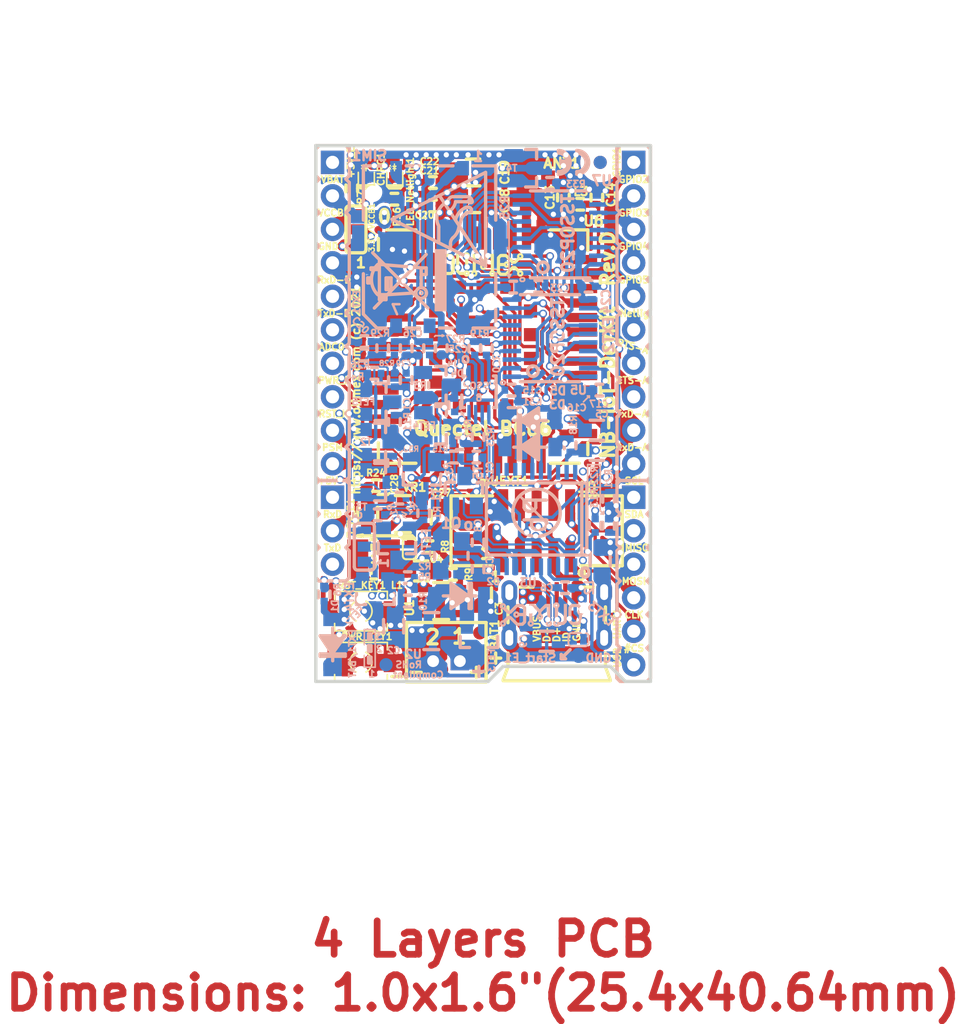
<source format=kicad_pcb>
(kicad_pcb (version 20171130) (host pcbnew 5.1.6-c6e7f7d~87~ubuntu18.04.1)
  (title_block (title NB-IoT-DevKit) (date 2021-11-02) (rev D) (company "OLIMEX Ltd.") (comment 1 https://www.olimex.com))
  (layers (0 F.Cu signal) (1 In1.Cu power) (2 In2.Cu power) (31 B.Cu signal) (34 B.Paste user hide) (35 F.Paste user hide) (36 B.SilkS user hide) (37 F.SilkS user) (38 B.Mask user hide) (39 F.Mask user hide) (44 Edge.Cuts user))
  (net 0 "")
  (net 1 +5V)
  (net 2 GND)
  (net 3 +3V3)
  (net 4 "Net-(L2-Pad1)")
  (net 5 "Net-(ANT1-Pad1)")
  (net 6 +5V_EXT)
  (net 7 "Net-(FID1-PadFid1)")
  (net 8 "Net-(FID2-PadFid1)")
  (net 9 "Net-(FID3-PadFid1)")
  (net 10 "Net-(FID4-PadFid1)")
  (net 11 "Net-(R8-Pad1)")
  (net 12 VBAT)
  (net 13 "Net-(BAT/EXT1-Pad2)")
  (net 14 /ADC0toEXT)
  (net 15 /ADC0)
  (net 16 "Net-(C3-Pad1)")
  (net 17 /PWR_KEY)
  (net 18 /RST_KEY)
  (net 19 VDD_1.8V)
  (net 20 /SIM_VDD)
  (net 21 "Net-(C29-Pad2)")
  (net 22 "Net-(C30-Pad2)")
  (net 23 "Net-(CHRG1-Pad1)")
  (net 24 /PSM_EINTn)
  (net 25 /TxD-DBG)
  (net 26 /RxD-DBG)
  (net 27 /GPIO4)
  (net 28 /GPIO3)
  (net 29 /GPIO2)
  (net 30 /GPIO1)
  (net 31 /GPIO5)
  (net 32 /Netlight)
  (net 33 /CTS-AUX)
  (net 34 /RTS-AUX)
  (net 35 /TxD-AUX)
  (net 36 /RxD-AUX)
  (net 37 /SPI-CS)
  (net 38 /SPI-SCLK)
  (net 39 "/I2C0-SCL(RI)")
  (net 40 "/I2C0-SDA(DCD)")
  (net 41 /SPI-MISO)
  (net 42 /SPI-MOSI)
  (net 43 "Net-(FET1-Pad1)")
  (net 44 "/TxD_DBG(EINT)")
  (net 45 "/RxD_DBG(EINT)")
  (net 46 "Net-(L1-Pad1)")
  (net 47 "Net-(LED_Netlight1-Pad1)")
  (net 48 /CTS_AUX\PWR-SENS)
  (net 49 "Net-(R7-Pad2)")
  (net 50 "Net-(R10-Pad1)")
  (net 51 /TxD)
  (net 52 /RxD)
  (net 53 /PSM_EINT)
  (net 54 "/I2C0_SCL(EINT)")
  (net 55 "/I2C0_SDA(EINT)")
  (net 56 /SIM_DATA)
  (net 57 /SIM_RST)
  (net 58 /SIM_CLK)
  (net 59 "Net-(SIM1-Pad6)")
  (net 60 "/Netlight(PWM0)")
  (net 61 "Net-(U3-Pad17)")
  (net 62 "Net-(U3-Pad14)")
  (net 63 "Net-(U3-Pad13)")
  (net 64 "Net-(U3-Pad12)")
  (net 65 "Net-(U3-Pad11)")
  (net 66 /USB_D-)
  (net 67 /USB_D+)
  (net 68 /RxD_MAIN)
  (net 69 /TxD_MAIN)
  (net 70 "/SPI_CS(EINT)")
  (net 71 "/SPI_SCLK(EINT)")
  (net 72 "/SPI_MOSI(EINT)")
  (net 73 "/SPI_MISO(EINT)")
  (net 74 "/RxD_AUX(EINT)")
  (net 75 "/TxD_AUX(EINT)")
  (net 76 "Net-(U6-Pad2)")
  (net 77 "Net-(U6-Pad44)")
  (net 78 "/GPIO5(EINT)")
  (net 79 "/GPIO4(EINT)")
  (net 80 "/GPIO3(PWM3)")
  (net 81 "/GPIO2(EINT)")
  (net 82 "/GPIO1(EINT)")
  (net 83 "Net-(U6-Pad25)")
  (net 84 "/RTS_AUX(PWM2)")
  (net 85 "Net-(U6-Pad8)")
  (net 86 "Net-(U6-Pad45)")
  (net 87 "Net-(U6-Pad46)")
  (net 88 "Net-(U6-Pad47)")
  (net 89 "Net-(U6-Pad48)")
  (net 90 "Net-(U6-Pad49)")
  (net 91 "Net-(U6-Pad50)")
  (net 92 "Net-(U6-Pad51)")
  (net 93 "Net-(U6-Pad52)")
  (net 94 "Net-(U6-Pad53)")
  (net 95 "Net-(U6-Pad54)")
  (net 96 "Net-(U6-Pad55)")
  (net 97 "Net-(U6-Pad56)")
  (net 98 "Net-(U6-Pad57)")
  (net 99 "Net-(U6-Pad58)")
  (net 100 "Net-(USB-UART1-Pad4)")
  (net 101 +5V_USB)
  (net 102 "Net-(C8-Pad1)")
  (net 103 "Net-(C11-Pad1)")
  (net 104 "Net-(C14-Pad2)")
  (net 105 "Net-(C26-Pad2)")
  (net 106 "Net-(R16-Pad2)")
  (net 107 "Net-(C12-Pad1)")
  (net 108 "Net-(U3-Pad20)")
  (net 109 "Net-(R30-Pad2)")
  (net 110 /RTS)
  (net 111 "Net-(C9-Pad2)")
  (net 112 "Net-(FET5-Pad3)")
  (net 113 "Net-(R14-Pad2)")
  (net 114 /DTR)
  (net 115 /VCCB)
  (net 116 "Net-(D3-Pad2)")
  (net 117 "Net-(3.3V_E1-Pad2)")
  (net 118 "Net-(C9-Pad1)")
  (net 119 "/VCCB(3.3V)")
  (net 120 "/CH340(TxD)")
  (net 121 "Net-(3.3V/VCCB1-Pad2)")
  (net 122 "Net-(R12-Pad2)")
  (net 123 +1.8V)
  (module OLIMEX_IC-FP:VSSOP-8_Pitch-0.50mm_Pad-0.25mm_Dimensions-2.30x2.00x1.00mm (layer B.Cu) (at 143.1925 79.629)
    (fp_text reference U4 (at -1.905 -2.159 180) (layer B.SilkS) (effects (font (size 0.508 0.508) (thickness 0.127)) (justify mirror)))
    (fp_text value "PCA9306DCUR(VSSOP-8)")
    (fp_text user 8 (at 0 0.454318) (layer B.SilkS) (effects (font (size 0.508 0.508) (thickness 0.127)) (justify mirror)))
    (fp_text user VSSOP (at 0 -0.434682) (layer B.SilkS) (effects (font (size 0.508 0.508) (thickness 0.127)) (justify mirror)))
    (fp_text user o (at -1.016 -2.54 180) (layer B.SilkS) (effects (font (size 0.762 0.762) (thickness 0.1905)) (justify mirror)))
    (pad 8 smd rect (at -0.75 1.5) (size 0.25 1) (layers B.Cu B.Paste B.Mask) (net 107 "Net-(C12-Pad1)"))
    (pad 7 smd rect (at -0.25 1.5) (size 0.25 1) (layers B.Cu B.Paste B.Mask) (net 107 "Net-(C12-Pad1)"))
    (pad 6 smd rect (at 0.25 1.5) (size 0.25 1) (layers B.Cu B.Paste B.Mask) (net 39 "/I2C0-SCL(RI)"))
    (pad 5 smd rect (at 0.75 1.5) (size 0.25 1) (layers B.Cu B.Paste B.Mask) (net 40 "/I2C0-SDA(DCD)"))
    (pad 4 smd rect (at 0.75 -1.5) (size 0.25 1) (layers B.Cu B.Paste B.Mask) (net 55 "/I2C0_SDA(EINT)"))
    (pad 3 smd rect (at 0.25 -1.5) (size 0.25 1) (layers B.Cu B.Paste B.Mask) (net 54 "/I2C0_SCL(EINT)"))
    (pad 2 smd rect (at -0.25 -1.5) (size 0.25 1) (layers B.Cu B.Paste B.Mask) (net 123 +1.8V))
    (pad 1 smd rect (at -0.75 -1.5) (size 0.25 1) (layers B.Cu B.Paste B.Mask) (net 2 GND))
  )
  (module OLIMEX_Connectors-FP:U.FL-R-SMT-1 (layer F.Cu) (at 146.939 63.373 90)
    (fp_text reference ANT1 (at 1.0795 2.54 180) (layer F.SilkS) (effects (font (size 0.762 0.762) (thickness 0.1905))))
    (fp_text value U.FL-R-SMT-1)
    (pad 1 smd rect (at 0 1.5 90) (size 1.05 1.05) (layers F.Cu F.Paste F.Mask) (net 5 "Net-(ANT1-Pad1)"))
    (pad 2 smd rect (at 1.5 0 90) (size 1.05 2.2) (layers F.Cu F.Paste F.Mask) (net 2 GND))
    (pad 2 smd rect (at -1.5 0 90) (size 1.05 2.2) (layers F.Cu F.Paste F.Mask) (net 2 GND))
  )
  (module OLIMEX_LOGOs-FP:CE_Sign_Small (layer B.Cu) (at 149.9235 62.23 180)
    (fp_text reference Sign_CE_Small hide)
    (fp_text value CE_Sign_Small hide)
  )
  (module OLIMEX_Connectors-FP:LIPO_BAT_VERTICAL_DW02S (layer F.Cu) (at 140.716 96.52 180)
    (fp_text reference BAT1 (at -3.683 -1.524 270) (layer F.SilkS) (effects (font (size 0.635 0.635) (thickness 0.15875))))
    (fp_text value DW02S)
    (fp_text user 1 (at -0.98298 -1.67894 180) (layer F.SilkS) (effects (font (size 1.1 1.1) (thickness 0.254))))
    (fp_text user 2 (at 1.02108 -1.72974 180) (layer F.SilkS) (effects (font (size 1.1 1.1) (thickness 0.254))))
    (pad 2 thru_hole circle (at 1.00076 -3.53822 180) (size 1.4 1.4) (drill 0.9) (layers *.Cu *.Mask) (net 2 GND))
    (pad 1 thru_hole rect (at -1.0287 -3.53568 180) (size 1.4 1.4) (drill 0.9) (layers *.Cu *.Mask) (net 12 VBAT))
  )
  (module OLIMEX_Connectors-FP:HAB-VCR-010-LF (layer F.Cu) (at 147.574 90.17)
    (fp_text reference mUEXT1 (at -2.4765 -3.7465) (layer F.SilkS) (effects (font (size 0.635 0.635) (thickness 0.15875))))
    (fp_text value HAB-VCR-010-LF)
    (fp_text user 1 (at -3.1115 3.4925) (layer F.SilkS) (effects (font (size 0.762 0.762) (thickness 0.1905))))
    (pad "" np_thru_hole circle (at -1.905 0 90) (size 0.7 0.7) (drill 0.7) (layers *.Cu *.Mask))
    (pad "" np_thru_hole circle (at 1.905 0 90) (size 0.7 0.7) (drill 0.7) (layers *.Cu *.Mask))
    (pad 4 smd rect (at -1.27 -1.9505 90) (size 2.4 0.76) (layers F.Cu F.Paste F.Mask) (net 36 /RxD-AUX))
    (pad 6 smd rect (at 0 -1.9505 90) (size 2.4 0.76) (layers F.Cu F.Paste F.Mask) (net 40 "/I2C0-SDA(DCD)"))
    (pad 10 smd rect (at 2.54 -1.9505 90) (size 2.4 0.76) (layers F.Cu F.Paste F.Mask) (net 37 /SPI-CS))
    (pad 8 smd rect (at 1.27 -1.9505 90) (size 2.4 0.76) (layers F.Cu F.Paste F.Mask) (net 42 /SPI-MOSI))
    (pad 2 smd rect (at -2.54 -1.9505 90) (size 2.4 0.76) (layers F.Cu F.Paste F.Mask) (net 2 GND))
    (pad 9 smd rect (at 2.54 1.9505 90) (size 2.4 0.76) (layers F.Cu F.Paste F.Mask) (net 38 /SPI-SCLK))
    (pad 7 smd rect (at 1.27 1.9505 90) (size 2.4 0.76) (layers F.Cu F.Paste F.Mask) (net 41 /SPI-MISO))
    (pad 5 smd rect (at 0 1.9505 90) (size 2.4 0.76) (layers F.Cu F.Paste F.Mask) (net 39 "/I2C0-SCL(RI)"))
    (pad 3 smd rect (at -1.27 1.9505 90) (size 2.4 0.76) (layers F.Cu F.Paste F.Mask) (net 35 /TxD-AUX))
    (pad 1 smd rect (at -2.54 1.9505 90) (size 2.4 0.76) (layers F.Cu F.Paste F.Mask) (net 3 +3V3))
  )
  (module OLIMEX_Connectors-FP:SIMNANO-6P-1.3H (layer B.Cu) (at 139.446 68.6435 270)
    (fp_text reference SIM1 (at -6.9215 4.572 180) (layer B.SilkS) (effects (font (size 0.762 0.762) (thickness 0.1905)) (justify mirror)))
    (fp_text value SIMNANO-6P-1.3H)
    (fp_text user 7 (at 4.7625 2.54 180) (layer B.SilkS) (effects (font (size 0.762 0.762) (thickness 0.1905)) (justify mirror)))
    (fp_text user 1 (at -6.858 -3.683 180) (layer B.SilkS) (effects (font (size 0.762 0.762) (thickness 0.1905)) (justify mirror)))
    (pad "" np_thru_hole circle (at 4.15 -4.66) (size 0.8 0.8) (drill 0.8) (layers *.Cu *.Mask))
    (pad "" np_thru_hole circle (at -4.15 4.34) (size 1 1) (drill 1) (layers *.Cu *.Mask))
    (pad 0 smd rect (at 0 5.385) (size 1 3.29) (layers B.Cu B.Paste B.Mask) (net 2 GND))
    (pad 0 smd rect (at 0 -5.358) (size 1 3.29) (layers B.Cu B.Paste B.Mask) (net 2 GND))
    (pad 6 smd rect (at 5.98 0) (size 0.9 1.1) (layers B.Cu B.Paste B.Mask) (net 59 "Net-(SIM1-Pad6)"))
    (pad 7 smd rect (at 5.98 2.54) (size 0.9 1.1) (layers B.Cu B.Paste B.Mask) (net 22 "Net-(C30-Pad2)"))
    (pad 5 smd rect (at 5.98 -2.54) (size 0.9 1.1) (layers B.Cu B.Paste B.Mask) (net 2 GND))
    (pad 3 smd rect (at -5.97 2.54) (size 0.9 1.1) (layers B.Cu B.Paste B.Mask) (net 21 "Net-(C29-Pad2)"))
    (pad 2 smd rect (at -5.97 0) (size 0.9 1.1) (layers B.Cu B.Paste B.Mask) (net 105 "Net-(C26-Pad2)"))
    (pad 1 smd rect (at -5.97 -2.54) (size 0.9 1.1) (layers B.Cu B.Paste B.Mask) (net 20 /SIM_VDD))
  )
  (module OLIMEX_Connectors-FP:USB-MICRO_MISB-SWMM-5B_LF (layer F.Cu) (at 149.098 98.044 270)
    (fp_text reference USB-UART1 (at 0.254 -4.5974 90) (layer F.SilkS) (effects (font (size 0.508 0.508) (thickness 0.127))))
    (fp_text value "MISB-SWMM-5B-LF(USB_MICRO)")
    (fp_text user VBUS (at -0.4445 1.5 270) (layer F.SilkS) (effects (font (size 0.508 0.508) (thickness 0.127))))
    (fp_text user D- (at 0 0.75 270) (layer F.SilkS) (effects (font (size 0.508 0.508) (thickness 0.127))))
    (fp_text user D+ (at 0 0 270) (layer F.SilkS) (effects (font (size 0.508 0.508) (thickness 0.127))))
    (fp_text user ID (at 0.1905 -0.75 270) (layer F.SilkS) (effects (font (size 0.508 0.508) (thickness 0.127))))
    (fp_text user GND (at -0.254 -1.524 270) (layer F.SilkS) (effects (font (size 0.508 0.508) (thickness 0.127))))
    (pad 1 smd rect (at -3.15 1.3875) (size 0.5 1.65) (layers F.Cu F.Paste F.Mask) (net 101 +5V_USB))
    (pad 2 smd rect (at -3.15 0.65) (size 0.325 1.65) (layers F.Cu F.Paste F.Mask) (net 66 /USB_D-))
    (pad 3 smd rect (at -3.15 0) (size 0.325 1.65) (layers F.Cu F.Paste F.Mask) (net 67 /USB_D+))
    (pad 4 smd rect (at -3.15 -0.65) (size 0.325 1.65) (layers F.Cu F.Paste F.Mask) (net 100 "Net-(USB-UART1-Pad4)"))
    (pad 5 smd rect (at -3.15 -1.3875) (size 0.5 1.65) (layers F.Cu F.Paste F.Mask) (net 2 GND))
    (pad "" np_thru_hole circle (at -1.9 2) (size 0.6 0.6) (drill 0.6) (layers *.Cu *.Mask))
    (pad "" np_thru_hole circle (at -1.9 -2) (size 0.6 0.6) (drill 0.6) (layers *.Cu *.Mask))
    (pad 0 smd rect (at 1.4 1.5) (size 1.1 1) (layers F.Cu F.Paste F.Mask) (net 4 "Net-(L2-Pad1)"))
    (pad 0 smd rect (at 1.4 -1.5) (size 1.1 1) (layers F.Cu F.Paste F.Mask) (net 4 "Net-(L2-Pad1)"))
    (pad 0 thru_hole oval (at 0.25 3.6) (size 1.2 1.8) (drill oval 0.6 1.2) (layers *.Cu *.Mask) (net 4 "Net-(L2-Pad1)"))
    (pad 0 thru_hole oval (at -3.22 3.6) (size 1.2 1.8) (drill oval 0.6 1.2) (layers *.Cu *.Mask) (net 4 "Net-(L2-Pad1)"))
    (pad 0 thru_hole oval (at -3.22 -3.6) (size 1.2 1.8) (drill oval 0.6 1.2) (layers *.Cu *.Mask) (net 4 "Net-(L2-Pad1)"))
    (pad 0 thru_hole oval (at 0.25 -3.6) (size 1.2 1.8) (drill oval 0.6 1.2) (layers *.Cu *.Mask) (net 4 "Net-(L2-Pad1)"))
  )
  (module OLIMEX_Buttons-FP:IT1185AU2_V2 (layer F.Cu) (at 134.239 96.266)
    (fp_text reference RST_KEY1 (at 0.0635 -1.9558 180) (layer F.SilkS) (effects (font (size 0.508 0.508) (thickness 0.127))))
    (fp_text value IT1185AU2)
    (pad 1 smd rect (at -2.177 0) (size 0.9 1.5) (layers F.Cu F.Mask) (net 122 "Net-(R12-Pad2)"))
    (pad 2 smd rect (at 2.177 0) (size 0.9 1.5) (layers F.Cu F.Mask) (net 2 GND))
    (pad "" np_thru_hole circle (at 0 -0.9) (size 0.7 0.7) (drill 0.7) (layers *.Cu *.Mask))
    (pad "" np_thru_hole circle (at 0 0.9) (size 0.7 0.7) (drill 0.7) (layers *.Cu *.Mask))
  )
  (module OLIMEX_LOGOs-FP:LOGO_OLIMEX_80 (layer F.Cu) (at 143.383 69.977)
    (fp_text reference Olimex_Logo1 hide)
    (fp_text value "" hide)
  )
  (module OLIMEX_Transistors-FP:SOT23 (layer B.Cu) (at 140.081 82.169 180)
    (fp_text reference FET4 (at 1.0414 -0.0254 180) (layer B.SilkS) (effects (font (size 0.508 0.508) (thickness 0.127)) (justify mirror)))
    (fp_text value "BSS138(SOT23-3)")
    (pad 1 smd rect (at 1.10744 -0.94996 180) (size 1.4 1) (layers B.Cu B.Paste B.Mask) (net 123 +1.8V) (clearance 0.0508))
    (pad 2 smd rect (at 1.10744 0.9525 180) (size 1.4 1) (layers B.Cu B.Paste B.Mask) (net 69 /TxD_MAIN) (clearance 0.0508))
    (pad 3 smd rect (at -1.10236 -0.00254 180) (size 1.4 1) (layers B.Cu B.Paste B.Mask) (net 52 /RxD) (clearance 0.0508))
  )
  (module OLIMEX_RLC-FP:R_0402_5MIL_DWS (layer B.Cu) (at 137.668 78.74 270)
    (fp_text reference R3 (at 0.4064 -1.0668 180) (layer B.SilkS) (effects (font (size 0.508 0.508) (thickness 0.127)) (justify mirror)))
    (fp_text value 1M/R0402)
    (pad 2 smd rect (at 0.508 0 270) (size 0.5 0.55) (layers B.Cu B.Paste B.Mask) (net 15 /ADC0))
    (pad 1 smd rect (at -0.508 0 90) (size 0.5 0.55) (layers B.Cu B.Paste B.Mask) (net 13 "Net-(BAT/EXT1-Pad2)"))
  )
  (module OLIMEX_RLC-FP:R_0402_5MIL_DWS (layer B.Cu) (at 137.795 93.726)
    (fp_text reference R2 (at 1.29032 -0.8636) (layer B.SilkS) (effects (font (size 0.508 0.508) (thickness 0.127)) (justify mirror)))
    (fp_text value 1M/R0402)
    (pad 2 smd rect (at 0.508 0) (size 0.5 0.55) (layers B.Cu B.Paste B.Mask) (net 48 /CTS_AUX\PWR-SENS))
    (pad 1 smd rect (at -0.508 0 180) (size 0.5 0.55) (layers B.Cu B.Paste B.Mask) (net 1 +5V))
  )
  (module OLIMEX_RLC-FP:R_0402_5MIL_DWS (layer B.Cu) (at 145.796 71.6915)
    (fp_text reference R25 (at -0.635 -6.0325 90 unlocked) (layer B.SilkS) (effects (font (size 0.635 0.635) (thickness 0.15875)) (justify mirror)))
    (fp_text value 1M/R0402)
    (pad 2 smd rect (at 0.508 0) (size 0.5 0.55) (layers B.Cu B.Paste B.Mask) (net 123 +1.8V))
    (pad 1 smd rect (at -0.508 0 180) (size 0.5 0.55) (layers B.Cu B.Paste B.Mask) (net 2 GND))
  )
  (module OLIMEX_RLC-FP:R_0402_5MIL_DWS (layer B.Cu) (at 135.255 78.232 180)
    (fp_text reference R4 (at 1.27 -0.254) (layer B.SilkS) (effects (font (size 0.508 0.508) (thickness 0.127)) (justify mirror)))
    (fp_text value 470k/R0402)
    (pad 2 smd rect (at 0.508 0 180) (size 0.5 0.55) (layers B.Cu B.Paste B.Mask) (net 2 GND))
    (pad 1 smd rect (at -0.508 0) (size 0.5 0.55) (layers B.Cu B.Paste B.Mask) (net 15 /ADC0))
  )
  (module OLIMEX_RLC-FP:R_0402_5MIL_DWS (layer B.Cu) (at 137.795 94.615 180)
    (fp_text reference R5 (at -1.27 0.9398) (layer B.SilkS) (effects (font (size 0.508 0.508) (thickness 0.127)) (justify mirror)))
    (fp_text value 470k/R0402)
    (pad 2 smd rect (at 0.508 0 180) (size 0.5 0.55) (layers B.Cu B.Paste B.Mask) (net 2 GND))
    (pad 1 smd rect (at -0.508 0) (size 0.5 0.55) (layers B.Cu B.Paste B.Mask) (net 48 /CTS_AUX\PWR-SENS))
  )
  (module OLIMEX_RLC-FP:R_0402_5MIL_DWS (layer B.Cu) (at 148.59 63.8175)
    (fp_text reference R33 (at 1.9685 0.0635 180) (layer B.SilkS) (effects (font (size 0.508 0.508) (thickness 0.127)) (justify mirror)))
    (fp_text value 1M/R0402)
    (pad 2 smd rect (at 0.508 0) (size 0.5 0.55) (layers B.Cu B.Paste B.Mask) (net 2 GND))
    (pad 1 smd rect (at -0.508 0 180) (size 0.5 0.55) (layers B.Cu B.Paste B.Mask) (net 60 "/Netlight(PWM0)"))
  )
  (module OLIMEX_RLC-FP:R_0402_5MIL_DWS (layer B.Cu) (at 141.2875 84.582 180)
    (fp_text reference R32 (at 0.3175 -1.0922 110 unlocked) (layer B.SilkS) (effects (font (size 0.508 0.508) (thickness 0.127)) (justify mirror)))
    (fp_text value 1M/R0402)
    (pad 2 smd rect (at 0.508 0 180) (size 0.5 0.55) (layers B.Cu B.Paste B.Mask) (net 2 GND))
    (pad 1 smd rect (at -0.508 0) (size 0.5 0.55) (layers B.Cu B.Paste B.Mask) (net 24 /PSM_EINTn))
  )
  (module OLIMEX_Jumpers-FP:SJ_2_SMALL (layer F.Cu) (at 133.858 67.31 270)
    (fp_text reference 3.3V/VCCB1 (at -0.127 -1.2065 90) (layer F.SilkS) (effects (font (size 0.4064 0.4064) (thickness 0.1016))))
    (fp_text value Soldered/Opened)
    (pad 3 smd rect (at 1.143 0 270) (size 0.762 1.016) (layers F.Cu F.Mask) (net 3 +3V3) (clearance 0.0508))
    (pad 2 smd rect (at 0 0 270) (size 0.762 1.016) (layers F.Cu F.Mask) (net 121 "Net-(3.3V/VCCB1-Pad2)") (clearance 0.0508))
    (pad 1 smd rect (at -1.143 0 270) (size 0.762 1.016) (layers F.Cu F.Mask) (net 119 "/VCCB(3.3V)") (clearance 0.0508))
  )
  (module OLIMEX_Diodes-FP:SOD-123_1C-2A_KA (layer B.Cu) (at 147.066 83.82)
    (fp_text reference D3 (at 2.0828 -3.2131) (layer B.SilkS) (effects (font (size 0.635 0.635) (thickness 0.15875)) (justify mirror)))
    (fp_text value 1N5819S4/SOD123)
    (pad 2 smd rect (at 1.9 0) (size 1 1.4) (layers B.Cu B.Paste B.Mask) (net 116 "Net-(D3-Pad2)") (clearance 0.0508))
    (pad 1 smd rect (at -1.9 0) (size 1 1.4) (layers B.Cu B.Paste B.Mask) (net 52 /RxD) (clearance 0.0508))
  )
  (module OLIMEX_Diodes-FP:SOD-123_1C-2A_KA (layer B.Cu) (at 147.066 81.788)
    (fp_text reference D5 (at 2.1209 -2.2352 180) (layer B.SilkS) (effects (font (size 0.635 0.635) (thickness 0.15875)) (justify mirror)))
    (fp_text value 1N5819S4/SOD123)
    (pad 2 smd rect (at 1.9 0) (size 1 1.4) (layers B.Cu B.Paste B.Mask) (net 2 GND) (clearance 0.0508))
    (pad 1 smd rect (at -1.9 0) (size 1 1.4) (layers B.Cu B.Paste B.Mask) (net 111 "Net-(C9-Pad2)") (clearance 0.0508))
  )
  (module OLIMEX_Diodes-FP:SOT23-3 (layer B.Cu) (at 140.038 79.121 180)
    (fp_text reference D4 (at -1.5035 0.889) (layer B.SilkS) (effects (font (size 0.508 0.508) (thickness 0.127)) (justify mirror)))
    (fp_text value "BAT54A(SOT23-3)")
    (pad 3 smd rect (at -1.1 0 90) (size 1 1.4) (layers B.Cu B.Paste B.Mask) (net 68 /RxD_MAIN))
    (pad 2 smd rect (at 1.1 0.95 90) (size 1 1.4) (layers B.Cu B.Paste B.Mask) (net 51 /TxD))
    (pad 1 smd rect (at 1.1 -0.95 90) (size 1 1.4) (layers B.Cu B.Paste B.Mask) (net 120 "/CH340(TxD)"))
  )
  (module OLIMEX_Jumpers-FP:SJ_1_SMALLER (layer F.Cu) (at 137.922 91.567 270)
    (fp_text reference 3.3V_E1 (at -2.3495 4.445 270) (layer F.SilkS) (effects (font (size 0.508 0.508) (thickness 0.127))))
    (fp_text value Soldered hide)
    (pad 2 smd rect (at 0.381 0 270) (size 0.508 0.762) (layers F.Cu F.Mask) (net 117 "Net-(3.3V_E1-Pad2)") (clearance 0.0508))
    (pad 1 smd rect (at -0.381 0 270) (size 0.508 0.762) (layers F.Cu F.Mask) (net 3 +3V3) (clearance 0.0508))
  )
  (module OLIMEX_Jumpers-FP:SJ_1_SMALLER (layer B.Cu) (at 150.749 98.425)
    (fp_text reference Start_E1 (at -3.683 1.397) (layer B.SilkS) (effects (font (size 0.635 0.635) (thickness 0.15875)) (justify mirror)))
    (fp_text value Soldered hide)
    (pad 2 smd rect (at 0.381 0) (size 0.508 0.762) (layers B.Cu B.Mask) (net 3 +3V3) (clearance 0.0508))
    (pad 1 smd rect (at -0.381 0) (size 0.508 0.762) (layers B.Cu B.Mask) (net 118 "Net-(C9-Pad1)") (clearance 0.0508))
  )
  (module OLIMEX_RLC-FP:C_0603_5MIL_DWS (layer B.Cu) (at 148.336 98.552 180)
    (fp_text reference C9 (at 1.778 0 90) (layer B.SilkS) (effects (font (size 0.508 0.508) (thickness 0.127)) (justify mirror)))
    (fp_text value 22uF/6.3V/20%/X5R/C0603)
    (pad 2 smd rect (at 0.889 0 180) (size 1.016 1.016) (layers B.Cu B.Paste B.Mask) (net 111 "Net-(C9-Pad2)") (clearance 0.0508))
    (pad 1 smd rect (at -0.889 0 180) (size 1.016 1.016) (layers B.Cu B.Paste B.Mask) (net 118 "Net-(C9-Pad1)") (clearance 0.0508))
  )
  (module OLIMEX_RLC-FP:R_0402_5MIL_DWS (layer B.Cu) (at 136.7155 85.0265 90)
    (fp_text reference R30 (at 1.05918 1.3335) (layer B.SilkS) (effects (font (size 0.4064 0.4064) (thickness 0.1016)) (justify mirror)))
    (fp_text value 1.5k/R0402)
    (pad 2 smd rect (at 0.508 0 90) (size 0.5 0.55) (layers B.Cu B.Paste B.Mask) (net 109 "Net-(R30-Pad2)"))
    (pad 1 smd rect (at -0.508 0 270) (size 0.5 0.55) (layers B.Cu B.Paste B.Mask) (net 114 /DTR))
  )
  (module OLIMEX_RLC-FP:R_0402_5MIL_DWS (layer B.Cu) (at 145.669 80.391 180)
    (fp_text reference R31 (at -1.5875 0) (layer B.SilkS) (effects (font (size 0.508 0.508) (thickness 0.127)) (justify mirror)))
    (fp_text value 100k/R0402)
    (pad 2 smd rect (at 0.508 0 180) (size 0.5 0.55) (layers B.Cu B.Paste B.Mask) (net 111 "Net-(C9-Pad2)"))
    (pad 1 smd rect (at -0.508 0) (size 0.5 0.55) (layers B.Cu B.Paste B.Mask) (net 2 GND))
  )
  (module OLIMEX_Cases-FP:Quectel_NB-IoT_BC66_Module-17.7mmx15.8mmx2.0mm (layer F.Cu) (at 143.51 76.2)
    (fp_text reference U6 (at 8.382 -9.525 180) (layer F.SilkS) (effects (font (size 0.762 0.762) (thickness 0.1905))))
    (fp_text value "Quectel_NB-IoT_BC66_Module(Pinout-OpenCPU)")
    (fp_text user 1 (at -9.271 -6.35) (layer F.SilkS) (effects (font (size 0.762 0.762) (thickness 0.1905))))
    (fp_text user 0 (at -7.493 -9.8425) (layer F.SilkS) (effects (font (size 1.016 1.016) (thickness 0.254))))
    (pad 1 smd trapezoid (at -7.535 -6.6 180) (size 2.25 0.7) (layers F.Cu F.Paste F.Mask) (net 2 GND))
    (pad 2 smd trapezoid (at -7.535 -5.5 180) (size 2.25 0.7) (layers F.Cu F.Paste F.Mask) (net 76 "Net-(U6-Pad2)"))
    (pad 3 smd trapezoid (at -7.535 -4.4 180) (size 2.25 0.7) (layers F.Cu F.Paste F.Mask) (net 73 "/SPI_MISO(EINT)"))
    (pad 4 smd trapezoid (at -7.535 -3.3 180) (size 2.25 0.7) (layers F.Cu F.Paste F.Mask) (net 72 "/SPI_MOSI(EINT)"))
    (pad 5 smd trapezoid (at -7.535 -2.2 180) (size 2.25 0.7) (layers F.Cu F.Paste F.Mask) (net 71 "/SPI_SCLK(EINT)"))
    (pad 6 smd trapezoid (at -7.535 -1.1 180) (size 2.25 0.7) (layers F.Cu F.Paste F.Mask) (net 70 "/SPI_CS(EINT)"))
    (pad 44 smd trapezoid (at -4.4 -8.475 90) (size 2.25 0.7) (layers F.Cu F.Paste F.Mask) (net 77 "Net-(U6-Pad44)"))
    (pad 43 smd trapezoid (at -3.3 -8.475 90) (size 2.25 0.7) (layers F.Cu F.Paste F.Mask) (net 3 +3V3))
    (pad 42 smd trapezoid (at -2.2 -8.475 90) (size 2.25 0.7) (layers F.Cu F.Paste F.Mask) (net 3 +3V3))
    (pad 41 smd trapezoid (at -1.1 -8.475 90) (size 2.25 0.7) (layers F.Cu F.Paste F.Mask) (net 2 GND))
    (pad 40 smd trapezoid (at 0 -8.475 90) (size 2.25 0.7) (layers F.Cu F.Paste F.Mask) (net 2 GND))
    (pad 39 smd trapezoid (at 1.1 -8.475 90) (size 2.25 0.7) (layers F.Cu F.Paste F.Mask) (net 44 "/TxD_DBG(EINT)"))
    (pad 38 smd trapezoid (at 2.2 -8.475 90) (size 2.25 0.7) (layers F.Cu F.Paste F.Mask) (net 45 "/RxD_DBG(EINT)"))
    (pad 37 smd trapezoid (at 3.3 -8.475 90) (size 2.25 0.7) (layers F.Cu F.Paste F.Mask) (net 2 GND))
    (pad 36 smd trapezoid (at 4.4 -8.475 90) (size 2.25 0.7) (layers F.Cu F.Paste F.Mask) (net 2 GND))
    (pad 35 smd trapezoid (at 7.535 -6.6) (size 2.25 0.7) (layers F.Cu F.Paste F.Mask) (net 104 "Net-(C14-Pad2)"))
    (pad 34 smd trapezoid (at 7.535 -5.5) (size 2.25 0.7) (layers F.Cu F.Paste F.Mask) (net 2 GND))
    (pad 33 smd trapezoid (at 7.535 -4.4) (size 2.25 0.7) (layers F.Cu F.Paste F.Mask) (net 78 "/GPIO5(EINT)"))
    (pad 32 smd trapezoid (at 7.535 -3.3) (size 2.25 0.7) (layers F.Cu F.Paste F.Mask) (net 79 "/GPIO4(EINT)"))
    (pad 31 smd trapezoid (at 7.535 -2.2) (size 2.25 0.7) (layers F.Cu F.Paste F.Mask) (net 80 "/GPIO3(PWM3)"))
    (pad 30 smd trapezoid (at 7.535 -1.1) (size 2.25 0.7) (layers F.Cu F.Paste F.Mask) (net 81 "/GPIO2(EINT)"))
    (pad 29 smd trapezoid (at 7.535 0) (size 2.25 0.7) (layers F.Cu F.Paste F.Mask) (net 75 "/TxD_AUX(EINT)"))
    (pad 28 smd trapezoid (at 7.535 1.1) (size 2.25 0.7) (layers F.Cu F.Paste F.Mask) (net 74 "/RxD_AUX(EINT)"))
    (pad 27 smd trapezoid (at 7.535 2.2) (size 2.25 0.7) (layers F.Cu F.Paste F.Mask) (net 2 GND))
    (pad 26 smd trapezoid (at 7.535 3.3) (size 2.25 0.7) (layers F.Cu F.Paste F.Mask) (net 82 "/GPIO1(EINT)"))
    (pad 25 smd trapezoid (at 7.535 4.4) (size 2.25 0.7) (layers F.Cu F.Paste F.Mask) (net 83 "Net-(U6-Pad25)"))
    (pad 24 smd trapezoid (at 7.535 5.5) (size 2.25 0.7) (layers F.Cu F.Paste F.Mask) (net 19 VDD_1.8V))
    (pad 23 smd trapezoid (at 7.535 6.6) (size 2.25 0.7) (layers F.Cu F.Paste F.Mask) (net 84 "/RTS_AUX(PWM2)"))
    (pad 22 smd trapezoid (at 4.4 8.475 90) (size 2.25 0.7) (layers F.Cu F.Paste F.Mask) (net 48 /CTS_AUX\PWR-SENS))
    (pad 21 smd trapezoid (at 3.3 8.475 90) (size 2.25 0.7) (layers F.Cu F.Paste F.Mask) (net 55 "/I2C0_SDA(EINT)"))
    (pad 20 smd trapezoid (at 2.2 8.475 90) (size 2.25 0.7) (layers F.Cu F.Paste F.Mask) (net 54 "/I2C0_SCL(EINT)"))
    (pad 19 smd trapezoid (at 1.1 8.475 90) (size 2.25 0.7) (layers F.Cu F.Paste F.Mask) (net 53 /PSM_EINT))
    (pad 18 smd trapezoid (at 0 8.475 90) (size 2.25 0.7) (layers F.Cu F.Paste F.Mask) (net 68 /RxD_MAIN))
    (pad 17 smd trapezoid (at -1.1 8.475 90) (size 2.25 0.7) (layers F.Cu F.Paste F.Mask) (net 69 /TxD_MAIN))
    (pad 16 smd trapezoid (at -2.2 8.475 90) (size 2.25 0.7) (layers F.Cu F.Paste F.Mask) (net 60 "/Netlight(PWM0)"))
    (pad 7 smd trapezoid (at -7.535 0) (size 2.25 0.7) (layers F.Cu F.Paste F.Mask) (net 17 /PWR_KEY))
    (pad 8 smd trapezoid (at -7.535 1.1) (size 2.25 0.7) (layers F.Cu F.Paste F.Mask) (net 85 "Net-(U6-Pad8)"))
    (pad 9 smd trapezoid (at -7.535 2.2) (size 2.25 0.7) (layers F.Cu F.Paste F.Mask) (net 15 /ADC0))
    (pad 10 smd trapezoid (at -7.535 3.3) (size 2.25 0.7) (layers F.Cu F.Paste F.Mask) (net 2 GND))
    (pad 11 smd trapezoid (at -7.535 4.4) (size 2.25 0.7) (layers F.Cu F.Paste F.Mask) (net 56 /SIM_DATA))
    (pad 12 smd trapezoid (at -7.535 5.5) (size 2.25 0.7) (layers F.Cu F.Paste F.Mask) (net 57 /SIM_RST))
    (pad 13 smd trapezoid (at -7.535 6.6) (size 2.25 0.7) (layers F.Cu F.Paste F.Mask) (net 58 /SIM_CLK))
    (pad 14 smd trapezoid (at -4.4 8.475 90) (size 2.25 0.7) (layers F.Cu F.Paste F.Mask) (net 20 /SIM_VDD))
    (pad 15 smd trapezoid (at -3.3 8.475 90) (size 2.25 0.7) (layers F.Cu F.Paste F.Mask) (net 18 /RST_KEY))
    (pad 45 smd trapezoid (at -3.6 -2.7 180) (size 1 1) (layers F.Cu F.Paste F.Mask) (net 86 "Net-(U6-Pad45)"))
    (pad 46 smd trapezoid (at -3.6 -0.9 180) (size 1 1) (layers F.Cu F.Paste F.Mask) (net 87 "Net-(U6-Pad46)"))
    (pad 47 smd trapezoid (at -3.6 0.9 180) (size 1 1) (layers F.Cu F.Paste F.Mask) (net 88 "Net-(U6-Pad47)"))
    (pad 48 smd trapezoid (at -3.6 2.7 180) (size 1 1) (layers F.Cu F.Paste F.Mask) (net 89 "Net-(U6-Pad48)"))
    (pad 49 smd trapezoid (at -1.8 4.5 180) (size 1 1) (layers F.Cu F.Paste F.Mask) (net 90 "Net-(U6-Pad49)"))
    (pad 50 smd trapezoid (at 0 4.5 180) (size 1 1) (layers F.Cu F.Paste F.Mask) (net 91 "Net-(U6-Pad50)"))
    (pad 51 smd trapezoid (at 1.8 4.5 180) (size 1 1) (layers F.Cu F.Paste F.Mask) (net 92 "Net-(U6-Pad51)"))
    (pad 52 smd trapezoid (at 3.6 2.7 180) (size 1 1) (layers F.Cu F.Paste F.Mask) (net 93 "Net-(U6-Pad52)"))
    (pad 53 smd trapezoid (at 3.6 0.9 180) (size 1 1) (layers F.Cu F.Paste F.Mask) (net 94 "Net-(U6-Pad53)"))
    (pad 54 smd trapezoid (at 3.6 -0.9 180) (size 1 1) (layers F.Cu F.Paste F.Mask) (net 95 "Net-(U6-Pad54)"))
    (pad 55 smd trapezoid (at 3.6 -2.7 180) (size 1 1) (layers F.Cu F.Paste F.Mask) (net 96 "Net-(U6-Pad55)"))
    (pad 56 smd trapezoid (at 1.8 -4.5 180) (size 1 1) (layers F.Cu F.Paste F.Mask) (net 97 "Net-(U6-Pad56)"))
    (pad 57 smd trapezoid (at 0 -4.5 180) (size 1 1) (layers F.Cu F.Paste F.Mask) (net 98 "Net-(U6-Pad57)"))
    (pad 58 smd trapezoid (at -1.8 -4.5 180) (size 1 1) (layers F.Cu F.Paste F.Mask) (net 99 "Net-(U6-Pad58)"))
    (pad fid smd circle (at -7.95 -8.85 90) (size 0.6 0.6) (layers F.Cu F.Mask))
    (pad fid smd circle (at 7.95 8.85 90) (size 0.6 0.6) (layers F.Cu F.Mask))
  )
  (module OLIMEX_Connectors-FP:HN1x10 (layer B.Cu) (at 154.94 73.66 270)
    (fp_text reference EXT2 (at 1.651 1.905 270) (layer B.SilkS) (effects (font (size 0.762 0.762) (thickness 0.1905)) (justify mirror)))
    (fp_text value HN1x10)
    (pad 4 thru_hole circle (at -3.81 0 270) (size 1.778 1.778) (drill 1) (layers *.Cu *.Mask) (net 27 /GPIO4))
    (pad 3 thru_hole circle (at -6.35 0 270) (size 1.778 1.778) (drill 1) (layers *.Cu *.Mask) (net 28 /GPIO3))
    (pad 2 thru_hole circle (at -8.89 0 270) (size 1.778 1.778) (drill 1) (layers *.Cu *.Mask) (net 29 /GPIO2))
    (pad 1 thru_hole rect (at -11.43 0 270) (size 1.778 1.778) (drill 1) (layers *.Cu *.Mask) (net 30 /GPIO1))
    (pad 5 thru_hole circle (at -1.27 0 270) (size 1.778 1.778) (drill 1) (layers *.Cu *.Mask) (net 31 /GPIO5))
    (pad 6 thru_hole circle (at 1.27 0 270) (size 1.778 1.778) (drill 1) (layers *.Cu *.Mask) (net 32 /Netlight))
    (pad 8 thru_hole circle (at 6.35 0 270) (size 1.778 1.778) (drill 1) (layers *.Cu *.Mask) (net 33 /CTS-AUX))
    (pad 7 thru_hole circle (at 3.81 0 270) (size 1.778 1.778) (drill 1) (layers *.Cu *.Mask) (net 34 /RTS-AUX))
    (pad 9 thru_hole circle (at 8.89 0 270) (size 1.778 1.778) (drill 1) (layers *.Cu *.Mask) (net 35 /TxD-AUX))
    (pad 10 thru_hole circle (at 11.43 0 270) (size 1.778 1.778) (drill 1) (layers *.Cu *.Mask) (net 36 /RxD-AUX))
  )
  (module OLIMEX_Connectors-FP:HN1x6 (layer B.Cu) (at 154.94 93.98 270)
    (fp_text reference EXT3 (at 2.4765 2.4765 140) (layer B.SilkS) (effects (font (size 0.635 0.635) (thickness 0.15875)) (justify mirror)))
    (fp_text value HN1x6)
    (pad 4 thru_hole circle (at 1.27 0 270) (size 1.778 1.778) (drill 1) (layers *.Cu *.Mask) (net 42 /SPI-MOSI))
    (pad 3 thru_hole circle (at -1.27 0 270) (size 1.778 1.778) (drill 1) (layers *.Cu *.Mask) (net 41 /SPI-MISO))
    (pad 2 thru_hole circle (at -3.81 0 270) (size 1.778 1.778) (drill 1) (layers *.Cu *.Mask) (net 40 "/I2C0-SDA(DCD)"))
    (pad 1 thru_hole rect (at -6.35 0 270) (size 1.778 1.778) (drill 1) (layers *.Cu *.Mask) (net 39 "/I2C0-SCL(RI)"))
    (pad 5 thru_hole circle (at 3.81 0 270) (size 1.778 1.778) (drill 1) (layers *.Cu *.Mask) (net 38 /SPI-SCLK))
    (pad 6 thru_hole circle (at 6.35 0 270) (size 1.778 1.778) (drill 1) (layers *.Cu *.Mask) (net 37 /SPI-CS))
  )
  (module OLIMEX_Connectors-FP:HN1x3 (layer B.Cu) (at 132.08 90.17 270)
    (fp_text reference EXT4 (at 5.0038 -1.28016 270) (layer B.SilkS) (effects (font (size 0.635 0.635) (thickness 0.15875)) (justify mirror)))
    (fp_text value HN1x3)
    (pad 3 thru_hole circle (at 2.54 0 270) (size 1.778 1.778) (drill 1) (layers *.Cu *.Mask) (net 51 /TxD))
    (pad 2 thru_hole circle (at 0 0 270) (size 1.778 1.778) (drill 1) (layers *.Cu *.Mask) (net 52 /RxD))
    (pad 1 thru_hole rect (at -2.54 0 270) (size 1.778 1.778) (drill 1) (layers *.Cu *.Mask) (net 1 +5V))
  )
  (module OLIMEX_Connectors-FP:HN1x10 (layer B.Cu) (at 132.08 73.66 270)
    (fp_text reference EXT1 (at -0.8255 -1.8415 270) (layer B.SilkS) (effects (font (size 0.508 0.508) (thickness 0.127)) (justify mirror)))
    (fp_text value HN1x10)
    (pad 4 thru_hole circle (at -3.81 0 270) (size 1.778 1.778) (drill 1) (layers *.Cu *.Mask) (net 2 GND))
    (pad 3 thru_hole circle (at -6.35 0 270) (size 1.778 1.778) (drill 1) (layers *.Cu *.Mask) (net 119 "/VCCB(3.3V)"))
    (pad 2 thru_hole circle (at -8.89 0 270) (size 1.778 1.778) (drill 1) (layers *.Cu *.Mask) (net 12 VBAT))
    (pad 1 thru_hole rect (at -11.43 0 270) (size 1.778 1.778) (drill 1) (layers *.Cu *.Mask) (net 6 +5V_EXT))
    (pad 5 thru_hole circle (at -1.27 0 270) (size 1.778 1.778) (drill 1) (layers *.Cu *.Mask) (net 26 /RxD-DBG))
    (pad 6 thru_hole circle (at 1.27 0 270) (size 1.778 1.778) (drill 1) (layers *.Cu *.Mask) (net 25 /TxD-DBG))
    (pad 8 thru_hole circle (at 6.35 0 270) (size 1.778 1.778) (drill 1) (layers *.Cu *.Mask) (net 17 /PWR_KEY))
    (pad 7 thru_hole circle (at 3.81 0 270) (size 1.778 1.778) (drill 1) (layers *.Cu *.Mask) (net 14 /ADC0toEXT))
    (pad 9 thru_hole circle (at 8.89 0 270) (size 1.778 1.778) (drill 1) (layers *.Cu *.Mask) (net 18 /RST_KEY))
    (pad 10 thru_hole circle (at 11.43 0 270) (size 1.778 1.778) (drill 1) (layers *.Cu *.Mask) (net 24 /PSM_EINTn))
  )
  (module OLIMEX_IC-FP:TSSOP20_Pitch-0.65mm_6.6x4.5x1.2mm (layer B.Cu) (at 149.352 67.691 90)
    (fp_text reference U7 (at 4.064 3.175) (layer B.SilkS) (effects (font (size 0.762 0.762) (thickness 0.1905)) (justify mirror)))
    (fp_text value "TXB0108PWR(TSSOP-20)")
    (fp_text user o (at -3.429 -2.921 90) (layer B.SilkS) (effects (font (size 0.508 0.508) (thickness 0.127)) (justify mirror)))
    (fp_text user TSSOP20 (at 0.07 0.6 270) (layer B.SilkS) (effects (font (size 0.9 0.9) (thickness 0.225)) (justify mirror)))
    (pad 11 smd rect (at 2.925 2.9 90) (size 0.35 1.4) (layers B.Cu B.Paste B.Mask) (net 2 GND))
    (pad 12 smd rect (at 2.275 2.9 90) (size 0.35 1.4) (layers B.Cu B.Paste B.Mask) (net 30 /GPIO1))
    (pad 13 smd rect (at 1.625 2.9 90) (size 0.35 1.4) (layers B.Cu B.Paste B.Mask) (net 29 /GPIO2))
    (pad 14 smd rect (at 0.975 2.9 90) (size 0.35 1.4) (layers B.Cu B.Paste B.Mask) (net 28 /GPIO3))
    (pad 15 smd rect (at 0.325 2.9 90) (size 0.35 1.4) (layers B.Cu B.Paste B.Mask) (net 27 /GPIO4))
    (pad 16 smd rect (at -0.325 2.9 90) (size 0.35 1.4) (layers B.Cu B.Paste B.Mask) (net 31 /GPIO5))
    (pad 17 smd rect (at -0.975 2.9 90) (size 0.35 1.4) (layers B.Cu B.Paste B.Mask) (net 32 /Netlight))
    (pad 18 smd rect (at -1.625 2.9 90) (size 0.35 1.4) (layers B.Cu B.Paste B.Mask) (net 34 /RTS-AUX))
    (pad 19 smd rect (at -2.275 2.9 90) (size 0.35 1.4) (layers B.Cu B.Paste B.Mask) (net 115 /VCCB))
    (pad 20 smd rect (at -2.925 2.9 90) (size 0.35 1.4) (layers B.Cu B.Paste B.Mask) (net 33 /CTS-AUX))
    (pad 1 smd rect (at -2.925 -2.9 90) (size 0.35 1.4) (layers B.Cu B.Paste B.Mask) (net 48 /CTS_AUX\PWR-SENS))
    (pad 2 smd rect (at -2.275 -2.9 90) (size 0.35 1.4) (layers B.Cu B.Paste B.Mask) (net 123 +1.8V))
    (pad 3 smd rect (at -1.625 -2.9 90) (size 0.35 1.4) (layers B.Cu B.Paste B.Mask) (net 84 "/RTS_AUX(PWM2)"))
    (pad 4 smd rect (at -0.975 -2.9 90) (size 0.35 1.4) (layers B.Cu B.Paste B.Mask) (net 60 "/Netlight(PWM0)"))
    (pad 5 smd rect (at -0.325 -2.9 90) (size 0.35 1.4) (layers B.Cu B.Paste B.Mask) (net 78 "/GPIO5(EINT)"))
    (pad 6 smd rect (at 0.325 -2.9 90) (size 0.35 1.4) (layers B.Cu B.Paste B.Mask) (net 79 "/GPIO4(EINT)"))
    (pad 7 smd rect (at 0.975 -2.9 90) (size 0.35 1.4) (layers B.Cu B.Paste B.Mask) (net 80 "/GPIO3(PWM3)"))
    (pad 8 smd rect (at 1.625 -2.9 90) (size 0.35 1.4) (layers B.Cu B.Paste B.Mask) (net 81 "/GPIO2(EINT)"))
    (pad 9 smd rect (at 2.275 -2.9 90) (size 0.35 1.4) (layers B.Cu B.Paste B.Mask) (net 82 "/GPIO1(EINT)"))
    (pad 10 smd rect (at 2.925 -2.9 90) (size 0.35 1.4) (layers B.Cu B.Paste B.Mask) (net 123 +1.8V))
  )
  (module OLIMEX_IC-FP:TSSOP20_Pitch-0.65mm_6.6x4.5x1.2mm (layer B.Cu) (at 148.59 75.565 90)
    (fp_text reference U5 (at -3.937 2.159 180) (layer B.SilkS) (effects (font (size 0.635 0.635) (thickness 0.15875)) (justify mirror)))
    (fp_text value "TXB0108PWR(TSSOP-20)")
    (fp_text user o (at -3.3782 -3.6322 90) (layer B.SilkS) (effects (font (size 0.508 0.508) (thickness 0.127)) (justify mirror)))
    (fp_text user TSSOP20 (at 0.07 0.6 270) (layer B.SilkS) (effects (font (size 0.9 0.9) (thickness 0.225)) (justify mirror)))
    (pad 11 smd rect (at 2.925 2.9 90) (size 0.35 1.4) (layers B.Cu B.Paste B.Mask) (net 2 GND))
    (pad 12 smd rect (at 2.275 2.9 90) (size 0.35 1.4) (layers B.Cu B.Paste B.Mask) (net 35 /TxD-AUX))
    (pad 13 smd rect (at 1.625 2.9 90) (size 0.35 1.4) (layers B.Cu B.Paste B.Mask) (net 36 /RxD-AUX))
    (pad 14 smd rect (at 0.975 2.9 90) (size 0.35 1.4) (layers B.Cu B.Paste B.Mask) (net 41 /SPI-MISO))
    (pad 15 smd rect (at 0.325 2.9 90) (size 0.35 1.4) (layers B.Cu B.Paste B.Mask) (net 42 /SPI-MOSI))
    (pad 16 smd rect (at -0.325 2.9 90) (size 0.35 1.4) (layers B.Cu B.Paste B.Mask) (net 38 /SPI-SCLK))
    (pad 17 smd rect (at -0.975 2.9 90) (size 0.35 1.4) (layers B.Cu B.Paste B.Mask) (net 37 /SPI-CS))
    (pad 18 smd rect (at -1.625 2.9 90) (size 0.35 1.4) (layers B.Cu B.Paste B.Mask) (net 26 /RxD-DBG))
    (pad 19 smd rect (at -2.275 2.9 90) (size 0.35 1.4) (layers B.Cu B.Paste B.Mask) (net 115 /VCCB))
    (pad 20 smd rect (at -2.925 2.9 90) (size 0.35 1.4) (layers B.Cu B.Paste B.Mask) (net 25 /TxD-DBG))
    (pad 1 smd rect (at -2.925 -2.9 90) (size 0.35 1.4) (layers B.Cu B.Paste B.Mask) (net 44 "/TxD_DBG(EINT)"))
    (pad 2 smd rect (at -2.275 -2.9 90) (size 0.35 1.4) (layers B.Cu B.Paste B.Mask) (net 123 +1.8V))
    (pad 3 smd rect (at -1.625 -2.9 90) (size 0.35 1.4) (layers B.Cu B.Paste B.Mask) (net 45 "/RxD_DBG(EINT)"))
    (pad 4 smd rect (at -0.975 -2.9 90) (size 0.35 1.4) (layers B.Cu B.Paste B.Mask) (net 70 "/SPI_CS(EINT)"))
    (pad 5 smd rect (at -0.325 -2.9 90) (size 0.35 1.4) (layers B.Cu B.Paste B.Mask) (net 71 "/SPI_SCLK(EINT)"))
    (pad 6 smd rect (at 0.325 -2.9 90) (size 0.35 1.4) (layers B.Cu B.Paste B.Mask) (net 72 "/SPI_MOSI(EINT)"))
    (pad 7 smd rect (at 0.975 -2.9 90) (size 0.35 1.4) (layers B.Cu B.Paste B.Mask) (net 73 "/SPI_MISO(EINT)"))
    (pad 8 smd rect (at 1.625 -2.9 90) (size 0.35 1.4) (layers B.Cu B.Paste B.Mask) (net 74 "/RxD_AUX(EINT)"))
    (pad 9 smd rect (at 2.275 -2.9 90) (size 0.35 1.4) (layers B.Cu B.Paste B.Mask) (net 75 "/TxD_AUX(EINT)"))
    (pad 10 smd rect (at 2.925 -2.9 90) (size 0.35 1.4) (layers B.Cu B.Paste B.Mask) (net 123 +1.8V))
  )
  (module OLIMEX_Other-FP:arc_90_0.5 (layer F.Cu) (at 148.9583 64.9097)
    (fp_text reference REF** hide)
    (fp_text value arc_90_0.5)
    (pad 1 smd custom (at -0.5 0) (size 0.254 0.254) (layers F.Cu) (net 5 "Net-(ANT1-Pad1)") (options (clearance outline) (anchor circle)) (primitives (gr_arc (start 0.5 0) (end 0 0) (angle -90) (width 0.254))))
  )
  (module OLIMEX_LOGOs-FP:LOGO_OLIMEX_80 (layer B.Cu) (at 147.955 96.52 180)
    (fp_text reference Logo_OLimeX hide)
    (fp_text value "" hide)
  )
  (module OLIMEX_LOGOs-FP:LOGO_RECYCLEBIN_1 (layer B.Cu) (at 140.716 68.834 270)
    (fp_text reference Sign_RecycleBin hide)
    (fp_text value "" hide)
  )
  (module OLIMEX_LOGOs-FP:LOGO_PBFREE (layer B.Cu) (at 147.8788 89.0016 270)
    (fp_text reference Sign_PbFree)
    (fp_text value "")
    (fp_text user Pb (at -0.08636 0.33528 270) (layer B.SilkS) (effects (font (size 1.7 1.5) (thickness 0.254)) (justify mirror)))
  )
  (module OLIMEX_LOGOs-FP:LOGO_ANTISTATIC_1 (layer B.Cu) (at 143.7005 62.992 270)
    (fp_text reference Sign_Antistatic hide)
    (fp_text value Val** hide)
  )
  (module OLIMEX_IC-FP:SSOP-20W (layer B.Cu) (at 147.574 89.281 180)
    (fp_text reference U3 (at 0.635 -4.826 180) (layer B.SilkS) (effects (font (size 0.635 0.635) (thickness 0.15875)) (justify mirror)))
    (fp_text value "CH340T(SSOP20W)")
    (fp_text user o (at -3.683 -3.937 180) (layer B.SilkS) (effects (font (size 1.016 1.016) (thickness 0.254)) (justify mirror)))
    (pad 1 smd rect (at -2.925 -3.6195 180) (size 0.325 1.27) (layers B.Cu B.Paste B.Mask))
    (pad 2 smd rect (at -2.275 -3.6195 180) (size 0.325 1.27) (layers B.Cu B.Paste B.Mask))
    (pad 3 smd rect (at -1.625 -3.6195 180) (size 0.325 1.27) (layers B.Cu B.Paste B.Mask) (net 120 "/CH340(TxD)"))
    (pad 4 smd rect (at -0.975 -3.6195 180) (size 0.325 1.27) (layers B.Cu B.Paste B.Mask) (net 116 "Net-(D3-Pad2)"))
    (pad 5 smd rect (at -0.325 -3.6195 180) (size 0.325 1.27) (layers B.Cu B.Paste B.Mask) (net 3 +3V3))
    (pad 6 smd rect (at 0.325 -3.6195 180) (size 0.325 1.27) (layers B.Cu B.Paste B.Mask) (net 67 /USB_D+))
    (pad 7 smd rect (at 0.975 -3.6195 180) (size 0.325 1.27) (layers B.Cu B.Paste B.Mask) (net 66 /USB_D-))
    (pad 8 smd rect (at 1.625 -3.6195 180) (size 0.325 1.27) (layers B.Cu B.Paste B.Mask) (net 2 GND))
    (pad 9 smd rect (at 2.275 -3.6195 180) (size 0.325 1.27) (layers B.Cu B.Paste B.Mask) (net 102 "Net-(C8-Pad1)"))
    (pad 10 smd rect (at 2.925 -3.6195 180) (size 0.325 1.27) (layers B.Cu B.Paste B.Mask) (net 103 "Net-(C11-Pad1)"))
    (pad 11 smd rect (at 2.925 3.6195 180) (size 0.325 1.27) (layers B.Cu B.Paste B.Mask) (net 65 "Net-(U3-Pad11)"))
    (pad 12 smd rect (at 2.275 3.6195 180) (size 0.325 1.27) (layers B.Cu B.Paste B.Mask) (net 64 "Net-(U3-Pad12)"))
    (pad 13 smd rect (at 1.625 3.6195 180) (size 0.325 1.27) (layers B.Cu B.Paste B.Mask) (net 63 "Net-(U3-Pad13)"))
    (pad 14 smd rect (at 0.975 3.6195 180) (size 0.325 1.27) (layers B.Cu B.Paste B.Mask) (net 62 "Net-(U3-Pad14)"))
    (pad 15 smd rect (at 0.325 3.6195 180) (size 0.325 1.27) (layers B.Cu B.Paste B.Mask) (net 114 /DTR))
    (pad 16 smd rect (at -0.325 3.6195 180) (size 0.325 1.27) (layers B.Cu B.Paste B.Mask) (net 110 /RTS))
    (pad 17 smd rect (at -0.975 3.6195 180) (size 0.325 1.27) (layers B.Cu B.Paste B.Mask) (net 61 "Net-(U3-Pad17)"))
    (pad 18 smd rect (at -1.625 3.6195 180) (size 0.325 1.27) (layers B.Cu B.Paste B.Mask))
    (pad 19 smd rect (at -2.275 3.6195 180) (size 0.325 1.27) (layers B.Cu B.Paste B.Mask) (net 3 +3V3))
    (pad 20 smd rect (at -2.925 3.6195 180) (size 0.325 1.27) (layers B.Cu B.Paste B.Mask) (net 108 "Net-(U3-Pad20)"))
  )
  (module OLIMEX_RLC-FP:CD32 (layer F.Cu) (at 135.1915 92.329)
    (fp_text reference L1 (at 1.778 1.9685) (layer F.SilkS) (effects (font (size 0.508 0.508) (thickness 0.127))))
    (fp_text value "2.2uH/1.5A/DCR=72mR/20%/3.00x3.00x1.50mm/CD32(NR3015T2R2M)")
    (pad 2 smd rect (at 1.2 0 180) (size 1.6 3) (layers F.Cu F.Paste F.Mask) (net 117 "Net-(3.3V_E1-Pad2)") (clearance 0.0508))
    (pad 1 smd rect (at -1.2 0 180) (size 1.6 3) (layers F.Cu F.Paste F.Mask) (net 46 "Net-(L1-Pad1)") (clearance 0.0508))
  )
  (module OLIMEX_Transistors-FP:SOT23 (layer B.Cu) (at 143.1925 98.38944 90)
    (fp_text reference FET3 (at -1.62306 0.9525 270) (layer B.SilkS) (effects (font (size 0.508 0.508) (thickness 0.127)) (justify mirror)))
    (fp_text value WPM2015-3/TR)
    (pad 1 smd rect (at 1.10744 -0.94996 90) (size 1.4 1) (layers B.Cu B.Paste B.Mask) (net 1 +5V) (clearance 0.0508))
    (pad 2 smd rect (at 1.10744 0.9525 90) (size 1.4 1) (layers B.Cu B.Paste B.Mask) (net 16 "Net-(C3-Pad1)") (clearance 0.0508))
    (pad 3 smd rect (at -1.10236 -0.00254 90) (size 1.4 1) (layers B.Cu B.Paste B.Mask) (net 12 VBAT) (clearance 0.0508))
  )
  (module OLIMEX_Jumpers-FP:SJ_2_SMALL (layer B.Cu) (at 134.493 91.3765 90)
    (fp_text reference BAT/EXT1 hide)
    (fp_text value BAT:Soldered/EXT:Opened)
    (pad 3 smd rect (at 1.143 0 90) (size 0.762 1.016) (layers B.Cu B.Mask) (net 14 /ADC0toEXT) (clearance 0.0508))
    (pad 2 smd rect (at 0 0 90) (size 0.762 1.016) (layers B.Cu B.Mask) (net 13 "Net-(BAT/EXT1-Pad2)") (clearance 0.0508))
    (pad 1 smd rect (at -1.143 0 90) (size 0.762 1.016) (layers B.Cu B.Mask) (net 12 VBAT) (clearance 0.0508))
  )
  (module OLIMEX_RLC-FP:C_0402_5MIL_DWS (layer B.Cu) (at 136.779 78.74 90)
    (fp_text reference C1 (at -1.8415 0.9652 90) (layer B.SilkS) (effects (font (size 0.508 0.508) (thickness 0.127)) (justify mirror)))
    (fp_text value 1nF/50V/10%/X7R/C0402)
    (pad 2 smd rect (at 0.508 0 90) (size 0.5 0.55) (layers B.Cu B.Paste B.Mask) (net 2 GND))
    (pad 1 smd rect (at -0.508 0 270) (size 0.5 0.55) (layers B.Cu B.Paste B.Mask) (net 15 /ADC0))
  )
  (module OLIMEX_RLC-FP:C_0603_5MIL_DWS (layer B.Cu) (at 136.7155 97.409 90)
    (fp_text reference C2 (at -1.8415 0) (layer B.SilkS) (effects (font (size 0.508 0.508) (thickness 0.127)) (justify mirror)))
    (fp_text value 22uF/6.3V/20%/X5R/C0603)
    (pad 2 smd rect (at 0.889 0 90) (size 1.016 1.016) (layers B.Cu B.Paste B.Mask) (net 2 GND) (clearance 0.0508))
    (pad 1 smd rect (at -0.889 0 90) (size 1.016 1.016) (layers B.Cu B.Paste B.Mask) (net 1 +5V) (clearance 0.0508))
  )
  (module OLIMEX_RLC-FP:C_0603_5MIL_DWS (layer F.Cu) (at 143.383 94.996 90)
    (fp_text reference C3 (at -1.0795 1.3335 270) (layer F.SilkS) (effects (font (size 0.508 0.508) (thickness 0.127))))
    (fp_text value 22uF/6.3V/20%/X5R/C0603)
    (pad 2 smd rect (at 0.889 0 90) (size 1.016 1.016) (layers F.Cu F.Paste F.Mask) (net 2 GND) (clearance 0.0508))
    (pad 1 smd rect (at -0.889 0 90) (size 1.016 1.016) (layers F.Cu F.Paste F.Mask) (net 16 "Net-(C3-Pad1)") (clearance 0.0508))
  )
  (module OLIMEX_RLC-FP:C_0603_5MIL_DWS (layer F.Cu) (at 138.811 93.218)
    (fp_text reference C4 (at 1.143 -0.889) (layer F.SilkS) (effects (font (size 0.508 0.508) (thickness 0.127))))
    (fp_text value 22uF/6.3V/20%/X5R/C0603)
    (pad 2 smd rect (at 0.889 0) (size 1.016 1.016) (layers F.Cu F.Paste F.Mask) (net 2 GND) (clearance 0.0508))
    (pad 1 smd rect (at -0.889 0) (size 1.016 1.016) (layers F.Cu F.Paste F.Mask) (net 117 "Net-(3.3V_E1-Pad2)") (clearance 0.0508))
  )
  (module OLIMEX_RLC-FP:C_0603_5MIL_DWS (layer B.Cu) (at 152.146 84.074)
    (fp_text reference C5 (at 0.381 -2.7686) (layer B.SilkS) (effects (font (size 0.508 0.508) (thickness 0.127)) (justify mirror)))
    (fp_text value 22uF/6.3V/20%/X5R/C0603)
    (pad 2 smd rect (at 0.889 0) (size 1.016 1.016) (layers B.Cu B.Paste B.Mask) (net 2 GND) (clearance 0.0508))
    (pad 1 smd rect (at -0.889 0) (size 1.016 1.016) (layers B.Cu B.Paste B.Mask) (net 3 +3V3) (clearance 0.0508))
  )
  (module OLIMEX_RLC-FP:C_0402_5MIL_DWS (layer B.Cu) (at 149.733 94.488)
    (fp_text reference C6 (at -1.397 0) (layer B.SilkS) (effects (font (size 0.508 0.508) (thickness 0.127)) (justify mirror)))
    (fp_text value 100nF/10V/10%/X5R/C0402)
    (pad 2 smd rect (at 0.508 0) (size 0.5 0.55) (layers B.Cu B.Paste B.Mask) (net 2 GND))
    (pad 1 smd rect (at -0.508 0 180) (size 0.5 0.55) (layers B.Cu B.Paste B.Mask) (net 3 +3V3))
  )
  (module OLIMEX_RLC-FP:C_0402_5MIL_DWS (layer B.Cu) (at 143.129 91.059 90)
    (fp_text reference C8 (at 1.2954 0 270) (layer B.SilkS) (effects (font (size 0.508 0.508) (thickness 0.127)) (justify mirror)))
    (fp_text value 27pF/50V/5%/C0G/C0402)
    (pad 2 smd rect (at 0.508 0 90) (size 0.5 0.55) (layers B.Cu B.Paste B.Mask) (net 2 GND))
    (pad 1 smd rect (at -0.508 0 270) (size 0.5 0.55) (layers B.Cu B.Paste B.Mask) (net 102 "Net-(C8-Pad1)"))
  )
  (module OLIMEX_RLC-FP:C_0402_5MIL_DWS (layer B.Cu) (at 143.129 93.091 270)
    (fp_text reference C11 (at -0.1905 -0.889 270) (layer B.SilkS) (effects (font (size 0.508 0.508) (thickness 0.127)) (justify mirror)))
    (fp_text value 27pF/50V/5%/C0G/C0402)
    (pad 2 smd rect (at 0.508 0 270) (size 0.5 0.55) (layers B.Cu B.Paste B.Mask) (net 2 GND))
    (pad 1 smd rect (at -0.508 0 90) (size 0.5 0.55) (layers B.Cu B.Paste B.Mask) (net 103 "Net-(C11-Pad1)"))
  )
  (module OLIMEX_RLC-FP:C_0402_5MIL_DWS (layer B.Cu) (at 143.002 84.582)
    (fp_text reference C12 (at 1.016 1.0668 90) (layer B.SilkS) (effects (font (size 0.508 0.508) (thickness 0.127)) (justify mirror)))
    (fp_text value 100nF/10V/10%/X5R/C0402)
    (pad 2 smd rect (at 0.508 0) (size 0.5 0.55) (layers B.Cu B.Paste B.Mask) (net 2 GND))
    (pad 1 smd rect (at -0.508 0 180) (size 0.5 0.55) (layers B.Cu B.Paste B.Mask) (net 107 "Net-(C12-Pad1)"))
  )
  (module OLIMEX_RLC-FP:C_0402_5MIL_DWS (layer F.Cu) (at 149.606 64.897 270)
    (fp_text reference C13 (at 0 1.016 270) (layer F.SilkS) (effects (font (size 0.635 0.635) (thickness 0.15875))))
    (fp_text value NA/C0402)
    (pad 2 smd rect (at 0.508 0 270) (size 0.5 0.55) (layers F.Cu F.Paste F.Mask) (net 5 "Net-(ANT1-Pad1)"))
    (pad 1 smd rect (at -0.508 0 90) (size 0.5 0.55) (layers F.Cu F.Paste F.Mask) (net 2 GND))
  )
  (module OLIMEX_RLC-FP:C_0402_5MIL_DWS (layer F.Cu) (at 152.146 64.897 270)
    (fp_text reference C14 (at -0.2032 -1.0795 270) (layer F.SilkS) (effects (font (size 0.635 0.635) (thickness 0.15875))))
    (fp_text value NA/C0402)
    (pad 2 smd rect (at 0.508 0 270) (size 0.5 0.55) (layers F.Cu F.Paste F.Mask) (net 104 "Net-(C14-Pad2)"))
    (pad 1 smd rect (at -0.508 0 90) (size 0.5 0.55) (layers F.Cu F.Paste F.Mask) (net 2 GND))
  )
  (module OLIMEX_RLC-FP:C_0402_5MIL_DWS (layer B.Cu) (at 145.669 79.502 180)
    (fp_text reference C15 (at -1.5875 0) (layer B.SilkS) (effects (font (size 0.508 0.508) (thickness 0.127)) (justify mirror)))
    (fp_text value 100nF/10V/10%/X5R/C0402)
    (pad 2 smd rect (at 0.508 0 180) (size 0.5 0.55) (layers B.Cu B.Paste B.Mask) (net 123 +1.8V))
    (pad 1 smd rect (at -0.508 0) (size 0.5 0.55) (layers B.Cu B.Paste B.Mask) (net 2 GND))
  )
  (module OLIMEX_RLC-FP:C_0402_5MIL_DWS (layer B.Cu) (at 152.3365 79.502)
    (fp_text reference C16 (at -1.7145 1.3335) (layer B.SilkS) (effects (font (size 0.508 0.508) (thickness 0.127)) (justify mirror)))
    (fp_text value 100nF/10V/10%/X5R/C0402)
    (pad 2 smd rect (at 0.508 0) (size 0.5 0.55) (layers B.Cu B.Paste B.Mask) (net 115 /VCCB))
    (pad 1 smd rect (at -0.508 0 180) (size 0.5 0.55) (layers B.Cu B.Paste B.Mask) (net 2 GND))
  )
  (module OLIMEX_RLC-FP:C_0603_5MIL_DWS (layer B.Cu) (at 152.146 82.55 180)
    (fp_text reference C17 (at -0.1651 1.9939) (layer B.SilkS) (effects (font (size 0.508 0.508) (thickness 0.127)) (justify mirror)))
    (fp_text value 4.7uF/6.3V/20%/X5R/C0603)
    (pad 2 smd rect (at 0.889 0 180) (size 1.016 1.016) (layers B.Cu B.Paste B.Mask) (net 19 VDD_1.8V) (clearance 0.0508))
    (pad 1 smd rect (at -0.889 0 180) (size 1.016 1.016) (layers B.Cu B.Paste B.Mask) (net 2 GND) (clearance 0.0508))
  )
  (module OLIMEX_RLC-FP:C_0805_5MIL_DWS (layer F.Cu) (at 142.747999 65.024)
    (fp_text reference C18 (at 2.413001 0.127 90) (layer F.SilkS) (effects (font (size 0.635 0.635) (thickness 0.15875))))
    (fp_text value 47uF/6.3V/20%/X5R/C0805)
    (pad 2 smd rect (at 1.016 0 90) (size 1.524 1.27) (layers F.Cu F.Paste F.Mask) (net 2 GND))
    (pad 1 smd rect (at -1.016 0 90) (size 1.524 1.27) (layers F.Cu F.Paste F.Mask) (net 3 +3V3))
  )
  (module OLIMEX_RLC-FP:C_0805_5MIL_DWS (layer F.Cu) (at 142.748 62.992)
    (fp_text reference C19 (at 2.413 0 90) (layer F.SilkS) (effects (font (size 0.635 0.635) (thickness 0.15875))))
    (fp_text value 47uF/6.3V/20%/X5R/C0805)
    (pad 2 smd rect (at 1.016 0 90) (size 1.524 1.27) (layers F.Cu F.Paste F.Mask) (net 2 GND))
    (pad 1 smd rect (at -1.016 0 90) (size 1.524 1.27) (layers F.Cu F.Paste F.Mask) (net 3 +3V3))
  )
  (module OLIMEX_RLC-FP:C_0402_5MIL_DWS (layer F.Cu) (at 139.700001 65.532 180)
    (fp_text reference C20 (at 0.635001 -0.6985) (layer F.SilkS) (effects (font (size 0.508 0.508) (thickness 0.127))))
    (fp_text value 100nF/10V/10%/X5R/C0402)
    (pad 2 smd rect (at 0.508 0 180) (size 0.5 0.55) (layers F.Cu F.Paste F.Mask) (net 2 GND))
    (pad 1 smd rect (at -0.508 0) (size 0.5 0.55) (layers F.Cu F.Paste F.Mask) (net 3 +3V3))
  )
  (module OLIMEX_RLC-FP:C_0402_5MIL_DWS (layer F.Cu) (at 139.7 64.643001 180)
    (fp_text reference C21 (at 0.254 1.778001 180) (layer F.SilkS) (effects (font (size 0.508 0.508) (thickness 0.127))))
    (fp_text value 33pF/50V/5%/COG/C0402)
    (pad 2 smd rect (at 0.508 0 180) (size 0.5 0.55) (layers F.Cu F.Paste F.Mask) (net 2 GND))
    (pad 1 smd rect (at -0.508 0) (size 0.5 0.55) (layers F.Cu F.Paste F.Mask) (net 3 +3V3))
  )
  (module OLIMEX_RLC-FP:C_0402_5MIL_DWS (layer F.Cu) (at 139.7 63.754 180)
    (fp_text reference C22 (at 0.254 1.5875 180) (layer F.SilkS) (effects (font (size 0.508 0.508) (thickness 0.127))))
    (fp_text value NA/C0402)
    (pad 2 smd rect (at 0.508 0 180) (size 0.5 0.55) (layers F.Cu F.Paste F.Mask) (net 2 GND))
    (pad 1 smd rect (at -0.508 0) (size 0.5 0.55) (layers F.Cu F.Paste F.Mask) (net 3 +3V3))
  )
  (module OLIMEX_RLC-FP:C_0402_5MIL_DWS (layer B.Cu) (at 147.701 71.628 180)
    (fp_text reference C23 (at -1.651 -0.127 unlocked) (layer B.SilkS) (effects (font (size 0.508 0.508) (thickness 0.127)) (justify mirror)))
    (fp_text value 100nF/10V/10%/X5R/C0402)
    (pad 2 smd rect (at 0.508 0 180) (size 0.5 0.55) (layers B.Cu B.Paste B.Mask) (net 123 +1.8V))
    (pad 1 smd rect (at -0.508 0) (size 0.5 0.55) (layers B.Cu B.Paste B.Mask) (net 2 GND))
  )
  (module OLIMEX_RLC-FP:C_0402_5MIL_DWS (layer B.Cu) (at 151.511 71.628)
    (fp_text reference C24 (at 1.3335 1.143 90 unlocked) (layer B.SilkS) (effects (font (size 0.635 0.635) (thickness 0.15875)) (justify mirror)))
    (fp_text value 100nF/10V/10%/X5R/C0402)
    (pad 2 smd rect (at 0.508 0) (size 0.5 0.55) (layers B.Cu B.Paste B.Mask) (net 115 /VCCB))
    (pad 1 smd rect (at -0.508 0 180) (size 0.5 0.55) (layers B.Cu B.Paste B.Mask) (net 2 GND))
  )
  (module OLIMEX_RLC-FP:C_0603_5MIL_DWS (layer F.Cu) (at 140.335 89.154 90)
    (fp_text reference C27 (at 1.8415 0) (layer F.SilkS) (effects (font (size 0.508 0.508) (thickness 0.127))))
    (fp_text value 22uF/6.3V/20%/X5R/C0603)
    (pad 2 smd rect (at 0.889 0 90) (size 1.016 1.016) (layers F.Cu F.Paste F.Mask) (net 2 GND) (clearance 0.0508))
    (pad 1 smd rect (at -0.889 0 90) (size 1.016 1.016) (layers F.Cu F.Paste F.Mask) (net 3 +3V3) (clearance 0.0508))
  )
  (module OLIMEX_RLC-FP:C_0603_5MIL_DWS (layer F.Cu) (at 134.747 88.9 90)
    (fp_text reference C28 (at 2.286 2.032 270) (layer F.SilkS) (effects (font (size 0.508 0.508) (thickness 0.127))))
    (fp_text value 22uF/6.3V/20%/X5R/C0603)
    (pad 2 smd rect (at 0.889 0 90) (size 1.016 1.016) (layers F.Cu F.Paste F.Mask) (net 2 GND) (clearance 0.0508))
    (pad 1 smd rect (at -0.889 0 90) (size 1.016 1.016) (layers F.Cu F.Paste F.Mask) (net 123 +1.8V) (clearance 0.0508))
  )
  (module OLIMEX_RLC-FP:C_0402_5MIL_DWS (layer B.Cu) (at 140.335 76.327 270)
    (fp_text reference C25 (at 0.0635 -1.27 180) (layer B.SilkS) (effects (font (size 0.508 0.508) (thickness 0.127)) (justify mirror)))
    (fp_text value 100nF/10V/10%/X5R/C0402)
    (pad 2 smd rect (at 0.508 0 270) (size 0.5 0.55) (layers B.Cu B.Paste B.Mask) (net 2 GND))
    (pad 1 smd rect (at -0.508 0 90) (size 0.5 0.55) (layers B.Cu B.Paste B.Mask) (net 20 /SIM_VDD))
  )
  (module OLIMEX_RLC-FP:C_0402_5MIL_DWS (layer B.Cu) (at 138.557 76.327 90)
    (fp_text reference C26 (at 1.143 -0.381) (layer B.SilkS) (effects (font (size 0.508 0.508) (thickness 0.127)) (justify mirror)))
    (fp_text value 33pF/50V/5%/COG/C0402)
    (pad 2 smd rect (at 0.508 0 90) (size 0.5 0.55) (layers B.Cu B.Paste B.Mask) (net 105 "Net-(C26-Pad2)"))
    (pad 1 smd rect (at -0.508 0 270) (size 0.5 0.55) (layers B.Cu B.Paste B.Mask) (net 2 GND))
  )
  (module OLIMEX_RLC-FP:C_0402_5MIL_DWS (layer B.Cu) (at 137.668 76.327 90)
    (fp_text reference C29 (at -1.143 -0.1905) (layer B.SilkS) (effects (font (size 0.4064 0.4064) (thickness 0.1016)) (justify mirror)))
    (fp_text value 33pF/50V/5%/COG/C0402)
    (pad 2 smd rect (at 0.508 0 90) (size 0.5 0.55) (layers B.Cu B.Paste B.Mask) (net 21 "Net-(C29-Pad2)"))
    (pad 1 smd rect (at -0.508 0 270) (size 0.5 0.55) (layers B.Cu B.Paste B.Mask) (net 2 GND))
  )
  (module OLIMEX_RLC-FP:C_0402_5MIL_DWS (layer B.Cu) (at 134.493 75.819)
    (fp_text reference C30 (at -0.254 -1.27 135 unlocked) (layer B.SilkS) (effects (font (size 0.508 0.508) (thickness 0.127)) (justify mirror)))
    (fp_text value 33pF/50V/5%/COG/C0402)
    (pad 2 smd rect (at 0.508 0) (size 0.5 0.55) (layers B.Cu B.Paste B.Mask) (net 22 "Net-(C30-Pad2)"))
    (pad 1 smd rect (at -0.508 0 180) (size 0.5 0.55) (layers B.Cu B.Paste B.Mask) (net 2 GND))
  )
  (module OLIMEX_LEDs-FP:LED_0603_KA (layer F.Cu) (at 134.62 62.611 90)
    (fp_text reference CHRG1 (at -0.127 1.143 90) (layer F.SilkS) (effects (font (size 0.508 0.508) (thickness 0.127))))
    (fp_text value LED/YELLOW/0603)
    (pad 1 smd rect (at -0.762 0 270) (size 0.8 0.8) (layers F.Cu F.Paste F.Mask) (net 23 "Net-(CHRG1-Pad1)"))
    (pad 2 smd rect (at 0.762 0 270) (size 0.8 0.8) (layers F.Cu F.Paste F.Mask) (net 1 +5V))
  )
  (module OLIMEX_Diodes-FP:SOD-123_1C-2A_KA (layer B.Cu) (at 132.08 98.801 90)
    (fp_text reference D1 (at 2.916 0.1905 90) (layer B.SilkS) (effects (font (size 0.508 0.508) (thickness 0.127)) (justify mirror)))
    (fp_text value 1N5819S4/SOD123)
    (pad 2 smd rect (at 1.9 0 90) (size 1 1.4) (layers B.Cu B.Paste B.Mask) (net 6 +5V_EXT) (clearance 0.0508))
    (pad 1 smd rect (at -1.9 0 90) (size 1 1.4) (layers B.Cu B.Paste B.Mask) (net 1 +5V) (clearance 0.0508))
  )
  (module OLIMEX_Diodes-FP:SOD-123_1C-2A_KA (layer B.Cu) (at 141.732 95.123 180)
    (fp_text reference D2 (at -2.54 1.09728 180) (layer B.SilkS) (effects (font (size 0.508 0.508) (thickness 0.127)) (justify mirror)))
    (fp_text value 1N5819S4/SOD123)
    (pad 2 smd rect (at 1.9 0 180) (size 1 1.4) (layers B.Cu B.Paste B.Mask) (net 1 +5V) (clearance 0.0508))
    (pad 1 smd rect (at -1.9 0 180) (size 1 1.4) (layers B.Cu B.Paste B.Mask) (net 16 "Net-(C3-Pad1)") (clearance 0.0508))
  )
  (module OLIMEX_Transistors-FP:SOT23 (layer B.Cu) (at 136.9695 91.27744 90)
    (fp_text reference FET1 (at 0.17272 2.23774 270) (layer B.SilkS) (effects (font (size 0.635 0.635) (thickness 0.15875)) (justify mirror)))
    (fp_text value WPM2015-3/TR)
    (pad 1 smd rect (at 1.10744 -0.94996 90) (size 1.4 1) (layers B.Cu B.Paste B.Mask) (net 43 "Net-(FET1-Pad1)") (clearance 0.0508))
    (pad 2 smd rect (at 1.10744 0.9525 90) (size 1.4 1) (layers B.Cu B.Paste B.Mask) (net 121 "Net-(3.3V/VCCB1-Pad2)") (clearance 0.0508))
    (pad 3 smd rect (at -1.10236 -0.00254 90) (size 1.4 1) (layers B.Cu B.Paste B.Mask) (net 115 /VCCB) (clearance 0.0508))
  )
  (module OLIMEX_Transistors-FP:SOT23 (layer B.Cu) (at 135.3185 95.123 90)
    (fp_text reference FET2 (at -1.524 -1.5494 45) (layer B.SilkS) (effects (font (size 0.508 0.508) (thickness 0.127)) (justify mirror)))
    (fp_text value WPM2015-3/TR)
    (pad 1 smd rect (at 1.10744 -0.94996 90) (size 1.4 1) (layers B.Cu B.Paste B.Mask) (net 6 +5V_EXT) (clearance 0.0508))
    (pad 2 smd rect (at 1.10744 0.9525 90) (size 1.4 1) (layers B.Cu B.Paste B.Mask) (net 1 +5V) (clearance 0.0508))
    (pad 3 smd rect (at -1.10236 -0.00254 90) (size 1.4 1) (layers B.Cu B.Paste B.Mask) (net 101 +5V_USB) (clearance 0.0508))
  )
  (module OLIMEX_Transistors-FP:SOT23 (layer B.Cu) (at 135.509 80.391 180)
    (fp_text reference FET5 (at 1.0795 -0.00254 180) (layer B.SilkS) (effects (font (size 0.508 0.508) (thickness 0.127)) (justify mirror)))
    (fp_text value "BSS138(SOT23-3)")
    (pad 1 smd rect (at 1.10744 -0.94996 180) (size 1.4 1) (layers B.Cu B.Paste B.Mask) (net 111 "Net-(C9-Pad2)") (clearance 0.0508))
    (pad 2 smd rect (at 1.10744 0.9525 180) (size 1.4 1) (layers B.Cu B.Paste B.Mask) (net 2 GND) (clearance 0.0508))
    (pad 3 smd rect (at -1.10236 -0.00254 180) (size 1.4 1) (layers B.Cu B.Paste B.Mask) (net 112 "Net-(FET5-Pad3)") (clearance 0.0508))
  )
  (module OLIMEX_Other-FP:Fiducial1x3 (layer F.Cu) (at 152.4 62.23)
    (fp_text reference FID1 hide)
    (fp_text value Fiducial hide)
    (pad Fid1 connect circle (at 0 0) (size 1 1) (layers F.Cu F.Mask) (net 7 "Net-(FID1-PadFid1)") (clearance 1.016))
  )
  (module OLIMEX_Other-FP:Fiducial1x3 (layer B.Cu) (at 152.4 62.23)
    (fp_text reference FID2 hide)
    (fp_text value Fiducial hide)
    (pad Fid1 connect circle (at 0 0) (size 1 1) (layers B.Cu B.Mask) (net 8 "Net-(FID2-PadFid1)") (clearance 1.016))
  )
  (module OLIMEX_Other-FP:Fiducial1x3 (layer F.Cu) (at 143.256 97.917)
    (fp_text reference FID3 hide)
    (fp_text value Fiducial hide)
    (pad Fid1 connect circle (at 0 0) (size 1 1) (layers F.Cu F.Mask) (net 9 "Net-(FID3-PadFid1)") (clearance 1.016))
  )
  (module OLIMEX_Other-FP:Fiducial1x3 (layer B.Cu) (at 136.144 100.33)
    (fp_text reference FID4 hide)
    (fp_text value Fiducial hide)
    (pad Fid1 connect circle (at 0 0) (size 1 1) (layers B.Cu B.Mask) (net 10 "Net-(FID4-PadFid1)") (clearance 1.016))
  )
  (module OLIMEX_Other-FP:TESTPAD_40-ROUND (layer B.Cu) (at 150.749 99.695)
    (fp_text reference GND_Pin1 hide)
    (fp_text value TESTPAD hide)
    (pad 1 smd circle (at 0 0) (size 1 1) (layers B.Cu B.Mask) (net 2 GND))
  )
  (module OLIMEX_RLC-FP:L_0402_5MIL_DWS (layer F.Cu) (at 150.876 65.405 180)
    (fp_text reference L3 (at -0.0508 0.9652 180) (layer F.SilkS) (effects (font (size 0.635 0.635) (thickness 0.15875))))
    (fp_text value 0R/R0402)
    (pad 2 smd rect (at 0.508 0 180) (size 0.5 0.55) (layers F.Cu F.Paste F.Mask) (net 5 "Net-(ANT1-Pad1)"))
    (pad 1 smd rect (at -0.508 0) (size 0.5 0.55) (layers F.Cu F.Paste F.Mask) (net 104 "Net-(C14-Pad2)"))
  )
  (module OLIMEX_LEDs-FP:LED_0603_KA (layer F.Cu) (at 136.779 62.611 90)
    (fp_text reference LED_Netlight1 (at -1.8415 1.2065 90) (layer F.SilkS) (effects (font (size 0.508 0.508) (thickness 0.127))))
    (fp_text value LED/Green/0603)
    (pad 1 smd rect (at -0.762 0 270) (size 0.8 0.8) (layers F.Cu F.Paste F.Mask) (net 47 "Net-(LED_Netlight1-Pad1)"))
    (pad 2 smd rect (at 0.762 0 270) (size 0.8 0.8) (layers F.Cu F.Paste F.Mask) (net 1 +5V))
  )
  (module OLIMEX_Buttons-FP:IT1185AU2_V2 (layer F.Cu) (at 134.239 100.1395)
    (fp_text reference PWR_KEY1 (at 0.4445 -1.9431 180) (layer F.SilkS) (effects (font (size 0.508 0.508) (thickness 0.127))))
    (fp_text value IT1185AU2)
    (pad 1 smd rect (at -2.177 0) (size 0.9 1.5) (layers F.Cu F.Mask) (net 112 "Net-(FET5-Pad3)"))
    (pad 2 smd rect (at 2.177 0) (size 0.9 1.5) (layers F.Cu F.Mask) (net 2 GND))
    (pad "" np_thru_hole circle (at 0 -0.9) (size 0.7 0.7) (drill 0.7) (layers *.Cu *.Mask))
    (pad "" np_thru_hole circle (at 0 0.9) (size 0.7 0.7) (drill 0.7) (layers *.Cu *.Mask))
  )
  (module "OLIMEX_Crystal-FP:TSX-3.2x2.5mm_GND(3)" (layer B.Cu) (at 141.097 92.075 270)
    (fp_text reference Q1 (at -2.46888 0) (layer B.SilkS) (effects (font (size 0.762 0.762) (thickness 0.1905)) (justify mirror)))
    (fp_text value Q12MHz/20pF/10ppm/4P/3.2x2.5mm)
    (fp_text user o (at -2.3876 -1.2954) (layer B.SilkS) (effects (font (size 0.8 0.8) (thickness 0.2)) (justify mirror)))
    (pad 3 smd rect (at -1.1 0.8 270) (size 1.4 1.2) (layers B.Cu B.Paste B.Mask) (net 2 GND))
    (pad 3 smd rect (at 1.1 -0.8 270) (size 1.4 1.2) (layers B.Cu B.Paste B.Mask) (net 2 GND))
    (pad 2 smd rect (at 1.1 0.8 270) (size 1.4 1.2) (layers B.Cu B.Paste B.Mask) (net 103 "Net-(C11-Pad1)"))
    (pad 1 smd rect (at -1.1 -0.8 270) (size 1.4 1.2) (layers B.Cu B.Paste B.Mask) (net 102 "Net-(C8-Pad1)"))
  )
  (module OLIMEX_RLC-FP:R_0402_5MIL_DWS (layer B.Cu) (at 139.0015 88.8365 90)
    (fp_text reference R1 (at 0.04826 1.0287 90) (layer B.SilkS) (effects (font (size 0.508 0.508) (thickness 0.127)) (justify mirror)))
    (fp_text value 100k/R0402)
    (pad 2 smd rect (at 0.508 0 90) (size 0.5 0.55) (layers B.Cu B.Paste B.Mask) (net 43 "Net-(FET1-Pad1)"))
    (pad 1 smd rect (at -0.508 0 270) (size 0.5 0.55) (layers B.Cu B.Paste B.Mask) (net 121 "Net-(3.3V/VCCB1-Pad2)"))
  )
  (module OLIMEX_RLC-FP:R_0402_5MIL_DWS (layer B.Cu) (at 131.445 94.996 270)
    (fp_text reference R6 (at -0.35052 -1.02108 270) (layer B.SilkS) (effects (font (size 0.508 0.508) (thickness 0.127)) (justify mirror)))
    (fp_text value 10k/R0402)
    (pad 2 smd rect (at 0.508 0 270) (size 0.5 0.55) (layers B.Cu B.Paste B.Mask) (net 6 +5V_EXT))
    (pad 1 smd rect (at -0.508 0 90) (size 0.5 0.55) (layers B.Cu B.Paste B.Mask) (net 2 GND))
  )
  (module OLIMEX_RLC-FP:R_0402_5MIL_DWS (layer F.Cu) (at 133.5405 64.1985 270)
    (fp_text reference R7 (at 0.6985 -0.6985 90) (layer F.SilkS) (effects (font (size 0.508 0.508) (thickness 0.127))))
    (fp_text value 2.2k/R0402)
    (pad 2 smd rect (at 0.508 0 270) (size 0.5 0.55) (layers F.Cu F.Paste F.Mask) (net 49 "Net-(R7-Pad2)"))
    (pad 1 smd rect (at -0.508 0 90) (size 0.5 0.55) (layers F.Cu F.Paste F.Mask) (net 23 "Net-(CHRG1-Pad1)"))
  )
  (module OLIMEX_RLC-FP:R_0402_5MIL_DWS (layer F.Cu) (at 139.446 91.3765 180)
    (fp_text reference R8 (at -1.1811 0 90) (layer F.SilkS) (effects (font (size 0.508 0.508) (thickness 0.127))))
    (fp_text value 220k/R0402)
    (pad 2 smd rect (at 0.508 0 180) (size 0.5 0.55) (layers F.Cu F.Paste F.Mask) (net 117 "Net-(3.3V_E1-Pad2)"))
    (pad 1 smd rect (at -0.508 0) (size 0.5 0.55) (layers F.Cu F.Paste F.Mask) (net 11 "Net-(R8-Pad1)"))
  )
  (module OLIMEX_RLC-FP:R_0402_5MIL_DWS (layer F.Cu) (at 141.224 93.472 180)
    (fp_text reference R9 (at -1.2065 0 270) (layer F.SilkS) (effects (font (size 0.508 0.508) (thickness 0.127))))
    (fp_text value 49.9k/1%/R0402)
    (pad 2 smd rect (at 0.508 0 180) (size 0.5 0.55) (layers F.Cu F.Paste F.Mask) (net 2 GND))
    (pad 1 smd rect (at -0.508 0) (size 0.5 0.55) (layers F.Cu F.Paste F.Mask) (net 11 "Net-(R8-Pad1)"))
  )
  (module OLIMEX_RLC-FP:R_0402_5MIL_DWS (layer B.Cu) (at 137.795 95.504 180)
    (fp_text reference R10 (at -1.1684 0 270) (layer B.SilkS) (effects (font (size 0.508 0.508) (thickness 0.127)) (justify mirror)))
    (fp_text value 2.2k/R0402)
    (pad 2 smd rect (at 0.508 0 180) (size 0.5 0.55) (layers B.Cu B.Paste B.Mask) (net 2 GND))
    (pad 1 smd rect (at -0.508 0) (size 0.5 0.55) (layers B.Cu B.Paste B.Mask) (net 50 "Net-(R10-Pad1)"))
  )
  (module OLIMEX_RLC-FP:R_0402_5MIL_DWS (layer B.Cu) (at 136.779 81.915 270)
    (fp_text reference R11 (at 0 -0.9906 90) (layer B.SilkS) (effects (font (size 0.508 0.508) (thickness 0.127)) (justify mirror)))
    (fp_text value 100R/R0402)
    (pad 2 smd rect (at 0.508 0 270) (size 0.5 0.55) (layers B.Cu B.Paste B.Mask) (net 112 "Net-(FET5-Pad3)"))
    (pad 1 smd rect (at -0.508 0 90) (size 0.5 0.55) (layers B.Cu B.Paste B.Mask) (net 17 /PWR_KEY))
  )
  (module OLIMEX_RLC-FP:R_0402_5MIL_DWS (layer B.Cu) (at 135.509 88.9635 180)
    (fp_text reference R12 (at -1.2065 0.1905 115 unlocked) (layer B.SilkS) (effects (font (size 0.508 0.508) (thickness 0.127)) (justify mirror)))
    (fp_text value 100R/R0402)
    (pad 2 smd rect (at 0.508 0 180) (size 0.5 0.55) (layers B.Cu B.Paste B.Mask) (net 122 "Net-(R12-Pad2)"))
    (pad 1 smd rect (at -0.508 0) (size 0.5 0.55) (layers B.Cu B.Paste B.Mask) (net 18 /RST_KEY))
  )
  (module OLIMEX_RLC-FP:R_0402_5MIL_DWS (layer B.Cu) (at 152.019 89.789 90)
    (fp_text reference R13 (at 2.0955 -0.0635 270) (layer B.SilkS) (effects (font (size 0.508 0.508) (thickness 0.127)) (justify mirror)))
    (fp_text value 1M/R0402)
    (pad 2 smd rect (at 0.508 0 90) (size 0.5 0.55) (layers B.Cu B.Paste B.Mask) (net 3 +3V3))
    (pad 1 smd rect (at -0.508 0 270) (size 0.5 0.55) (layers B.Cu B.Paste B.Mask) (net 37 /SPI-CS))
  )
  (module OLIMEX_RLC-FP:R_0402_5MIL_DWS (layer B.Cu) (at 137.16 87.6935 180)
    (fp_text reference R14 (at -0.7366 -0.9271 45) (layer B.SilkS) (effects (font (size 0.508 0.508) (thickness 0.127)) (justify mirror)))
    (fp_text value 1.5k/R0402)
    (pad 2 smd rect (at 0.508 0 180) (size 0.5 0.55) (layers B.Cu B.Paste B.Mask) (net 113 "Net-(R14-Pad2)"))
    (pad 1 smd rect (at -0.508 0) (size 0.5 0.55) (layers B.Cu B.Paste B.Mask) (net 110 /RTS))
  )
  (module OLIMEX_RLC-FP:R_0402_5MIL_DWS (layer B.Cu) (at 141.732 83.566)
    (fp_text reference R15 (at -1.4732 0.4064) (layer B.SilkS) (effects (font (size 0.4064 0.4064) (thickness 0.1016)) (justify mirror)))
    (fp_text value 4.7k/R0402)
    (pad 2 smd rect (at 0.508 0) (size 0.5 0.55) (layers B.Cu B.Paste B.Mask) (net 115 /VCCB))
    (pad 1 smd rect (at -0.508 0 180) (size 0.5 0.55) (layers B.Cu B.Paste B.Mask) (net 52 /RxD))
  )
  (module OLIMEX_RLC-FP:R_0402_5MIL_DWS (layer F.Cu) (at 136.779 65.024)
    (fp_text reference R16 (at 0.1905 1.3335 270) (layer F.SilkS) (effects (font (size 0.508 0.508) (thickness 0.127))))
    (fp_text value 10k/R0402)
    (pad 2 smd rect (at 0.508 0) (size 0.5 0.55) (layers F.Cu F.Paste F.Mask) (net 106 "Net-(R16-Pad2)"))
    (pad 1 smd rect (at -0.508 0 180) (size 0.5 0.55) (layers F.Cu F.Paste F.Mask) (net 47 "Net-(LED_Netlight1-Pad1)"))
  )
  (module OLIMEX_RLC-FP:R_0402_5MIL_DWS (layer B.Cu) (at 141.351 80.645 270)
    (fp_text reference R17 (at 1.778 -1.016 270) (layer B.SilkS) (effects (font (size 0.508 0.508) (thickness 0.127)) (justify mirror)))
    (fp_text value 1.5k/R0402)
    (pad 2 smd rect (at 0.508 0 270) (size 0.5 0.55) (layers B.Cu B.Paste B.Mask) (net 123 +1.8V))
    (pad 1 smd rect (at -0.508 0 90) (size 0.5 0.55) (layers B.Cu B.Paste B.Mask) (net 68 /RxD_MAIN))
  )
  (module OLIMEX_RLC-FP:R_0402_5MIL_DWS (layer B.Cu) (at 150.114 83.693 90)
    (fp_text reference R18 (at 1.5621 0.2413 90) (layer B.SilkS) (effects (font (size 0.508 0.508) (thickness 0.127)) (justify mirror)))
    (fp_text value 4.7k/R0402)
    (pad 2 smd rect (at 0.508 0 90) (size 0.5 0.55) (layers B.Cu B.Paste B.Mask) (net 116 "Net-(D3-Pad2)"))
    (pad 1 smd rect (at -0.508 0 270) (size 0.5 0.55) (layers B.Cu B.Paste B.Mask) (net 3 +3V3))
  )
  (module OLIMEX_RLC-FP:R_0402_5MIL_DWS (layer B.Cu) (at 142.875 76.327 90)
    (fp_text reference R19 (at 1.1176 0.381) (layer B.SilkS) (effects (font (size 0.508 0.508) (thickness 0.127)) (justify mirror)))
    (fp_text value 1.5k/R0402)
    (pad 2 smd rect (at 0.508 0 90) (size 0.5 0.55) (layers B.Cu B.Paste B.Mask) (net 123 +1.8V))
    (pad 1 smd rect (at -0.508 0 270) (size 0.5 0.55) (layers B.Cu B.Paste B.Mask) (net 54 "/I2C0_SCL(EINT)"))
  )
  (module OLIMEX_RLC-FP:R_0402_5MIL_DWS (layer B.Cu) (at 143.764 76.327 90)
    (fp_text reference R20 (at -1.143 0.762 270) (layer B.SilkS) (effects (font (size 0.508 0.508) (thickness 0.127)) (justify mirror)))
    (fp_text value 1.5k/R0402)
    (pad 2 smd rect (at 0.508 0 90) (size 0.5 0.55) (layers B.Cu B.Paste B.Mask) (net 123 +1.8V))
    (pad 1 smd rect (at -0.508 0 270) (size 0.5 0.55) (layers B.Cu B.Paste B.Mask) (net 55 "/I2C0_SDA(EINT)"))
  )
  (module OLIMEX_RLC-FP:R_0402_5MIL_DWS (layer B.Cu) (at 153.035 87.757 270)
    (fp_text reference R21 (at -1.524 0 270) (layer B.SilkS) (effects (font (size 0.508 0.508) (thickness 0.127)) (justify mirror)))
    (fp_text value 4.7k/R0402)
    (pad 2 smd rect (at 0.508 0 270) (size 0.5 0.55) (layers B.Cu B.Paste B.Mask) (net 115 /VCCB))
    (pad 1 smd rect (at -0.508 0 90) (size 0.5 0.55) (layers B.Cu B.Paste B.Mask) (net 39 "/I2C0-SCL(RI)"))
  )
  (module OLIMEX_RLC-FP:R_0402_5MIL_DWS (layer B.Cu) (at 153.035 89.789 90)
    (fp_text reference R22 (at 3.81 -1.0795 270) (layer B.SilkS) (effects (font (size 0.508 0.508) (thickness 0.127)) (justify mirror)))
    (fp_text value 4.7k/R0402)
    (pad 2 smd rect (at 0.508 0 90) (size 0.5 0.55) (layers B.Cu B.Paste B.Mask) (net 115 /VCCB))
    (pad 1 smd rect (at -0.508 0 270) (size 0.5 0.55) (layers B.Cu B.Paste B.Mask) (net 40 "/I2C0-SDA(DCD)"))
  )
  (module OLIMEX_RLC-FP:R_0402_5MIL_DWS (layer B.Cu) (at 143.129 83.058 270)
    (fp_text reference R23 (at 0 -0.9525 90) (layer B.SilkS) (effects (font (size 0.508 0.508) (thickness 0.127)) (justify mirror)))
    (fp_text value 220k/R0402)
    (pad 2 smd rect (at 0.508 0 270) (size 0.5 0.55) (layers B.Cu B.Paste B.Mask) (net 115 /VCCB))
    (pad 1 smd rect (at -0.508 0 90) (size 0.5 0.55) (layers B.Cu B.Paste B.Mask) (net 107 "Net-(C12-Pad1)"))
  )
  (module OLIMEX_RLC-FP:R_0402_5MIL_DWS (layer F.Cu) (at 135.382 86.741 180)
    (fp_text reference R24 (at 0 0.9525 180) (layer F.SilkS) (effects (font (size 0.508 0.508) (thickness 0.127))))
    (fp_text value NA/R0402)
    (pad 2 smd rect (at 0.508 0 180) (size 0.5 0.55) (layers F.Cu F.Paste F.Mask) (net 123 +1.8V))
    (pad 1 smd rect (at -0.508 0) (size 0.5 0.55) (layers F.Cu F.Paste F.Mask) (net 19 VDD_1.8V))
  )
  (module OLIMEX_RLC-FP:R_0402_5MIL_DWS (layer B.Cu) (at 134.493 76.835)
    (fp_text reference R26 (at -0.3175 0.762 unlocked) (layer B.SilkS) (effects (font (size 0.508 0.508) (thickness 0.127)) (justify mirror)))
    (fp_text value 10k/R0402)
    (pad 2 smd rect (at 0.508 0) (size 0.5 0.55) (layers B.Cu B.Paste B.Mask) (net 56 /SIM_DATA))
    (pad 1 smd rect (at -0.508 0 180) (size 0.5 0.55) (layers B.Cu B.Paste B.Mask) (net 20 /SIM_VDD))
  )
  (module OLIMEX_RLC-FP:R_0402_5MIL_DWS (layer B.Cu) (at 139.446 76.327 270)
    (fp_text reference R27 (at -0.6985 -1.9685 180) (layer B.SilkS) (effects (font (size 0.508 0.508) (thickness 0.127)) (justify mirror)))
    (fp_text value 22R/R0402)
    (pad 2 smd rect (at 0.508 0 270) (size 0.5 0.55) (layers B.Cu B.Paste B.Mask) (net 57 /SIM_RST))
    (pad 1 smd rect (at -0.508 0 90) (size 0.5 0.55) (layers B.Cu B.Paste B.Mask) (net 105 "Net-(C26-Pad2)"))
  )
  (module OLIMEX_RLC-FP:R_0402_5MIL_DWS (layer B.Cu) (at 136.779 76.327 270)
    (fp_text reference R28 (at 1.143 0.5715 180) (layer B.SilkS) (effects (font (size 0.4064 0.4064) (thickness 0.1016)) (justify mirror)))
    (fp_text value 22R/R0402)
    (pad 2 smd rect (at 0.508 0 270) (size 0.5 0.55) (layers B.Cu B.Paste B.Mask) (net 58 /SIM_CLK))
    (pad 1 smd rect (at -0.508 0 90) (size 0.5 0.55) (layers B.Cu B.Paste B.Mask) (net 21 "Net-(C29-Pad2)"))
  )
  (module OLIMEX_RLC-FP:R_0402_5MIL_DWS (layer B.Cu) (at 135.89 76.327 270)
    (fp_text reference R29 (at -1.143 0.1905) (layer B.SilkS) (effects (font (size 0.508 0.508) (thickness 0.127)) (justify mirror)))
    (fp_text value 22R/R0402)
    (pad 2 smd rect (at 0.508 0 270) (size 0.5 0.55) (layers B.Cu B.Paste B.Mask) (net 56 /SIM_DATA))
    (pad 1 smd rect (at -0.508 0 90) (size 0.5 0.55) (layers B.Cu B.Paste B.Mask) (net 22 "Net-(C30-Pad2)"))
  )
  (module OLIMEX_Transistors-FP:SOT23 (layer B.Cu) (at 138.8745 86.07044 90)
    (fp_text reference T1 (at -1.41732 1.08966 90) (layer B.SilkS) (effects (font (size 0.635 0.635) (thickness 0.15875)) (justify mirror)))
    (fp_text value "BSS138(SOT23-3)")
    (pad 1 smd rect (at 1.10744 -0.94996 90) (size 1.4 1) (layers B.Cu B.Paste B.Mask) (net 123 +1.8V) (clearance 0.0508))
    (pad 2 smd rect (at 1.10744 0.9525 90) (size 1.4 1) (layers B.Cu B.Paste B.Mask) (net 2 GND) (clearance 0.0508))
    (pad 3 smd rect (at -1.10236 -0.00254 90) (size 1.4 1) (layers B.Cu B.Paste B.Mask) (net 43 "Net-(FET1-Pad1)") (clearance 0.0508))
  )
  (module OLIMEX_Transistors-FP:SOT23 (layer B.Cu) (at 135.47344 83.439 180)
    (fp_text reference T2 (at 0.85344 0) (layer B.SilkS) (effects (font (size 0.508 0.508) (thickness 0.127)) (justify mirror)))
    (fp_text value "BC817(SOT23-3)")
    (pad 1 smd rect (at 1.10744 -0.94996 180) (size 1.4 1) (layers B.Cu B.Paste B.Mask) (net 109 "Net-(R30-Pad2)") (clearance 0.0508))
    (pad 2 smd rect (at 1.10744 0.9525 180) (size 1.4 1) (layers B.Cu B.Paste B.Mask) (net 110 /RTS) (clearance 0.0508))
    (pad 3 smd rect (at -1.10236 -0.00254 180) (size 1.4 1) (layers B.Cu B.Paste B.Mask) (net 112 "Net-(FET5-Pad3)") (clearance 0.0508))
  )
  (module OLIMEX_Transistors-FP:SOT23 (layer B.Cu) (at 135.47344 86.47938 180)
    (fp_text reference T3 (at 1.1938 -1.89738) (layer B.SilkS) (effects (font (size 0.508 0.508) (thickness 0.127)) (justify mirror)))
    (fp_text value "BC817(SOT23-3)")
    (pad 1 smd rect (at 1.10744 -0.94996 180) (size 1.4 1) (layers B.Cu B.Paste B.Mask) (net 113 "Net-(R14-Pad2)") (clearance 0.0508))
    (pad 2 smd rect (at 1.10744 0.9525 180) (size 1.4 1) (layers B.Cu B.Paste B.Mask) (net 114 /DTR) (clearance 0.0508))
    (pad 3 smd rect (at -1.10236 -0.00254 180) (size 1.4 1) (layers B.Cu B.Paste B.Mask) (net 122 "Net-(R12-Pad2)") (clearance 0.0508))
  )
  (module OLIMEX_Transistors-FP:SOT23 (layer B.Cu) (at 142.0495 87.122 270)
    (fp_text reference T5 (at -1.3716 -1.07442 90) (layer B.SilkS) (effects (font (size 0.635 0.635) (thickness 0.15875)) (justify mirror)))
    (fp_text value "BSS138(SOT23-3)")
    (pad 1 smd rect (at 1.10744 -0.94996 270) (size 1.4 1) (layers B.Cu B.Paste B.Mask) (net 24 /PSM_EINTn) (clearance 0.0508))
    (pad 2 smd rect (at 1.10744 0.9525 270) (size 1.4 1) (layers B.Cu B.Paste B.Mask) (net 2 GND) (clearance 0.0508))
    (pad 3 smd rect (at -1.10236 -0.00254 270) (size 1.4 1) (layers B.Cu B.Paste B.Mask) (net 53 /PSM_EINT) (clearance 0.0508))
  )
  (module OLIMEX_Transistors-FP:SOT23 (layer B.Cu) (at 146.939 62.6745 180)
    (fp_text reference T4 (at 1.27 0) (layer B.SilkS) (effects (font (size 0.508 0.508) (thickness 0.127)) (justify mirror)))
    (fp_text value "BSS138(SOT23-3)")
    (pad 1 smd rect (at 1.10744 -0.94996 180) (size 1.4 1) (layers B.Cu B.Paste B.Mask) (net 60 "/Netlight(PWM0)") (clearance 0.0508))
    (pad 2 smd rect (at 1.10744 0.9525 180) (size 1.4 1) (layers B.Cu B.Paste B.Mask) (net 2 GND) (clearance 0.0508))
    (pad 3 smd rect (at -1.10236 -0.00254 180) (size 1.4 1) (layers B.Cu B.Paste B.Mask) (net 106 "Net-(R16-Pad2)") (clearance 0.0508))
  )
  (module OLIMEX_Regulators-FP:SOT-23-5 (layer F.Cu) (at 140.335 95.504 180)
    (fp_text reference U1 (at 2.413 -0.508 270) (layer F.SilkS) (effects (font (size 0.635 0.635) (thickness 0.15875))))
    (fp_text value "SY8089AAAC(SOT23-5)")
    (pad 1 smd rect (at 1.3 0.95 180) (size 1.2 0.55) (layers F.Cu F.Paste F.Mask) (net 16 "Net-(C3-Pad1)") (clearance 0.0508))
    (pad 2 smd rect (at 1.3 0 180) (size 1.2 0.55) (layers F.Cu F.Paste F.Mask) (net 2 GND) (clearance 0.0508))
    (pad 3 smd rect (at 1.3 -0.95 180) (size 1.2 0.55) (layers F.Cu F.Paste F.Mask) (net 46 "Net-(L1-Pad1)") (clearance 0.0508))
    (pad 5 smd rect (at -1.3 0.95 180) (size 1.2 0.55) (layers F.Cu F.Paste F.Mask) (net 11 "Net-(R8-Pad1)") (clearance 0.0508))
    (pad 4 smd rect (at -1.3 -0.95 180) (size 1.2 0.55) (layers F.Cu F.Paste F.Mask) (net 16 "Net-(C3-Pad1)") (clearance 0.0508))
  )
  (module OLIMEX_IC-FP:SOT-23-5 (layer B.Cu) (at 139.573 97.7875)
    (fp_text reference U2 (at -1.35636 1.75002) (layer B.SilkS) (effects (font (size 0.635 0.635) (thickness 0.15875)) (justify mirror)))
    (fp_text value "BL4054B-42TPRN(SOT23-5)")
    (pad 1 smd rect (at 1.3 -0.95) (size 1.2 0.55) (layers B.Cu B.Paste B.Mask) (net 49 "Net-(R7-Pad2)") (clearance 0.0508))
    (pad 2 smd rect (at 1.3 0) (size 1.2 0.55) (layers B.Cu B.Paste B.Mask) (net 2 GND) (clearance 0.0508))
    (pad 3 smd rect (at 1.3 0.95) (size 1.2 0.55) (layers B.Cu B.Paste B.Mask) (net 12 VBAT) (clearance 0.0508))
    (pad 5 smd rect (at -1.3 -0.95) (size 1.2 0.55) (layers B.Cu B.Paste B.Mask) (net 50 "Net-(R10-Pad1)") (clearance 0.0508))
    (pad 4 smd rect (at -1.3 0.95) (size 1.2 0.55) (layers B.Cu B.Paste B.Mask) (net 1 +5V) (clearance 0.0508))
  )
  (module OLIMEX_Regulators-FP:SOT-23-5 (layer F.Cu) (at 137.414 88.9)
    (fp_text reference VR1 (at 0.889 -2.032 180) (layer F.SilkS) (effects (font (size 0.635 0.635) (thickness 0.15875))))
    (fp_text value "AP1231-1.8V(SOT23-5)")
    (pad 1 smd rect (at 1.3 0.95) (size 1.2 0.55) (layers F.Cu F.Paste F.Mask) (net 3 +3V3) (clearance 0.0508))
    (pad 2 smd rect (at 1.3 0) (size 1.2 0.55) (layers F.Cu F.Paste F.Mask) (net 2 GND) (clearance 0.0508))
    (pad 3 smd rect (at 1.3 -0.95) (size 1.2 0.55) (layers F.Cu F.Paste F.Mask) (net 19 VDD_1.8V) (clearance 0.0508))
    (pad 5 smd rect (at -1.3 0.95) (size 1.2 0.55) (layers F.Cu F.Paste F.Mask) (net 123 +1.8V) (clearance 0.0508))
    (pad 4 smd rect (at -1.3 -0.95) (size 1.2 0.55) (layers F.Cu F.Paste F.Mask) (clearance 0.0508))
  )
  (module OLIMEX_RLC-FP:L_0603_5MIL_DWS (layer B.Cu) (at 152.4 92.329 90)
    (fp_text reference L2 (at -2.159 -0.8255 270) (layer B.SilkS) (effects (font (size 0.635 0.635) (thickness 0.15875)) (justify mirror)))
    (fp_text value "FB0603/600R/200mA(160808-601)")
    (pad 2 smd rect (at 0.889 0 90) (size 1.016 1.016) (layers B.Cu B.Paste B.Mask) (net 2 GND) (clearance 0.0508))
    (pad 1 smd rect (at -0.889 0 90) (size 1.016 1.016) (layers B.Cu B.Paste B.Mask) (net 4 "Net-(L2-Pad1)") (clearance 0.0508))
  )
  (gr_line (start 141.859 81.153) (end 142.0495 81.28) (layer B.SilkS) (width 0.12))
  (gr_line (start 141.859 81.153) (end 141.859 81.3435) (layer B.SilkS) (width 0.12))
  (gr_line (start 141.859 81.153) (end 142.113 81.5975) (layer B.SilkS) (width 0.12))
  (gr_line (start 145.6055 70.739) (end 145.4785 70.993) (layer B.SilkS) (width 0.12))
  (gr_line (start 145.4785 70.993) (end 145.3515 70.739) (layer B.SilkS) (width 0.12))
  (gr_line (start 145.4785 66.675) (end 145.4785 70.993) (layer B.SilkS) (width 0.12))
  (gr_line (start 151.4221 79.9465) (end 151.5745 79.9465) (layer B.SilkS) (width 0.127))
  (gr_line (start 151.5745 79.9465) (end 151.5745 80.0735) (layer B.SilkS) (width 0.127))
  (gr_line (start 140.533204 75.3745) (end 140.3985 75.438) (layer B.SilkS) (width 0.127))
  (gr_line (start 140.5255 75.3745) (end 140.3985 75.311) (layer B.SilkS) (width 0.127))
  (gr_line (start 139.8905 75.3745) (end 140.5255 75.3745) (layer B.SilkS) (width 0.127))
  (gr_line (start 139.827 75.438) (end 139.8905 75.3745) (layer B.SilkS) (width 0.127))
  (gr_line (start 136.271 87.4395) (end 136.398 87.3125) (layer F.SilkS) (width 0.2032))
  (gr_line (start 135.509 87.4395) (end 136.271 87.4395) (layer F.SilkS) (width 0.2032))
  (gr_text EXT1/BAT (at 133.58876 99.48672 90) (layer B.SilkS) (effects (font (size 0.508 0.508) (thickness 0.127)) (justify mirror)))
  (gr_line (start 149.76856 99.88296) (end 149.43836 99.55276) (layer B.SilkS) (width 0.254))
  (gr_line (start 149.43836 99.88296) (end 149.76856 99.88296) (layer B.SilkS) (width 0.254))
  (gr_line (start 149.43836 99.86264) (end 149.43836 99.55276) (layer B.SilkS) (width 0.254))
  (gr_line (start 150.114 99.187) (end 149.43836 99.86264) (layer B.SilkS) (width 0.254))
  (gr_text GND (at 152.273 99.83216) (layer B.SilkS) (effects (font (size 0.635 0.635) (thickness 0.15875)) (justify mirror)))
  (gr_line (start 137.38352 84.074) (end 137.16 84.3026) (layer B.SilkS) (width 0.127))
  (gr_line (start 151.5745 79.9465) (end 151.13 80.391) (layer B.SilkS) (width 0.127))
  (gr_line (start 133.985 90.551) (end 134.366 90.6145) (layer F.SilkS) (width 0.254))
  (gr_line (start 133.985 90.551) (end 134.366 90.4875) (layer F.SilkS) (width 0.254))
  (gr_line (start 138.1125 90.551) (end 137.287 90.551) (layer F.SilkS) (width 0.254))
  (gr_line (start 138.303 90.7415) (end 138.1125 90.551) (layer F.SilkS) (width 0.254))
  (gr_line (start 137.414 90.7415) (end 138.303 90.7415) (layer F.SilkS) (width 0.254))
  (gr_line (start 137.2235 90.551) (end 137.414 90.7415) (layer F.SilkS) (width 0.254))
  (gr_line (start 133.985 90.551) (end 137.287 90.551) (layer F.SilkS) (width 0.254))
  (gr_text 1 (at 143.764 91.821) (layer F.SilkS) (effects (font (size 1.016 1.016) (thickness 0.254))))
  (gr_text "Quectel BC66" (at 143.51 82.423) (layer F.SilkS) (effects (font (size 1.016 1.016) (thickness 0.254))))
  (gr_text RoHS (at 138.938 100.33) (layer B.SilkS) (effects (font (size 0.508 0.508) (thickness 0.127)) (justify left mirror)))
  (gr_line (start 151.4475 86.868) (end 152.4 86.868) (layer B.SilkS) (width 0.127))
  (gr_line (start 151.4475 86.868) (end 151.4475 85.1535) (layer B.SilkS) (width 0.127))
  (gr_line (start 151.4475 85.1535) (end 152.4 85.1535) (layer B.SilkS) (width 0.127))
  (gr_line (start 152.4635 88.9) (end 152.654 88.9) (layer B.SilkS) (width 0.127))
  (gr_line (start 152.654 88.7095) (end 152.654 88.9) (layer B.SilkS) (width 0.127))
  (gr_line (start 152.4 88.646) (end 152.4 85.1535) (layer B.SilkS) (width 0.127))
  (gr_line (start 152.654 88.9) (end 152.4 88.646) (layer B.SilkS) (width 0.127))
  (gr_text 3 (at 133.97992 89.02192 90) (layer B.SilkS) (effects (font (size 0.635 0.635) (thickness 0.15875)) (justify mirror)))
  (gr_text 1 (at 135.93572 92.62364 90) (layer B.SilkS) (effects (font (size 0.762 0.762) (thickness 0.1905)) (justify mirror)))
  (gr_text 3 (at 135.636 98.171) (layer B.SilkS) (effects (font (size 0.508 0.508) (thickness 0.127)) (justify mirror)))
  (gr_text 2 (at 135.636 99.1235) (layer B.SilkS) (effects (font (size 0.508 0.508) (thickness 0.127)) (justify mirror)))
  (gr_text 1 (at 135.0645 101.0285) (layer B.SilkS) (effects (font (size 0.508 0.508) (thickness 0.127)) (justify mirror)))
  (gr_line (start 134.493 97.663) (end 134.493 98.806) (layer B.SilkS) (width 0.127))
  (gr_line (start 135.001 99.314) (end 134.8105 99.314) (layer B.SilkS) (width 0.254))
  (gr_line (start 135.001 98.8695) (end 135.001 99.314) (layer B.SilkS) (width 0.254))
  (gr_line (start 134.8105 99.314) (end 134.8105 98.8695) (layer B.SilkS) (width 0.254))
  (gr_line (start 134.8105 98.8695) (end 135.001 98.8695) (layer B.SilkS) (width 0.254))
  (gr_line (start 135.001 99.7585) (end 135.001 100.203) (layer B.SilkS) (width 0.254))
  (gr_line (start 135.001 100.203) (end 134.8105 100.203) (layer B.SilkS) (width 0.254))
  (gr_line (start 134.8105 99.7585) (end 135.001 99.7585) (layer B.SilkS) (width 0.254))
  (gr_line (start 134.8105 100.203) (end 134.8105 99.7585) (layer B.SilkS) (width 0.254))
  (gr_line (start 134.8105 98.425) (end 134.8105 97.9805) (layer B.SilkS) (width 0.254))
  (gr_line (start 135.001 98.425) (end 134.8105 98.425) (layer B.SilkS) (width 0.254))
  (gr_line (start 135.001 97.9805) (end 135.001 98.425) (layer B.SilkS) (width 0.254))
  (gr_line (start 134.8105 97.9805) (end 135.001 97.9805) (layer B.SilkS) (width 0.254))
  (gr_line (start 135.3185 97.663) (end 135.3185 100.5205) (layer B.SilkS) (width 0.127))
  (gr_line (start 134.493 97.663) (end 135.3185 97.663) (layer B.SilkS) (width 0.127))
  (gr_line (start 134.493 100.5205) (end 135.3185 100.5205) (layer B.SilkS) (width 0.127))
  (gr_line (start 134.493 99.6315) (end 134.493 100.5205) (layer B.SilkS) (width 0.127))
  (gr_text 10 (at 151.384 86.868) (layer F.SilkS) (effects (font (size 0.762 0.762) (thickness 0.1905))))
  (gr_text + (at 144.4625 99.7585) (layer F.SilkS) (effects (font (size 1.016 1.016) (thickness 0.254))))
  (gr_text - (at 136.9695 101.1555) (layer F.SilkS) (effects (font (size 1.016 1.016) (thickness 0.254))))
  (gr_text TxD (at 132.08 91.4654) (layer F.SilkS) (effects (font (size 0.508 0.508) (thickness 0.127))))
  (gr_text RxD (at 132.08 88.9254) (layer F.SilkS) (effects (font (size 0.508 0.508) (thickness 0.127))))
  (gr_text +5V (at 131.699 86.3854) (layer F.SilkS) (effects (font (size 0.508 0.508) (thickness 0.127))))
  (gr_text PSM (at 132.08 83.8454) (layer F.SilkS) (effects (font (size 0.508 0.508) (thickness 0.127))))
  (gr_text RST_K (at 132.1562 81.3054) (layer F.SilkS) (effects (font (size 0.508 0.508) (thickness 0.127))))
  (gr_text PWR_K (at 132.2324 78.7654) (layer F.SilkS) (effects (font (size 0.508 0.508) (thickness 0.127))))
  (gr_text ADC0 (at 132.0165 76.2254) (layer F.SilkS) (effects (font (size 0.508 0.508) (thickness 0.127))))
  (gr_text TxD-D (at 132.207 73.6854) (layer F.SilkS) (effects (font (size 0.508 0.508) (thickness 0.127))))
  (gr_text RxD-D (at 132.207 71.1454) (layer F.SilkS) (effects (font (size 0.508 0.508) (thickness 0.127))))
  (gr_text GND (at 131.7625 68.6054) (layer F.SilkS) (effects (font (size 0.508 0.508) (thickness 0.127))))
  (gr_text VCCB (at 131.953 66.0654) (layer F.SilkS) (effects (font (size 0.508 0.508) (thickness 0.127))))
  (gr_text VBAT (at 132.08 63.5254) (layer F.SilkS) (effects (font (size 0.508 0.508) (thickness 0.127))))
  (gr_text +5V_E (at 133.477 62.23 90) (layer F.SilkS) (effects (font (size 0.508 0.508) (thickness 0.127))))
  (gr_text "#CS" (at 154.9654 99.0854) (layer F.SilkS) (effects (font (size 0.508 0.508) (thickness 0.127))))
  (gr_text CLK (at 154.9654 96.5454) (layer F.SilkS) (effects (font (size 0.508 0.508) (thickness 0.127))))
  (gr_text MOSI (at 154.9654 94.0054) (layer F.SilkS) (effects (font (size 0.508 0.508) (thickness 0.127))))
  (gr_text MISO (at 155.194 91.4654) (layer F.SilkS) (effects (font (size 0.508 0.508) (thickness 0.127))))
  (gr_text SDA (at 154.9654 88.9254) (layer F.SilkS) (effects (font (size 0.508 0.508) (thickness 0.127))))
  (gr_text SCL (at 154.9654 86.3854) (layer F.SilkS) (effects (font (size 0.508 0.508) (thickness 0.127))))
  (gr_text RxD-A (at 154.7876 83.8454) (layer F.SilkS) (effects (font (size 0.508 0.508) (thickness 0.127))))
  (gr_text TxD-A (at 154.813 81.3054) (layer F.SilkS) (effects (font (size 0.508 0.508) (thickness 0.127))))
  (gr_text CTS-A (at 154.813 78.7654) (layer F.SilkS) (effects (font (size 0.508 0.508) (thickness 0.127))))
  (gr_text RTS-A (at 154.8765 76.2 345) (layer F.SilkS) (effects (font (size 0.508 0.508) (thickness 0.127))))
  (gr_text Netlig. (at 155.1178 73.6854) (layer F.SilkS) (effects (font (size 0.508 0.508) (thickness 0.127))))
  (gr_text GPIO1 (at 153.67 62.23 90) (layer F.SilkS) (effects (font (size 0.508 0.508) (thickness 0.127))))
  (gr_text GPIO5 (at 154.94 71.1454) (layer F.SilkS) (effects (font (size 0.508 0.508) (thickness 0.127))))
  (gr_text GPIO4 (at 154.94 68.6054) (layer F.SilkS) (effects (font (size 0.508 0.508) (thickness 0.127))))
  (gr_text GPIO3 (at 154.94 66.0654) (layer F.SilkS) (effects (font (size 0.508 0.508) (thickness 0.127))))
  (gr_text - (at 138.43 100.838) (layer F.SilkS) (effects (font (size 1.016 1.016) (thickness 0.254))))
  (gr_text + (at 143.002 100.838) (layer F.SilkS) (effects (font (size 1.016 1.016) (thickness 0.254))))
  (gr_line (start 154.305 101.6) (end 156.21 101.6) (layer Edge.Cuts) (width 0.254))
  (gr_line (start 145.034 100.457) (end 143.891 101.6) (layer Edge.Cuts) (width 0.254))
  (gr_line (start 153.162 100.457) (end 145.034 100.457) (layer Edge.Cuts) (width 0.254))
  (gr_line (start 154.305 101.6) (end 153.162 100.457) (layer Edge.Cuts) (width 0.254))
  (gr_text "4 Layers PCB\nDimensions: 1.0x1.6\"(25.4x40.64mm)" (at 143.51 123.19) (layer F.Cu) (effects (font (size 2.54 2.54) (thickness 0.508))))
  (gr_line (start 130.81 101.6) (end 143.891 101.6) (angle 90) (layer Edge.Cuts) (width 0.254))
  (gr_text GPIO2 (at 154.94 63.5254) (layer F.SilkS) (effects (font (size 0.508 0.508) (thickness 0.127))))
  (gr_text "https://www.olimex.com (c) 2021" (at 133.858 79.502 90) (layer F.SilkS) (effects (font (size 0.6096 0.6096) (thickness 0.1524))))
  (gr_text "NB-IoT-DevKit  Rev.D" (at 152.9715 76.073 90) (layer F.SilkS) (effects (font (size 1.016 1.016) (thickness 0.254))))
  (gr_text 9 (at 151.003 93.5355) (layer F.SilkS) (effects (font (size 0.762 0.762) (thickness 0.1905))))
  (gr_text Compliant (at 140.589 101.092) (layer B.SilkS) (effects (font (size 0.508 0.508) (thickness 0.127)) (justify left mirror)))
  (gr_text + (at 143.1925 100.7745) (layer B.SilkS) (effects (font (size 1.016 1.016) (thickness 0.254)) (justify mirror)))
  (gr_line (start 130.81 60.96) (end 156.21 60.96) (angle 90) (layer Edge.Cuts) (width 0.254))
  (gr_line (start 130.81 101.6) (end 130.81 60.96) (angle 90) (layer Edge.Cuts) (width 0.254))
  (gr_line (start 156.21 101.6) (end 156.21 60.96) (angle 90) (layer Edge.Cuts) (width 0.254))
  (segment (start 134.62 61.849) (end 135.3185 61.849) (width 0.762) (layer F.Cu) (net 1))
  (segment (start 136.779 61.849) (end 136.0805 61.849) (width 0.762) (layer F.Cu) (net 1))
  (segment (start 136.0805 61.849) (end 135.3185 61.849) (width 0.762) (layer F.Cu) (net 1))
  (via (at 135.255 62.484) (size 0.6) (drill 0.4) (layers F.Cu B.Cu) (net 1))
  (segment (start 136.4274 93.726) (end 136.271 93.8824) (width 0.6096) (layer B.Cu) (net 1))
  (segment (start 136.271 93.8824) (end 136.271 94.0435) (width 0.6096) (layer B.Cu) (net 1))
  (segment (start 139.028388 97.826612) (end 138.684 98.171) (width 0.762) (layer B.Cu) (net 1))
  (segment (start 137.287 98.171) (end 136.525 98.171) (width 0.762) (layer B.Cu) (net 1))
  (segment (start 136.906 93.726) (end 136.4274 93.726) (width 0.6096) (layer B.Cu) (net 1))
  (segment (start 136.271 94.01556) (end 136.271 95.0595) (width 0.6096) (layer B.Cu) (net 1))
  (via (at 138.1125 97.7265) (size 0.6) (drill 0.4) (layers F.Cu B.Cu) (net 1))
  (segment (start 137.668 98.171) (end 137.3505 98.171) (width 0.6096) (layer B.Cu) (net 1))
  (segment (start 138.1125 97.7265) (end 137.668 98.171) (width 0.6096) (layer B.Cu) (net 1))
  (segment (start 138.684 98.171) (end 137.3505 98.171) (width 0.762) (layer B.Cu) (net 1))
  (segment (start 137.3505 98.171) (end 137.287 98.171) (width 0.762) (layer B.Cu) (net 1))
  (segment (start 136.271 98.171) (end 137.287 98.171) (width 0.762) (layer B.Cu) (net 1))
  (segment (start 135.5725 98.425) (end 136.017 98.425) (width 0.762) (layer B.Cu) (net 1))
  (segment (start 136.017 98.425) (end 136.271 98.171) (width 0.762) (layer B.Cu) (net 1))
  (via (at 138.848348 97.752652) (size 0.6) (drill 0.4) (layers F.Cu B.Cu) (net 1))
  (segment (start 139.1285 97.7265) (end 138.8745 97.7265) (width 0.6096) (layer B.Cu) (net 1))
  (segment (start 138.8745 97.7265) (end 138.848348 97.752652) (width 0.6096) (layer B.Cu) (net 1))
  (segment (start 138.822196 97.7265) (end 138.848348 97.752652) (width 0.6096) (layer B.Cu) (net 1))
  (segment (start 138.1125 97.7265) (end 138.822196 97.7265) (width 0.6096) (layer B.Cu) (net 1))
  (segment (start 139.382511 95.572489) (end 139.382511 97.472489) (width 0.762) (layer B.Cu) (net 1))
  (segment (start 139.382511 97.472489) (end 139.028388 97.826612) (width 0.762) (layer B.Cu) (net 1))
  (segment (start 139.832 95.123) (end 139.382511 95.572489) (width 0.762) (layer B.Cu) (net 1))
  (segment (start 136.525 98.425) (end 135.5725 98.425) (width 0.762) (layer B.Cu) (net 1))
  (segment (start 138.811 98.044) (end 138.811 98.679) (width 0.762) (layer B.Cu) (net 1))
  (segment (start 139.028388 97.826612) (end 138.811 98.044) (width 0.762) (layer B.Cu) (net 1))
  (segment (start 138.811 98.679) (end 137.16 98.679) (width 0.762) (layer B.Cu) (net 1))
  (segment (start 137.16 98.679) (end 136.779 98.298) (width 0.762) (layer B.Cu) (net 1))
  (segment (start 136.779 98.298) (end 136.652 98.298) (width 0.762) (layer B.Cu) (net 1))
  (segment (start 136.652 98.298) (end 136.525 98.425) (width 0.762) (layer B.Cu) (net 1))
  (segment (start 132.3975 100.3835) (end 132.08 100.701) (width 0.762) (layer B.Cu) (net 1))
  (segment (start 132.3975 99.6315) (end 132.3975 100.3835) (width 0.762) (layer B.Cu) (net 1))
  (segment (start 133.858 98.171) (end 132.3975 99.6315) (width 0.762) (layer B.Cu) (net 1))
  (segment (start 135.5725 98.425) (end 134.8105 98.425) (width 0.762) (layer B.Cu) (net 1))
  (segment (start 134.5565 98.171) (end 133.858 98.171) (width 0.762) (layer B.Cu) (net 1))
  (segment (start 134.8105 98.425) (end 134.5565 98.171) (width 0.762) (layer B.Cu) (net 1))
  (segment (start 132.3975 99.6315) (end 131.7625 100.2665) (width 0.762) (layer B.Cu) (net 1))
  (segment (start 131.7625 100.2665) (end 131.7625 100.711) (width 0.762) (layer B.Cu) (net 1))
  (segment (start 132.461 87.793) (end 132.497 87.793) (width 0.508) (layer F.Cu) (net 1))
  (segment (start 132.334 88.138) (end 132.334 87.884) (width 0.508) (layer F.Cu) (net 1))
  (segment (start 132.461 87.793) (end 132.0525 87.793) (width 0.508) (layer F.Cu) (net 1))
  (segment (start 132.0525 87.793) (end 132.0165 87.757) (width 0.508) (layer F.Cu) (net 1))
  (segment (start 136.906 93.726) (end 137.287 93.726) (width 0.508) (layer B.Cu) (net 1))
  (segment (start 142.32099 95.832571) (end 142.32099 95.408307) (width 1.016) (layer B.Cu) (net 1))
  (via (at 142.32099 95.408307) (size 0.6) (drill 0.4) (layers F.Cu B.Cu) (net 1))
  (segment (start 142.32099 97.20101) (end 142.32099 95.832571) (width 1.016) (layer B.Cu) (net 1))
  (segment (start 142.24 97.282) (end 142.32099 97.20101) (width 1.016) (layer B.Cu) (net 1))
  (segment (start 141.591183 94.6785) (end 142.32099 95.408307) (width 1.016) (layer B.Cu) (net 1))
  (segment (start 139.832 95.123) (end 140.2765 94.6785) (width 1.016) (layer B.Cu) (net 1))
  (segment (start 140.2765 94.6785) (end 141.591183 94.6785) (width 1.016) (layer B.Cu) (net 1))
  (segment (start 139.3825 96.139) (end 140.716 94.8055) (width 0.762) (layer B.Cu) (net 1))
  (segment (start 139.3825 96.774) (end 139.3825 96.139) (width 0.762) (layer B.Cu) (net 1))
  (segment (start 142.24254 95.486757) (end 142.32099 95.408307) (width 1.016) (layer B.Cu) (net 1))
  (segment (start 142.24254 97.282) (end 142.24254 95.486757) (width 1.016) (layer B.Cu) (net 1))
  (segment (start 136.271 95.0595) (end 135.89048 95.0595) (width 0.6096) (layer B.Cu) (net 1))
  (segment (start 136.5885 94.0435) (end 136.5885 94.648236) (width 0.6096) (layer B.Cu) (net 1))
  (segment (start 136.5885 94.648236) (end 136.5885 95.0725) (width 0.6096) (layer B.Cu) (net 1))
  (segment (start 136.271 95.0595) (end 136.5755 95.0595) (width 0.6096) (layer B.Cu) (net 1))
  (segment (start 136.5755 95.0595) (end 136.5885 95.0725) (width 0.6096) (layer B.Cu) (net 1))
  (segment (start 136.906 93.726) (end 136.5885 94.0435) (width 0.6096) (layer B.Cu) (net 1))
  (segment (start 135.89048 95.0595) (end 135.85849 95.09149) (width 0.6096) (layer B.Cu) (net 1))
  (via (at 135.85849 95.09149) (size 0.6) (drill 0.4) (layers F.Cu B.Cu) (net 1))
  (via (at 136.5885 95.0725) (size 0.6) (drill 0.4) (layers F.Cu B.Cu) (net 1))
  (segment (start 135.85849 95.09101) (end 135.85849 95.09149) (width 0.6096) (layer B.Cu) (net 1))
  (segment (start 136.0805 94.869) (end 135.85849 95.09101) (width 0.6096) (layer B.Cu) (net 1))
  (segment (start 136.3345 94.107) (end 136.0805 94.361) (width 0.6096) (layer B.Cu) (net 1))
  (segment (start 136.0805 94.361) (end 136.0805 94.869) (width 0.6096) (layer B.Cu) (net 1))
  (segment (start 136.779 61.849) (end 136.663954 61.849) (width 0.6096) (layer F.Cu) (net 1))
  (via (at 136.028954 62.484) (size 0.6) (drill 0.4) (layers F.Cu B.Cu) (net 1))
  (segment (start 136.663954 61.849) (end 136.028954 62.484) (width 0.6096) (layer F.Cu) (net 1))
  (segment (start 135.0645 62.484) (end 136.028954 62.484) (width 0.6096) (layer F.Cu) (net 1))
  (segment (start 134.62 61.849) (end 134.62 62.0395) (width 0.6096) (layer F.Cu) (net 1))
  (segment (start 134.62 62.0395) (end 135.0645 62.484) (width 0.6096) (layer F.Cu) (net 1))
  (segment (start 141.897 93.175) (end 142.321 93.599) (width 0.508) (layer B.Cu) (net 2))
  (segment (start 142.321 93.599) (end 143.129 93.599) (width 0.508) (layer B.Cu) (net 2))
  (segment (start 143.129 93.599) (end 143.002 93.599) (width 0.508) (layer B.Cu) (net 2))
  (segment (start 143.002 93.599) (end 142.24 92.837) (width 0.508) (layer B.Cu) (net 2))
  (via (at 133.477 61.6585) (size 0.6) (drill 0.4) (layers F.Cu B.Cu) (net 2))
  (segment (start 132.207 69.723) (end 132.08 69.85) (width 0.762) (layer F.Cu) (net 2))
  (segment (start 132.33 69.6) (end 132.207 69.723) (width 0.762) (layer F.Cu) (net 2))
  (via (at 133.477 62.4205) (size 0.6) (drill 0.4) (layers F.Cu B.Cu) (net 2))
  (segment (start 140.297 90.975) (end 140.5255 90.7465) (width 0.762) (layer B.Cu) (net 2))
  (segment (start 144.399 87.6935) (end 145.034 87.6935) (width 0.508) (layer F.Cu) (net 2))
  (segment (start 145.034 87.6935) (end 145.034 88.2015) (width 0.508) (layer F.Cu) (net 2))
  (segment (start 144.399 88.4555) (end 144.823264 88.4555) (width 0.508) (layer F.Cu) (net 2))
  (segment (start 144.823264 88.4555) (end 145.034 88.4555) (width 0.508) (layer F.Cu) (net 2))
  (segment (start 145.034 88.2195) (end 145.034 88.4555) (width 0.508) (layer F.Cu) (net 2))
  (segment (start 144.399 88.4555) (end 144.399 87.6935) (width 0.508) (layer F.Cu) (net 2))
  (segment (start 144.78 87.3125) (end 144.9705 87.3125) (width 0.508) (layer F.Cu) (net 2))
  (via (at 153.162 91.059) (size 0.6) (drill 0.4) (layers F.Cu B.Cu) (net 2))
  (segment (start 153.162 91.059) (end 153.162 91.821) (width 0.508) (layer B.Cu) (net 2))
  (via (at 153.924 91.059) (size 0.6) (drill 0.4) (layers F.Cu B.Cu) (net 2))
  (via (at 153.924 91.821) (size 0.6) (drill 0.4) (layers F.Cu B.Cu) (net 2))
  (segment (start 153.924 91.059) (end 153.924 91.821) (width 0.6096) (layer B.Cu) (net 2))
  (segment (start 153.543 91.059) (end 153.543 91.821) (width 0.508) (layer B.Cu) (net 2))
  (segment (start 153.543 91.821) (end 153.162 91.821) (width 0.6096) (layer B.Cu) (net 2))
  (segment (start 153.162 91.059) (end 153.543 91.059) (width 0.6096) (layer B.Cu) (net 2))
  (segment (start 153.924 91.821) (end 153.543 91.821) (width 0.6096) (layer B.Cu) (net 2))
  (segment (start 153.543 91.059) (end 153.924 91.059) (width 0.6096) (layer B.Cu) (net 2))
  (segment (start 151.8285 79.502) (end 151.8285 80.137) (width 0.508) (layer B.Cu) (net 2))
  (segment (start 144.907 88.4555) (end 144.399 88.4555) (width 0.508) (layer F.Cu) (net 2))
  (segment (start 145.034 88.2195) (end 145.034 88.3285) (width 0.508) (layer F.Cu) (net 2))
  (segment (start 145.034 88.3285) (end 144.907 88.4555) (width 0.508) (layer F.Cu) (net 2))
  (segment (start 144.399969 87.692531) (end 144.399969 88.4555) (width 0.508) (layer F.Cu) (net 2))
  (segment (start 144.399969 88.4555) (end 144.971469 89.027) (width 0.6096) (layer F.Cu) (net 2))
  (segment (start 144.971469 89.027) (end 145.034 89.027) (width 0.6096) (layer F.Cu) (net 2))
  (segment (start 144.399 88.454531) (end 144.399969 88.4555) (width 0.6096) (layer F.Cu) (net 2))
  (segment (start 144.399 87.6935) (end 144.399 88.454531) (width 0.6096) (layer F.Cu) (net 2))
  (segment (start 144.399 87.6935) (end 144.78 87.3125) (width 0.6096) (layer F.Cu) (net 2))
  (segment (start 133.985 67.691) (end 133.979 67.697) (width 0.508) (layer B.Cu) (net 2))
  (segment (start 151.257 79.5655) (end 151.257 79.502) (width 0.508) (layer B.Cu) (net 2))
  (segment (start 151.257 79.502) (end 151.8285 79.502) (width 0.508) (layer B.Cu) (net 2))
  (segment (start 135.86 69.6) (end 134.108 69.6) (width 0.762) (layer F.Cu) (net 2))
  (segment (start 134.108 69.6) (end 132.33 69.6) (width 0.762) (layer F.Cu) (net 2))
  (segment (start 133.979 68.828) (end 133.985 68.834) (width 0.508) (layer B.Cu) (net 2))
  (segment (start 133.979 67.648) (end 133.979 68.828) (width 0.508) (layer B.Cu) (net 2))
  (segment (start 133.858 69.85) (end 134.108 69.6) (width 0.762) (layer F.Cu) (net 2))
  (segment (start 132.08 69.85) (end 133.858 69.85) (width 0.762) (layer F.Cu) (net 2))
  (segment (start 139.192001 65.532) (end 139.192 64.748999) (width 0.508) (layer F.Cu) (net 2))
  (segment (start 139.192 64.748999) (end 139.192 64.643) (width 0.508) (layer F.Cu) (net 2))
  (segment (start 139.192 64.643) (end 139.192 63.754) (width 0.508) (layer F.Cu) (net 2))
  (segment (start 143.51 67.6) (end 143.51 65.278) (width 0.6096) (layer F.Cu) (net 2))
  (segment (start 143.51 65.278) (end 143.764 65.024) (width 0.6096) (layer F.Cu) (net 2))
  (segment (start 142.41 67.6) (end 142.41 66.845) (width 0.6096) (layer F.Cu) (net 2))
  (segment (start 142.41 66.845) (end 142.41 66.5685) (width 0.6096) (layer F.Cu) (net 2))
  (segment (start 142.9385 66.04) (end 143.51 65.4685) (width 0.6096) (layer F.Cu) (net 2))
  (segment (start 143.51 65.4685) (end 143.51 65.278) (width 0.6096) (layer F.Cu) (net 2))
  (segment (start 142.41 66.5685) (end 142.65275 66.32575) (width 0.6096) (layer F.Cu) (net 2))
  (segment (start 142.65275 66.32575) (end 142.9385 66.04) (width 0.6096) (layer F.Cu) (net 2))
  (segment (start 143.51 66.6115) (end 142.9385 66.04) (width 0.6096) (layer F.Cu) (net 2))
  (segment (start 143.51 67.6) (end 143.51 66.6115) (width 0.6096) (layer F.Cu) (net 2))
  (segment (start 144.0815 65.659) (end 144.0815 65.024) (width 0.6096) (layer F.Cu) (net 2))
  (segment (start 144.0815 65.024) (end 143.764 65.024) (width 0.6096) (layer F.Cu) (net 2))
  (segment (start 142.9385 65.278) (end 142.9385 66.04) (width 0.6096) (layer F.Cu) (net 2))
  (via (at 142.9385 63.754) (size 0.6) (drill 0.4) (layers F.Cu B.Cu) (net 2))
  (segment (start 142.9385 62.992) (end 143.764 62.992) (width 0.6096) (layer F.Cu) (net 2))
  (segment (start 142.9385 62.992) (end 142.9385 63.9445) (width 0.6096) (layer F.Cu) (net 2))
  (segment (start 143.002 64.008) (end 142.9385 63.9445) (width 0.6096) (layer F.Cu) (net 2))
  (segment (start 143.7005 64.008) (end 143.002 64.008) (width 0.6096) (layer F.Cu) (net 2))
  (segment (start 142.9385 63.9445) (end 142.9385 66.04) (width 0.6096) (layer F.Cu) (net 2))
  (segment (start 143.764 62.992) (end 144.0815 63.3095) (width 0.6096) (layer F.Cu) (net 2))
  (segment (start 144.0815 63.3095) (end 144.0815 64.3255) (width 0.6096) (layer F.Cu) (net 2))
  (segment (start 144.0815 65.659) (end 143.7005 66.04) (width 0.6096) (layer F.Cu) (net 2))
  (segment (start 144.0815 64.3255) (end 144.0815 65.659) (width 0.6096) (layer F.Cu) (net 2))
  (segment (start 142.9385 62.992) (end 142.9385 62.567736) (width 0.6096) (layer F.Cu) (net 2))
  (segment (start 142.9385 62.567736) (end 142.958736 62.5475) (width 0.6096) (layer F.Cu) (net 2))
  (segment (start 142.958736 62.5475) (end 143.9545 62.5475) (width 0.6096) (layer F.Cu) (net 2))
  (via (at 142.367 61.6585) (size 0.6) (drill 0.4) (layers F.Cu B.Cu) (net 2))
  (via (at 139.192 61.6585) (size 0.6) (drill 0.4) (layers F.Cu B.Cu) (net 2))
  (segment (start 142.367 61.6585) (end 139.192 61.6585) (width 0.6096) (layer F.Cu) (net 2))
  (segment (start 139.192 61.6585) (end 134.4295 61.6585) (width 0.6096) (layer B.Cu) (net 2))
  (segment (start 134.4295 61.6585) (end 134.239 61.849) (width 0.6096) (layer B.Cu) (net 2))
  (segment (start 133.477 61.6585) (end 133.477 62.357) (width 0.6096) (layer B.Cu) (net 2))
  (via (at 138.43 61.6585) (size 0.6) (drill 0.4) (layers F.Cu B.Cu) (net 2))
  (via (at 137.668 61.6585) (size 0.6) (drill 0.4) (layers F.Cu B.Cu) (net 2))
  (segment (start 133.477 61.6585) (end 134.4295 61.6585) (width 0.6096) (layer B.Cu) (net 2))
  (segment (start 133.8735 62.055) (end 133.477 61.6585) (width 0.508) (layer B.Cu) (net 2))
  (segment (start 134.219 62.055) (end 133.8735 62.055) (width 0.508) (layer B.Cu) (net 2))
  (via (at 139.954 61.6585) (size 0.6) (drill 0.4) (layers F.Cu B.Cu) (net 2))
  (via (at 140.716 61.6585) (size 0.6) (drill 0.4) (layers F.Cu B.Cu) (net 2))
  (via (at 141.478 61.6585) (size 0.6) (drill 0.4) (layers F.Cu B.Cu) (net 2))
  (via (at 143.9545 61.6585) (size 0.6) (drill 0.4) (layers F.Cu B.Cu) (net 2))
  (via (at 144.7165 61.6585) (size 0.6) (drill 0.4) (layers F.Cu B.Cu) (net 2))
  (segment (start 143.9545 61.6585) (end 142.875 61.6585) (width 0.6096) (layer B.Cu) (net 2))
  (segment (start 143.9545 61.6585) (end 144.7165 61.6585) (width 0.6096) (layer B.Cu) (net 2))
  (segment (start 145.669 61.84646) (end 145.48104 61.6585) (width 0.6096) (layer B.Cu) (net 2))
  (segment (start 145.48104 61.6585) (end 144.7165 61.6585) (width 0.6096) (layer B.Cu) (net 2))
  (segment (start 146.7245 61.6585) (end 144.7165 61.6585) (width 0.6096) (layer F.Cu) (net 2))
  (segment (start 146.939 61.873) (end 146.7245 61.6585) (width 0.6096) (layer F.Cu) (net 2))
  (segment (start 144.7165 61.6585) (end 142.9385 61.6585) (width 0.6096) (layer F.Cu) (net 2))
  (segment (start 142.9385 61.6585) (end 142.367 61.6585) (width 0.6096) (layer F.Cu) (net 2))
  (segment (start 139.192 61.6585) (end 137.668 61.6585) (width 0.6096) (layer F.Cu) (net 2))
  (segment (start 144.0815 61.7855) (end 143.9545 61.6585) (width 0.6096) (layer F.Cu) (net 2))
  (segment (start 143.7005 64.008) (end 144.0815 63.627) (width 0.6096) (layer F.Cu) (net 2))
  (segment (start 144.0815 63.627) (end 144.0815 61.7855) (width 0.6096) (layer F.Cu) (net 2))
  (segment (start 143.764 64.0715) (end 143.7005 64.008) (width 1.016) (layer F.Cu) (net 2))
  (segment (start 143.764 64.77) (end 143.764 64.0715) (width 1.016) (layer F.Cu) (net 2))
  (segment (start 143.867 64.873) (end 143.764 64.77) (width 1.016) (layer F.Cu) (net 2))
  (segment (start 143.7005 66.04) (end 144.8675 64.873) (width 0.6096) (layer F.Cu) (net 2))
  (segment (start 146.939 64.873) (end 144.931 64.873) (width 1.016) (layer F.Cu) (net 2))
  (segment (start 144.8675 64.873) (end 144.931 64.873) (width 0.6096) (layer F.Cu) (net 2))
  (segment (start 144.931 64.873) (end 143.867 64.873) (width 1.016) (layer F.Cu) (net 2))
  (segment (start 142.9385 66.04) (end 143.7005 66.04) (width 0.6096) (layer F.Cu) (net 2))
  (segment (start 143.7005 66.04) (end 143.383 66.3575) (width 0.6096) (layer F.Cu) (net 2))
  (segment (start 143.383 66.3575) (end 142.6845 66.3575) (width 0.6096) (layer F.Cu) (net 2))
  (segment (start 142.6845 66.3575) (end 142.5575 66.4845) (width 0.6096) (layer F.Cu) (net 2))
  (segment (start 142.5575 66.4845) (end 142.494 66.4845) (width 0.6096) (layer F.Cu) (net 2))
  (segment (start 143.51 66.2305) (end 143.7005 66.04) (width 0.6096) (layer F.Cu) (net 2))
  (segment (start 143.51 67.6) (end 143.51 66.2305) (width 0.6096) (layer F.Cu) (net 2))
  (segment (start 146.81 67.6) (end 146.81 66.8635) (width 0.6096) (layer F.Cu) (net 2))
  (segment (start 146.81 66.8635) (end 146.81 64.9625) (width 0.6096) (layer F.Cu) (net 2))
  (segment (start 146.939 64.873) (end 146.8995 64.873) (width 0.6096) (layer F.Cu) (net 2))
  (segment (start 146.8995 64.873) (end 146.812 64.9605) (width 0.6096) (layer F.Cu) (net 2))
  (via (at 148.844 66.167) (size 0.6) (drill 0.4) (layers F.Cu B.Cu) (net 2))
  (segment (start 149.606 66.167) (end 148.844 66.167) (width 0.508) (layer F.Cu) (net 2))
  (segment (start 147.955 66.167) (end 147.91 66.212) (width 0.508) (layer F.Cu) (net 2))
  (segment (start 148.844 66.167) (end 147.955 66.167) (width 0.508) (layer F.Cu) (net 2))
  (via (at 151.578002 64.262) (size 0.6) (drill 0.4) (layers F.Cu B.Cu) (net 2))
  (segment (start 152.146 64.389) (end 151.705002 64.389) (width 0.508) (layer F.Cu) (net 2))
  (segment (start 151.705002 64.389) (end 151.578002 64.262) (width 0.508) (layer F.Cu) (net 2))
  (segment (start 151.5745 64.265502) (end 151.578002 64.262) (width 0.508) (layer B.Cu) (net 2))
  (segment (start 151.5745 64.643) (end 151.5745 64.265502) (width 0.508) (layer B.Cu) (net 2))
  (segment (start 151.49 64.766) (end 151.5745 64.6815) (width 0.254) (layer B.Cu) (net 2))
  (segment (start 151.5745 64.6815) (end 151.5745 64.643) (width 0.254) (layer B.Cu) (net 2))
  (via (at 150.5585 61.6585) (size 0.6) (drill 0.4) (layers F.Cu B.Cu) (net 2))
  (segment (start 144.7165 61.6585) (end 150.5585 61.6585) (width 0.6096) (layer F.Cu) (net 2))
  (via (at 149.7965 61.6585) (size 0.6) (drill 0.4) (layers F.Cu B.Cu) (net 2))
  (via (at 148.971 61.6585) (size 0.6) (drill 0.4) (layers F.Cu B.Cu) (net 2))
  (via (at 148.209 61.6585) (size 0.6) (drill 0.4) (layers F.Cu B.Cu) (net 2))
  (via (at 152.781 64.389) (size 0.6) (drill 0.4) (layers F.Cu B.Cu) (net 2))
  (segment (start 152.146 64.389) (end 152.781 64.389) (width 0.508) (layer F.Cu) (net 2))
  (segment (start 150.5585 61.6585) (end 150.5585 62.9285) (width 0.508) (layer F.Cu) (net 2))
  (segment (start 151.578002 63.948002) (end 151.578002 64.262) (width 0.508) (layer F.Cu) (net 2))
  (segment (start 150.5585 62.9285) (end 151.578002 63.948002) (width 0.508) (layer F.Cu) (net 2))
  (segment (start 151.578002 63.948002) (end 152.019 64.389) (width 0.508) (layer F.Cu) (net 2))
  (segment (start 152.019 64.389) (end 152.0825 64.389) (width 0.508) (layer F.Cu) (net 2))
  (via (at 149.606 66.167) (size 0.6) (drill 0.4) (layers F.Cu B.Cu) (net 2))
  (segment (start 153.080999 69.980001) (end 152.361 70.7) (width 0.508) (layer F.Cu) (net 2))
  (segment (start 152.781 64.389) (end 153.080999 64.688999) (width 0.508) (layer F.Cu) (net 2))
  (segment (start 153.080999 64.688999) (end 153.080999 69.980001) (width 0.508) (layer F.Cu) (net 2))
  (segment (start 149.9841 78.4) (end 149.688568 78.695532) (width 0.6096) (layer F.Cu) (net 2))
  (via (at 149.688568 78.695532) (size 0.6) (drill 0.4) (layers F.Cu B.Cu) (net 2))
  (segment (start 151.16 78.4) (end 149.9841 78.4) (width 0.6096) (layer F.Cu) (net 2))
  (segment (start 149.6695 78.7146) (end 149.688568 78.695532) (width 0.508) (layer B.Cu) (net 2))
  (segment (start 149.6695 79.502) (end 149.6695 78.7146) (width 0.508) (layer B.Cu) (net 2))
  (segment (start 150.495 79.501964) (end 150.495 79.502) (width 0.508) (layer B.Cu) (net 2))
  (segment (start 149.688568 78.695532) (end 150.495 79.501964) (width 0.508) (layer B.Cu) (net 2))
  (segment (start 151.257 79.502) (end 150.495 79.502) (width 0.508) (layer B.Cu) (net 2))
  (segment (start 150.495 79.502) (end 149.6695 79.502) (width 0.508) (layer B.Cu) (net 2))
  (segment (start 151.4475 79.756) (end 151.47925 79.78775) (width 0.508) (layer B.Cu) (net 2))
  (segment (start 149.6695 79.756) (end 151.4475 79.756) (width 0.508) (layer B.Cu) (net 2))
  (segment (start 151.47925 79.78775) (end 151.257 79.5655) (width 0.508) (layer B.Cu) (net 2))
  (segment (start 149.6695 79.502) (end 149.6695 79.756) (width 0.508) (layer B.Cu) (net 2))
  (segment (start 149.6695 79.756) (end 149.6695 80.0735) (width 0.508) (layer B.Cu) (net 2))
  (segment (start 136.906 67.31) (end 136.906 68.834) (width 0.762) (layer F.Cu) (net 2))
  (via (at 150.95699 95.3135) (size 0.6) (drill 0.4) (layers F.Cu B.Cu) (net 2))
  (via (at 150.95699 94.488) (size 0.6) (drill 0.4) (layers F.Cu B.Cu) (net 2))
  (segment (start 150.55099 94.894) (end 150.656991 94.787999) (width 0.508) (layer F.Cu) (net 2))
  (segment (start 150.656991 94.787999) (end 150.95699 94.488) (width 0.508) (layer F.Cu) (net 2))
  (segment (start 150.4855 94.894) (end 150.55099 94.894) (width 0.508) (layer F.Cu) (net 2))
  (segment (start 150.4855 94.894) (end 150.60099 94.894) (width 0.508) (layer F.Cu) (net 2))
  (segment (start 150.60099 94.894) (end 150.95699 95.25) (width 0.508) (layer F.Cu) (net 2))
  (segment (start 150.5585 94.88649) (end 150.5585 94.996) (width 0.508) (layer F.Cu) (net 2))
  (segment (start 150.95699 94.488) (end 150.5585 94.88649) (width 0.508) (layer F.Cu) (net 2))
  (segment (start 150.500854 94.202746) (end 150.861992 94.202746) (width 0.508) (layer F.Cu) (net 2))
  (segment (start 150.4855 94.894) (end 150.4855 94.2181) (width 0.508) (layer F.Cu) (net 2))
  (segment (start 150.4855 94.2181) (end 150.500854 94.202746) (width 0.508) (layer F.Cu) (net 2))
  (via (at 153.162 91.821) (size 0.6) (drill 0.4) (layers F.Cu B.Cu) (net 2))
  (segment (start 150.241 94.488) (end 150.95699 94.488) (width 0.508) (layer B.Cu) (net 2))
  (segment (start 150.95699 94.297744) (end 150.861992 94.202746) (width 0.508) (layer F.Cu) (net 2))
  (segment (start 150.95699 94.488) (end 150.95699 94.297744) (width 0.508) (layer F.Cu) (net 2))
  (segment (start 152.737736 91.059) (end 152.146 91.059) (width 0.508) (layer B.Cu) (net 2))
  (segment (start 153.162 91.059) (end 152.737736 91.059) (width 0.508) (layer B.Cu) (net 2))
  (segment (start 153.162 91.059) (end 152.4 91.821) (width 0.508) (layer B.Cu) (net 2))
  (segment (start 152.146 91.821) (end 153.162 91.821) (width 0.508) (layer B.Cu) (net 2))
  (segment (start 152.4 91.821) (end 152.146 91.821) (width 0.508) (layer B.Cu) (net 2))
  (segment (start 141.897 93.175) (end 141.897 93.561) (width 0.508) (layer B.Cu) (net 2))
  (segment (start 143.002 93.599) (end 142.321 93.599) (width 0.508) (layer B.Cu) (net 2))
  (segment (start 136.652 96.52) (end 137.287 95.885) (width 0.508) (layer B.Cu) (net 2))
  (segment (start 137.287 95.885) (end 137.287 95.504) (width 0.508) (layer B.Cu) (net 2))
  (segment (start 137.287 95.504) (end 137.287 94.615) (width 0.508) (layer B.Cu) (net 2))
  (via (at 131.445 93.9165) (size 0.6) (drill 0.4) (layers F.Cu B.Cu) (net 2))
  (segment (start 131.445 94.488) (end 131.445 93.9165) (width 0.6096) (layer B.Cu) (net 2))
  (segment (start 139.71524 100.05822) (end 139.7 100.04298) (width 1.016) (layer B.Cu) (net 2))
  (segment (start 139.7 100.04298) (end 139.7 99.441) (width 1.016) (layer B.Cu) (net 2))
  (segment (start 143.256 93.472) (end 143.256 93.98) (width 0.508) (layer F.Cu) (net 2))
  (segment (start 143.256 93.472) (end 143.256 93.9165) (width 0.508) (layer F.Cu) (net 2))
  (segment (start 143.155533 93.371533) (end 143.256 93.472) (width 0.508) (layer F.Cu) (net 2))
  (via (at 143.9545 93.1545) (size 0.6) (drill 0.4) (layers F.Cu B.Cu) (net 2))
  (segment (start 143.737467 93.371533) (end 143.155533 93.371533) (width 0.6096) (layer F.Cu) (net 2))
  (segment (start 143.9545 93.1545) (end 143.737467 93.371533) (width 0.6096) (layer F.Cu) (net 2))
  (segment (start 143.372566 93.1545) (end 143.155533 93.371533) (width 0.6096) (layer F.Cu) (net 2))
  (segment (start 143.9545 93.1545) (end 143.372566 93.1545) (width 0.6096) (layer F.Cu) (net 2))
  (segment (start 142.367 93.2815) (end 142.3035 93.218) (width 0.6096) (layer B.Cu) (net 2))
  (segment (start 143.9545 93.1545) (end 143.8275 93.2815) (width 0.6096) (layer B.Cu) (net 2))
  (segment (start 143.8275 93.2815) (end 142.367 93.2815) (width 0.6096) (layer B.Cu) (net 2))
  (via (at 136.4996 97.3455) (size 0.6) (drill 0.4) (layers F.Cu B.Cu) (net 2))
  (via (at 137.2235 97.3455) (size 0.6) (drill 0.4) (layers F.Cu B.Cu) (net 2))
  (segment (start 136.4996 96.3549) (end 136.4996 97.3455) (width 0.6096) (layer F.Cu) (net 2))
  (segment (start 137.2235 97.3455) (end 136.4996 97.3455) (width 0.6096) (layer F.Cu) (net 2))
  (segment (start 136.494801 97.340701) (end 136.4996 97.3455) (width 0.6096) (layer B.Cu) (net 2))
  (segment (start 136.494801 97.121235) (end 136.494801 97.340701) (width 0.6096) (layer B.Cu) (net 2))
  (segment (start 136.4996 97.116436) (end 136.494801 97.121235) (width 0.6096) (layer B.Cu) (net 2))
  (segment (start 136.652 96.52) (end 136.4996 96.6724) (width 0.6096) (layer B.Cu) (net 2))
  (segment (start 136.4996 96.6724) (end 136.4996 97.116436) (width 0.6096) (layer B.Cu) (net 2))
  (segment (start 137.2235 97.3455) (end 136.4996 97.3455) (width 0.6096) (layer B.Cu) (net 2))
  (segment (start 137.2235 97.3455) (end 136.8298 96.9518) (width 0.6096) (layer B.Cu) (net 2))
  (segment (start 136.8298 96.9518) (end 136.8298 96.4184) (width 0.6096) (layer B.Cu) (net 2))
  (segment (start 137.2235 97.3455) (end 137.2235 97.2185) (width 0.762) (layer F.Cu) (net 2))
  (segment (start 137.2235 97.2185) (end 136.652 96.647) (width 0.762) (layer F.Cu) (net 2))
  (segment (start 143.129028 93.471972) (end 143.129 93.472) (width 0.6096) (layer F.Cu) (net 2))
  (segment (start 142.6845 93.472) (end 143.129 93.472) (width 0.508) (layer F.Cu) (net 2))
  (segment (start 143.129 93.472) (end 143.256 93.472) (width 0.508) (layer F.Cu) (net 2))
  (segment (start 143.986735 88.868735) (end 144.938265 88.868735) (width 0.6096) (layer F.Cu) (net 2))
  (segment (start 143.986735 88.868735) (end 144.399969 88.4555) (width 0.6096) (layer F.Cu) (net 2))
  (segment (start 144.938265 88.868735) (end 145.034 88.773) (width 0.6096) (layer F.Cu) (net 2))
  (segment (start 142.748 94.107) (end 142.6845 94.0435) (width 0.508) (layer F.Cu) (net 2))
  (segment (start 143.3195 93.9165) (end 143.530235 93.9165) (width 0.6096) (layer F.Cu) (net 2))
  (segment (start 143.9545 93.1545) (end 143.9545 93.6625) (width 0.6096) (layer F.Cu) (net 2))
  (segment (start 143.9545 93.6625) (end 143.972001 93.680001) (width 0.6096) (layer B.Cu) (net 2))
  (segment (start 143.891 93.599) (end 143.972001 93.680001) (width 0.6096) (layer B.Cu) (net 2))
  (segment (start 143.530235 93.9165) (end 143.593735 93.98) (width 0.6096) (layer F.Cu) (net 2))
  (segment (start 143.971975 93.680001) (end 144.271974 93.98) (width 0.6096) (layer F.Cu) (net 2))
  (segment (start 143.593735 93.98) (end 143.84771 93.98) (width 0.6096) (layer F.Cu) (net 2))
  (segment (start 143.84771 93.98) (end 144.271974 93.98) (width 0.6096) (layer F.Cu) (net 2))
  (segment (start 143.9545 93.6625) (end 143.9545 93.662526) (width 0.6096) (layer F.Cu) (net 2))
  (segment (start 142.6845 94.0435) (end 142.8115 93.9165) (width 0.508) (layer F.Cu) (net 2))
  (segment (start 143.129 93.599) (end 143.891 93.599) (width 0.6096) (layer B.Cu) (net 2))
  (segment (start 143.9545 93.662526) (end 143.971975 93.680001) (width 0.6096) (layer F.Cu) (net 2))
  (segment (start 143.256 93.98) (end 143.3195 93.9165) (width 0.6096) (layer F.Cu) (net 2))
  (segment (start 143.9545 93.1545) (end 143.9545 93.6625) (width 0.6096) (layer B.Cu) (net 2))
  (segment (start 142.8115 93.9165) (end 143.530235 93.9165) (width 0.508) (layer F.Cu) (net 2))
  (segment (start 144.271974 93.979974) (end 144.271974 93.98) (width 0.6096) (layer B.Cu) (net 2))
  (segment (start 144.018 93.726) (end 144.271974 93.979974) (width 0.6096) (layer B.Cu) (net 2))
  (segment (start 143.972001 93.680001) (end 143.972001 93.680027) (width 0.6096) (layer B.Cu) (net 2))
  (segment (start 143.972001 93.680027) (end 144.271974 93.98) (width 0.6096) (layer B.Cu) (net 2))
  (segment (start 144.271974 93.98) (end 144.017974 93.726) (width 0.6096) (layer B.Cu) (net 2))
  (segment (start 142.448 93.726) (end 141.897 93.175) (width 0.6096) (layer B.Cu) (net 2))
  (segment (start 144.017974 93.726) (end 142.448 93.726) (width 0.6096) (layer B.Cu) (net 2))
  (segment (start 139.6365 100.0125) (end 139.7 100.076) (width 0.508) (layer F.Cu) (net 2))
  (segment (start 143.7005 92.9005) (end 143.9545 93.1545) (width 0.508) (layer F.Cu) (net 2))
  (segment (start 142.6845 92.9005) (end 143.7005 92.9005) (width 0.508) (layer F.Cu) (net 2))
  (segment (start 142.6845 92.9005) (end 142.6845 92.9513) (width 0.508) (layer F.Cu) (net 2))
  (segment (start 142.6845 92.9513) (end 142.6845 94.0435) (width 0.508) (layer F.Cu) (net 2))
  (segment (start 140.066149 92.949149) (end 140.081 92.964) (width 0.254) (layer F.Cu) (net 2))
  (segment (start 143.129 94.488) (end 142.6845 94.0435) (width 0.508) (layer F.Cu) (net 2))
  (segment (start 144.144948 94.488) (end 143.129 94.488) (width 0.508) (layer F.Cu) (net 2))
  (segment (start 144.271974 93.98) (end 144.271974 94.360974) (width 0.508) (layer F.Cu) (net 2))
  (segment (start 144.271974 94.360974) (end 144.144948 94.488) (width 0.508) (layer F.Cu) (net 2))
  (segment (start 142.5575 92.9005) (end 142.6845 92.9005) (width 0.254) (layer F.Cu) (net 2))
  (segment (start 139.71524 100.05822) (end 139.71524 100.09124) (width 1.016) (layer B.Cu) (net 2))
  (segment (start 139.71524 100.09124) (end 140.2715 100.6475) (width 1.016) (layer B.Cu) (net 2))
  (segment (start 140.2715 100.6475) (end 139.7 100.076) (width 0.254) (layer B.Cu) (net 2))
  (segment (start 140.97 88.22944) (end 140.97 88.646) (width 0.762) (layer B.Cu) (net 2))
  (segment (start 141.097 88.898212) (end 141.097 88.011) (width 0.762) (layer B.Cu) (net 2))
  (segment (start 139.7 99.06) (end 139.7 99.441) (width 0.6096) (layer B.Cu) (net 2))
  (segment (start 140.9065 97.79) (end 140.32289 97.79) (width 0.6096) (layer B.Cu) (net 2))
  (segment (start 139.7 98.41289) (end 139.7 99.06) (width 0.6096) (layer B.Cu) (net 2))
  (segment (start 140.32289 97.79) (end 139.7 98.41289) (width 0.6096) (layer B.Cu) (net 2))
  (segment (start 139.889001 99.886999) (end 139.7 100.076) (width 0.254) (layer F.Cu) (net 2))
  (segment (start 137.2235 95.9485) (end 137.2235 97.3455) (width 0.508) (layer B.Cu) (net 2))
  (segment (start 137.287 95.885) (end 137.2235 95.9485) (width 0.508) (layer B.Cu) (net 2))
  (segment (start 139.192 61.6585) (end 141.9225 61.6585) (width 0.6096) (layer B.Cu) (net 2))
  (segment (start 141.9225 61.6585) (end 144.7165 61.6585) (width 0.6096) (layer B.Cu) (net 2))
  (segment (start 134.8994 70.0786) (end 135.5598 69.4182) (width 0.6096) (layer B.Cu) (net 2))
  (segment (start 133.985 68.834) (end 134.3406 69.1896) (width 0.6096) (layer B.Cu) (net 2))
  (segment (start 135.7884 69.1896) (end 135.8392 69.1388) (width 0.6096) (layer B.Cu) (net 2))
  (segment (start 134.3406 69.1896) (end 135.7884 69.1896) (width 0.6096) (layer B.Cu) (net 2))
  (segment (start 135.5598 69.4182) (end 135.8392 69.1388) (width 0.6096) (layer B.Cu) (net 2))
  (segment (start 132.969 69.85) (end 132.5372 69.85) (width 0.6096) (layer B.Cu) (net 2))
  (segment (start 133.985 68.834) (end 132.969 69.85) (width 0.6096) (layer B.Cu) (net 2))
  (segment (start 132.08 69.85) (end 132.5372 69.85) (width 1.27) (layer B.Cu) (net 2))
  (segment (start 133.979 68.4978) (end 134.3152 68.834) (width 0.6096) (layer B.Cu) (net 2))
  (segment (start 133.979 67.648) (end 133.979 68.4978) (width 0.6096) (layer B.Cu) (net 2))
  (segment (start 133.985 68.834) (end 134.3152 68.834) (width 0.6096) (layer B.Cu) (net 2))
  (segment (start 133.985 68.834) (end 133.985 68.4022) (width 0.6096) (layer B.Cu) (net 2))
  (segment (start 149.479 64.389) (end 149.606 64.389) (width 0.1905) (layer F.Cu) (net 2))
  (segment (start 149.455 64.389) (end 149.479 64.389) (width 0.1905) (layer F.Cu) (net 2))
  (via (at 150.241 64.389) (size 0.6) (drill 0.4) (layers F.Cu B.Cu) (net 2))
  (via (at 149.606 63.754) (size 0.6) (drill 0.4) (layers F.Cu B.Cu) (net 2))
  (segment (start 149.606 64.389) (end 149.606 63.754) (width 0.508) (layer F.Cu) (net 2))
  (segment (start 149.606 64.389) (end 150.241 64.389) (width 0.508) (layer F.Cu) (net 2))
  (segment (start 150.618 64.766) (end 150.241 64.389) (width 0.3556) (layer B.Cu) (net 2))
  (segment (start 151.49 64.766) (end 150.618 64.766) (width 0.3556) (layer B.Cu) (net 2))
  (via (at 150.5585 62.484) (size 0.6) (drill 0.4) (layers F.Cu B.Cu) (net 2))
  (via (at 150.876 63.246) (size 0.6) (drill 0.4) (layers F.Cu B.Cu) (net 2))
  (via (at 149.606 62.484) (size 0.6) (drill 0.4) (layers F.Cu B.Cu) (net 2))
  (segment (start 147.574 65.278) (end 147.447 65.278) (width 0.6096) (layer F.Cu) (net 2))
  (segment (start 147.91 66.212) (end 147.91 65.614) (width 0.6096) (layer F.Cu) (net 2))
  (segment (start 147.91 65.614) (end 147.574 65.278) (width 0.6096) (layer F.Cu) (net 2))
  (segment (start 149.606 62.484) (end 150.5585 62.484) (width 0.508) (layer F.Cu) (net 2))
  (segment (start 149.606 61.849) (end 149.7965 61.6585) (width 0.508) (layer F.Cu) (net 2))
  (segment (start 149.606 62.484) (end 149.606 61.849) (width 0.508) (layer F.Cu) (net 2))
  (via (at 150.114 63.246) (size 0.6) (drill 0.4) (layers F.Cu B.Cu) (net 2))
  (segment (start 150.114 63.246) (end 150.876 63.246) (width 0.508) (layer F.Cu) (net 2))
  (segment (start 150.114 63.246) (end 149.606 63.754) (width 0.508) (layer F.Cu) (net 2))
  (segment (start 150.114 63.246) (end 149.689736 63.246) (width 0.508) (layer F.Cu) (net 2))
  (segment (start 149.606 62.484) (end 149.606 63.246) (width 0.508) (layer F.Cu) (net 2))
  (segment (start 149.689736 63.246) (end 149.606 63.246) (width 0.508) (layer F.Cu) (net 2))
  (segment (start 149.606 63.246) (end 149.606 63.754) (width 0.508) (layer F.Cu) (net 2))
  (segment (start 150.114 61.976) (end 149.7965 61.6585) (width 0.508) (layer F.Cu) (net 2))
  (segment (start 150.114 63.246) (end 150.114 61.976) (width 0.508) (layer F.Cu) (net 2))
  (segment (start 149.606 62.2935) (end 148.971 61.6585) (width 0.6096) (layer F.Cu) (net 2))
  (segment (start 149.606 62.484) (end 149.606 62.2935) (width 0.6096) (layer F.Cu) (net 2))
  (segment (start 146.939 64.897) (end 146.812 65.024) (width 1.016) (layer F.Cu) (net 2))
  (segment (start 146.939 61.873) (end 146.939 63.373) (width 1.016) (layer F.Cu) (net 2))
  (segment (start 146.939 63.373) (end 146.939 64.897) (width 1.016) (layer F.Cu) (net 2))
  (segment (start 136.626 68.834) (end 136.906 68.834) (width 0.762) (layer F.Cu) (net 2))
  (segment (start 135.86 69.6) (end 136.626 68.834) (width 0.762) (layer F.Cu) (net 2))
  (segment (start 136.906 68.13999) (end 136.706917 68.339073) (width 0.762) (layer F.Cu) (net 2))
  (segment (start 136.906 67.31) (end 136.906 68.13999) (width 0.762) (layer F.Cu) (net 2))
  (segment (start 139.71524 100.05822) (end 140.35151 100.69449) (width 1.016) (layer F.Cu) (net 2))
  (segment (start 151.451002 64.389) (end 151.578002 64.262) (width 0.508) (layer F.Cu) (net 2))
  (segment (start 150.241 64.389) (end 151.451002 64.389) (width 0.508) (layer F.Cu) (net 2))
  (segment (start 139.71524 100.05822) (end 138.38428 100.05822) (width 0.508) (layer B.Cu) (net 2))
  (segment (start 136.398 96.52) (end 136.3345 96.52) (width 0.6096) (layer F.Cu) (net 2))
  (segment (start 137.2235 97.3455) (end 136.398 96.52) (width 0.6096) (layer F.Cu) (net 2))
  (segment (start 136.4996 97.3455) (end 136.4996 96.6851) (width 0.762) (layer F.Cu) (net 2))
  (segment (start 139.69746 100.076) (end 139.71524 100.05822) (width 1.016) (layer F.Cu) (net 2))
  (segment (start 136.5885 100.076) (end 139.69746 100.076) (width 1.016) (layer F.Cu) (net 2))
  (segment (start 136.4996 100.0559) (end 136.4996 97.3455) (width 0.6096) (layer F.Cu) (net 2))
  (segment (start 136.416 100.1395) (end 136.4996 100.0559) (width 0.6096) (layer F.Cu) (net 2))
  (via (at 144.526 77.5335) (size 0.6) (drill 0.4) (layers F.Cu B.Cu) (net 2))
  (segment (start 142.5575 77.597) (end 142.987642 77.597) (width 0.508) (layer F.Cu) (net 2))
  (segment (start 142.5575 77.166858) (end 142.486821 77.096179) (width 0.508) (layer F.Cu) (net 2))
  (segment (start 142.987642 77.597) (end 142.486821 77.096179) (width 0.508) (layer F.Cu) (net 2))
  (segment (start 142.5575 77.597) (end 142.5575 77.166858) (width 0.508) (layer F.Cu) (net 2))
  (segment (start 142.606642 77.978) (end 142.5575 77.978) (width 0.508) (layer F.Cu) (net 2))
  (segment (start 142.987642 77.597) (end 142.606642 77.978) (width 0.508) (layer F.Cu) (net 2))
  (segment (start 142.5575 77.978) (end 142.5575 77.597) (width 0.508) (layer F.Cu) (net 2))
  (segment (start 143.051142 77.5335) (end 142.987642 77.597) (width 0.508) (layer F.Cu) (net 2))
  (segment (start 144.526 77.5335) (end 143.051142 77.5335) (width 0.508) (layer F.Cu) (net 2))
  (segment (start 140.97 88.22944) (end 140.97 89.43744) (width 0.508) (layer B.Cu) (net 2))
  (segment (start 140.297 90.462) (end 141.097 89.662) (width 0.762) (layer B.Cu) (net 2))
  (segment (start 140.297 90.975) (end 140.297 90.462) (width 0.762) (layer B.Cu) (net 2))
  (segment (start 141.095646 88.899566) (end 141.097 88.898212) (width 0.6096) (layer B.Cu) (net 2))
  (segment (start 141.095646 89.662) (end 141.095646 88.709066) (width 0.762) (layer B.Cu) (net 2))
  (via (at 144.35299 87.9475) (size 0.6) (drill 0.4) (layers F.Cu B.Cu) (net 2))
  (segment (start 135.975 79.5) (end 134.556892 79.5) (width 0.6096) (layer F.Cu) (net 2))
  (segment (start 140.5255 89.9795) (end 140.778561 89.726439) (width 0.254) (layer B.Cu) (net 2))
  (segment (start 143.129 89.726439) (end 143.129028 89.726467) (width 0.254) (layer B.Cu) (net 2))
  (via (at 143.129028 89.726467) (size 0.6) (drill 0.4) (layers F.Cu B.Cu) (net 2))
  (segment (start 143.129 89.726439) (end 143.129028 89.726467) (width 0.6096) (layer F.Cu) (net 2))
  (segment (start 143.129 89.027) (end 143.129 89.726439) (width 0.6096) (layer F.Cu) (net 2))
  (segment (start 148.966 80.777) (end 148.971 80.772) (width 0.508) (layer B.Cu) (net 2))
  (segment (start 148.971 80.772) (end 148.844 80.899) (width 0.254) (layer B.Cu) (net 2))
  (segment (start 141.096033 89.726467) (end 143.129028 89.726467) (width 0.6096) (layer B.Cu) (net 2))
  (segment (start 150.495 95.25) (end 150.495 94.869) (width 0.254) (layer F.Cu) (net 2))
  (segment (start 150.95699 95.25) (end 150.6855 95.25) (width 0.6096) (layer F.Cu) (net 2))
  (via (at 150.0505 96.8375) (size 0.6) (drill 0.4) (layers F.Cu B.Cu) (net 2))
  (via (at 150.0505 97.5995) (size 0.6) (drill 0.4) (layers F.Cu B.Cu) (net 2))
  (segment (start 143.5735 101.1555) (end 144.78 99.949) (width 0.254) (layer F.Cu) (net 2))
  (segment (start 140.35151 100.69449) (end 140.81252 101.1555) (width 0.254) (layer F.Cu) (net 2))
  (segment (start 140.81252 101.1555) (end 143.5735 101.1555) (width 0.254) (layer F.Cu) (net 2))
  (segment (start 140.7795 101.1555) (end 140.2715 100.6475) (width 0.254) (layer B.Cu) (net 2))
  (segment (start 143.5735 101.1555) (end 140.7795 101.1555) (width 0.254) (layer B.Cu) (net 2))
  (segment (start 144.78 99.949) (end 143.5735 101.1555) (width 0.254) (layer B.Cu) (net 2))
  (segment (start 148.971 99.949) (end 144.78 99.949) (width 0.254) (layer B.Cu) (net 2))
  (segment (start 149.225 99.695) (end 148.971 99.949) (width 0.254) (layer B.Cu) (net 2))
  (segment (start 138.38428 100.05822) (end 137.795 100.6475) (width 0.254) (layer B.Cu) (net 2))
  (segment (start 137.795 101.1555) (end 140.81252 101.1555) (width 0.254) (layer B.Cu) (net 2))
  (segment (start 137.795 100.6475) (end 137.795 101.1555) (width 0.254) (layer B.Cu) (net 2))
  (segment (start 133.985 68.834) (end 133.93899 68.88001) (width 0.6096) (layer B.Cu) (net 2))
  (segment (start 137.241001 68.661001) (end 137.541 68.961) (width 0.6096) (layer F.Cu) (net 2))
  (segment (start 137.241001 69.260999) (end 137.541 68.961) (width 0.508) (layer F.Cu) (net 2))
  (segment (start 136.398 69.596) (end 136.906 69.596) (width 0.508) (layer F.Cu) (net 2))
  (segment (start 136.706917 68.339073) (end 136.919073 68.339073) (width 0.6096) (layer F.Cu) (net 2))
  (segment (start 136.919073 68.339073) (end 137.241001 68.661001) (width 0.6096) (layer F.Cu) (net 2))
  (via (at 137.541 68.961) (size 0.6) (drill 0.4) (layers F.Cu B.Cu) (net 2))
  (segment (start 136.906 69.596) (end 137.241001 69.260999) (width 0.508) (layer F.Cu) (net 2))
  (segment (start 134.3152 68.834) (end 136.201735 68.833999) (width 0.6096) (layer B.Cu) (net 2))
  (segment (start 136.144001 68.833999) (end 136.201735 68.833999) (width 0.6096) (layer B.Cu) (net 2))
  (segment (start 135.8392 69.1388) (end 136.144001 68.833999) (width 0.6096) (layer B.Cu) (net 2))
  (via (at 133.9215 78.232) (size 0.6) (drill 0.4) (layers F.Cu B.Cu) (net 2))
  (segment (start 140.208 84.582) (end 140.7795 84.582) (width 0.508) (layer B.Cu) (net 2))
  (segment (start 139.827 84.963) (end 140.208 84.582) (width 0.508) (layer B.Cu) (net 2))
  (segment (start 150.95699 94.488) (end 150.95699 95.3135) (width 0.6096) (layer F.Cu) (net 2))
  (segment (start 134.8994 70.0786) (end 134.62 70.358) (width 0.6096) (layer B.Cu) (net 2))
  (segment (start 134.363243 69.596) (end 133.938979 69.596) (width 0.6096) (layer B.Cu) (net 2))
  (segment (start 134.421579 70.0786) (end 134.238978 69.895999) (width 0.6096) (layer B.Cu) (net 2))
  (segment (start 133.938979 68.880021) (end 133.938979 69.171736) (width 0.6096) (layer B.Cu) (net 2))
  (segment (start 135.382 69.596) (end 134.363243 69.596) (width 0.6096) (layer B.Cu) (net 2))
  (segment (start 135.5598 69.4182) (end 135.382 69.596) (width 0.6096) (layer B.Cu) (net 2))
  (segment (start 133.938979 70.020264) (end 133.938979 69.596) (width 0.6096) (layer B.Cu) (net 2))
  (segment (start 133.938979 70.265969) (end 133.938979 70.020264) (width 0.6096) (layer B.Cu) (net 2))
  (segment (start 134.238978 69.895999) (end 133.938979 69.596) (width 0.6096) (layer B.Cu) (net 2))
  (segment (start 133.93899 68.88001) (end 133.938979 68.880021) (width 0.6096) (layer B.Cu) (net 2))
  (segment (start 134.8994 70.0786) (end 134.421579 70.0786) (width 0.6096) (layer B.Cu) (net 2))
  (segment (start 133.938979 69.171736) (end 133.938979 69.596) (width 0.6096) (layer B.Cu) (net 2))
  (segment (start 133.985 70.31199) (end 133.938979 70.265969) (width 0.6096) (layer B.Cu) (net 2))
  (segment (start 141.097 89.5985) (end 141.097 88.898212) (width 0.762) (layer B.Cu) (net 2))
  (segment (start 143.129 90.551) (end 143.129 89.726495) (width 0.508) (layer B.Cu) (net 2))
  (segment (start 143.129 89.726495) (end 143.129028 89.726467) (width 0.508) (layer B.Cu) (net 2))
  (segment (start 144.087259 91.63049) (end 143.129 90.672231) (width 0.254) (layer B.Cu) (net 2))
  (segment (start 145.953 92.34291) (end 145.24058 91.63049) (width 0.254) (layer B.Cu) (net 2))
  (segment (start 145.953 93.1545) (end 145.953 92.34291) (width 0.254) (layer B.Cu) (net 2))
  (segment (start 143.129 90.672231) (end 143.129 90.551) (width 0.254) (layer B.Cu) (net 2))
  (segment (start 145.24058 91.63049) (end 144.087259 91.63049) (width 0.254) (layer B.Cu) (net 2))
  (segment (start 136.201739 68.833995) (end 136.203503 68.833995) (width 0.6096) (layer B.Cu) (net 2))
  (via (at 136.627767 68.833995) (size 0.6) (drill 0.4) (layers F.Cu B.Cu) (net 2))
  (segment (start 136.906 68.834) (end 136.797946 68.942054) (width 0.762) (layer F.Cu) (net 2))
  (segment (start 136.797946 68.942054) (end 136.735826 68.942054) (width 0.762) (layer F.Cu) (net 2))
  (segment (start 135.86 69.6) (end 135.861762 69.6) (width 0.762) (layer F.Cu) (net 2))
  (segment (start 136.698425 68.339073) (end 136.627767 68.409731) (width 0.762) (layer F.Cu) (net 2))
  (segment (start 136.203503 68.833995) (end 136.627767 68.833995) (width 0.6096) (layer B.Cu) (net 2))
  (segment (start 136.706917 68.339073) (end 136.698425 68.339073) (width 0.762) (layer F.Cu) (net 2))
  (segment (start 136.627767 68.409731) (end 136.627767 68.833995) (width 0.762) (layer F.Cu) (net 2))
  (segment (start 136.201735 68.833999) (end 136.201739 68.833995) (width 0.6096) (layer B.Cu) (net 2))
  (segment (start 136.735826 68.942054) (end 136.627767 68.833995) (width 0.762) (layer F.Cu) (net 2))
  (segment (start 136.327768 69.133994) (end 136.627767 68.833995) (width 0.762) (layer F.Cu) (net 2))
  (segment (start 135.861762 69.6) (end 136.327768 69.133994) (width 0.762) (layer F.Cu) (net 2))
  (segment (start 139.7635 85.09) (end 139.7635 84.963) (width 0.254) (layer B.Cu) (net 2))
  (segment (start 140.886548 85.133548) (end 140.886548 84.689048) (width 0.254) (layer B.Cu) (net 2))
  (segment (start 140.886548 84.689048) (end 140.7795 84.582) (width 0.254) (layer B.Cu) (net 2))
  (segment (start 140.886548 85.514548) (end 139.870548 85.514548) (width 0.254) (layer B.Cu) (net 2))
  (segment (start 140.886548 85.514548) (end 140.886548 85.133548) (width 0.254) (layer B.Cu) (net 2))
  (segment (start 139.870548 85.514548) (end 139.807048 85.514548) (width 0.254) (layer B.Cu) (net 2))
  (segment (start 139.807048 85.514548) (end 139.7635 85.471) (width 0.254) (layer B.Cu) (net 2))
  (segment (start 139.7635 85.471) (end 139.7635 85.09) (width 0.254) (layer B.Cu) (net 2))
  (segment (start 143.1925 89.0905) (end 144.9705 89.0905) (width 0.6096) (layer F.Cu) (net 2))
  (segment (start 143.129 89.027) (end 143.1925 89.0905) (width 0.6096) (layer F.Cu) (net 2))
  (segment (start 149.6695 80.0735) (end 151.7015 80.0735) (width 0.508) (layer B.Cu) (net 2))
  (segment (start 148.966 81.666) (end 148.966 80.777) (width 0.508) (layer B.Cu) (net 2))
  (segment (start 148.844 81.788) (end 148.966 81.666) (width 0.508) (layer B.Cu) (net 2))
  (segment (start 140.081 90.4875) (end 140.081 90.8685) (width 0.762) (layer B.Cu) (net 2))
  (segment (start 141.0335 88.138) (end 141.0335 89.535) (width 0.762) (layer B.Cu) (net 2))
  (segment (start 141.0335 89.535) (end 140.081 90.4875) (width 0.762) (layer B.Cu) (net 2))
  (segment (start 140.97 88.22944) (end 141.013548 88.185892) (width 0.254) (layer B.Cu) (net 2))
  (segment (start 141.013548 85.641548) (end 140.886548 85.514548) (width 0.254) (layer B.Cu) (net 2))
  (segment (start 140.886548 85.514548) (end 141.061808 85.689808) (width 0.15748) (layer B.Cu) (net 2))
  (segment (start 141.061808 87.975808) (end 141.097 88.011) (width 0.15748) (layer B.Cu) (net 2))
  (segment (start 133.9215 78.864608) (end 133.9215 78.232) (width 0.508) (layer F.Cu) (net 2))
  (segment (start 134.556892 79.5) (end 133.9215 78.864608) (width 0.508) (layer F.Cu) (net 2))
  (segment (start 153.035 84.074) (end 153.035 82.55) (width 0.6096) (layer B.Cu) (net 2))
  (via (at 153.6065 85.4075) (size 0.6) (drill 0.4) (layers F.Cu B.Cu) (net 2))
  (segment (start 153.035 84.074) (end 153.6065 84.6455) (width 0.6096) (layer B.Cu) (net 2))
  (segment (start 153.6065 84.6455) (end 153.6065 85.4075) (width 0.6096) (layer B.Cu) (net 2))
  (segment (start 151.765 80.264) (end 152.914464 81.413464) (width 0.6096) (layer B.Cu) (net 2))
  (segment (start 153.035 82.55) (end 153.214463 82.370537) (width 0.6096) (layer B.Cu) (net 2))
  (segment (start 152.914464 81.413464) (end 153.214463 81.713463) (width 0.6096) (layer B.Cu) (net 2))
  (segment (start 151.765 80.0735) (end 151.765 80.264) (width 0.6096) (layer B.Cu) (net 2))
  (via (at 153.214463 81.713463) (size 0.6) (drill 0.4) (layers F.Cu B.Cu) (net 2))
  (segment (start 153.214463 82.137727) (end 153.214463 81.713463) (width 0.6096) (layer B.Cu) (net 2))
  (segment (start 153.214463 82.370537) (end 153.214463 82.137727) (width 0.6096) (layer B.Cu) (net 2))
  (via (at 138.8745 92.2655) (size 0.6) (drill 0.4) (layers F.Cu B.Cu) (net 2))
  (segment (start 141.061808 88.194248) (end 141.061808 87.277308) (width 0.508) (layer B.Cu) (net 2))
  (segment (start 141.097 88.22944) (end 141.061808 88.194248) (width 0.508) (layer B.Cu) (net 2))
  (segment (start 141.061808 85.689808) (end 141.061808 87.277308) (width 0.15748) (layer B.Cu) (net 2))
  (segment (start 141.061808 87.277308) (end 141.061808 87.975808) (width 0.15748) (layer B.Cu) (net 2))
  (segment (start 150.749 99.695) (end 149.225 99.695) (width 0.762) (layer B.Cu) (net 2))
  (segment (start 150.749 99.695) (end 151.384 99.695) (width 0.762) (layer B.Cu) (net 2))
  (segment (start 151.384 99.695) (end 151.5745 99.8855) (width 0.254) (layer B.Cu) (net 2))
  (segment (start 151.5745 99.8855) (end 153.2255 99.8855) (width 0.254) (layer B.Cu) (net 2))
  (segment (start 144.562998 69.1108) (end 144.562998 69.453491) (width 0.254) (layer B.Cu) (net 2))
  (segment (start 145.007798 68.666) (end 144.562998 69.1108) (width 0.254) (layer B.Cu) (net 2))
  (segment (start 133.858 69.676979) (end 133.938979 69.596) (width 1.27) (layer B.Cu) (net 2))
  (segment (start 132.5372 69.85) (end 133.731 69.85) (width 1.27) (layer B.Cu) (net 2))
  (segment (start 133.858 69.723) (end 133.858 69.676979) (width 1.27) (layer B.Cu) (net 2))
  (segment (start 133.731 69.85) (end 133.858 69.723) (width 1.27) (layer B.Cu) (net 2))
  (segment (start 134.90575 61.6585) (end 135.128 61.6585) (width 0.508) (layer B.Cu) (net 2))
  (segment (start 133.477 62.4205) (end 134.14375 62.4205) (width 0.508) (layer B.Cu) (net 2))
  (segment (start 134.14375 62.4205) (end 134.90575 61.6585) (width 0.508) (layer B.Cu) (net 2))
  (segment (start 139.192001 65.532) (end 138.383979 65.532) (width 0.508) (layer F.Cu) (net 2))
  (via (at 138.383979 65.532) (size 0.6) (drill 0.4) (layers F.Cu B.Cu) (net 2))
  (segment (start 136.906 67.31) (end 136.906 67.009979) (width 0.762) (layer F.Cu) (net 2))
  (segment (start 136.906 67.009979) (end 138.383979 65.532) (width 0.762) (layer F.Cu) (net 2))
  (segment (start 134.747 78.232) (end 133.9215 78.232) (width 0.508) (layer B.Cu) (net 2))
  (via (at 141.097016 76.962) (size 0.6) (drill 0.4) (layers F.Cu B.Cu) (net 2))
  (segment (start 140.970016 76.835) (end 141.097016 76.962) (width 0.508) (layer B.Cu) (net 2))
  (segment (start 140.335 76.835) (end 140.970016 76.835) (width 0.508) (layer B.Cu) (net 2))
  (segment (start 136.779 78.232) (end 136.779 77.724) (width 0.254) (layer B.Cu) (net 2))
  (segment (start 136.779 77.724) (end 137.668 76.835) (width 0.254) (layer B.Cu) (net 2))
  (segment (start 140.335 76.708) (end 140.335 76.835) (width 0.254) (layer B.Cu) (net 2))
  (segment (start 141.986 73.533004) (end 142.875004 72.644) (width 0.508) (layer B.Cu) (net 2))
  (via (at 142.875004 72.644) (size 0.6) (drill 0.4) (layers F.Cu B.Cu) (net 2))
  (segment (start 141.986 74.6235) (end 141.986 73.533004) (width 0.508) (layer B.Cu) (net 2))
  (segment (start 138.176 76.835) (end 138.557 76.835) (width 0.508) (layer B.Cu) (net 2))
  (segment (start 137.668 76.835) (end 138.176 76.835) (width 0.508) (layer B.Cu) (net 2))
  (segment (start 133.9215 78.83144) (end 133.9215 78.232) (width 0.508) (layer B.Cu) (net 2))
  (segment (start 134.40156 79.3115) (end 133.9215 78.83144) (width 0.508) (layer B.Cu) (net 2))
  (segment (start 134.747 78.232) (end 134.747 79.248) (width 0.508) (layer B.Cu) (net 2))
  (segment (start 133.477 62.4205) (end 133.477 61.6585) (width 0.508) (layer B.Cu) (net 2))
  (segment (start 135.103762 70.358) (end 134.62 70.358) (width 0.762) (layer B.Cu) (net 2))
  (segment (start 136.627767 68.833995) (end 135.103762 70.358) (width 0.762) (layer B.Cu) (net 2))
  (segment (start 135.44075 63.292001) (end 134.348501 63.292001) (width 0.762) (layer B.Cu) (net 2))
  (segment (start 137.16 65.011251) (end 135.44075 63.292001) (width 0.762) (layer B.Cu) (net 2))
  (segment (start 137.16 68.301762) (end 137.16 65.011251) (width 0.762) (layer B.Cu) (net 2))
  (segment (start 136.627767 68.833995) (end 137.16 68.301762) (width 0.762) (layer B.Cu) (net 2))
  (via (at 138.394246 64.677042) (size 0.6) (drill 0.4) (layers F.Cu B.Cu) (net 2))
  (segment (start 138.428287 64.643001) (end 138.394246 64.677042) (width 0.508) (layer F.Cu) (net 2))
  (segment (start 139.192 64.643001) (end 138.428287 64.643001) (width 0.508) (layer F.Cu) (net 2))
  (via (at 138.546108 63.743686) (size 0.6) (drill 0.4) (layers F.Cu B.Cu) (net 2))
  (segment (start 139.192 63.754) (end 138.556422 63.754) (width 0.508) (layer F.Cu) (net 2))
  (segment (start 138.556422 63.754) (end 138.546108 63.743686) (width 0.508) (layer F.Cu) (net 2))
  (via (at 133.9215 70.9295) (size 0.6) (drill 0.4) (layers F.Cu B.Cu) (net 2))
  (segment (start 133.938979 70.912021) (end 133.9215 70.9295) (width 0.6096) (layer B.Cu) (net 2))
  (segment (start 134.62 70.358) (end 134.493 70.358) (width 0.6096) (layer B.Cu) (net 2))
  (segment (start 134.493 70.358) (end 133.9215 70.9295) (width 0.6096) (layer B.Cu) (net 2))
  (segment (start 133.938979 68.880021) (end 133.938979 70.912021) (width 0.6096) (layer B.Cu) (net 2))
  (segment (start 133.9215 69.7865) (end 133.9215 70.9295) (width 0.6096) (layer B.Cu) (net 2))
  (segment (start 132.08 69.7992) (end 133.9088 69.7992) (width 0.6096) (layer B.Cu) (net 2))
  (segment (start 133.9088 69.7992) (end 133.9215 69.7865) (width 0.6096) (layer B.Cu) (net 2))
  (segment (start 133.9215 78.232) (end 133.9215 71.69152) (width 0.6096) (layer F.Cu) (net 2))
  (via (at 133.9215 71.69152) (size 0.6) (drill 0.4) (layers F.Cu B.Cu) (net 2))
  (segment (start 133.985 75.819) (end 133.985 71.75502) (width 0.508) (layer B.Cu) (net 2))
  (segment (start 133.9215 69.7865) (end 133.9215 71.69152) (width 0.508) (layer F.Cu) (net 2))
  (segment (start 134.108 69.6) (end 133.9215 69.7865) (width 0.508) (layer F.Cu) (net 2))
  (segment (start 133.985 71.75502) (end 133.9215 71.69152) (width 0.508) (layer B.Cu) (net 2))
  (segment (start 133.9215 71.69152) (end 133.9215 70.9295) (width 0.6096) (layer B.Cu) (net 2))
  (segment (start 142.486821 77.096179) (end 142.352642 76.962) (width 0.508) (layer F.Cu) (net 2))
  (segment (start 142.352642 76.962) (end 141.097016 76.962) (width 0.508) (layer F.Cu) (net 2))
  (segment (start 146.177 80.391) (end 146.177 79.502) (width 0.508) (layer B.Cu) (net 2))
  (via (at 144.045845 88.723665) (size 0.6) (drill 0.4) (layers F.Cu B.Cu) (net 2))
  (segment (start 144.35299 87.9475) (end 144.35299 88.41652) (width 0.6096) (layer B.Cu) (net 2))
  (segment (start 144.35299 88.41652) (end 144.045845 88.723665) (width 0.6096) (layer B.Cu) (net 2))
  (segment (start 151.045 70.7) (end 152.361 70.7) (width 0.508) (layer F.Cu) (net 2))
  (via (at 151.003 68.707) (size 0.6) (drill 0.4) (layers F.Cu B.Cu) (net 2))
  (via (at 151.003 66.548) (size 0.6) (drill 0.4) (layers F.Cu B.Cu) (net 2))
  (segment (start 149.606 66.167) (end 150.622 66.167) (width 0.6096) (layer F.Cu) (net 2))
  (segment (start 150.622 66.167) (end 151.003 66.548) (width 0.6096) (layer F.Cu) (net 2))
  (segment (start 151.003 68.707) (end 151.003 67.691) (width 0.6096) (layer F.Cu) (net 2))
  (segment (start 151.003 67.691) (end 151.003 66.548) (width 0.6096) (layer F.Cu) (net 2))
  (segment (start 151.49 72.64) (end 151.007 72.64) (width 0.508) (layer B.Cu) (net 2))
  (segment (start 151.007 72.64) (end 151.003 72.636) (width 0.508) (layer B.Cu) (net 2))
  (segment (start 151.003 72.636) (end 151.003 71.628) (width 0.508) (layer B.Cu) (net 2))
  (segment (start 150.95699 67.73701) (end 151.003 67.691) (width 0.6096) (layer F.Cu) (net 2))
  (segment (start 147.91 66.212) (end 147.91 67.73701) (width 0.6096) (layer F.Cu) (net 2))
  (segment (start 147.91 67.73701) (end 150.95699 67.73701) (width 0.6096) (layer F.Cu) (net 2))
  (segment (start 150.215928 70.7) (end 149.479 69.963072) (width 0.254) (layer F.Cu) (net 2))
  (segment (start 149.479 69.963072) (end 149.479 69.088) (width 0.254) (layer F.Cu) (net 2))
  (segment (start 149.479 69.088) (end 149.86 68.707) (width 0.254) (layer F.Cu) (net 2))
  (segment (start 149.86 68.707) (end 151.003 68.707) (width 0.254) (layer F.Cu) (net 2))
  (segment (start 151.045 70.7) (end 150.215928 70.7) (width 0.254) (layer F.Cu) (net 2))
  (segment (start 148.209 71.501) (end 148.209001 70.993001) (width 0.254) (layer B.Cu) (net 2))
  (segment (start 148.336 71.12) (end 148.336 71.628) (width 0.254) (layer B.Cu) (net 2))
  (segment (start 148.336 71.12) (end 148.209001 70.993001) (width 0.254) (layer B.Cu) (net 2))
  (via (at 148.63601 67.73701) (size 0.6) (drill 0.4) (layers F.Cu B.Cu) (net 2))
  (segment (start 149.098 63.754) (end 149.606 63.754) (width 0.508) (layer B.Cu) (net 2))
  (segment (start 150.749011 68.960989) (end 151.003 68.707) (width 0.508) (layer B.Cu) (net 2))
  (segment (start 151.003 71.486642) (end 150.749011 71.232653) (width 0.508) (layer B.Cu) (net 2))
  (segment (start 151.003 71.628) (end 151.003 71.486642) (width 0.508) (layer B.Cu) (net 2))
  (segment (start 150.749011 71.232653) (end 150.749011 68.960989) (width 0.508) (layer B.Cu) (net 2))
  (segment (start 143.827504 71.6915) (end 142.875004 72.644) (width 0.508) (layer B.Cu) (net 2))
  (segment (start 145.288 71.6915) (end 143.827504 71.6915) (width 0.508) (layer B.Cu) (net 2))
  (segment (start 143.764 65.278) (end 143.764 64.0715) (width 0.6096) (layer F.Cu) (net 2))
  (segment (start 147.701 65.278) (end 145.034 65.278) (width 0.6096) (layer F.Cu) (net 2))
  (segment (start 145.034 65.278) (end 143.764 65.278) (width 0.6096) (layer F.Cu) (net 2))
  (segment (start 133.477 62.865) (end 133.477 62.4205) (width 0.6096) (layer B.Cu) (net 2))
  (segment (start 134.14375 62.4205) (end 134.14375 63.08725) (width 0.762) (layer B.Cu) (net 2))
  (segment (start 134.14375 63.08725) (end 134.348501 63.292001) (width 0.762) (layer B.Cu) (net 2))
  (segment (start 134.005601 63.292001) (end 133.5532 62.8396) (width 0.762) (layer B.Cu) (net 2))
  (segment (start 134.348501 63.292001) (end 134.005601 63.292001) (width 0.762) (layer B.Cu) (net 2))
  (segment (start 143.709812 66.049312) (end 144.14275 66.049312) (width 0.6096) (layer F.Cu) (net 2))
  (segment (start 144.914062 65.278) (end 144.14275 66.049312) (width 0.6096) (layer F.Cu) (net 2))
  (segment (start 143.7005 66.04) (end 143.709812 66.049312) (width 0.6096) (layer F.Cu) (net 2))
  (via (at 144.14275 66.049312) (size 0.6) (drill 0.4) (layers F.Cu B.Cu) (net 2))
  (segment (start 145.034 65.278) (end 144.914062 65.278) (width 0.6096) (layer F.Cu) (net 2))
  (segment (start 140.165 90.975) (end 138.8745 92.2655) (width 0.6096) (layer B.Cu) (net 2))
  (segment (start 140.297 90.975) (end 140.165 90.975) (width 0.6096) (layer B.Cu) (net 2))
  (segment (start 147.828 68.54502) (end 148.63601 67.73701) (width 0.254) (layer B.Cu) (net 2))
  (segment (start 147.828 69.399922) (end 147.828 68.54502) (width 0.254) (layer B.Cu) (net 2))
  (segment (start 148.209001 70.993001) (end 148.209001 69.780923) (width 0.254) (layer B.Cu) (net 2))
  (segment (start 148.209001 69.780923) (end 147.828 69.399922) (width 0.254) (layer B.Cu) (net 2))
  (segment (start 139.954 93.472) (end 139.7 93.218) (width 0.508) (layer F.Cu) (net 2))
  (segment (start 140.208 93.472) (end 139.954 93.472) (width 0.508) (layer F.Cu) (net 2))
  (segment (start 139.035 95.504) (end 140.208 95.504) (width 0.508) (layer F.Cu) (net 2))
  (segment (start 140.208 95.504) (end 140.208 95.1865) (width 0.508) (layer F.Cu) (net 2))
  (segment (start 139.7 100.04298) (end 139.7 98.933) (width 1.016) (layer F.Cu) (net 2))
  (segment (start 139.71524 100.05822) (end 139.7 100.04298) (width 1.016) (layer F.Cu) (net 2))
  (segment (start 140.208 98.425) (end 139.7 98.933) (width 0.508) (layer F.Cu) (net 2))
  (segment (start 140.208 95.504) (end 140.208 98.425) (width 0.508) (layer F.Cu) (net 2))
  (segment (start 135.382 87.249) (end 135.382 85.4075) (width 0.254) (layer F.Cu) (net 2))
  (segment (start 134.747 88.011) (end 134.747 87.884) (width 0.254) (layer F.Cu) (net 2))
  (segment (start 134.747 87.884) (end 135.382 87.249) (width 0.254) (layer F.Cu) (net 2))
  (segment (start 134.747 88.011) (end 134.747 88.2015) (width 0.508) (layer F.Cu) (net 2))
  (segment (start 134.747 88.2015) (end 135.1915 88.646) (width 0.508) (layer F.Cu) (net 2))
  (segment (start 138.714 88.9) (end 137.795 88.9) (width 0.508) (layer F.Cu) (net 2))
  (segment (start 137.541 88.646) (end 135.1915 88.646) (width 0.508) (layer F.Cu) (net 2))
  (segment (start 137.795 88.9) (end 137.541 88.646) (width 0.508) (layer F.Cu) (net 2))
  (segment (start 140.97 88.9) (end 140.335 88.265) (width 0.762) (layer F.Cu) (net 2))
  (segment (start 144.399969 88.4555) (end 143.955469 88.9) (width 0.762) (layer F.Cu) (net 2))
  (segment (start 143.955469 88.9) (end 140.97 88.9) (width 0.762) (layer F.Cu) (net 2))
  (segment (start 140.208 88.265) (end 140.335 88.265) (width 0.508) (layer F.Cu) (net 2))
  (segment (start 138.811 88.9) (end 139.573 88.9) (width 0.508) (layer F.Cu) (net 2))
  (segment (start 139.573 88.9) (end 140.208 88.265) (width 0.508) (layer F.Cu) (net 2))
  (segment (start 140.491491 90.805001) (end 142.63779 92.9513) (width 0.254) (layer F.Cu) (net 2))
  (segment (start 139.572999 90.805001) (end 140.491491 90.805001) (width 0.254) (layer F.Cu) (net 2))
  (segment (start 139.446 90.932) (end 139.572999 90.805001) (width 0.254) (layer F.Cu) (net 2))
  (segment (start 139.7 93.218) (end 139.446 92.964) (width 0.254) (layer F.Cu) (net 2))
  (segment (start 142.63779 92.9513) (end 142.6845 92.9513) (width 0.254) (layer F.Cu) (net 2))
  (segment (start 139.446 92.964) (end 139.446 90.932) (width 0.254) (layer F.Cu) (net 2))
  (segment (start 140.589 93.472) (end 140.716 93.472) (width 0.508) (layer F.Cu) (net 2))
  (segment (start 140.081 92.964) (end 140.589 93.472) (width 0.508) (layer F.Cu) (net 2))
  (segment (start 140.716 93.472) (end 140.462 93.472) (width 0.508) (layer F.Cu) (net 2))
  (segment (start 140.462 93.472) (end 140.208 93.726) (width 0.508) (layer F.Cu) (net 2))
  (segment (start 140.208 95.1865) (end 140.208 93.726) (width 0.508) (layer F.Cu) (net 2))
  (segment (start 140.208 93.726) (end 140.208 93.472) (width 0.508) (layer F.Cu) (net 2))
  (segment (start 144.154312 66.049312) (end 144.14275 66.049312) (width 0.508) (layer B.Cu) (net 2))
  (segment (start 145.034 66.929) (end 144.154312 66.049312) (width 0.508) (layer B.Cu) (net 2))
  (segment (start 144.804 68.6435) (end 145.034 68.4135) (width 0.508) (layer B.Cu) (net 2))
  (segment (start 145.034 68.4135) (end 145.034 66.929) (width 0.508) (layer B.Cu) (net 2))
  (segment (start 144.14275 66.67275) (end 144.78 67.31) (width 0.508) (layer B.Cu) (net 2))
  (segment (start 144.14275 66.049312) (end 144.14275 66.67275) (width 0.508) (layer B.Cu) (net 2))
  (segment (start 147.183021 80.889021) (end 146.685 80.391) (width 0.508) (layer B.Cu) (net 2))
  (segment (start 148.834021 80.889021) (end 147.183021 80.889021) (width 0.508) (layer B.Cu) (net 2))
  (segment (start 148.844 80.899) (end 148.834021 80.889021) (width 0.508) (layer B.Cu) (net 2))
  (segment (start 146.685 80.391) (end 146.177 80.391) (width 0.508) (layer B.Cu) (net 2))
  (segment (start 149.1615 81.5925) (end 149.1615 80.5815) (width 0.6096) (layer B.Cu) (net 2))
  (segment (start 148.966 81.788) (end 149.1615 81.5925) (width 0.6096) (layer B.Cu) (net 2))
  (segment (start 149.6695 80.0735) (end 149.1615 80.5815) (width 0.762) (layer B.Cu) (net 2))
  (segment (start 149.1615 80.5815) (end 148.844 80.899) (width 0.762) (layer B.Cu) (net 2))
  (segment (start 143.637 84.709) (end 143.51 84.582) (width 0.2032) (layer B.Cu) (net 2))
  (segment (start 144.35299 87.9475) (end 143.637 87.23151) (width 0.2032) (layer B.Cu) (net 2))
  (segment (start 143.637 87.23151) (end 143.637 84.709) (width 0.2032) (layer B.Cu) (net 2))
  (segment (start 142.5575 77.978) (end 142.5575 78.748807) (width 0.508) (layer F.Cu) (net 2))
  (via (at 142.347368 78.958939) (size 0.6) (drill 0.4) (layers F.Cu B.Cu) (net 2))
  (segment (start 142.4425 78.129) (end 142.4425 78.863807) (width 0.254) (layer B.Cu) (net 2))
  (segment (start 142.4425 78.863807) (end 142.347368 78.958939) (width 0.254) (layer B.Cu) (net 2))
  (segment (start 142.5575 78.748807) (end 142.347368 78.958939) (width 0.508) (layer F.Cu) (net 2))
  (via (at 138.158412 77.251428) (size 0.6) (drill 0.4) (layers F.Cu B.Cu) (net 2))
  (segment (start 138.176 76.835) (end 138.176 77.23384) (width 0.508) (layer B.Cu) (net 2))
  (segment (start 138.176 77.23384) (end 138.158412 77.251428) (width 0.508) (layer B.Cu) (net 2))
  (segment (start 142.9385 61.805736) (end 142.9385 62.992024) (width 0.6096) (layer B.Cu) (net 2))
  (via (at 142.9385 62.992024) (size 0.6) (drill 0.4) (layers F.Cu B.Cu) (net 2))
  (segment (start 143.9545 61.6585) (end 142.9385 62.6745) (width 0.6096) (layer B.Cu) (net 2))
  (segment (start 142.9385 61.6585) (end 142.9385 62.992024) (width 0.6096) (layer F.Cu) (net 2))
  (segment (start 142.748242 61.6585) (end 142.9385 61.848758) (width 0.6096) (layer B.Cu) (net 2))
  (segment (start 142.9385 61.848758) (end 142.9385 62.992024) (width 0.6096) (layer B.Cu) (net 2))
  (segment (start 141.9225 61.6585) (end 142.748242 61.6585) (width 0.6096) (layer B.Cu) (net 2))
  (segment (start 142.791264 61.6585) (end 142.9385 61.805736) (width 0.6096) (layer B.Cu) (net 2))
  (segment (start 142.367 61.6585) (end 142.791264 61.6585) (width 0.6096) (layer B.Cu) (net 2))
  (segment (start 142.9385 62.6745) (end 142.9385 62.992024) (width 0.6096) (layer B.Cu) (net 2))
  (segment (start 145.034 92.1205) (end 144.9525 92.1205) (width 0.508) (layer F.Cu) (net 3))
  (segment (start 144.653 91.821) (end 144.653 90.678) (width 0.508) (layer F.Cu) (net 3))
  (segment (start 144.2085 90.678) (end 144.653 90.678) (width 0.6096) (layer F.Cu) (net 3))
  (segment (start 144.272 91.44) (end 144.2085 91.44) (width 0.6096) (layer F.Cu) (net 3))
  (segment (start 144.9525 92.1205) (end 144.272 91.44) (width 0.6096) (layer F.Cu) (net 3))
  (segment (start 144.2085 90.032303) (end 144.2085 90.678) (width 0.6096) (layer F.Cu) (net 3))
  (segment (start 141.31 67.6) (end 141.31 66.081) (width 0.6096) (layer F.Cu) (net 3))
  (segment (start 141.31 65.446) (end 141.732 65.024) (width 0.6096) (layer F.Cu) (net 3))
  (segment (start 141.31 66.081) (end 141.31 65.446) (width 0.6096) (layer F.Cu) (net 3))
  (segment (start 140.21 67.6) (end 140.21 66.038) (width 0.6096) (layer F.Cu) (net 3))
  (segment (start 140.21 65.534) (end 140.208 65.532) (width 0.6096) (layer F.Cu) (net 3))
  (segment (start 140.21 66.038) (end 140.21 65.534) (width 0.6096) (layer F.Cu) (net 3))
  (via (at 140.21 66.038) (size 0.6) (drill 0.4) (layers F.Cu B.Cu) (net 3))
  (segment (start 140.208001 65.532) (end 140.7795 65.532) (width 0.6096) (layer F.Cu) (net 3))
  (segment (start 141.731999 65.024) (end 141.731999 65.024001) (width 0.6096) (layer F.Cu) (net 3))
  (segment (start 141.731999 65.024001) (end 141.224 65.532) (width 0.6096) (layer F.Cu) (net 3))
  (segment (start 140.7795 65.532) (end 141.224 65.532) (width 0.6096) (layer F.Cu) (net 3))
  (via (at 140.7795 65.278) (size 0.6) (drill 0.4) (layers F.Cu B.Cu) (net 3))
  (via (at 140.7795 64.516) (size 0.6) (drill 0.4) (layers F.Cu B.Cu) (net 3))
  (segment (start 140.208 64.643) (end 140.7795 64.643) (width 0.6096) (layer F.Cu) (net 3))
  (segment (start 140.208001 65.532) (end 140.208 64.643) (width 0.6096) (layer F.Cu) (net 3))
  (segment (start 140.208 64.643001) (end 140.208 63.754) (width 0.6096) (layer F.Cu) (net 3))
  (segment (start 140.7795 62.611) (end 140.7795 63.754) (width 0.6096) (layer F.Cu) (net 3))
  (segment (start 140.7795 63.754) (end 140.7795 64.643) (width 0.6096) (layer F.Cu) (net 3))
  (segment (start 140.7795 64.643) (end 140.7795 65.532) (width 0.6096) (layer F.Cu) (net 3))
  (segment (start 140.2735 66.038) (end 140.7795 65.532) (width 0.6096) (layer F.Cu) (net 3))
  (segment (start 140.21 66.038) (end 140.2735 66.038) (width 0.6096) (layer F.Cu) (net 3))
  (segment (start 141.732 62.992) (end 141.732 64.008) (width 0.6096) (layer F.Cu) (net 3))
  (segment (start 141.732 64.008) (end 141.732 64.432264) (width 0.6096) (layer F.Cu) (net 3))
  (segment (start 141.732 64.432264) (end 141.732 65.024) (width 0.6096) (layer F.Cu) (net 3))
  (segment (start 141.12875 65.88125) (end 140.7795 65.532) (width 0.6096) (layer F.Cu) (net 3))
  (segment (start 141.12875 63.08725) (end 141.12875 65.88125) (width 0.6096) (layer F.Cu) (net 3))
  (segment (start 141.732 62.992) (end 141.224 62.992) (width 0.6096) (layer F.Cu) (net 3))
  (segment (start 141.224 62.992) (end 141.12875 63.08725) (width 0.6096) (layer F.Cu) (net 3))
  (segment (start 140.21 66.038) (end 140.968 66.038) (width 0.6096) (layer F.Cu) (net 3))
  (segment (start 140.968 66.038) (end 141.2875 66.3575) (width 0.6096) (layer F.Cu) (net 3))
  (via (at 142.0495 64.008) (size 0.6) (drill 0.4) (layers F.Cu B.Cu) (net 3))
  (segment (start 140.7795 62.5475) (end 140.7795 62.611) (width 0.6096) (layer F.Cu) (net 3))
  (segment (start 140.208 63.754) (end 140.208 63.119) (width 0.6096) (layer F.Cu) (net 3))
  (segment (start 140.208 63.119) (end 140.7795 62.5475) (width 0.6096) (layer F.Cu) (net 3))
  (segment (start 140.7795 62.5475) (end 141.859 62.5475) (width 0.6096) (layer F.Cu) (net 3))
  (segment (start 141.732 65.024) (end 141.732 65.371659) (width 0.6096) (layer F.Cu) (net 3))
  (segment (start 140.639395 66.04) (end 141.063659 66.04) (width 0.6096) (layer F.Cu) (net 3))
  (segment (start 140.5255 66.04) (end 140.639395 66.04) (width 0.6096) (layer F.Cu) (net 3))
  (segment (start 141.732 62.992) (end 141.732 65.371659) (width 0.6096) (layer F.Cu) (net 3))
  (segment (start 141.732 65.371659) (end 141.363658 65.740001) (width 0.6096) (layer F.Cu) (net 3))
  (segment (start 141.061659 66.038) (end 141.063659 66.04) (width 0.6096) (layer F.Cu) (net 3))
  (segment (start 141.363658 65.740001) (end 141.063659 66.04) (width 0.6096) (layer F.Cu) (net 3))
  (segment (start 140.208 66.3575) (end 140.5255 66.04) (width 0.6096) (layer F.Cu) (net 3))
  (segment (start 140.21 66.038) (end 141.061659 66.038) (width 0.6096) (layer F.Cu) (net 3))
  (segment (start 141.12875 65.974909) (end 141.063659 66.04) (width 0.6096) (layer F.Cu) (net 3))
  (segment (start 141.12875 65.88125) (end 141.12875 65.974909) (width 0.6096) (layer F.Cu) (net 3))
  (segment (start 143.345251 90.805) (end 143.1925 90.805) (width 0.6096) (layer F.Cu) (net 3))
  (segment (start 144.170751 89.9795) (end 143.345251 90.805) (width 0.6096) (layer F.Cu) (net 3))
  (segment (start 144.2085 90.678) (end 144.46025 90.42625) (width 0.6096) (layer F.Cu) (net 3))
  (segment (start 145.034 91.3005) (end 144.146 90.4125) (width 0.508) (layer F.Cu) (net 3))
  (segment (start 144.443068 89.9795) (end 144.46025 89.962318) (width 0.6096) (layer F.Cu) (net 3))
  (segment (start 144.146 90.4125) (end 144.146 90.276568) (width 0.508) (layer F.Cu) (net 3))
  (segment (start 144.46025 90.42625) (end 144.46025 90.386582) (width 0.6096) (layer F.Cu) (net 3))
  (segment (start 144.146 90.276568) (end 144.160251 90.262317) (width 0.508) (layer F.Cu) (net 3))
  (segment (start 145.034 92.1205) (end 145.034 91.3005) (width 0.508) (layer F.Cu) (net 3))
  (segment (start 144.170751 89.9795) (end 144.443068 89.9795) (width 0.6096) (layer F.Cu) (net 3))
  (segment (start 144.160251 90.262317) (end 144.46025 89.962318) (width 0.508) (layer F.Cu) (net 3))
  (segment (start 144.46025 90.386582) (end 144.46025 89.962318) (width 0.6096) (layer F.Cu) (net 3))
  (segment (start 143.97962 90.807427) (end 144.353001 90.807427) (width 0.762) (layer F.Cu) (net 3))
  (segment (start 143.977193 90.805) (end 143.97962 90.807427) (width 0.762) (layer F.Cu) (net 3))
  (segment (start 149.225 94.361) (end 149.225 94.488) (width 0.254) (layer B.Cu) (net 3))
  (segment (start 147.903 93.1545) (end 147.903 93.674) (width 0.254) (layer B.Cu) (net 3))
  (segment (start 148.59 94.361) (end 149.225 94.361) (width 0.254) (layer B.Cu) (net 3))
  (segment (start 147.903 93.674) (end 148.59 94.361) (width 0.254) (layer B.Cu) (net 3))
  (segment (start 148.844 94.615) (end 149.225 94.615) (width 0.254) (layer B.Cu) (net 3))
  (segment (start 148.59 94.361) (end 148.7805 94.5515) (width 0.254) (layer B.Cu) (net 3))
  (segment (start 148.7805 94.5515) (end 149.225 94.5515) (width 0.254) (layer B.Cu) (net 3))
  (segment (start 148.7805 94.5515) (end 148.844 94.615) (width 0.254) (layer B.Cu) (net 3))
  (segment (start 149.225 94.5515) (end 149.2885 94.488) (width 0.254) (layer B.Cu) (net 3))
  (via (at 132.842 68.58) (size 0.6) (drill 0.4) (layers F.Cu B.Cu) (net 3))
  (segment (start 133.477 68.58) (end 132.842 68.58) (width 0.762) (layer F.Cu) (net 3))
  (segment (start 133.731 68.58) (end 133.477 68.58) (width 0.762) (layer F.Cu) (net 3))
  (segment (start 133.858 68.453) (end 133.731 68.58) (width 0.762) (layer F.Cu) (net 3))
  (segment (start 149.853 85.9155) (end 149.853 85.21) (width 0.254) (layer B.Cu) (net 3))
  (segment (start 149.853 85.126264) (end 149.853 85.21) (width 0.254) (layer B.Cu) (net 3))
  (segment (start 149.853 85.9155) (end 149.853 85.2862) (width 0.254) (layer B.Cu) (net 3))
  (segment (start 149.853 85.9155) (end 149.853 85.2748) (width 0.254) (layer B.Cu) (net 3))
  (segment (start 152.019 89.154) (end 152.019 88.646) (width 0.508) (layer B.Cu) (net 3))
  (via (at 152.019 88.646) (size 0.6) (drill 0.4) (layers F.Cu B.Cu) (net 3))
  (segment (start 149.853 84.462) (end 150.114 84.201) (width 0.254) (layer B.Cu) (net 3))
  (segment (start 149.853 85.21) (end 149.853 84.462) (width 0.254) (layer B.Cu) (net 3))
  (segment (start 150.114 84.201) (end 151.13 84.201) (width 0.508) (layer B.Cu) (net 3))
  (segment (start 151.13 84.201) (end 151.257 84.074) (width 0.508) (layer B.Cu) (net 3))
  (via (at 151.13 97.79) (size 0.6) (drill 0.4) (layers F.Cu B.Cu) (net 3))
  (segment (start 151.13 98.425) (end 151.13 97.79) (width 0.508) (layer B.Cu) (net 3))
  (via (at 151.13 97.028) (size 0.6) (drill 0.4) (layers F.Cu B.Cu) (net 3))
  (segment (start 150.495 95.758) (end 149.225 94.488) (width 0.254) (layer B.Cu) (net 3))
  (segment (start 151.13 97.028) (end 150.495 96.393) (width 0.254) (layer B.Cu) (net 3))
  (segment (start 150.495 96.393) (end 150.495 95.758) (width 0.254) (layer B.Cu) (net 3))
  (segment (start 151.13 97.79) (end 151.13 97.028) (width 0.508) (layer B.Cu) (net 3))
  (via (at 152.065021 84.074) (size 0.6) (drill 0.4) (layers F.Cu B.Cu) (net 3))
  (segment (start 151.257 84.074) (end 152.065021 84.074) (width 0.6096) (layer B.Cu) (net 3))
  (segment (start 137.9855 91.1225) (end 137.922 91.186) (width 0.508) (layer F.Cu) (net 3))
  (segment (start 137.9855 90.1065) (end 137.9855 91.1225) (width 0.508) (layer F.Cu) (net 3))
  (segment (start 138.841 89.85) (end 138.242 89.85) (width 0.508) (layer F.Cu) (net 3))
  (segment (start 138.242 89.85) (end 137.9855 90.1065) (width 0.508) (layer F.Cu) (net 3))
  (segment (start 143.977193 90.486297) (end 144.53562 89.92787) (width 0.6096) (layer F.Cu) (net 3))
  (segment (start 144.907 91.313) (end 144.53562 90.94162) (width 0.6096) (layer F.Cu) (net 3))
  (segment (start 144.53562 90.94162) (end 144.53562 89.92787) (width 0.6096) (layer F.Cu) (net 3))
  (segment (start 143.977193 90.805) (end 143.977193 90.486297) (width 0.6096) (layer F.Cu) (net 3))
  (via (at 144.53562 89.92787) (size 0.6) (drill 0.4) (layers F.Cu B.Cu) (net 3))
  (via (at 144.653016 90.678) (size 0.6) (drill 0.4) (layers F.Cu B.Cu) (net 3))
  (segment (start 143.472251 90.678) (end 144.2085 90.678) (width 0.6096) (layer F.Cu) (net 3))
  (segment (start 143.345251 90.805) (end 143.472251 90.678) (width 0.6096) (layer F.Cu) (net 3))
  (segment (start 144.9705 92.3925) (end 143.383 90.805) (width 0.6096) (layer F.Cu) (net 3))
  (segment (start 143.383 90.805) (end 143.345251 90.805) (width 0.6096) (layer F.Cu) (net 3))
  (segment (start 144.222381 89.92787) (end 144.170751 89.9795) (width 0.6096) (layer F.Cu) (net 3))
  (segment (start 144.53562 89.92787) (end 144.222381 89.92787) (width 0.6096) (layer F.Cu) (net 3))
  (segment (start 144.653016 90.678) (end 145.1102 91.135184) (width 0.6096) (layer F.Cu) (net 3))
  (segment (start 145.1102 91.135184) (end 145.1102 91.14536) (width 0.6096) (layer F.Cu) (net 3))
  (via (at 140.963569 66.033569) (size 0.6) (drill 0.4) (layers F.Cu B.Cu) (net 3))
  (via (at 141.315058 64.043642) (size 0.6) (drill 0.4) (layers F.Cu B.Cu) (net 3))
  (segment (start 144.53562 90.560604) (end 144.653016 90.678) (width 0.6096) (layer B.Cu) (net 3))
  (segment (start 144.53562 89.92787) (end 144.53562 90.560604) (width 0.6096) (layer B.Cu) (net 3))
  (segment (start 149.849 85.6615) (end 149.849 84.72) (width 0.254) (layer B.Cu) (net 3))
  (segment (start 149.849 84.72) (end 150.241 84.328) (width 0.254) (layer B.Cu) (net 3))
  (segment (start 138.714 89.85) (end 140.142 89.85) (width 0.508) (layer F.Cu) (net 3))
  (segment (start 140.142 89.85) (end 140.335 90.043) (width 0.508) (layer F.Cu) (net 3))
  (segment (start 138.714 89.85) (end 139.253 89.85) (width 0.508) (layer F.Cu) (net 3))
  (segment (start 139.253 89.85) (end 139.7 90.297) (width 0.508) (layer F.Cu) (net 3))
  (segment (start 139.7 90.297) (end 140.335 90.297) (width 0.508) (layer F.Cu) (net 3))
  (segment (start 141.478 90.805) (end 143.977193 90.805) (width 0.762) (layer F.Cu) (net 3))
  (segment (start 140.335 90.043) (end 140.716 90.043) (width 0.762) (layer F.Cu) (net 3))
  (segment (start 140.716 90.043) (end 141.478 90.805) (width 0.762) (layer F.Cu) (net 3))
  (segment (start 132.969 68.453) (end 132.842 68.58) (width 0.762) (layer F.Cu) (net 3))
  (segment (start 133.858 68.453) (end 132.969 68.453) (width 0.762) (layer F.Cu) (net 3))
  (segment (start 150.114 84.201) (end 150.495 84.201) (width 0.508) (layer B.Cu) (net 3))
  (segment (start 150.495 84.201) (end 150.876 83.82) (width 0.508) (layer B.Cu) (net 3))
  (segment (start 147.598 99.444) (end 150.492 99.444) (width 1.016) (layer F.Cu) (net 4))
  (segment (start 150.495 99.441) (end 150.622 99.441) (width 1.016) (layer F.Cu) (net 4))
  (segment (start 145.498 98.294) (end 145.498 98.762) (width 1.016) (layer F.Cu) (net 4))
  (segment (start 145.498 98.762) (end 146.177 99.441) (width 1.016) (layer F.Cu) (net 4))
  (segment (start 146.18 99.444) (end 146.177 99.441) (width 1.016) (layer F.Cu) (net 4))
  (segment (start 147.598 99.444) (end 146.18 99.444) (width 1.016) (layer F.Cu) (net 4))
  (segment (start 147.598 99.444) (end 150.619 99.444) (width 1.016) (layer F.Cu) (net 4))
  (segment (start 150.619 99.444) (end 150.622 99.441) (width 1.016) (layer F.Cu) (net 4))
  (segment (start 152.698 94.824) (end 152.698 96.74) (width 1.016) (layer B.Cu) (net 4))
  (segment (start 152.698 98.294) (end 152.698 96.74) (width 1.016) (layer B.Cu) (net 4))
  (segment (start 145.498 98.294) (end 145.498 96.818) (width 1.016) (layer B.Cu) (net 4))
  (segment (start 145.498 94.824) (end 145.498 96.818) (width 1.016) (layer B.Cu) (net 4))
  (segment (start 152.698 98.508) (end 151.765 99.441) (width 1.016) (layer F.Cu) (net 4))
  (segment (start 152.698 98.294) (end 152.698 98.508) (width 1.016) (layer F.Cu) (net 4))
  (segment (start 151.762 99.444) (end 152.273 98.933) (width 1.016) (layer F.Cu) (net 4))
  (segment (start 150.598 99.444) (end 151.762 99.444) (width 1.016) (layer F.Cu) (net 4))
  (segment (start 152.698 94.824) (end 152.698 94.444) (width 1.016) (layer B.Cu) (net 4))
  (segment (start 152.4 93.218) (end 152.4 93.7895) (width 1.016) (layer B.Cu) (net 4))
  (segment (start 152.4 93.7895) (end 152.7175 94.107) (width 1.016) (layer B.Cu) (net 4))
  (segment (start 152.654 93.218) (end 152.4 93.218) (width 1.016) (layer B.Cu) (net 4))
  (segment (start 152.698 94.824) (end 152.698 93.262) (width 1.016) (layer B.Cu) (net 4))
  (segment (start 152.698 93.262) (end 152.654 93.218) (width 1.016) (layer B.Cu) (net 4))
  (segment (start 148.439 63.373) (end 148.463 63.373) (width 0.508) (layer F.Cu) (net 5))
  (segment (start 150.368 65.405) (end 149.606 65.405) (width 0.508) (layer F.Cu) (net 5))
  (segment (start 148.4583 64.9097) (end 148.4583 63.3777) (width 0.254) (layer F.Cu) (net 5))
  (segment (start 148.4583 63.3777) (end 148.463 63.373) (width 0.254) (layer F.Cu) (net 5))
  (segment (start 148.9075 65.405) (end 149.606 65.405) (width 0.254) (layer F.Cu) (net 5))
  (segment (start 148.4583 64.9097) (end 148.4583 64.9558) (width 0.254) (layer F.Cu) (net 5))
  (segment (start 131.445 95.504) (end 131.445 96.266) (width 0.508) (layer B.Cu) (net 6))
  (segment (start 131.445 96.266) (end 132.08 96.901) (width 0.508) (layer B.Cu) (net 6))
  (via (at 132.969 96.901) (size 0.6) (drill 0.4) (layers F.Cu B.Cu) (net 6))
  (via (at 132.969 95.377) (size 0.6) (drill 0.4) (layers F.Cu B.Cu) (net 6))
  (via (at 132.969 96.139) (size 0.6) (drill 0.4) (layers F.Cu B.Cu) (net 6))
  (segment (start 132.08 96.901) (end 132.969 96.901) (width 0.762) (layer B.Cu) (net 6))
  (segment (start 132.207 97.028) (end 132.08 96.901) (width 0.762) (layer B.Cu) (net 6))
  (segment (start 132.842 97.028) (end 132.207 97.028) (width 0.762) (layer B.Cu) (net 6))
  (segment (start 132.969 96.901) (end 132.842 97.028) (width 0.762) (layer B.Cu) (net 6))
  (segment (start 132.969 95.123) (end 132.969 96.901) (width 0.762) (layer B.Cu) (net 6))
  (segment (start 134.36854 94.01556) (end 134.07644 94.01556) (width 0.762) (layer B.Cu) (net 6))
  (segment (start 134.07644 94.01556) (end 132.969 95.123) (width 0.762) (layer B.Cu) (net 6))
  (segment (start 141.6025 94.554) (end 141.605 94.5515) (width 0.508) (layer F.Cu) (net 11))
  (segment (start 141.635 94.554) (end 141.3535 94.554) (width 0.508) (layer F.Cu) (net 11))
  (segment (start 140.843 92.329) (end 139.954 91.44) (width 0.508) (layer F.Cu) (net 11))
  (segment (start 141.635 94.554) (end 141.732 94.457) (width 0.508) (layer F.Cu) (net 11))
  (segment (start 141.732 93.218) (end 140.843 92.329) (width 0.508) (layer F.Cu) (net 11))
  (segment (start 141.732 94.457) (end 141.732 93.218) (width 0.508) (layer F.Cu) (net 11))
  (via (at 136.017 66.04) (size 0.6) (drill 0.4) (layers F.Cu B.Cu) (net 12))
  (segment (start 141.71168 100.05568) (end 141.7447 100.05568) (width 0.6096) (layer B.Cu) (net 12))
  (segment (start 140.873 99.217) (end 141.71168 100.05568) (width 0.6096) (layer B.Cu) (net 12))
  (segment (start 143.18996 99.4918) (end 143.18996 99.37496) (width 0.6096) (layer B.Cu) (net 12))
  (segment (start 143.18996 99.37496) (end 143.002 99.187) (width 0.6096) (layer B.Cu) (net 12))
  (segment (start 140.873 99.217) (end 142.845 99.217) (width 0.6096) (layer B.Cu) (net 12))
  (segment (start 142.845 99.217) (end 142.875 99.187) (width 0.6096) (layer B.Cu) (net 12))
  (segment (start 141.7447 100.05568) (end 142.89532 100.05568) (width 1.27) (layer B.Cu) (net 12))
  (segment (start 142.89532 100.05568) (end 143.002 99.949) (width 1.27) (layer B.Cu) (net 12))
  (segment (start 143.002 99.949) (end 143.129 99.822) (width 1.27) (layer B.Cu) (net 12))
  (segment (start 143.129 99.822) (end 143.129 99.441) (width 1.27) (layer B.Cu) (net 12))
  (segment (start 140.589 98.933) (end 140.873 99.217) (width 0.6096) (layer B.Cu) (net 12))
  (segment (start 142.9385 98.7425) (end 143.383 99.187) (width 0.6096) (layer B.Cu) (net 12))
  (segment (start 140.589 98.7425) (end 142.9385 98.7425) (width 0.6096) (layer B.Cu) (net 12))
  (via (at 136.036227 66.769061) (size 0.6) (drill 0.4) (layers F.Cu B.Cu) (net 12))
  (via (at 135.079922 95.086569) (size 0.6) (drill 0.4) (layers F.Cu B.Cu) (net 12))
  (segment (start 134.8105 92.5195) (end 135.255 92.964) (width 0.6096) (layer B.Cu) (net 12))
  (segment (start 134.493 92.5195) (end 134.8105 92.5195) (width 0.6096) (layer B.Cu) (net 12))
  (segment (start 135.255 92.964) (end 135.255 94.742) (width 0.508) (layer B.Cu) (net 12))
  (segment (start 135.255 94.911491) (end 135.079922 95.086569) (width 0.3556) (layer B.Cu) (net 12))
  (segment (start 135.255 94.742) (end 135.255 94.911491) (width 0.3556) (layer B.Cu) (net 12))
  (segment (start 136.017 66.04) (end 136.017 66.749834) (width 1.016) (layer B.Cu) (net 12))
  (segment (start 135.6995 66.3575) (end 136.017 66.04) (width 1.016) (layer B.Cu) (net 12))
  (segment (start 136.036227 66.059227) (end 136.017 66.04) (width 1.016) (layer B.Cu) (net 12))
  (segment (start 136.036227 66.769061) (end 136.036227 66.059227) (width 1.016) (layer B.Cu) (net 12))
  (segment (start 133.6675 66.3575) (end 132.08 64.77) (width 1.016) (layer B.Cu) (net 12))
  (segment (start 136.036227 66.769061) (end 135.624666 66.3575) (width 1.016) (layer B.Cu) (net 12))
  (segment (start 135.624666 66.3575) (end 133.6675 66.3575) (width 1.016) (layer B.Cu) (net 12))
  (via (at 138.849016 90.55203) (size 0.6) (drill 0.4) (layers F.Cu B.Cu) (net 13))
  (segment (start 138.29488 91.3765) (end 138.849016 90.822364) (width 0.254) (layer B.Cu) (net 13))
  (segment (start 138.849016 90.822364) (end 138.849016 90.55203) (width 0.254) (layer B.Cu) (net 13))
  (segment (start 134.493 91.3765) (end 135.509 91.3765) (width 0.6096) (layer B.Cu) (net 13))
  (segment (start 135.509 91.3765) (end 138.29488 91.3765) (width 0.254) (layer B.Cu) (net 13))
  (segment (start 137.668 78.232) (end 137.668 77.788994) (width 0.508) (layer B.Cu) (net 13))
  (via (at 137.635012 77.756006) (size 0.6) (drill 0.4) (layers F.Cu B.Cu) (net 13))
  (segment (start 137.668 77.788994) (end 137.635012 77.756006) (width 0.508) (layer B.Cu) (net 13))
  (via (at 132.588 81.28) (size 0.6) (drill 0.4) (layers F.Cu B.Cu) (net 14))
  (segment (start 132.887999 81.579999) (end 132.588 81.28) (width 0.15748) (layer B.Cu) (net 14))
  (segment (start 133.17444 81.86644) (end 132.887999 81.579999) (width 0.15748) (layer B.Cu) (net 14))
  (segment (start 133.604 90.2335) (end 133.174741 89.804241) (width 0.15748) (layer B.Cu) (net 14))
  (segment (start 133.174741 89.804241) (end 133.174741 82.499104) (width 0.15748) (layer B.Cu) (net 14))
  (segment (start 133.174741 82.499104) (end 133.17444 82.498803) (width 0.15748) (layer B.Cu) (net 14))
  (segment (start 133.17444 82.498803) (end 133.17444 81.86644) (width 0.15748) (layer B.Cu) (net 14))
  (segment (start 134.493 90.2335) (end 133.604 90.2335) (width 0.6096) (layer B.Cu) (net 14))
  (via (at 137.709771 79.739889) (size 0.6) (drill 0.4) (layers F.Cu B.Cu) (net 15))
  (segment (start 137.668 79.248) (end 136.779 79.248) (width 0.508) (layer B.Cu) (net 15))
  (segment (start 137.668 79.698118) (end 137.709771 79.739889) (width 0.508) (layer B.Cu) (net 15))
  (segment (start 137.668 79.248) (end 137.668 79.698118) (width 0.508) (layer B.Cu) (net 15))
  (segment (start 137.074 78.4) (end 137.709771 79.035771) (width 0.508) (layer F.Cu) (net 15))
  (segment (start 135.975 78.4) (end 137.074 78.4) (width 0.508) (layer F.Cu) (net 15))
  (segment (start 137.709771 79.035771) (end 137.709771 79.739889) (width 0.508) (layer F.Cu) (net 15))
  (segment (start 135.763 78.867) (end 136.144 79.248) (width 0.254) (layer B.Cu) (net 15))
  (segment (start 135.763 78.232) (end 135.763 78.867) (width 0.254) (layer B.Cu) (net 15))
  (segment (start 136.144 79.248) (end 136.779 79.248) (width 0.254) (layer B.Cu) (net 15))
  (segment (start 143.637 97.7265) (end 144.272 97.7265) (width 0.762) (layer B.Cu) (net 16))
  (segment (start 143.632 96.007) (end 143.637 96.012) (width 0.6096) (layer B.Cu) (net 16))
  (segment (start 143.637 95.123) (end 143.637 96.012) (width 0.762) (layer B.Cu) (net 16))
  (segment (start 143.632 95.123) (end 143.632 96.007) (width 0.6096) (layer B.Cu) (net 16))
  (segment (start 143.637 96.012) (end 143.637 97.7265) (width 0.762) (layer B.Cu) (net 16))
  (segment (start 141.635 96.454) (end 141.539 96.454) (width 0.508) (layer F.Cu) (net 16))
  (segment (start 144.0815 95.123) (end 143.637 95.123) (width 1.016) (layer B.Cu) (net 16))
  (segment (start 144.145 97.282) (end 144.145 95.1865) (width 1.016) (layer B.Cu) (net 16))
  (segment (start 144.145 95.1865) (end 144.0815 95.123) (width 1.016) (layer B.Cu) (net 16))
  (segment (start 143.637 95.758) (end 144.145 96.266) (width 0.508) (layer F.Cu) (net 16))
  (segment (start 143.256 95.758) (end 143.637 95.758) (width 0.508) (layer F.Cu) (net 16))
  (segment (start 144.018 96.139) (end 144.145 96.266) (width 0.508) (layer F.Cu) (net 16))
  (segment (start 143.256 95.758) (end 143.256 95.631) (width 0.508) (layer F.Cu) (net 16))
  (segment (start 143.256 95.631) (end 143.383 95.504) (width 0.508) (layer F.Cu) (net 16))
  (segment (start 143.632 97.7215) (end 143.637 97.7265) (width 1.016) (layer B.Cu) (net 16))
  (segment (start 143.632 95.123) (end 143.632 97.7215) (width 1.016) (layer B.Cu) (net 16))
  (segment (start 143.002 95.758) (end 143.256 95.758) (width 0.508) (layer F.Cu) (net 16))
  (segment (start 142.621 96.139) (end 143.002 95.758) (width 0.508) (layer F.Cu) (net 16))
  (segment (start 142.2425 96.454) (end 142.5575 96.139) (width 0.508) (layer F.Cu) (net 16))
  (segment (start 141.635 96.454) (end 142.2425 96.454) (width 0.508) (layer F.Cu) (net 16))
  (segment (start 142.5575 96.139) (end 144.018 96.139) (width 0.508) (layer F.Cu) (net 16))
  (segment (start 142.5575 96.139) (end 142.621 96.139) (width 0.508) (layer F.Cu) (net 16))
  (segment (start 143.383 95.885) (end 142.8115 95.885) (width 0.508) (layer F.Cu) (net 16))
  (segment (start 142.8115 95.885) (end 142.2425 96.454) (width 0.508) (layer F.Cu) (net 16))
  (segment (start 142.5575 96.139) (end 143.1925 95.504) (width 0.508) (layer F.Cu) (net 16))
  (segment (start 143.1925 95.504) (end 143.383 95.504) (width 0.508) (layer F.Cu) (net 16))
  (segment (start 138.983466 94.183978) (end 138.983466 94.176291) (width 0.6096) (layer F.Cu) (net 16))
  (via (at 138.983466 94.176291) (size 0.6) (drill 0.4) (layers F.Cu B.Cu) (net 16))
  (segment (start 139.035 94.554) (end 139.035 94.227825) (width 0.508) (layer F.Cu) (net 16))
  (segment (start 138.7348 94.432644) (end 138.983466 94.183978) (width 0.6096) (layer F.Cu) (net 16))
  (segment (start 139.319 94.5007) (end 139.307875 94.5007) (width 0.6096) (layer F.Cu) (net 16))
  (segment (start 138.7348 94.5134) (end 138.7348 94.432644) (width 0.6096) (layer F.Cu) (net 16))
  (segment (start 139.283465 94.47629) (end 138.983466 94.176291) (width 0.6096) (layer F.Cu) (net 16))
  (segment (start 139.307875 94.5007) (end 139.283465 94.47629) (width 0.6096) (layer F.Cu) (net 16))
  (segment (start 139.035 94.227825) (end 138.983466 94.176291) (width 0.508) (layer F.Cu) (net 16))
  (segment (start 143.409019 95.530019) (end 143.665716 95.530019) (width 0.508) (layer F.Cu) (net 16))
  (segment (start 143.665716 95.530019) (end 144.08998 95.530019) (width 0.508) (layer F.Cu) (net 16))
  (segment (start 143.383 95.504) (end 143.409019 95.530019) (width 0.508) (layer F.Cu) (net 16))
  (segment (start 143.789981 95.830018) (end 144.08998 95.530019) (width 0.508) (layer F.Cu) (net 16))
  (segment (start 143.480999 96.139) (end 143.789981 95.830018) (width 0.508) (layer F.Cu) (net 16))
  (segment (start 142.5702 96.139) (end 143.480999 96.139) (width 0.508) (layer F.Cu) (net 16))
  (via (at 144.08998 95.530019) (size 0.6) (drill 0.4) (layers F.Cu B.Cu) (net 16))
  (segment (start 144.08998 95.530019) (end 144.08998 96.272043) (width 0.6096) (layer F.Cu) (net 16))
  (segment (start 144.08998 96.272043) (end 144.09656 96.278623) (width 0.6096) (layer F.Cu) (net 16))
  (segment (start 144.09656 96.702887) (end 144.09656 96.278623) (width 1.016) (layer B.Cu) (net 16))
  (segment (start 144.09656 97.26694) (end 144.09656 96.702887) (width 1.016) (layer B.Cu) (net 16))
  (segment (start 143.637 97.7265) (end 144.09656 97.26694) (width 1.016) (layer B.Cu) (net 16))
  (segment (start 144.09656 96.21756) (end 144.09656 96.278623) (width 0.508) (layer F.Cu) (net 16))
  (segment (start 144.018 96.139) (end 144.09656 96.21756) (width 0.508) (layer F.Cu) (net 16))
  (segment (start 143.796561 95.978624) (end 144.09656 96.278623) (width 0.508) (layer F.Cu) (net 16))
  (segment (start 143.637 95.758) (end 143.637 95.819063) (width 0.508) (layer F.Cu) (net 16))
  (via (at 144.09656 96.278623) (size 0.6) (drill 0.4) (layers F.Cu B.Cu) (net 16))
  (segment (start 143.637 95.819063) (end 143.796561 95.978624) (width 0.508) (layer F.Cu) (net 16))
  (via (at 137.738396 80.518) (size 0.6) (drill 0.4) (layers F.Cu B.Cu) (net 17))
  (segment (start 135.975 76.2) (end 137.541 76.2) (width 0.6096) (layer F.Cu) (net 17))
  (segment (start 137.738396 81.082604) (end 137.738396 80.518) (width 0.508) (layer B.Cu) (net 17))
  (segment (start 136.779 81.407) (end 137.414 81.407) (width 0.508) (layer B.Cu) (net 17))
  (segment (start 137.414 81.407) (end 137.738396 81.082604) (width 0.508) (layer B.Cu) (net 17))
  (segment (start 138.43 79.826396) (end 137.738396 80.518) (width 0.254) (layer F.Cu) (net 17))
  (segment (start 138.43 78.153085) (end 138.43 79.826396) (width 0.254) (layer F.Cu) (net 17))
  (segment (start 138.811 77.772085) (end 138.43 78.153085) (width 0.254) (layer F.Cu) (net 17))
  (segment (start 138.811 76.708) (end 138.811 77.772085) (width 0.254) (layer F.Cu) (net 17))
  (segment (start 137.541 76.2) (end 138.303 76.2) (width 0.254) (layer F.Cu) (net 17))
  (segment (start 138.303 76.2) (end 138.811 76.708) (width 0.254) (layer F.Cu) (net 17))
  (segment (start 140.21 84.8) (end 140.208 84.802) (width 0.254) (layer F.Cu) (net 18))
  (segment (start 140.21 84.675) (end 140.208 84.677) (width 0.15748) (layer F.Cu) (net 18))
  (segment (start 133.0325 83.5025) (end 132.08 82.55) (width 0.762) (layer F.Cu) (net 18))
  (segment (start 136.1821 88.7984) (end 136.4488 88.7984) (width 0.254) (layer B.Cu) (net 18))
  (segment (start 136.017 88.9635) (end 136.1821 88.7984) (width 0.254) (layer B.Cu) (net 18))
  (segment (start 136.1567 89.0905) (end 135.9535 89.0905) (width 0.254) (layer B.Cu) (net 18))
  (segment (start 136.4488 88.7984) (end 136.1567 89.0905) (width 0.254) (layer B.Cu) (net 18))
  (segment (start 140.21 85.588832) (end 139.785486 86.013346) (width 0.4064) (layer F.Cu) (net 18))
  (segment (start 140.21 84.675) (end 140.21 85.588832) (width 0.4064) (layer F.Cu) (net 18))
  (segment (start 139.515032 86.2838) (end 139.3952 86.2838) (width 0.254) (layer F.Cu) (net 18))
  (segment (start 139.785486 86.013346) (end 139.515032 86.2838) (width 0.4064) (layer F.Cu) (net 18))
  (segment (start 138.9253 86.2838) (end 139.3952 86.2838) (width 0.4064) (layer F.Cu) (net 18))
  (segment (start 138.9253 86.262469) (end 136.673331 84.0105) (width 0.15748) (layer F.Cu) (net 18))
  (segment (start 136.673331 84.0105) (end 133.5405 84.0105) (width 0.15748) (layer F.Cu) (net 18))
  (segment (start 138.9253 86.2838) (end 138.9253 86.262469) (width 0.15748) (layer F.Cu) (net 18))
  (segment (start 133.5405 84.0105) (end 133.0325 83.5025) (width 0.15748) (layer F.Cu) (net 18))
  (via (at 139.76115 86.251659) (size 0.6) (drill 0.4) (layers F.Cu B.Cu) (net 18))
  (segment (start 139.8016 86.267686) (end 139.785573 86.251659) (width 0.254) (layer F.Cu) (net 18))
  (segment (start 139.785573 86.251659) (end 139.76115 86.251659) (width 0.254) (layer F.Cu) (net 18))
  (segment (start 139.3952 86.2838) (end 139.729009 86.2838) (width 0.4064) (layer F.Cu) (net 18))
  (segment (start 139.785486 86.013346) (end 139.785486 86.227323) (width 0.4064) (layer F.Cu) (net 18))
  (segment (start 139.785486 86.227323) (end 139.76115 86.251659) (width 0.4064) (layer F.Cu) (net 18))
  (segment (start 139.729009 86.2838) (end 139.76115 86.251659) (width 0.4064) (layer F.Cu) (net 18))
  (segment (start 137.3886 88.8365) (end 139.475702 88.8365) (width 0.254) (layer B.Cu) (net 18))
  (segment (start 139.6746 86.338209) (end 139.76115 86.251659) (width 0.254) (layer B.Cu) (net 18))
  (segment (start 139.6746 88.637602) (end 139.6746 86.338209) (width 0.254) (layer B.Cu) (net 18))
  (segment (start 139.475702 88.8365) (end 139.6746 88.637602) (width 0.254) (layer B.Cu) (net 18))
  (segment (start 136.4488 88.7984) (end 137.3505 88.7984) (width 0.254) (layer B.Cu) (net 18))
  (segment (start 137.3505 88.7984) (end 137.3886 88.8365) (width 0.254) (layer B.Cu) (net 18))
  (segment (start 150.368 81.661) (end 150.347764 81.661) (width 0.6096) (layer B.Cu) (net 19))
  (segment (start 150.347764 81.661) (end 149.9235 81.661) (width 0.6096) (layer B.Cu) (net 19))
  (via (at 149.9235 81.661) (size 0.6) (drill 0.4) (layers F.Cu B.Cu) (net 19))
  (segment (start 151.257 82.55) (end 150.368 81.661) (width 0.6096) (layer B.Cu) (net 19))
  (segment (start 135.89 86.741) (end 137.16 86.741) (width 0.508) (layer F.Cu) (net 19))
  (segment (start 138.3665 87.9475) (end 139.0015 87.9475) (width 0.508) (layer F.Cu) (net 19))
  (segment (start 137.16 86.741) (end 138.3665 87.9475) (width 0.508) (layer F.Cu) (net 19))
  (segment (start 152.019 81.661) (end 152.527 82.169) (width 0.508) (layer F.Cu) (net 19))
  (segment (start 149.9235 81.661) (end 152.019 81.661) (width 0.508) (layer F.Cu) (net 19))
  (segment (start 138.811 87.884) (end 139.09675 87.884) (width 0.254) (layer F.Cu) (net 19))
  (segment (start 142.113 87.4395) (end 142.4305 87.757) (width 0.254) (layer F.Cu) (net 19))
  (segment (start 139.09675 87.884) (end 139.54125 87.4395) (width 0.254) (layer F.Cu) (net 19))
  (segment (start 152.3365 83.5025) (end 152.527 83.312) (width 0.254) (layer F.Cu) (net 19))
  (segment (start 152.527 83.312) (end 152.527 82.169) (width 0.254) (layer F.Cu) (net 19))
  (segment (start 151.03567 83.5025) (end 152.3365 83.5025) (width 0.254) (layer F.Cu) (net 19))
  (segment (start 143.3195 87.757) (end 144.970511 86.105989) (width 0.254) (layer F.Cu) (net 19))
  (segment (start 148.432181 86.105989) (end 151.03567 83.5025) (width 0.254) (layer F.Cu) (net 19))
  (segment (start 139.54125 87.4395) (end 142.113 87.4395) (width 0.254) (layer F.Cu) (net 19))
  (segment (start 142.4305 87.757) (end 143.3195 87.757) (width 0.254) (layer F.Cu) (net 19))
  (segment (start 144.970511 86.105989) (end 148.432181 86.105989) (width 0.254) (layer F.Cu) (net 19))
  (segment (start 134.493 76.327) (end 139.827 76.327) (width 0.2032) (layer B.Cu) (net 20))
  (segment (start 139.827 76.327) (end 140.335 75.819) (width 0.2032) (layer B.Cu) (net 20))
  (segment (start 133.985 76.835) (end 134.493 76.327) (width 0.2032) (layer B.Cu) (net 20))
  (via (at 141.742466 77.64301) (size 0.6) (drill 0.4) (layers F.Cu B.Cu) (net 20))
  (segment (start 141.986 62.5475) (end 141.6685 62.5475) (width 0.762) (layer B.Cu) (net 20))
  (segment (start 141.986 62.6735) (end 141.986 62.5475) (width 0.762) (layer B.Cu) (net 20))
  (segment (start 141.6685 62.5475) (end 140.589 63.627) (width 0.762) (layer B.Cu) (net 20))
  (segment (start 139.456258 64.759742) (end 140.081 64.135) (width 0.508) (layer B.Cu) (net 20))
  (segment (start 139.456258 72.947956) (end 139.456258 64.759742) (width 0.508) (layer B.Cu) (net 20))
  (segment (start 140.335 73.826698) (end 139.456258 72.947956) (width 0.508) (layer B.Cu) (net 20))
  (segment (start 140.081 64.135) (end 140.589 63.627) (width 0.508) (layer B.Cu) (net 20))
  (segment (start 141.778018 77.607458) (end 141.742466 77.64301) (width 0.508) (layer B.Cu) (net 20))
  (segment (start 141.778018 76.627018) (end 141.778018 77.607458) (width 0.508) (layer B.Cu) (net 20))
  (segment (start 140.335 75.819) (end 140.97 75.819) (width 0.508) (layer B.Cu) (net 20))
  (segment (start 140.97 75.819) (end 141.778018 76.627018) (width 0.508) (layer B.Cu) (net 20))
  (segment (start 140.335 75.184) (end 140.335 74.93) (width 0.508) (layer B.Cu) (net 20))
  (segment (start 140.97 75.819) (end 140.335 75.184) (width 0.508) (layer B.Cu) (net 20))
  (segment (start 140.335 75.819) (end 140.335 74.93) (width 0.508) (layer B.Cu) (net 20))
  (segment (start 140.335 74.93) (end 140.335 73.826698) (width 0.508) (layer B.Cu) (net 20))
  (segment (start 141.742466 78.606366) (end 141.742466 77.64301) (width 0.508) (layer F.Cu) (net 20))
  (segment (start 140.567822 79.78101) (end 141.742466 78.606366) (width 0.508) (layer F.Cu) (net 20))
  (segment (start 139.11 84.8) (end 139.11 80.727) (width 0.508) (layer F.Cu) (net 20))
  (segment (start 140.05599 79.78101) (end 140.567822 79.78101) (width 0.508) (layer F.Cu) (net 20))
  (segment (start 139.11 80.727) (end 140.05599 79.78101) (width 0.508) (layer F.Cu) (net 20))
  (segment (start 136.779 75.819) (end 137.668 75.819) (width 0.508) (layer B.Cu) (net 21))
  (segment (start 137.922 75.565) (end 137.668 75.819) (width 0.254) (layer B.Cu) (net 21))
  (segment (start 137.922 73.787) (end 137.922 75.565) (width 0.254) (layer B.Cu) (net 21))
  (segment (start 138.557 73.152) (end 137.922 73.787) (width 0.254) (layer B.Cu) (net 21))
  (segment (start 138.557 66.675) (end 138.557 73.152) (width 0.254) (layer B.Cu) (net 21))
  (segment (start 137.795011 64.135011) (end 137.795011 65.913011) (width 0.254) (layer B.Cu) (net 21))
  (segment (start 137.795011 65.913011) (end 138.557 66.675) (width 0.254) (layer B.Cu) (net 21))
  (segment (start 136.906 63.246) (end 136.906 62.6735) (width 0.762) (layer B.Cu) (net 21))
  (segment (start 137.414 63.754) (end 136.906 63.246) (width 0.762) (layer B.Cu) (net 21))
  (segment (start 137.795011 64.135011) (end 137.414 63.754) (width 0.254) (layer B.Cu) (net 21))
  (segment (start 135.001 75.819) (end 135.89 75.819) (width 0.508) (layer B.Cu) (net 22))
  (segment (start 136.906 74.6235) (end 135.89 75.6395) (width 0.508) (layer B.Cu) (net 22))
  (segment (start 135.89 75.6395) (end 135.89 75.819) (width 0.508) (layer B.Cu) (net 22))
  (segment (start 133.858 63.373) (end 134.62 63.373) (width 0.508) (layer F.Cu) (net 23))
  (segment (start 133.5405 63.6905) (end 133.858 63.373) (width 0.508) (layer F.Cu) (net 23))
  (via (at 143.001992 87.20299) (size 0.6) (drill 0.4) (layers F.Cu B.Cu) (net 24))
  (segment (start 132.08 85.09) (end 133.35 85.09) (width 0.762) (layer F.Cu) (net 24))
  (segment (start 142.748 87.456982) (end 143.001992 87.20299) (width 0.508) (layer B.Cu) (net 24))
  (segment (start 142.875 88.2015) (end 142.748 88.0745) (width 0.508) (layer B.Cu) (net 24))
  (segment (start 142.748 88.0745) (end 142.748 87.456982) (width 0.508) (layer B.Cu) (net 24))
  (segment (start 143.001992 88.168472) (end 143.001992 87.20299) (width 0.508) (layer B.Cu) (net 24))
  (segment (start 143.06296 88.22944) (end 143.001992 88.168472) (width 0.508) (layer B.Cu) (net 24))
  (segment (start 138.224249 87.106749) (end 137.4775 86.36) (width 0.15748) (layer F.Cu) (net 24))
  (segment (start 134.112 84.328) (end 133.35 85.09) (width 0.15748) (layer F.Cu) (net 24))
  (segment (start 137.4775 86.36) (end 137.4775 85.217) (width 0.15748) (layer F.Cu) (net 24))
  (segment (start 136.5885 84.328) (end 134.112 84.328) (width 0.15748) (layer F.Cu) (net 24))
  (segment (start 137.4775 85.217) (end 136.5885 84.328) (width 0.15748) (layer F.Cu) (net 24))
  (segment (start 142.478492 87.20299) (end 142.382251 87.106749) (width 0.254) (layer F.Cu) (net 24))
  (segment (start 143.001992 87.20299) (end 142.478492 87.20299) (width 0.254) (layer F.Cu) (net 24))
  (segment (start 142.382251 87.106749) (end 138.224249 87.106749) (width 0.15748) (layer F.Cu) (net 24))
  (segment (start 142.905751 87.106749) (end 143.001992 87.20299) (width 0.254) (layer F.Cu) (net 24))
  (segment (start 142.382251 87.106749) (end 142.905751 87.106749) (width 0.254) (layer F.Cu) (net 24))
  (segment (start 143.301991 86.902991) (end 143.001992 87.20299) (width 0.15748) (layer B.Cu) (net 24))
  (segment (start 141.6304 84.7471) (end 141.6304 84.84938) (width 0.15748) (layer B.Cu) (net 24))
  (segment (start 141.7955 84.582) (end 141.6304 84.7471) (width 0.15748) (layer B.Cu) (net 24))
  (segment (start 142.746352 85.09) (end 143.301991 85.645639) (width 0.15748) (layer B.Cu) (net 24))
  (segment (start 141.6304 84.84938) (end 141.87102 85.09) (width 0.15748) (layer B.Cu) (net 24))
  (segment (start 143.301991 85.645639) (end 143.301991 86.902991) (width 0.15748) (layer B.Cu) (net 24))
  (segment (start 141.7955 84.582) (end 141.9606 84.7471) (width 0.15748) (layer B.Cu) (net 24))
  (segment (start 141.9606 84.963) (end 142.0876 85.09) (width 0.15748) (layer B.Cu) (net 24))
  (segment (start 141.9606 84.7471) (end 141.9606 84.963) (width 0.15748) (layer B.Cu) (net 24))
  (segment (start 142.0876 85.09) (end 142.746352 85.09) (width 0.15748) (layer B.Cu) (net 24))
  (segment (start 141.9606 85.09) (end 141.9606 85.0138) (width 0.15748) (layer B.Cu) (net 24))
  (segment (start 141.87102 85.09) (end 141.9606 85.09) (width 0.15748) (layer B.Cu) (net 24))
  (segment (start 141.9606 85.09) (end 142.0876 85.09) (width 0.15748) (layer B.Cu) (net 24))
  (segment (start 141.9606 85.0138) (end 141.732 84.7852) (width 0.15748) (layer B.Cu) (net 24))
  (via (at 148.297369 80.09099) (size 0.6) (drill 0.4) (layers F.Cu B.Cu) (net 25))
  (via (at 143.256 73.300236) (size 0.6) (drill 0.4) (layers F.Cu B.Cu) (net 25))
  (segment (start 148.297369 79.666726) (end 148.297369 80.09099) (width 0.254) (layer B.Cu) (net 25))
  (segment (start 148.297369 79.300739) (end 148.297369 79.666726) (width 0.254) (layer B.Cu) (net 25))
  (segment (start 149.456577 78.141531) (end 148.297369 79.300739) (width 0.254) (layer B.Cu) (net 25))
  (segment (start 150.055281 78.141531) (end 149.456577 78.141531) (width 0.254) (layer B.Cu) (net 25))
  (segment (start 151.49 78.49) (end 150.40375 78.49) (width 0.254) (layer B.Cu) (net 25))
  (segment (start 150.40375 78.49) (end 150.055281 78.141531) (width 0.254) (layer B.Cu) (net 25))
  (segment (start 143.552264 73.5965) (end 143.256 73.300236) (width 0.254) (layer F.Cu) (net 25))
  (segment (start 148.297369 80.09099) (end 147.860389 79.65401) (width 0.254) (layer F.Cu) (net 25))
  (segment (start 145.542 74.13298) (end 145.00552 73.5965) (width 0.254) (layer F.Cu) (net 25))
  (segment (start 145.542 78.867) (end 145.542 74.13298) (width 0.254) (layer F.Cu) (net 25))
  (segment (start 145.00552 73.5965) (end 143.552264 73.5965) (width 0.254) (layer F.Cu) (net 25))
  (segment (start 146.32901 79.65401) (end 145.542 78.867) (width 0.254) (layer F.Cu) (net 25))
  (segment (start 147.860389 79.65401) (end 146.32901 79.65401) (width 0.254) (layer F.Cu) (net 25))
  (via (at 141.84151 72.628804) (size 0.6) (drill 0.4) (layers F.Cu B.Cu) (net 26))
  (segment (start 149.869278 77.19) (end 147.537009 79.522269) (width 0.254) (layer B.Cu) (net 26))
  (segment (start 141.84151 73.51551) (end 142.303511 73.977511) (width 0.254) (layer F.Cu) (net 26))
  (segment (start 145.160989 79.024819) (end 146.34419 80.20802) (width 0.254) (layer F.Cu) (net 26))
  (segment (start 144.847701 73.977511) (end 145.160989 74.290799) (width 0.254) (layer F.Cu) (net 26))
  (segment (start 145.160989 74.290799) (end 145.160989 79.024819) (width 0.254) (layer F.Cu) (net 26))
  (segment (start 141.84151 72.628804) (end 141.84151 73.51551) (width 0.254) (layer F.Cu) (net 26))
  (segment (start 147.537009 79.522269) (end 147.537009 80.20802) (width 0.254) (layer B.Cu) (net 26))
  (segment (start 146.34419 80.20802) (end 147.537009 80.20802) (width 0.254) (layer F.Cu) (net 26))
  (segment (start 142.303511 73.977511) (end 144.847701 73.977511) (width 0.254) (layer F.Cu) (net 26))
  (via (at 147.537009 80.20802) (size 0.6) (drill 0.4) (layers F.Cu B.Cu) (net 26))
  (segment (start 151.49 77.19) (end 149.869278 77.19) (width 0.254) (layer B.Cu) (net 26))
  (segment (start 153.345 67.366) (end 154.94 68.961) (width 0.254) (layer B.Cu) (net 27))
  (segment (start 154.94 68.961) (end 154.94 69.85) (width 1.016) (layer B.Cu) (net 27))
  (segment (start 152.252 67.366) (end 153.345 67.366) (width 0.254) (layer B.Cu) (net 27))
  (segment (start 154.94 67.31) (end 154.305 66.675) (width 1.016) (layer B.Cu) (net 28))
  (segment (start 154.264 66.716) (end 154.305 66.675) (width 0.254) (layer B.Cu) (net 28))
  (segment (start 152.252 66.716) (end 154.264 66.716) (width 0.254) (layer B.Cu) (net 28))
  (segment (start 154.94 64.77) (end 154.305 65.405) (width 1.016) (layer B.Cu) (net 29))
  (segment (start 153.644 66.066) (end 154.305 65.405) (width 0.254) (layer B.Cu) (net 29))
  (segment (start 152.252 66.066) (end 153.644 66.066) (width 0.254) (layer B.Cu) (net 29))
  (segment (start 154.178 63.373) (end 154.559 62.992) (width 1.016) (layer B.Cu) (net 30))
  (segment (start 154.559 62.992) (end 154.94 62.611) (width 1.016) (layer B.Cu) (net 30))
  (segment (start 154.94 62.611) (end 154.94 62.357) (width 1.016) (layer B.Cu) (net 30))
  (segment (start 153.543 64.008) (end 154.178 63.373) (width 0.254) (layer B.Cu) (net 30))
  (segment (start 153.543 65.0875) (end 153.543 64.008) (width 0.254) (layer B.Cu) (net 30))
  (segment (start 152.252 65.416) (end 153.2145 65.416) (width 0.254) (layer B.Cu) (net 30))
  (segment (start 153.2145 65.416) (end 153.543 65.0875) (width 0.254) (layer B.Cu) (net 30))
  (segment (start 154.94 71.541642) (end 154.94 72.39) (width 1.016) (layer B.Cu) (net 31))
  (segment (start 153.206 68.016) (end 153.797009 68.607009) (width 0.254) (layer B.Cu) (net 31))
  (segment (start 152.252 68.016) (end 153.206 68.016) (width 0.254) (layer B.Cu) (net 31))
  (segment (start 154.348179 70.949821) (end 154.94 71.541642) (width 0.254) (layer B.Cu) (net 31))
  (segment (start 153.827491 68.637491) (end 153.797009 68.607009) (width 0.15748) (layer B.Cu) (net 31))
  (segment (start 154.348179 70.949821) (end 153.827491 70.429133) (width 0.15748) (layer B.Cu) (net 31))
  (segment (start 153.827491 70.429133) (end 153.827491 68.637491) (width 0.15748) (layer B.Cu) (net 31))
  (segment (start 154.94 74.081642) (end 154.94 74.93) (width 1.016) (layer B.Cu) (net 32))
  (segment (start 154.391359 73.533001) (end 154.94 74.081642) (width 0.254) (layer B.Cu) (net 32))
  (segment (start 153.543 69.088) (end 153.543001 70.56934) (width 0.15748) (layer B.Cu) (net 32))
  (segment (start 153.415989 68.960989) (end 153.543 69.088) (width 0.15748) (layer B.Cu) (net 32))
  (segment (start 153.543001 70.56934) (end 153.827491 70.85383) (width 0.15748) (layer B.Cu) (net 32))
  (segment (start 153.827491 70.85383) (end 153.827491 72.969133) (width 0.15748) (layer B.Cu) (net 32))
  (segment (start 153.827491 72.969133) (end 154.391359 73.533001) (width 0.15748) (layer B.Cu) (net 32))
  (segment (start 152.252 68.666) (end 153.121 68.666) (width 0.254) (layer B.Cu) (net 32))
  (segment (start 153.121 68.666) (end 153.415989 68.960989) (width 0.254) (layer B.Cu) (net 32))
  (via (at 153.847424 76.3774) (size 0.6) (drill 0.4) (layers F.Cu B.Cu) (net 33))
  (segment (start 153.847424 75.996424) (end 153.847424 76.3774) (width 0.254) (layer B.Cu) (net 33))
  (segment (start 153.415988 75.564988) (end 153.847424 75.996424) (width 0.254) (layer B.Cu) (net 33))
  (segment (start 153.415988 74.040988) (end 153.415988 75.564988) (width 0.254) (layer B.Cu) (net 33))
  (segment (start 153.847424 77.038576) (end 153.847424 76.3774) (width 0.254) (layer F.Cu) (net 33))
  (segment (start 153.716001 77.169999) (end 153.847424 77.038576) (width 0.254) (layer F.Cu) (net 33))
  (segment (start 154.94 79.121) (end 153.716001 77.897001) (width 0.254) (layer F.Cu) (net 33))
  (segment (start 153.716001 77.897001) (end 153.716001 77.169999) (width 0.254) (layer F.Cu) (net 33))
  (segment (start 154.94 80.01) (end 154.94 79.121) (width 1.016) (layer F.Cu) (net 33))
  (segment (start 153.162 71.12) (end 153.162 73.787) (width 0.15748) (layer B.Cu) (net 33))
  (segment (start 153.162 73.787) (end 153.415988 74.040988) (width 0.15748) (layer B.Cu) (net 33))
  (segment (start 152.252 70.616) (end 152.658 70.616) (width 0.254) (layer B.Cu) (net 33))
  (segment (start 152.658 70.616) (end 153.162 71.12) (width 0.254) (layer B.Cu) (net 33))
  (segment (start 154.94 76.621642) (end 154.94 77.47) (width 1.016) (layer B.Cu) (net 34))
  (segment (start 154.94 76.55017) (end 154.94 76.621642) (width 0.254) (layer B.Cu) (net 34))
  (segment (start 153.796999 73.786999) (end 153.796999 75.407169) (width 0.254) (layer B.Cu) (net 34))
  (segment (start 153.796999 75.407169) (end 154.94 76.55017) (width 0.254) (layer B.Cu) (net 34))
  (segment (start 153.10948 69.316) (end 153.25851 69.46503) (width 0.15748) (layer B.Cu) (net 34))
  (segment (start 153.25851 69.46503) (end 153.25851 70.68718) (width 0.15748) (layer B.Cu) (net 34))
  (segment (start 153.25851 70.68718) (end 153.543 70.97167) (width 0.15748) (layer B.Cu) (net 34))
  (segment (start 153.543 70.97167) (end 153.543 73.533) (width 0.15748) (layer B.Cu) (net 34))
  (segment (start 153.543 73.533) (end 153.796999 73.786999) (width 0.15748) (layer B.Cu) (net 34))
  (segment (start 152.252 69.316) (end 153.10948 69.316) (width 0.254) (layer B.Cu) (net 34))
  (segment (start 154.1145 83.3755) (end 154.11449 83.3755) (width 0.254) (layer F.Cu) (net 35))
  (segment (start 146.521448 90.598754) (end 146.527012 90.59319) (width 0.508) (layer F.Cu) (net 35))
  (segment (start 146.431 90.689202) (end 146.527012 90.59319) (width 0.508) (layer F.Cu) (net 35))
  (segment (start 146.304 92.1205) (end 146.431 91.9935) (width 0.508) (layer F.Cu) (net 35))
  (segment (start 146.431 91.9935) (end 146.431 90.689202) (width 0.508) (layer F.Cu) (net 35))
  (segment (start 154.94 82.55) (end 154.94 82.042) (width 1.016) (layer F.Cu) (net 35))
  (segment (start 154.94 82.042) (end 154.432 81.534) (width 1.016) (layer F.Cu) (net 35))
  (segment (start 154.432 81.534) (end 154.432 82.931) (width 1.016) (layer F.Cu) (net 35))
  (segment (start 154.559 82.931) (end 154.432 82.931) (width 1.016) (layer F.Cu) (net 35))
  (segment (start 154.94 82.55) (end 154.559 82.931) (width 1.016) (layer F.Cu) (net 35))
  (segment (start 154.2415 83.693) (end 155.0035 82.931) (width 0.6096) (layer F.Cu) (net 35))
  (segment (start 154.2415 83.693) (end 154.2415 82.6135) (width 0.6096) (layer F.Cu) (net 35))
  (segment (start 146.527012 90.590135) (end 146.527012 90.581239) (width 0.508) (layer F.Cu) (net 35))
  (segment (start 146.527012 90.59319) (end 146.527012 90.590135) (width 0.508) (layer F.Cu) (net 35))
  (segment (start 146.177 90.940147) (end 146.527012 90.590135) (width 0.508) (layer F.Cu) (net 35))
  (segment (start 146.527012 90.581239) (end 146.827011 90.28124) (width 0.508) (layer F.Cu) (net 35))
  (via (at 146.827011 90.28124) (size 0.6) (drill 0.4) (layers F.Cu B.Cu) (net 35))
  (segment (start 146.177 91.059) (end 146.177 90.940147) (width 0.508) (layer F.Cu) (net 35))
  (segment (start 152.998011 75.588049) (end 152.998011 76.012313) (width 0.254) (layer B.Cu) (net 35))
  (via (at 152.998011 76.012313) (size 0.6) (drill 0.4) (layers F.Cu B.Cu) (net 35))
  (segment (start 151.49 73.29) (end 152.12617 73.29) (width 0.254) (layer B.Cu) (net 35))
  (segment (start 152.12617 73.29) (end 152.998011 74.161841) (width 0.254) (layer B.Cu) (net 35))
  (segment (start 152.998011 74.161841) (end 152.998011 75.588049) (width 0.254) (layer B.Cu) (net 35))
  (via (at 152.833755 85.100769) (size 0.6) (drill 0.4) (layers F.Cu B.Cu) (net 35))
  (segment (start 154.2415 83.693) (end 154.2415 83.693024) (width 0.6096) (layer F.Cu) (net 35))
  (segment (start 154.2415 83.693024) (end 153.133754 84.80077) (width 0.6096) (layer F.Cu) (net 35))
  (segment (start 153.133754 84.80077) (end 152.833755 85.100769) (width 0.6096) (layer F.Cu) (net 35))
  (segment (start 152.833731 85.100769) (end 152.833755 85.100769) (width 0.254) (layer B.Cu) (net 35))
  (segment (start 146.827011 90.28124) (end 146.827011 89.646989) (width 0.254) (layer B.Cu) (net 35))
  (segment (start 152.226997 85.707527) (end 152.226997 85.707503) (width 0.254) (layer B.Cu) (net 35))
  (segment (start 147.32 89.154) (end 148.780524 89.154) (width 0.254) (layer B.Cu) (net 35))
  (segment (start 146.827011 89.646989) (end 147.32 89.154) (width 0.254) (layer B.Cu) (net 35))
  (segment (start 152.226997 85.707503) (end 152.833731 85.100769) (width 0.254) (layer B.Cu) (net 35))
  (segment (start 148.780524 89.154) (end 152.226997 85.707527) (width 0.254) (layer B.Cu) (net 35))
  (segment (start 152.9842 76.7842) (end 152.9842 76.026124) (width 0.254) (layer F.Cu) (net 35))
  (segment (start 152.607999 77.160401) (end 152.9842 76.7842) (width 0.254) (layer F.Cu) (net 35))
  (segment (start 154.432 81.534) (end 153.66701 80.76901) (width 0.254) (layer F.Cu) (net 35))
  (segment (start 152.607999 77.735921) (end 152.607999 77.160401) (width 0.254) (layer F.Cu) (net 35))
  (segment (start 153.66701 79.97526) (end 153.3525 79.66075) (width 0.254) (layer F.Cu) (net 35))
  (segment (start 152.9842 76.026124) (end 152.998011 76.012313) (width 0.254) (layer F.Cu) (net 35))
  (segment (start 153.66701 80.76901) (end 153.66701 79.97526) (width 0.254) (layer F.Cu) (net 35))
  (segment (start 153.3525 79.66075) (end 153.3525 78.480422) (width 0.254) (layer F.Cu) (net 35))
  (segment (start 153.3525 78.480422) (end 152.607999 77.735921) (width 0.254) (layer F.Cu) (net 35))
  (segment (start 154.94 84.241642) (end 154.94 85.09) (width 1.016) (layer B.Cu) (net 36))
  (via (at 147.700996 89.8525) (size 0.6) (drill 0.4) (layers F.Cu B.Cu) (net 36))
  (segment (start 147.552557 89.704061) (end 147.700996 89.8525) (width 0.254) (layer F.Cu) (net 36))
  (segment (start 146.949791 89.704061) (end 147.552557 89.704061) (width 0.254) (layer F.Cu) (net 36))
  (segment (start 146.304 88.2195) (end 146.304 89.05827) (width 0.254) (layer F.Cu) (net 36))
  (segment (start 146.304 89.05827) (end 146.949791 89.704061) (width 0.254) (layer F.Cu) (net 36))
  (segment (start 153.796999 81.533999) (end 153.797 81.534) (width 0.2286) (layer B.Cu) (net 36))
  (segment (start 154.391359 83.693001) (end 154.94 84.241642) (width 0.254) (layer B.Cu) (net 36))
  (segment (start 153.797 81.534) (end 153.797 83.098642) (width 0.254) (layer B.Cu) (net 36))
  (segment (start 153.797 83.098642) (end 154.391359 83.693001) (width 0.254) (layer B.Cu) (net 36))
  (segment (start 153.796999 77.089001) (end 153.796999 81.533999) (width 0.254) (layer B.Cu) (net 36))
  (segment (start 151.49 73.94) (end 152.172202 73.94) (width 0.254) (layer B.Cu) (net 36))
  (segment (start 153.557484 76.849484) (end 153.796999 77.089001) (width 0.254) (layer B.Cu) (net 36))
  (segment (start 152.172202 73.94) (end 152.444001 74.211799) (width 0.254) (layer B.Cu) (net 36))
  (segment (start 153.020516 76.849484) (end 153.557484 76.849484) (width 0.254) (layer B.Cu) (net 36))
  (segment (start 152.444001 76.27297) (end 153.020516 76.849484) (width 0.254) (layer B.Cu) (net 36))
  (segment (start 152.444001 74.211799) (end 152.444001 76.27297) (width 0.254) (layer B.Cu) (net 36))
  (segment (start 155.0035 85.344) (end 154.2415 86.106) (width 1.016) (layer B.Cu) (net 36))
  (segment (start 154.94 85.09) (end 155.0035 85.1535) (width 1.016) (layer B.Cu) (net 36))
  (segment (start 155.0035 85.1535) (end 155.0035 85.344) (width 1.016) (layer B.Cu) (net 36))
  (segment (start 148.701734 90.853238) (end 148.000995 90.152499) (width 0.254) (layer B.Cu) (net 36))
  (segment (start 148.000995 90.152499) (end 147.700996 89.8525) (width 0.254) (layer B.Cu) (net 36))
  (segment (start 154.178 86.1695) (end 153.6065 86.741) (width 0.254) (layer B.Cu) (net 36))
  (segment (start 150.8252 91.0336) (end 150.4696 91.3892) (width 0.254) (layer B.Cu) (net 36))
  (segment (start 149.298638 90.853238) (end 148.701734 90.853238) (width 0.254) (layer B.Cu) (net 36))
  (segment (start 153.6065 86.741) (end 152.30567 86.741) (width 0.254) (layer B.Cu) (net 36))
  (segment (start 152.30567 86.741) (end 150.8252 88.22147) (width 0.254) (layer B.Cu) (net 36))
  (segment (start 150.8252 88.22147) (end 150.8252 91.0336) (width 0.254) (layer B.Cu) (net 36))
  (segment (start 150.4696 91.3892) (end 149.8346 91.3892) (width 0.254) (layer B.Cu) (net 36))
  (segment (start 149.8346 91.3892) (end 149.298638 90.853238) (width 0.254) (layer B.Cu) (net 36))
  (segment (start 154.94 100.33) (end 154.051 99.441) (width 1.016) (layer B.Cu) (net 37))
  (segment (start 150.114 89.535) (end 150.8125 90.2335) (width 0.254) (layer F.Cu) (net 37))
  (segment (start 152.654 77.089) (end 153.035 77.47) (width 0.254) (layer B.Cu) (net 37))
  (via (at 153.162 77.47) (size 0.6) (drill 0.4) (layers F.Cu B.Cu) (net 37))
  (segment (start 152.105 76.54) (end 152.654 77.089) (width 0.254) (layer B.Cu) (net 37))
  (segment (start 151.49 76.54) (end 152.105 76.54) (width 0.254) (layer B.Cu) (net 37))
  (segment (start 153.035 77.47) (end 153.162 77.47) (width 0.254) (layer B.Cu) (net 37))
  (via (at 152.8445 86.106004) (size 0.6) (drill 0.4) (layers F.Cu B.Cu) (net 37))
  (segment (start 150.8125 90.2335) (end 151.4602 90.8812) (width 0.508) (layer F.Cu) (net 37))
  (segment (start 151.637999 94.105143) (end 151.637999 92.563594) (width 0.254) (layer B.Cu) (net 37))
  (segment (start 152.15301 99.44801) (end 151.765 99.06) (width 0.254) (layer B.Cu) (net 37))
  (segment (start 151.4602 90.8812) (end 151.4602 91.320538) (width 0.508) (layer F.Cu) (net 37))
  (segment (start 154.04399 99.44801) (end 152.15301 99.44801) (width 0.254) (layer B.Cu) (net 37))
  (segment (start 151.637999 92.563594) (end 151.642513 92.55908) (width 0.254) (layer B.Cu) (net 37))
  (segment (start 151.4602 91.844925) (end 151.4602 91.744802) (width 0.254) (layer B.Cu) (net 37))
  (segment (start 151.765 94.232144) (end 151.637999 94.105143) (width 0.254) (layer B.Cu) (net 37))
  (segment (start 154.051 99.441) (end 154.04399 99.44801) (width 0.254) (layer B.Cu) (net 37))
  (segment (start 151.642513 92.027238) (end 151.4602 91.844925) (width 0.254) (layer B.Cu) (net 37))
  (segment (start 151.642513 92.55908) (end 151.642513 92.027238) (width 0.254) (layer B.Cu) (net 37))
  (segment (start 151.765 99.06) (end 151.765 94.232144) (width 0.254) (layer B.Cu) (net 37))
  (segment (start 151.4602 91.320538) (end 151.4602 91.744802) (width 0.508) (layer F.Cu) (net 37))
  (via (at 151.4602 91.744802) (size 0.6) (drill 0.4) (layers F.Cu B.Cu) (net 37))
  (segment (start 151.638 91.567002) (end 151.4602 91.744802) (width 0.254) (layer B.Cu) (net 37))
  (segment (start 152.019 90.297) (end 151.638 90.678) (width 0.254) (layer B.Cu) (net 37))
  (segment (start 151.638 90.678) (end 151.638 91.567002) (width 0.254) (layer B.Cu) (net 37))
  (segment (start 150.538746 89.959776) (end 150.238747 89.659777) (width 0.508) (layer F.Cu) (net 37))
  (segment (start 152.8445 86.106004) (end 152.401836 86.106004) (width 0.254) (layer B.Cu) (net 37))
  (segment (start 150.238747 88.269093) (end 150.238747 89.235513) (width 0.254) (layer B.Cu) (net 37))
  (segment (start 150.81247 90.2335) (end 150.538746 89.959776) (width 0.508) (layer F.Cu) (net 37))
  (segment (start 150.238747 89.235513) (end 150.238747 89.659777) (width 0.254) (layer B.Cu) (net 37))
  (segment (start 152.401836 86.106004) (end 150.238747 88.269093) (width 0.254) (layer B.Cu) (net 37))
  (via (at 150.238747 89.659777) (size 0.6) (drill 0.4) (layers F.Cu B.Cu) (net 37))
  (segment (start 150.8125 90.2335) (end 150.81247 90.2335) (width 0.508) (layer F.Cu) (net 37))
  (segment (start 150.238747 89.659777) (end 149.987 89.40803) (width 0.508) (layer F.Cu) (net 37))
  (segment (start 149.987 89.40803) (end 149.987 89.027) (width 0.508) (layer F.Cu) (net 37))
  (segment (start 150.1775 88.8365) (end 150.1902 88.8492) (width 0.6096) (layer F.Cu) (net 37))
  (segment (start 150.1902 88.8492) (end 150.1902 89.61123) (width 0.6096) (layer F.Cu) (net 37))
  (segment (start 150.114 92.1205) (end 150.114 92.964) (width 0.254) (layer F.Cu) (net 38))
  (segment (start 150.114 92.964) (end 150.368 93.218) (width 0.254) (layer F.Cu) (net 38))
  (segment (start 150.114 92.1205) (end 150.114 92.71) (width 0.254) (layer F.Cu) (net 38))
  (segment (start 150.368 93.218) (end 150.622 93.218) (width 0.254) (layer F.Cu) (net 38))
  (segment (start 150.114 92.71) (end 150.622 93.218) (width 0.254) (layer F.Cu) (net 38))
  (segment (start 150.114 92.1205) (end 150.13149 92.10301) (width 0.508) (layer F.Cu) (net 38))
  (segment (start 150.114 92.1205) (end 150.114 90.64469) (width 0.254) (layer F.Cu) (net 38))
  (segment (start 154.94 97.79) (end 154.94 96.901) (width 1.016) (layer F.Cu) (net 38))
  (segment (start 153.67 95.631) (end 154.94 96.901) (width 0.254) (layer F.Cu) (net 38))
  (segment (start 153.67 94.13783) (end 153.67 95.631) (width 0.254) (layer F.Cu) (net 38))
  (segment (start 152.75017 93.218) (end 153.67 94.13783) (width 0.254) (layer F.Cu) (net 38))
  (segment (start 150.114 90.64469) (end 150.114 90.644678) (width 0.254) (layer F.Cu) (net 38))
  (via (at 150.2664 90.7542) (size 0.6) (drill 0.4) (layers F.Cu B.Cu) (net 38))
  (segment (start 150.114 90.9066) (end 150.2664 90.7542) (width 0.6096) (layer F.Cu) (net 38))
  (segment (start 150.114 92.202) (end 150.114 90.9066) (width 0.6096) (layer F.Cu) (net 38))
  (via (at 149.368334 76.334546) (size 0.6) (drill 0.4) (layers F.Cu B.Cu) (net 38))
  (segment (start 150.876 93.218) (end 150.241 92.583) (width 0.254) (layer F.Cu) (net 38))
  (segment (start 150.622 93.218) (end 150.876 93.218) (width 0.254) (layer F.Cu) (net 38))
  (segment (start 150.876 93.218) (end 152.75017 93.218) (width 0.254) (layer F.Cu) (net 38))
  (segment (start 149.9892 76.334546) (end 149.368334 76.334546) (width 0.254) (layer B.Cu) (net 38))
  (segment (start 151.49 75.89) (end 150.433746 75.89) (width 0.254) (layer B.Cu) (net 38))
  (segment (start 150.433746 75.89) (end 149.9892 76.334546) (width 0.254) (layer B.Cu) (net 38))
  (segment (start 154.559 87.249) (end 154.94 87.63) (width 0.508) (layer B.Cu) (net 39))
  (segment (start 147.210501 90.850957) (end 147.497903 90.563555) (width 0.254) (layer B.Cu) (net 39))
  (segment (start 147.497903 90.563555) (end 147.497903 90.561331) (width 0.254) (layer B.Cu) (net 39))
  (via (at 147.497903 90.561331) (size 0.6) (drill 0.4) (layers F.Cu B.Cu) (net 39))
  (segment (start 147.787529 90.850957) (end 147.816536 90.879964) (width 0.254) (layer B.Cu) (net 39))
  (segment (start 147.210501 90.850957) (end 147.787529 90.850957) (width 0.254) (layer B.Cu) (net 39))
  (segment (start 147.816536 90.879964) (end 147.497903 90.561331) (width 0.254) (layer B.Cu) (net 39))
  (segment (start 153.035 87.249) (end 153.4795 87.249) (width 0.508) (layer B.Cu) (net 39))
  (segment (start 153.4795 87.249) (end 154.559 87.249) (width 0.508) (layer B.Cu) (net 39))
  (segment (start 153.80969 87.57919) (end 153.4795 87.249) (width 0.508) (layer B.Cu) (net 39))
  (segment (start 154.94 87.63) (end 154.88919 87.57919) (width 0.508) (layer B.Cu) (net 39))
  (segment (start 154.88919 87.57919) (end 153.80969 87.57919) (width 0.508) (layer B.Cu) (net 39))
  (segment (start 147.497903 92.044403) (end 147.497903 90.985595) (width 0.6096) (layer F.Cu) (net 39))
  (segment (start 147.574 92.1205) (end 147.497903 92.044403) (width 0.6096) (layer F.Cu) (net 39))
  (segment (start 154.305 87.249) (end 154.5336 87.0204) (width 0.508) (layer B.Cu) (net 39))
  (segment (start 153.035 87.249) (end 154.305 87.249) (width 0.508) (layer B.Cu) (net 39))
  (segment (start 147.497903 90.985595) (end 147.497903 90.561331) (width 0.508) (layer F.Cu) (net 39))
  (segment (start 148.170821 91.234249) (end 147.816536 90.879964) (width 0.254) (layer B.Cu) (net 39))
  (segment (start 149.140819 91.234249) (end 148.170821 91.234249) (width 0.254) (layer B.Cu) (net 39))
  (segment (start 152.3365 87.249) (end 151.206211 88.379289) (width 0.254) (layer B.Cu) (net 39))
  (segment (start 153.035 87.249) (end 152.3365 87.249) (width 0.254) (layer B.Cu) (net 39))
  (segment (start 151.206211 88.379289) (end 151.206211 91.191419) (width 0.254) (layer B.Cu) (net 39))
  (segment (start 151.206211 91.191419) (end 150.627419 91.770211) (width 0.254) (layer B.Cu) (net 39))
  (segment (start 150.627419 91.770211) (end 149.676781 91.770211) (width 0.254) (layer B.Cu) (net 39))
  (segment (start 149.676781 91.770211) (end 149.140819 91.234249) (width 0.254) (layer B.Cu) (net 39))
  (segment (start 146.564844 90.850957) (end 147.210501 90.850957) (width 0.254) (layer B.Cu) (net 39))
  (segment (start 143.4425 81.129) (end 143.4425 81.9745) (width 0.254) (layer B.Cu) (net 39))
  (segment (start 144.018 86.6775) (end 146.273001 88.932501) (width 0.254) (layer B.Cu) (net 39))
  (segment (start 146.273001 88.932501) (end 146.273001 90.559114) (width 0.254) (layer B.Cu) (net 39))
  (segment (start 146.273001 90.559114) (end 146.564844 90.850957) (width 0.254) (layer B.Cu) (net 39))
  (segment (start 143.4425 81.9745) (end 143.987509 82.519509) (width 0.15748) (layer B.Cu) (net 39))
  (segment (start 143.987509 86.647009) (end 144.018 86.6775) (width 0.15748) (layer B.Cu) (net 39))
  (segment (start 143.987509 82.519509) (end 143.987509 86.647009) (width 0.15748) (layer B.Cu) (net 39))
  (segment (start 153.035 90.297) (end 154.813 90.297) (width 0.508) (layer B.Cu) (net 40))
  (segment (start 154.813 90.297) (end 154.94 90.17) (width 0.508) (layer B.Cu) (net 40))
  (segment (start 147.574 88.2195) (end 147.574 87.3125) (width 0.6096) (layer F.Cu) (net 40))
  (segment (start 154.94 90.17) (end 153.162 90.17) (width 0.762) (layer F.Cu) (net 40))
  (segment (start 143.9425 81.129) (end 143.9425 81.9785) (width 0.254) (layer B.Cu) (net 40))
  (segment (start 147.574 87.249) (end 147.574 87.122) (width 0.6096) (layer F.Cu) (net 40))
  (via (at 147.597892 86.741) (size 0.6) (drill 0.4) (layers F.Cu B.Cu) (net 40))
  (segment (start 147.574 88.2195) (end 147.574 87.122) (width 0.6096) (layer F.Cu) (net 40))
  (segment (start 148.336 86.741) (end 148.082 86.741) (width 0.254) (layer F.Cu) (net 40))
  (segment (start 148.082 86.741) (end 147.701 87.122) (width 0.254) (layer F.Cu) (net 40))
  (segment (start 147.6385 86.741) (end 147.597892 86.700392) (width 0.254) (layer F.Cu) (net 40))
  (segment (start 148.082 86.741) (end 147.6385 86.741) (width 0.254) (layer F.Cu) (net 40))
  (segment (start 148.336 86.741) (end 148.6535 86.4235) (width 0.254) (layer F.Cu) (net 40))
  (segment (start 148.6535 86.4235) (end 148.59 86.486999) (width 0.254) (layer F.Cu) (net 40))
  (segment (start 148.590001 86.486999) (end 148.6535 86.4235) (width 0.254) (layer F.Cu) (net 40))
  (segment (start 148.2725 86.486999) (end 148.590001 86.486999) (width 0.254) (layer F.Cu) (net 40))
  (segment (start 144.560666 86.741) (end 147.597892 86.741) (width 0.15748) (layer B.Cu) (net 40))
  (segment (start 144.272 86.452334) (end 144.560666 86.741) (width 0.15748) (layer B.Cu) (net 40))
  (segment (start 143.9425 81.96003) (end 144.272 82.28953) (width 0.15748) (layer B.Cu) (net 40))
  (segment (start 144.272 82.28953) (end 144.272 86.452334) (width 0.15748) (layer B.Cu) (net 40))
  (segment (start 147.574 86.764892) (end 147.597892 86.741) (width 0.6096) (layer F.Cu) (net 40))
  (segment (start 147.574 87.122) (end 147.574 86.764892) (width 0.6096) (layer F.Cu) (net 40))
  (segment (start 147.724893 86.613999) (end 148.2725 86.613999) (width 0.508) (layer F.Cu) (net 40))
  (segment (start 147.597892 86.741) (end 147.724893 86.613999) (width 0.508) (layer F.Cu) (net 40))
  (segment (start 151.257 89.154) (end 152.273 90.17) (width 0.254) (layer F.Cu) (net 40))
  (segment (start 150.542154 85.978989) (end 151.257 86.693835) (width 0.254) (layer F.Cu) (net 40))
  (segment (start 148.6535 86.4235) (end 149.098011 85.978989) (width 0.254) (layer F.Cu) (net 40))
  (segment (start 152.273 90.17) (end 153.162 90.17) (width 0.254) (layer F.Cu) (net 40))
  (segment (start 149.098011 85.978989) (end 150.542154 85.978989) (width 0.254) (layer F.Cu) (net 40))
  (segment (start 151.257 86.693835) (end 151.257 89.154) (width 0.254) (layer F.Cu) (net 40))
  (via (at 149.330075 75.098575) (size 0.6) (drill 0.4) (layers F.Cu B.Cu) (net 41))
  (via (at 153.67 96.52) (size 0.6) (drill 0.4) (layers F.Cu B.Cu) (net 41))
  (segment (start 154.94 92.71) (end 154.2415 93.4085) (width 1.016) (layer B.Cu) (net 41))
  (via (at 148.5265 89.8525) (size 0.6) (drill 0.4) (layers F.Cu B.Cu) (net 41))
  (segment (start 154.94 93.2815) (end 154.94 92.71) (width 0.254) (layer B.Cu) (net 41))
  (segment (start 153.67 94.5515) (end 154.94 93.2815) (width 0.254) (layer B.Cu) (net 41))
  (segment (start 154.94 92.71) (end 154.051 93.599) (width 1.016) (layer B.Cu) (net 41))
  (segment (start 153.797 93.4085) (end 154.2415 93.4085) (width 0.254) (layer B.Cu) (net 41))
  (segment (start 153.67 96.52) (end 153.67 93.5355) (width 0.254) (layer B.Cu) (net 41))
  (segment (start 153.67 93.5355) (end 153.797 93.4085) (width 0.254) (layer B.Cu) (net 41))
  (segment (start 153.67 94.2975) (end 154.94 93.0275) (width 0.254) (layer B.Cu) (net 41))
  (segment (start 148.5265 90.678) (end 148.5265 89.8525) (width 0.508) (layer F.Cu) (net 41))
  (segment (start 148.844 92.1205) (end 148.844 90.9955) (width 0.508) (layer F.Cu) (net 41))
  (segment (start 148.844 90.9955) (end 148.5265 90.678) (width 0.508) (layer F.Cu) (net 41))
  (segment (start 151.49 74.59) (end 149.83865 74.59) (width 0.254) (layer B.Cu) (net 41))
  (segment (start 149.33355 75.0951) (end 149.330075 75.098575) (width 0.254) (layer B.Cu) (net 41))
  (segment (start 149.83865 74.59) (end 149.33355 75.0951) (width 0.254) (layer B.Cu) (net 41))
  (segment (start 152.654 96.52) (end 153.67 96.52) (width 0.254) (layer F.Cu) (net 41))
  (segment (start 151.7015 94.0435) (end 151.7015 95.5675) (width 0.254) (layer F.Cu) (net 41))
  (segment (start 151.275972 93.617972) (end 151.7015 94.0435) (width 0.254) (layer F.Cu) (net 41))
  (segment (start 151.7015 95.5675) (end 152.654 96.52) (width 0.254) (layer F.Cu) (net 41))
  (segment (start 149.225 93.472) (end 149.370972 93.617972) (width 0.254) (layer F.Cu) (net 41))
  (segment (start 148.844 93.091) (end 149.225 93.472) (width 0.508) (layer F.Cu) (net 41))
  (segment (start 148.844 92.1205) (end 148.844 93.091) (width 0.508) (layer F.Cu) (net 41))
  (segment (start 149.370972 93.617972) (end 149.815472 93.617972) (width 0.254) (layer F.Cu) (net 41))
  (segment (start 149.815472 93.617972) (end 151.275972 93.617972) (width 0.254) (layer F.Cu) (net 41))
  (segment (start 149.225 93.2942) (end 149.225 93.472) (width 0.254) (layer F.Cu) (net 41))
  (segment (start 149.815472 93.617972) (end 149.548772 93.617972) (width 0.254) (layer F.Cu) (net 41))
  (segment (start 149.548772 93.617972) (end 149.225 93.2942) (width 0.254) (layer F.Cu) (net 41))
  (segment (start 149.815472 93.617972) (end 149.129828 93.617972) (width 0.254) (layer F.Cu) (net 41))
  (segment (start 149.129828 93.617972) (end 148.6662 93.154344) (width 0.254) (layer F.Cu) (net 41))
  (segment (start 154.432 94.952736) (end 154.432 95.123) (width 0.254) (layer F.Cu) (net 42))
  (segment (start 148.844 87.4395) (end 148.844 88.2195) (width 0.254) (layer F.Cu) (net 42))
  (segment (start 154.94 94.869) (end 154.432 94.361) (width 1.016) (layer F.Cu) (net 42))
  (segment (start 154.94 95.25) (end 154.94 94.869) (width 1.016) (layer F.Cu) (net 42))
  (via (at 148.964848 75.729777) (size 0.6) (drill 0.4) (layers F.Cu B.Cu) (net 42))
  (segment (start 149.917473 75.729777) (end 148.964848 75.729777) (width 0.254) (layer B.Cu) (net 42))
  (segment (start 151.49 75.24) (end 150.40725 75.24) (width 0.254) (layer B.Cu) (net 42))
  (segment (start 150.40725 75.24) (end 149.917473 75.729777) (width 0.254) (layer B.Cu) (net 42))
  (via (at 149.225 86.723636) (size 0.6) (drill 0.4) (layers F.Cu B.Cu) (net 42))
  (segment (start 149.216964 86.723636) (end 149.225 86.723636) (width 0.6096) (layer F.Cu) (net 42))
  (segment (start 148.844 87.4395) (end 148.844 87.0966) (width 0.6096) (layer F.Cu) (net 42))
  (segment (start 148.844 87.0966) (end 149.216964 86.723636) (width 0.6096) (layer F.Cu) (net 42))
  (segment (start 152.018999 91.947999) (end 152.018999 90.487471) (width 0.254) (layer F.Cu) (net 42))
  (segment (start 150.384335 86.36) (end 149.588636 86.36) (width 0.254) (layer F.Cu) (net 42))
  (segment (start 150.8125 86.788165) (end 150.384335 86.36) (width 0.254) (layer F.Cu) (net 42))
  (segment (start 150.8125 89.280972) (end 150.8125 86.788165) (width 0.254) (layer F.Cu) (net 42))
  (segment (start 154.432 94.361) (end 152.018999 91.947999) (width 0.254) (layer F.Cu) (net 42))
  (segment (start 152.018999 90.487471) (end 150.8125 89.280972) (width 0.254) (layer F.Cu) (net 42))
  (segment (start 149.588636 86.36) (end 149.225 86.723636) (width 0.254) (layer F.Cu) (net 42))
  (segment (start 139.0015 88.3285) (end 138.9765 88.3285) (width 0.15748) (layer B.Cu) (net 43))
  (segment (start 139.0015 87.30234) (end 139.0015 88.3285) (width 0.508) (layer B.Cu) (net 43))
  (segment (start 138.87196 87.1728) (end 139.0015 87.30234) (width 0.508) (layer B.Cu) (net 43))
  (segment (start 136.01954 89.98204) (end 135.509 89.4715) (width 0.254) (layer B.Cu) (net 43))
  (segment (start 136.01954 90.17) (end 136.01954 89.98204) (width 0.254) (layer B.Cu) (net 43))
  (segment (start 135.641847 88.470751) (end 135.509 88.603598) (width 0.127) (layer B.Cu) (net 43))
  (segment (start 138.557 88.3285) (end 138.414749 88.470751) (width 0.127) (layer B.Cu) (net 43))
  (segment (start 138.3665 88.3285) (end 138.224249 88.470751) (width 0.127) (layer B.Cu) (net 43))
  (segment (start 138.557 88.3285) (end 138.3665 88.3285) (width 0.127) (layer B.Cu) (net 43))
  (segment (start 138.414749 88.470751) (end 138.224249 88.470751) (width 0.127) (layer B.Cu) (net 43))
  (segment (start 138.224249 88.470751) (end 135.641847 88.470751) (width 0.127) (layer B.Cu) (net 43))
  (segment (start 138.6205 88.216684) (end 138.625969 88.211215) (width 0.508) (layer B.Cu) (net 43))
  (segment (start 138.557 88.3285) (end 138.6205 88.265) (width 0.508) (layer B.Cu) (net 43))
  (segment (start 138.6205 88.265) (end 138.6205 88.216684) (width 0.508) (layer B.Cu) (net 43))
  (segment (start 138.625969 88.211215) (end 138.625969 87.63) (width 0.508) (layer B.Cu) (net 43))
  (segment (start 139.0015 88.3285) (end 138.557 88.3285) (width 0.508) (layer B.Cu) (net 43))
  (segment (start 135.509 89.4715) (end 135.509 90.7415) (width 0.254) (layer B.Cu) (net 43))
  (segment (start 135.509 89.437702) (end 135.860298 89.789) (width 0.254) (layer B.Cu) (net 43))
  (segment (start 135.509 89.2175) (end 135.509 89.437702) (width 0.254) (layer B.Cu) (net 43))
  (segment (start 135.509 89.4715) (end 135.509 89.2175) (width 0.254) (layer B.Cu) (net 43))
  (segment (start 135.509 89.2175) (end 135.509 88.603598) (width 0.254) (layer B.Cu) (net 43))
  (via (at 149.144021 70.448017) (size 0.6) (drill 0.4) (layers F.Cu B.Cu) (net 44))
  (segment (start 145.69 78.49) (end 146.8715 78.49) (width 0.254) (layer B.Cu) (net 44))
  (segment (start 148.012547 75.093783) (end 149.098021 74.008309) (width 0.254) (layer B.Cu) (net 44))
  (segment (start 148.012547 77.348953) (end 148.012547 75.093783) (width 0.254) (layer B.Cu) (net 44))
  (segment (start 149.098021 74.008309) (end 149.098021 70.494017) (width 0.254) (layer B.Cu) (net 44))
  (segment (start 149.098021 70.494017) (end 149.144021 70.448017) (width 0.254) (layer B.Cu) (net 44))
  (segment (start 146.8715 78.49) (end 148.012547 77.348953) (width 0.254) (layer B.Cu) (net 44))
  (segment (start 144.61 67.6) (end 144.61 68.679415) (width 0.254) (layer F.Cu) (net 44))
  (segment (start 144.61 68.679414) (end 145.280293 69.349707) (width 0.508) (layer F.Cu) (net 44))
  (segment (start 144.61 67.725) (end 144.61 68.679414) (width 0.508) (layer F.Cu) (net 44))
  (segment (start 144.61 68.679415) (end 145.280293 69.349707) (width 0.254) (layer F.Cu) (net 44))
  (segment (start 147.462573 69.786511) (end 148.124079 70.448017) (width 0.254) (layer F.Cu) (net 44))
  (segment (start 145.280293 69.349707) (end 145.717096 69.786511) (width 0.254) (layer F.Cu) (net 44))
  (segment (start 148.124079 70.448017) (end 149.144021 70.448017) (width 0.254) (layer F.Cu) (net 44))
  (segment (start 145.717096 69.786511) (end 147.462573 69.786511) (width 0.254) (layer F.Cu) (net 44))
  (via (at 148.59 69.342) (size 0.6) (drill 0.4) (layers F.Cu B.Cu) (net 45))
  (segment (start 147.631536 74.935964) (end 148.71701 73.85049) (width 0.254) (layer B.Cu) (net 45))
  (segment (start 148.71701 73.85049) (end 148.71701 70.881922) (width 0.254) (layer B.Cu) (net 45))
  (segment (start 148.590011 69.342011) (end 148.59 69.342) (width 0.254) (layer B.Cu) (net 45))
  (segment (start 148.71701 70.881922) (end 148.590011 70.754923) (width 0.254) (layer B.Cu) (net 45))
  (segment (start 148.590011 70.754923) (end 148.590011 69.342011) (width 0.254) (layer B.Cu) (net 45))
  (segment (start 147.4095 77.19) (end 147.631536 76.967964) (width 0.254) (layer B.Cu) (net 45))
  (segment (start 147.631536 76.967964) (end 147.631536 74.935964) (width 0.254) (layer B.Cu) (net 45))
  (segment (start 145.69 77.19) (end 147.4095 77.19) (width 0.254) (layer B.Cu) (net 45))
  (segment (start 145.71 68.8115) (end 146.14525 69.24675) (width 0.508) (layer F.Cu) (net 45))
  (segment (start 145.71 67.725) (end 145.71 68.8115) (width 0.508) (layer F.Cu) (net 45))
  (segment (start 146.2405 69.342) (end 148.59 69.342) (width 0.254) (layer F.Cu) (net 45))
  (segment (start 146.14525 69.24675) (end 146.2405 69.342) (width 0.254) (layer F.Cu) (net 45))
  (segment (start 134.055 93.2245) (end 134.055 92.329) (width 0.6096) (layer F.Cu) (net 46))
  (segment (start 137.8254 96.454) (end 137.414 96.0426) (width 0.6096) (layer F.Cu) (net 46))
  (segment (start 139.035 96.454) (end 137.8254 96.454) (width 0.6096) (layer F.Cu) (net 46))
  (segment (start 137.414 96.0426) (end 137.414 94.770245) (width 0.6096) (layer F.Cu) (net 46))
  (segment (start 137.414 94.770245) (end 136.971454 94.327699) (width 0.6096) (layer F.Cu) (net 46))
  (segment (start 136.971454 94.327699) (end 135.158199 94.327699) (width 0.6096) (layer F.Cu) (net 46))
  (segment (start 135.158199 94.327699) (end 134.055 93.2245) (width 0.6096) (layer F.Cu) (net 46))
  (segment (start 136.271 65.024) (end 136.271 63.881) (width 0.508) (layer F.Cu) (net 47))
  (segment (start 136.271 63.881) (end 136.779 63.373) (width 0.508) (layer F.Cu) (net 47))
  (via (at 142.621 70.866) (size 0.6) (drill 0.4) (layers F.Cu B.Cu) (net 48))
  (segment (start 138.303 93.726) (end 138.279506 93.749494) (width 0.508) (layer B.Cu) (net 48))
  (segment (start 138.279506 94.591506) (end 138.303 94.615) (width 0.508) (layer B.Cu) (net 48))
  (segment (start 138.279506 93.749494) (end 138.279506 94.591506) (width 0.508) (layer B.Cu) (net 48))
  (via (at 137.946782 94.219961) (size 0.6) (drill 0.4) (layers F.Cu B.Cu) (net 48))
  (segment (start 138.303 94.576179) (end 137.946782 94.219961) (width 0.508) (layer B.Cu) (net 48))
  (segment (start 138.303 94.615) (end 138.303 94.576179) (width 0.508) (layer B.Cu) (net 48))
  (segment (start 138.303 93.863743) (end 137.946782 94.219961) (width 0.508) (layer B.Cu) (net 48))
  (segment (start 138.303 93.726) (end 138.303 93.863743) (width 0.508) (layer B.Cu) (net 48))
  (via (at 137.494952 71.221994) (size 0.6) (drill 0.4) (layers F.Cu B.Cu) (net 48))
  (segment (start 146.452 70.616) (end 145.8682 70.616) (width 0.15748) (layer B.Cu) (net 48))
  (segment (start 145.8682 70.616) (end 145.663909 70.820291) (width 0.15748) (layer B.Cu) (net 48))
  (segment (start 142.666709 70.820291) (end 143.083291 70.820291) (width 0.508) (layer B.Cu) (net 48))
  (segment (start 142.621 70.866) (end 142.666709 70.820291) (width 0.508) (layer B.Cu) (net 48))
  (segment (start 145.663909 70.820291) (end 143.083291 70.820291) (width 0.15748) (layer B.Cu) (net 48))
  (segment (start 143.037582 70.866) (end 143.083291 70.820291) (width 0.508) (layer B.Cu) (net 48))
  (segment (start 142.621 70.866) (end 143.037582 70.866) (width 0.508) (layer B.Cu) (net 48))
  (segment (start 147.91 83.611) (end 148.463 83.058) (width 0.6096) (layer F.Cu) (net 48))
  (segment (start 147.91 84.675) (end 147.91 83.611) (width 0.6096) (layer F.Cu) (net 48))
  (segment (start 148.851379 79.761598) (end 148.851379 82.669621) (width 0.254) (layer F.Cu) (net 48))
  (segment (start 148.336 79.246219) (end 148.851379 79.761598) (width 0.254) (layer F.Cu) (net 48))
  (segment (start 148.336 78.766774) (end 148.336 79.246219) (width 0.254) (layer F.Cu) (net 48))
  (segment (start 145.923011 77.470033) (end 146.433034 77.980056) (width 0.254) (layer F.Cu) (net 48))
  (segment (start 145.923011 73.672237) (end 145.923011 77.470033) (width 0.254) (layer F.Cu) (net 48))
  (segment (start 140.487006 71.221994) (end 140.843 70.866) (width 0.254) (layer F.Cu) (net 48))
  (segment (start 147.549282 77.980056) (end 148.336 78.766774) (width 0.254) (layer F.Cu) (net 48))
  (segment (start 146.433034 77.980056) (end 147.549282 77.980056) (width 0.254) (layer F.Cu) (net 48))
  (segment (start 137.494952 71.221994) (end 140.487006 71.221994) (width 0.254) (layer F.Cu) (net 48))
  (segment (start 144.399 70.993) (end 144.399 72.148226) (width 0.254) (layer F.Cu) (net 48))
  (segment (start 140.843 70.866) (end 144.272 70.866) (width 0.254) (layer F.Cu) (net 48))
  (segment (start 144.272 70.866) (end 144.399 70.993) (width 0.254) (layer F.Cu) (net 48))
  (segment (start 144.399 72.148226) (end 145.923011 73.672237) (width 0.254) (layer F.Cu) (net 48))
  (segment (start 148.851379 82.669621) (end 148.463 83.058) (width 0.254) (layer F.Cu) (net 48))
  (via (at 141.1605 95.631) (size 0.6) (drill 0.4) (layers F.Cu B.Cu) (net 49))
  (segment (start 141.1605 96.774) (end 141.1605 95.631) (width 0.508) (layer B.Cu) (net 49))
  (segment (start 140.7795 96.8375) (end 141.097 96.8375) (width 0.508) (layer B.Cu) (net 49))
  (segment (start 141.097 96.8375) (end 141.1605 96.774) (width 0.508) (layer B.Cu) (net 49))
  (via (at 134.62 65.405) (size 0.6) (drill 0.4) (layers F.Cu B.Cu) (net 49))
  (segment (start 133.9215 64.7065) (end 134.62 65.405) (width 0.508) (layer F.Cu) (net 49))
  (segment (start 133.5405 64.7065) (end 133.9215 64.7065) (width 0.508) (layer F.Cu) (net 49))
  (segment (start 141.1605 95.631) (end 140.5255 96.266) (width 0.508) (layer B.Cu) (net 49))
  (segment (start 140.5255 96.266) (end 140.5255 96.8375) (width 0.508) (layer B.Cu) (net 49))
  (segment (start 141.1605 95.631) (end 140.843 95.9485) (width 0.508) (layer B.Cu) (net 49))
  (segment (start 140.843 95.9485) (end 140.843 96.774) (width 0.508) (layer B.Cu) (net 49))
  (segment (start 138.303 96.647) (end 138.303 95.504) (width 0.508) (layer B.Cu) (net 50))
  (segment (start 138.303 96.8375) (end 138.303 96.647) (width 0.508) (layer B.Cu) (net 50))
  (segment (start 137.922 96.266) (end 137.922 96.774) (width 0.508) (layer B.Cu) (net 50))
  (segment (start 138.303 95.504) (end 138.303 95.885) (width 0.508) (layer B.Cu) (net 50))
  (segment (start 138.303 95.885) (end 137.922 96.266) (width 0.508) (layer B.Cu) (net 50))
  (segment (start 138.303 95.885) (end 138.6205 96.2025) (width 0.508) (layer B.Cu) (net 50))
  (segment (start 138.6205 96.2025) (end 138.6205 96.8375) (width 0.508) (layer B.Cu) (net 50))
  (via (at 133.964982 83.450536) (size 0.6) (drill 0.4) (layers F.Cu B.Cu) (net 51))
  (segment (start 136.271 77.851) (end 136.271 78.619334) (width 0.15748) (layer B.Cu) (net 51))
  (segment (start 135.355561 78.719895) (end 135.255 78.619334) (width 0.15748) (layer B.Cu) (net 51))
  (segment (start 135.255 78.619334) (end 135.255 77.851) (width 0.15748) (layer B.Cu) (net 51))
  (segment (start 135.255 77.851) (end 135.382 77.724) (width 0.15748) (layer B.Cu) (net 51))
  (segment (start 135.382 77.724) (end 136.144 77.724) (width 0.15748) (layer B.Cu) (net 51))
  (segment (start 136.271 78.619334) (end 136.391666 78.74) (width 0.15748) (layer B.Cu) (net 51))
  (segment (start 136.144 77.724) (end 136.271 77.851) (width 0.15748) (layer B.Cu) (net 51))
  (segment (start 135.355561 79.401439) (end 135.355561 78.719895) (width 0.15748) (layer B.Cu) (net 51))
  (segment (start 135.355561 83.147939) (end 135.355561 79.401439) (width 0.254) (layer B.Cu) (net 51))
  (segment (start 133.964982 83.450536) (end 135.052964 83.450536) (width 0.254) (layer B.Cu) (net 51))
  (segment (start 135.052964 83.450536) (end 135.355561 83.147939) (width 0.254) (layer B.Cu) (net 51))
  (segment (start 138.14425 78.74) (end 136.398 78.74) (width 0.254) (layer B.Cu) (net 51))
  (segment (start 138.938 78.171) (end 138.71325 78.171) (width 0.254) (layer B.Cu) (net 51))
  (segment (start 138.71325 78.171) (end 138.14425 78.74) (width 0.254) (layer B.Cu) (net 51))
  (segment (start 132.207 90.678) (end 132.08 90.805) (width 0.254) (layer B.Cu) (net 52))
  (segment (start 132.207 89.916) (end 132.207 90.678) (width 0.254) (layer B.Cu) (net 52))
  (via (at 132.650867 86.2965) (size 0.6) (drill 0.4) (layers F.Cu B.Cu) (net 52))
  (segment (start 141.456461 82.17154) (end 141.887179 81.740822) (width 0.508) (layer B.Cu) (net 52))
  (segment (start 141.18336 82.17154) (end 141.456461 82.17154) (width 0.508) (layer B.Cu) (net 52))
  (via (at 141.887179 81.740822) (size 0.6) (drill 0.4) (layers F.Cu B.Cu) (net 52))
  (segment (start 132.08 90.17) (end 132.969 89.281) (width 0.6096) (layer F.Cu) (net 52))
  (segment (start 133.117316 86.2965) (end 132.650867 86.2965) (width 0.254) (layer F.Cu) (net 52))
  (segment (start 133.35 86.529184) (end 133.117316 86.2965) (width 0.254) (layer F.Cu) (net 52))
  (segment (start 133.35 88.9) (end 133.35 86.529184) (width 0.254) (layer F.Cu) (net 52))
  (segment (start 132.969 89.281) (end 133.35 88.9) (width 0.254) (layer F.Cu) (net 52))
  (segment (start 141.18336 82.17154) (end 141.18336 83.52536) (width 0.508) (layer B.Cu) (net 52))
  (segment (start 141.18336 83.52536) (end 141.224 83.566) (width 0.508) (layer B.Cu) (net 52))
  (via (at 144.8435 82.9945) (size 0.6) (drill 0.4) (layers F.Cu B.Cu) (net 52))
  (segment (start 144.8435 83.4975) (end 144.8435 82.9945) (width 0.6096) (layer B.Cu) (net 52))
  (segment (start 145.166 83.82) (end 144.8435 83.4975) (width 0.6096) (layer B.Cu) (net 52))
  (segment (start 144.8435 82.9945) (end 145.3515 82.9945) (width 0.6096) (layer B.Cu) (net 52))
  (segment (start 145.3515 82.9945) (end 145.3515 83.439) (width 0.6096) (layer B.Cu) (net 52))
  (segment (start 143.750367 82.9945) (end 144.8435 82.9945) (width 0.508) (layer F.Cu) (net 52))
  (segment (start 142.975678 82.219811) (end 143.750367 82.9945) (width 0.508) (layer F.Cu) (net 52))
  (segment (start 142.715375 82.219811) (end 142.975678 82.219811) (width 0.508) (layer F.Cu) (net 52))
  (segment (start 141.887179 81.740822) (end 142.236386 81.740822) (width 0.508) (layer F.Cu) (net 52))
  (segment (start 142.236386 81.740822) (end 142.715375 82.219811) (width 0.508) (layer F.Cu) (net 52))
  (segment (start 141.974977 86.348977) (end 142.293546 86.348977) (width 0.6096) (layer B.Cu) (net 53))
  (segment (start 142.254377 86.348977) (end 142.293546 86.348977) (width 0.6096) (layer B.Cu) (net 53))
  (segment (start 141.92504 86.01964) (end 142.254377 86.348977) (width 0.6096) (layer B.Cu) (net 53))
  (segment (start 141.9225 86.2965) (end 141.974977 86.348977) (width 0.6096) (layer B.Cu) (net 53))
  (via (at 142.789502 86.392593) (size 0.6) (drill 0.4) (layers F.Cu B.Cu) (net 53))
  (segment (start 142.789502 86.147502) (end 142.789502 86.392593) (width 0.6096) (layer B.Cu) (net 53))
  (segment (start 143.921907 86.392593) (end 142.789502 86.392593) (width 0.508) (layer F.Cu) (net 53))
  (segment (start 144.61 85.7045) (end 143.921907 86.392593) (width 0.508) (layer F.Cu) (net 53))
  (segment (start 144.61 84.675) (end 144.61 85.7045) (width 0.508) (layer F.Cu) (net 53))
  (segment (start 142.293546 86.348977) (end 142.337162 86.392593) (width 0.6096) (layer B.Cu) (net 53))
  (segment (start 142.3035 85.6615) (end 142.789502 86.147502) (width 0.6096) (layer B.Cu) (net 53))
  (segment (start 142.337162 86.392593) (end 142.789502 86.392593) (width 0.6096) (layer B.Cu) (net 53))
  (segment (start 143.4425 77.5295) (end 143.4425 78.129) (width 0.254) (layer B.Cu) (net 54))
  (segment (start 142.875 76.962) (end 143.4425 77.5295) (width 0.254) (layer B.Cu) (net 54))
  (segment (start 142.875 76.835) (end 142.875 76.962) (width 0.254) (layer B.Cu) (net 54))
  (segment (start 145.71 84.675) (end 145.71 83.144) (width 0.6096) (layer F.Cu) (net 54))
  (segment (start 143.510003 79.501997) (end 143.510003 79.628997) (width 0.254) (layer F.Cu) (net 54))
  (segment (start 143.510003 79.628997) (end 143.359807 79.779193) (width 0.254) (layer F.Cu) (net 54))
  (segment (start 143.4425 79.434494) (end 143.510003 79.501997) (width 0.254) (layer B.Cu) (net 54))
  (segment (start 143.4425 78.129) (end 143.4425 79.434494) (width 0.254) (layer B.Cu) (net 54))
  (via (at 143.510003 79.501997) (size 0.6) (drill 0.4) (layers F.Cu B.Cu) (net 54))
  (segment (start 143.359807 79.779193) (end 143.025193 79.779193) (width 0.254) (layer F.Cu) (net 54))
  (segment (start 145.542 82.3595) (end 145.71 82.5275) (width 0.254) (layer F.Cu) (net 54))
  (segment (start 143.891 82.3595) (end 145.542 82.3595) (width 0.254) (layer F.Cu) (net 54))
  (segment (start 143.30239 79.501997) (end 142.621 80.183387) (width 0.254) (layer F.Cu) (net 54))
  (segment (start 143.510003 79.501997) (end 143.30239 79.501997) (width 0.254) (layer F.Cu) (net 54))
  (segment (start 142.875 81.661) (end 143.1925 81.661) (width 0.254) (layer F.Cu) (net 54))
  (segment (start 142.621 80.183387) (end 142.621 81.407) (width 0.254) (layer F.Cu) (net 54))
  (segment (start 145.71 82.5275) (end 145.71 83.144) (width 0.254) (layer F.Cu) (net 54))
  (segment (start 142.621 81.407) (end 142.875 81.661) (width 0.254) (layer F.Cu) (net 54))
  (segment (start 143.1925 81.661) (end 143.891 82.3595) (width 0.254) (layer F.Cu) (net 54))
  (segment (start 143.9425 78.129) (end 143.9425 77.0135) (width 0.254) (layer B.Cu) (net 55))
  (segment (start 143.9425 77.0135) (end 143.764 76.835) (width 0.254) (layer B.Cu) (net 55))
  (segment (start 143.9425 78.129) (end 143.9425 77.2675) (width 0.254) (layer B.Cu) (net 55))
  (segment (start 143.9425 77.2675) (end 143.637 76.962) (width 0.254) (layer B.Cu) (net 55))
  (segment (start 146.81 84.675) (end 146.81 83.187) (width 0.6096) (layer F.Cu) (net 55))
  (segment (start 143.9425 78.129) (end 143.9425 78.969921) (width 0.254) (layer B.Cu) (net 55))
  (via (at 144.220579 79.248) (size 0.6) (drill 0.4) (layers F.Cu B.Cu) (net 55))
  (segment (start 143.9425 78.969921) (end 144.220579 79.248) (width 0.254) (layer B.Cu) (net 55))
  (segment (start 144.220579 79.704579) (end 144.399 79.883) (width 0.254) (layer F.Cu) (net 55))
  (segment (start 144.220579 79.248) (end 144.220579 79.704579) (width 0.254) (layer F.Cu) (net 55))
  (segment (start 144.399 79.426421) (end 144.399 79.883) (width 0.254) (layer F.Cu) (net 55))
  (segment (start 144.220579 79.248) (end 144.399 79.426421) (width 0.254) (layer F.Cu) (net 55))
  (segment (start 144.0815 79.5655) (end 144.0815 79.387079) (width 0.254) (layer F.Cu) (net 55))
  (segment (start 144.220579 79.704579) (end 144.0815 79.5655) (width 0.254) (layer F.Cu) (net 55))
  (segment (start 144.0815 79.387079) (end 144.220579 79.248) (width 0.254) (layer F.Cu) (net 55))
  (segment (start 146.81 82.548) (end 146.81 83.187) (width 0.254) (layer F.Cu) (net 55))
  (segment (start 146.177 81.915) (end 146.81 82.548) (width 0.254) (layer F.Cu) (net 55))
  (segment (start 144.7165 81.915) (end 146.177 81.915) (width 0.254) (layer F.Cu) (net 55))
  (segment (start 144.399 79.883) (end 144.399 81.5975) (width 0.254) (layer F.Cu) (net 55))
  (segment (start 144.399 81.5975) (end 144.7165 81.915) (width 0.254) (layer F.Cu) (net 55))
  (via (at 133.096 76.581) (size 0.6) (drill 0.4) (layers F.Cu B.Cu) (net 56))
  (segment (start 135.89 76.835) (end 135.001 76.835) (width 0.508) (layer B.Cu) (net 56))
  (segment (start 133.477 76.962) (end 133.096 76.581) (width 0.2032) (layer B.Cu) (net 56))
  (segment (start 133.477 77.216) (end 133.477 76.962) (width 0.2032) (layer B.Cu) (net 56))
  (segment (start 133.604 77.343) (end 133.477 77.216) (width 0.2032) (layer B.Cu) (net 56))
  (segment (start 134.4295 77.343) (end 133.604 77.343) (width 0.2032) (layer B.Cu) (net 56))
  (segment (start 135.001 76.835) (end 134.9375 76.835) (width 0.2032) (layer B.Cu) (net 56))
  (segment (start 134.9375 76.835) (end 134.4295 77.343) (width 0.2032) (layer B.Cu) (net 56))
  (segment (start 133.344367 79.043895) (end 133.344367 76.829367) (width 0.254) (layer F.Cu) (net 56))
  (segment (start 133.858 79.557528) (end 133.344367 79.043895) (width 0.254) (layer F.Cu) (net 56))
  (segment (start 133.858 80.10617) (end 133.858 79.557528) (width 0.254) (layer F.Cu) (net 56))
  (segment (start 133.344367 76.829367) (end 133.096 76.581) (width 0.254) (layer F.Cu) (net 56))
  (segment (start 134.35183 80.6) (end 133.858 80.10617) (width 0.254) (layer F.Cu) (net 56))
  (segment (start 135.975 80.6) (end 134.35183 80.6) (width 0.508) (layer F.Cu) (net 56))
  (segment (start 135.975 81.7) (end 137.376296 81.7) (width 0.762) (layer F.Cu) (net 57))
  (segment (start 139.319 77.978) (end 141.0335 77.978) (width 0.254) (layer F.Cu) (net 57))
  (segment (start 138.938 80.138296) (end 138.938 78.359) (width 0.254) (layer F.Cu) (net 57))
  (via (at 141.0335 77.978) (size 0.6) (drill 0.4) (layers F.Cu B.Cu) (net 57))
  (segment (start 138.938 78.359) (end 139.319 77.978) (width 0.254) (layer F.Cu) (net 57))
  (segment (start 137.376296 81.7) (end 138.938 80.138296) (width 0.254) (layer F.Cu) (net 57))
  (segment (start 140.43025 77.978) (end 141.0335 77.978) (width 0.254) (layer B.Cu) (net 57))
  (segment (start 139.446 76.835) (end 139.446 76.99375) (width 0.254) (layer B.Cu) (net 57))
  (segment (start 139.446 76.99375) (end 140.43025 77.978) (width 0.254) (layer B.Cu) (net 57))
  (via (at 132.777999 78.585644) (size 0.6) (drill 0.4) (layers F.Cu B.Cu) (net 58))
  (segment (start 133.35 78.013643) (end 132.777999 78.585644) (width 0.254) (layer B.Cu) (net 58))
  (segment (start 136.779 76.835) (end 136.2075 77.4065) (width 0.2032) (layer B.Cu) (net 58))
  (segment (start 136.2075 77.4065) (end 134.832988 77.4065) (width 0.2032) (layer B.Cu) (net 58))
  (segment (start 134.832988 77.4065) (end 134.566279 77.673209) (width 0.2032) (layer B.Cu) (net 58))
  (segment (start 133.690434 77.673209) (end 133.35 78.013643) (width 0.2032) (layer B.Cu) (net 58))
  (segment (start 134.566279 77.673209) (end 133.690434 77.673209) (width 0.2032) (layer B.Cu) (net 58))
  (segment (start 135.86 82.8) (end 135.0605 82.8) (width 0.254) (layer F.Cu) (net 58))
  (segment (start 135.975 82.8) (end 134.87 82.8) (width 0.508) (layer F.Cu) (net 58))
  (segment (start 134.87 82.8) (end 134.366 82.296) (width 0.508) (layer F.Cu) (net 58))
  (segment (start 132.777999 79.009908) (end 132.777999 78.585644) (width 0.254) (layer F.Cu) (net 58))
  (segment (start 132.777999 79.016357) (end 132.777999 79.009908) (width 0.254) (layer F.Cu) (net 58))
  (segment (start 133.477 80.518) (end 133.477 79.715358) (width 0.254) (layer F.Cu) (net 58))
  (segment (start 133.477 79.715358) (end 132.777999 79.016357) (width 0.254) (layer F.Cu) (net 58))
  (segment (start 134.366 82.296) (end 134.366 81.407) (width 0.254) (layer F.Cu) (net 58))
  (segment (start 134.366 81.407) (end 133.477 80.518) (width 0.254) (layer F.Cu) (net 58))
  (segment (start 147.0025 63.8175) (end 148.082 63.8175) (width 0.508) (layer B.Cu) (net 60))
  (segment (start 146.0246 63.8175) (end 147.0025 63.8175) (width 0.508) (layer B.Cu) (net 60))
  (segment (start 145.83156 63.62446) (end 146.0246 63.8175) (width 0.508) (layer B.Cu) (net 60))
  (via (at 141.016032 69.408149) (size 0.6) (drill 0.4) (layers F.Cu B.Cu) (net 60))
  (via (at 142.3035 70.1675) (size 0.6) (drill 0.4) (layers F.Cu B.Cu) (net 60))
  (segment (start 141.544149 69.408149) (end 142.3035 70.1675) (width 0.2032) (layer F.Cu) (net 60))
  (segment (start 141.016032 69.408149) (end 141.544149 69.408149) (width 0.2032) (layer F.Cu) (net 60))
  (segment (start 142.113 68.199) (end 141.016032 69.295968) (width 0.254) (layer B.Cu) (net 60))
  (segment (start 141.016032 69.295968) (end 141.016032 69.408149) (width 0.254) (layer B.Cu) (net 60))
  (segment (start 142.113 65.385095) (end 142.113 68.199) (width 0.254) (layer B.Cu) (net 60))
  (segment (start 143.871095 63.627) (end 142.113 65.385095) (width 0.254) (layer B.Cu) (net 60))
  (segment (start 145.82902 63.627) (end 144.78 63.627) (width 1.016) (layer B.Cu) (net 60))
  (segment (start 145.83156 63.62446) (end 145.82902 63.627) (width 1.016) (layer B.Cu) (net 60))
  (segment (start 143.871095 63.627) (end 144.78 63.627) (width 0.254) (layer B.Cu) (net 60))
  (segment (start 148.082 63.8175) (end 146.8755 63.8175) (width 0.508) (layer B.Cu) (net 60))
  (segment (start 146.8755 63.8175) (end 146.431 63.373) (width 0.508) (layer B.Cu) (net 60))
  (segment (start 146.452 68.666) (end 145.837 68.666) (width 0.15748) (layer B.Cu) (net 60))
  (segment (start 142.3035 70.1675) (end 143.3195 70.1675) (width 0.508) (layer B.Cu) (net 60))
  (segment (start 145.837 68.666) (end 145.558001 68.944999) (width 0.254) (layer B.Cu) (net 60))
  (via (at 142.335051 79.685846) (size 0.6) (drill 0.4) (layers F.Cu B.Cu) (net 60))
  (segment (start 142.335051 79.685846) (end 141.732 79.685846) (width 0.508) (layer F.Cu) (net 60))
  (segment (start 141.363461 79.685846) (end 141.732 79.685846) (width 0.2286) (layer F.Cu) (net 60))
  (segment (start 140.772986 80.276321) (end 141.363461 79.685846) (width 0.2286) (layer F.Cu) (net 60))
  (segment (start 139.954 80.645) (end 140.322679 80.276321) (width 0.2286) (layer F.Cu) (net 60))
  (segment (start 140.322679 80.276321) (end 140.772986 80.276321) (width 0.2286) (layer F.Cu) (net 60))
  (segment (start 141.31 82.8265) (end 140.716 82.2325) (width 0.508) (layer F.Cu) (net 60))
  (segment (start 141.31 84.675) (end 141.31 82.8265) (width 0.508) (layer F.Cu) (net 60))
  (segment (start 139.954 81.4705) (end 139.954 80.645) (width 0.254) (layer F.Cu) (net 60))
  (segment (start 140.716 82.2325) (end 139.954 81.4705) (width 0.254) (layer F.Cu) (net 60))
  (segment (start 143.687801 70.535801) (end 143.3195 70.1675) (width 0.15748) (layer B.Cu) (net 60))
  (segment (start 145.542 70.4215) (end 145.427699 70.535801) (width 0.15748) (layer B.Cu) (net 60))
  (segment (start 145.837 68.666) (end 145.542 68.961) (width 0.15748) (layer B.Cu) (net 60))
  (segment (start 145.427699 70.535801) (end 143.687801 70.535801) (width 0.15748) (layer B.Cu) (net 60))
  (segment (start 145.542 68.961) (end 145.542 70.4215) (width 0.15748) (layer B.Cu) (net 60))
  (segment (start 148.646 95.7545) (end 148.646 96.6645) (width 0.127) (layer F.Cu) (net 66))
  (segment (start 148.646 96.6645) (end 148.4095 96.901) (width 0.127) (layer B.Cu) (net 66))
  (segment (start 148.646 95.241766) (end 148.646 96.6645) (width 0.127) (layer B.Cu) (net 66))
  (segment (start 147.226754 94.742) (end 148.146234 94.742) (width 0.127) (layer B.Cu) (net 66))
  (segment (start 146.797 94.312246) (end 147.226754 94.742) (width 0.127) (layer B.Cu) (net 66))
  (segment (start 146.797 93.571) (end 146.797 94.312246) (width 0.127) (layer B.Cu) (net 66))
  (segment (start 146.599 93.373) (end 146.797 93.571) (width 0.127) (layer B.Cu) (net 66))
  (segment (start 148.646 96.6645) (end 148.4095 96.901) (width 0.127) (layer F.Cu) (net 66))
  (segment (start 148.448 94.894) (end 148.448 95.5565) (width 0.127) (layer F.Cu) (net 66))
  (segment (start 148.448 95.5565) (end 148.646 95.7545) (width 0.127) (layer F.Cu) (net 66))
  (segment (start 146.599 92.9005) (end 146.599 93.373) (width 0.127) (layer B.Cu) (net 66))
  (via (at 148.4095 96.901) (size 0.6) (drill 0.4) (layers F.Cu B.Cu) (net 66))
  (segment (start 148.146234 94.742) (end 148.646 95.241766) (width 0.127) (layer B.Cu) (net 66))
  (segment (start 149.098 94.894) (end 149.098 95.5565) (width 0.127) (layer F.Cu) (net 67))
  (via (at 149.1365 96.901) (size 0.6) (drill 0.4) (layers F.Cu B.Cu) (net 67))
  (segment (start 149.098 95.5565) (end 148.9 95.7545) (width 0.127) (layer F.Cu) (net 67))
  (segment (start 148.9 95.7545) (end 148.9 96.6645) (width 0.127) (layer F.Cu) (net 67))
  (segment (start 147.051 93.571) (end 147.051 94.207034) (width 0.127) (layer B.Cu) (net 67))
  (segment (start 148.9 96.6645) (end 149.1365 96.901) (width 0.127) (layer F.Cu) (net 67))
  (segment (start 147.249 92.9005) (end 147.249 93.373) (width 0.127) (layer B.Cu) (net 67))
  (segment (start 147.249 93.373) (end 147.051 93.571) (width 0.127) (layer B.Cu) (net 67))
  (segment (start 148.251446 94.488) (end 148.9 95.136554) (width 0.127) (layer B.Cu) (net 67))
  (segment (start 147.051 94.207034) (end 147.331966 94.488) (width 0.127) (layer B.Cu) (net 67))
  (segment (start 147.331966 94.488) (end 148.251446 94.488) (width 0.127) (layer B.Cu) (net 67))
  (segment (start 148.9 95.136554) (end 148.9 96.6645) (width 0.127) (layer B.Cu) (net 67))
  (segment (start 148.9 96.6645) (end 149.1365 96.901) (width 0.127) (layer B.Cu) (net 67))
  (segment (start 140.62398 80.137) (end 140.60649 80.11951) (width 0.508) (layer B.Cu) (net 68))
  (segment (start 140.60649 78.89051) (end 140.60649 80.11951) (width 0.508) (layer B.Cu) (net 68))
  (segment (start 141.351 80.137) (end 140.62398 80.137) (width 0.508) (layer B.Cu) (net 68))
  (segment (start 141.351 80.137) (end 141.351 79.121) (width 0.508) (layer B.Cu) (net 68))
  (segment (start 143.51 84.8) (end 143.51 83.72383) (width 0.254) (layer F.Cu) (net 68))
  (segment (start 143.51 83.72383) (end 142.669085 82.882915) (width 0.508) (layer F.Cu) (net 68))
  (segment (start 143.51 84.675) (end 143.51 83.72383) (width 0.508) (layer F.Cu) (net 68))
  (via (at 140.574731 80.828669) (size 0.6) (drill 0.4) (layers F.Cu B.Cu) (net 68))
  (segment (start 140.60649 80.79691) (end 140.574731 80.828669) (width 0.508) (layer B.Cu) (net 68))
  (segment (start 140.60649 80.11951) (end 140.60649 80.79691) (width 0.508) (layer B.Cu) (net 68))
  (segment (start 141.617788 82.29599) (end 140.574731 81.252933) (width 0.254) (layer F.Cu) (net 68))
  (segment (start 140.574731 81.252933) (end 140.574731 80.828669) (width 0.254) (layer F.Cu) (net 68))
  (segment (start 142.660043 82.882915) (end 142.073118 82.29599) (width 0.254) (layer F.Cu) (net 68))
  (segment (start 142.669085 82.882915) (end 142.660043 82.882915) (width 0.254) (layer F.Cu) (net 68))
  (segment (start 142.073118 82.29599) (end 141.617788 82.29599) (width 0.254) (layer F.Cu) (net 68))
  (segment (start 138.59256 81.470501) (end 138.59256 81.50606) (width 0.254) (layer B.Cu) (net 69))
  (via (at 138.082579 86.156319) (size 0.6) (drill 0.4) (layers F.Cu B.Cu) (net 69))
  (segment (start 138.128108 86.2965) (end 138.128108 86.201848) (width 0.15748) (layer F.Cu) (net 69))
  (segment (start 138.128108 86.201848) (end 138.082579 86.156319) (width 0.15748) (layer F.Cu) (net 69))
  (segment (start 141.404059 86.814941) (end 141.859 86.36) (width 0.15748) (layer F.Cu) (net 69))
  (segment (start 138.741201 86.814941) (end 141.404059 86.814941) (width 0.15748) (layer F.Cu) (net 69))
  (segment (start 138.760681 86.156319) (end 138.082579 86.156319) (width 0.254) (layer B.Cu) (net 69))
  (segment (start 139.035023 85.881977) (end 138.760681 86.156319) (width 0.254) (layer B.Cu) (net 69))
  (segment (start 139.035023 84.103977) (end 139.035023 85.881977) (width 0.254) (layer B.Cu) (net 69))
  (segment (start 139.11453 81.2165) (end 139.92756 82.02953) (width 0.254) (layer B.Cu) (net 69))
  (segment (start 138.97356 81.2165) (end 139.11453 81.2165) (width 0.254) (layer B.Cu) (net 69))
  (segment (start 139.827 83.947) (end 139.192 83.947) (width 0.254) (layer B.Cu) (net 69))
  (segment (start 139.92756 83.84644) (end 139.827 83.947) (width 0.254) (layer B.Cu) (net 69))
  (segment (start 139.192 83.947) (end 139.035023 84.103977) (width 0.254) (layer B.Cu) (net 69))
  (segment (start 139.92756 82.02953) (end 139.92756 82.39656) (width 0.254) (layer B.Cu) (net 69))
  (segment (start 139.92756 82.39656) (end 139.92756 83.84644) (width 0.254) (layer B.Cu) (net 69))
  (segment (start 142.494 85.725) (end 141.859 86.36) (width 0.508) (layer F.Cu) (net 69))
  (segment (start 142.41 84.675) (end 142.494 84.759) (width 0.508) (layer F.Cu) (net 69))
  (segment (start 142.494 84.759) (end 142.494 85.725) (width 0.508) (layer F.Cu) (net 69))
  (segment (start 138.082579 86.156319) (end 138.35813 86.43187) (width 0.508) (layer F.Cu) (net 69))
  (segment (start 138.35813 86.43187) (end 138.741201 86.814941) (width 0.15748) (layer F.Cu) (net 69))
  (segment (start 138.97356 81.2165) (end 139.3825 81.2165) (width 0.254) (layer B.Cu) (net 69))
  (segment (start 139.92756 81.76156) (end 139.92756 82.02953) (width 0.254) (layer B.Cu) (net 69))
  (segment (start 139.3825 81.2165) (end 139.92756 81.76156) (width 0.254) (layer B.Cu) (net 69))
  (segment (start 138.97356 81.2165) (end 138.97356 81.31556) (width 0.254) (layer B.Cu) (net 69))
  (segment (start 139.92756 82.26956) (end 139.92756 82.39656) (width 0.254) (layer B.Cu) (net 69))
  (segment (start 138.97356 81.31556) (end 139.92756 82.26956) (width 0.254) (layer B.Cu) (net 69))
  (via (at 144.528686 76.7715) (size 0.6) (drill 0.4) (layers F.Cu B.Cu) (net 70))
  (segment (start 144.618621 76.7715) (end 144.528686 76.7715) (width 0.254) (layer B.Cu) (net 70))
  (segment (start 145.69 76.54) (end 144.850121 76.54) (width 0.254) (layer B.Cu) (net 70))
  (segment (start 144.850121 76.54) (end 144.618621 76.7715) (width 0.254) (layer B.Cu) (net 70))
  (segment (start 135.975 75.1) (end 137.838 75.1) (width 0.6096) (layer F.Cu) (net 70))
  (segment (start 138.938 76.2) (end 137.838 75.1) (width 0.254) (layer F.Cu) (net 70))
  (segment (start 141.605 76.2) (end 138.938 76.2) (width 0.254) (layer F.Cu) (net 70))
  (segment (start 141.82725 76.42225) (end 141.605 76.2) (width 0.254) (layer F.Cu) (net 70))
  (segment (start 144.528686 76.7715) (end 143.002 76.7715) (width 0.254) (layer F.Cu) (net 70))
  (segment (start 142.65275 76.42225) (end 141.82725 76.42225) (width 0.254) (layer F.Cu) (net 70))
  (segment (start 143.002 76.7715) (end 142.65275 76.42225) (width 0.254) (layer F.Cu) (net 70))
  (via (at 144.487475 76.0222) (size 0.6) (drill 0.4) (layers F.Cu B.Cu) (net 71))
  (segment (start 144.8943 76.0222) (end 145.034 75.8825) (width 0.254) (layer B.Cu) (net 71))
  (segment (start 144.487475 76.0222) (end 144.8943 76.0222) (width 0.254) (layer B.Cu) (net 71))
  (segment (start 145.69 75.89) (end 144.619675 75.89) (width 0.254) (layer B.Cu) (net 71))
  (segment (start 144.619675 75.89) (end 144.487475 76.0222) (width 0.254) (layer B.Cu) (net 71))
  (segment (start 135.975 74) (end 138.008 74) (width 0.6096) (layer F.Cu) (net 71))
  (segment (start 138.42871 74.42071) (end 140.84171 74.42071) (width 0.254) (layer F.Cu) (net 71))
  (segment (start 138.008 74) (end 138.42871 74.42071) (width 0.254) (layer F.Cu) (net 71))
  (segment (start 140.84171 74.42071) (end 141.605 75.184) (width 0.254) (layer F.Cu) (net 71))
  (segment (start 141.605 75.184) (end 142.875 75.184) (width 0.254) (layer F.Cu) (net 71))
  (segment (start 143.7132 76.0222) (end 144.487475 76.0222) (width 0.254) (layer F.Cu) (net 71))
  (segment (start 142.875 75.184) (end 143.7132 76.0222) (width 0.254) (layer F.Cu) (net 71))
  (via (at 144.546944 75.2856) (size 0.6) (drill 0.4) (layers F.Cu B.Cu) (net 72))
  (segment (start 145.69 75.24) (end 144.592544 75.24) (width 0.254) (layer B.Cu) (net 72))
  (segment (start 144.592544 75.24) (end 144.546944 75.2856) (width 0.254) (layer B.Cu) (net 72))
  (segment (start 135.975 72.9) (end 137.9835 72.9) (width 0.6096) (layer F.Cu) (net 72))
  (segment (start 138.4935 72.39) (end 137.9835 72.9) (width 0.254) (layer F.Cu) (net 72))
  (segment (start 140.335 72.39) (end 138.4935 72.39) (width 0.254) (layer F.Cu) (net 72))
  (segment (start 143.57985 75.2856) (end 143.09725 74.803) (width 0.254) (layer F.Cu) (net 72))
  (segment (start 144.546944 75.2856) (end 143.57985 75.2856) (width 0.254) (layer F.Cu) (net 72))
  (segment (start 143.09725 74.803) (end 141.7955 74.803) (width 0.254) (layer F.Cu) (net 72))
  (segment (start 141.7955 74.803) (end 140.843 73.8505) (width 0.254) (layer F.Cu) (net 72))
  (segment (start 140.843 73.8505) (end 140.843 72.898) (width 0.254) (layer F.Cu) (net 72))
  (segment (start 140.843 72.898) (end 140.335 72.39) (width 0.254) (layer F.Cu) (net 72))
  (segment (start 138.385 71.8) (end 138.258 71.8) (width 0.254) (layer F.Cu) (net 73))
  (segment (start 135.86 71.8) (end 138.385 71.8) (width 0.254) (layer F.Cu) (net 73))
  (segment (start 138.258 71.8) (end 138.0236 72.0344) (width 0.254) (layer F.Cu) (net 73))
  (segment (start 138.0236 72.0344) (end 136.652 72.0344) (width 0.254) (layer F.Cu) (net 73))
  (segment (start 138.258 71.8) (end 137.2812 71.8) (width 0.254) (layer F.Cu) (net 73))
  (segment (start 137.2812 71.8) (end 137.0584 71.5772) (width 0.254) (layer F.Cu) (net 73))
  (segment (start 137.0584 71.5772) (end 136.7536 71.5772) (width 0.254) (layer F.Cu) (net 73))
  (segment (start 140.38 71.8) (end 141.224 72.644) (width 0.254) (layer F.Cu) (net 73))
  (segment (start 138.385 71.8) (end 140.38 71.8) (width 0.254) (layer F.Cu) (net 73))
  (segment (start 145.69 74.59) (end 144.614794 74.59) (width 0.254) (layer B.Cu) (net 73))
  (segment (start 141.986 74.422) (end 143.28867 74.422) (width 0.254) (layer F.Cu) (net 73))
  (via (at 144.573794 74.549) (size 0.6) (drill 0.4) (layers F.Cu B.Cu) (net 73))
  (segment (start 143.28867 74.422) (end 143.41567 74.549) (width 0.254) (layer F.Cu) (net 73))
  (segment (start 144.614794 74.59) (end 144.573794 74.549) (width 0.254) (layer B.Cu) (net 73))
  (segment (start 141.224 73.66) (end 141.986 74.422) (width 0.254) (layer F.Cu) (net 73))
  (segment (start 141.224 72.644) (end 141.224 73.66) (width 0.254) (layer F.Cu) (net 73))
  (segment (start 143.41567 74.549) (end 144.573794 74.549) (width 0.254) (layer F.Cu) (net 73))
  (via (at 148.062447 73.701043) (size 0.6) (drill 0.4) (layers F.Cu B.Cu) (net 74))
  (segment (start 149.011468 77.3) (end 149.9284 77.3) (width 0.254) (layer F.Cu) (net 74))
  (segment (start 148.062447 74.949553) (end 147.955 75.057) (width 0.254) (layer F.Cu) (net 74))
  (segment (start 148.062447 73.701043) (end 148.062447 74.949553) (width 0.254) (layer F.Cu) (net 74))
  (segment (start 147.955 75.057) (end 147.955 76.046944) (width 0.254) (layer F.Cu) (net 74))
  (segment (start 147.955 76.046944) (end 148.35348 76.445424) (width 0.254) (layer F.Cu) (net 74))
  (segment (start 148.35348 76.445424) (end 148.35348 76.642012) (width 0.254) (layer F.Cu) (net 74))
  (segment (start 148.35348 76.642012) (end 149.011468 77.3) (width 0.254) (layer F.Cu) (net 74))
  (segment (start 149.011468 77.3) (end 149.244968 77.5335) (width 0.254) (layer F.Cu) (net 74))
  (segment (start 149.244968 77.5335) (end 150.5585 77.5335) (width 0.254) (layer F.Cu) (net 74))
  (segment (start 149.011468 77.3) (end 149.7506 77.3) (width 0.254) (layer F.Cu) (net 74))
  (segment (start 149.7506 77.3) (end 149.9616 77.089) (width 0.254) (layer F.Cu) (net 74))
  (segment (start 147.405957 73.701043) (end 148.062447 73.701043) (width 0.254) (layer B.Cu) (net 74))
  (segment (start 145.69 73.94) (end 147.167 73.94) (width 0.254) (layer B.Cu) (net 74))
  (segment (start 147.167 73.94) (end 147.405957 73.701043) (width 0.254) (layer B.Cu) (net 74))
  (via (at 148.062447 72.917553) (size 0.6) (drill 0.4) (layers F.Cu B.Cu) (net 75))
  (segment (start 148.63715 74.94635) (end 148.63715 73.492256) (width 0.254) (layer F.Cu) (net 75))
  (segment (start 151.16 76.2) (end 150.28637 76.2) (width 0.254) (layer F.Cu) (net 75))
  (segment (start 149.572757 76.913613) (end 149.16391 76.913613) (width 0.254) (layer F.Cu) (net 75))
  (segment (start 148.734491 76.484193) (end 148.734491 76.287605) (width 0.254) (layer F.Cu) (net 75))
  (segment (start 148.734491 76.287605) (end 148.401578 75.954692) (width 0.254) (layer F.Cu) (net 75))
  (segment (start 148.401578 75.181922) (end 148.63715 74.94635) (width 0.254) (layer F.Cu) (net 75))
  (segment (start 148.401578 75.954692) (end 148.401578 75.181922) (width 0.254) (layer F.Cu) (net 75))
  (segment (start 148.63715 73.492256) (end 148.062447 72.917553) (width 0.254) (layer F.Cu) (net 75))
  (segment (start 149.16391 76.913613) (end 148.734491 76.484193) (width 0.254) (layer F.Cu) (net 75))
  (segment (start 150.28637 76.2) (end 149.572757 76.913613) (width 0.254) (layer F.Cu) (net 75))
  (segment (start 147.427447 72.917553) (end 148.062447 72.917553) (width 0.254) (layer B.Cu) (net 75))
  (segment (start 145.69 73.29) (end 147.055 73.29) (width 0.254) (layer B.Cu) (net 75))
  (segment (start 147.055 73.29) (end 147.427447 72.917553) (width 0.254) (layer B.Cu) (net 75))
  (via (at 149.652031 71.750302) (size 0.6) (drill 0.4) (layers F.Cu B.Cu) (net 78))
  (segment (start 149.652031 70.946969) (end 149.652031 71.750302) (width 0.254) (layer B.Cu) (net 78))
  (segment (start 146.452 68.016) (end 147.075548 68.016) (width 0.254) (layer B.Cu) (net 78))
  (segment (start 147.90854 67.183008) (end 149.098008 67.183008) (width 0.254) (layer B.Cu) (net 78))
  (segment (start 149.098008 67.183008) (end 149.86 67.945) (width 0.254) (layer B.Cu) (net 78))
  (segment (start 149.86 67.945) (end 149.86 70.739) (width 0.254) (layer B.Cu) (net 78))
  (segment (start 147.075548 68.016) (end 147.90854 67.183008) (width 0.254) (layer B.Cu) (net 78))
  (segment (start 149.86 70.739) (end 149.652031 70.946969) (width 0.254) (layer B.Cu) (net 78))
  (segment (start 149.656729 71.755) (end 149.652031 71.750302) (width 0.6096) (layer F.Cu) (net 78))
  (segment (start 151.045 71.8) (end 151 71.755) (width 0.6096) (layer F.Cu) (net 78))
  (segment (start 151 71.755) (end 149.656729 71.755) (width 0.6096) (layer F.Cu) (net 78))
  (via (at 143.876996 69.295979) (size 0.6) (drill 0.4) (layers F.Cu B.Cu) (net 79))
  (segment (start 151.16 72.9) (end 149.931076 72.9) (width 0.254) (layer F.Cu) (net 79))
  (segment (start 150.817962 72.672962) (end 149.704038 72.672962) (width 0.254) (layer F.Cu) (net 79))
  (segment (start 151.045 72.9) (end 150.817962 72.672962) (width 0.254) (layer F.Cu) (net 79))
  (segment (start 149.931076 72.9) (end 149.704038 72.672962) (width 0.254) (layer F.Cu) (net 79))
  (segment (start 149.704038 72.672962) (end 150.056076 73.025) (width 0.254) (layer F.Cu) (net 79))
  (segment (start 150.056076 73.025) (end 150.749 73.025) (width 0.254) (layer F.Cu) (net 79))
  (segment (start 143.876996 69.295979) (end 143.876996 67.437) (width 0.508) (layer B.Cu) (net 79))
  (segment (start 144.78 69.723) (end 144.304017 69.723) (width 0.254) (layer F.Cu) (net 79))
  (segment (start 145.224522 70.167522) (end 144.78 69.723) (width 0.254) (layer F.Cu) (net 79))
  (segment (start 149.704038 72.672962) (end 147.198598 70.167522) (width 0.254) (layer F.Cu) (net 79))
  (segment (start 144.304017 69.723) (end 143.876996 69.295979) (width 0.254) (layer F.Cu) (net 79))
  (segment (start 147.198598 70.167522) (end 145.224522 70.167522) (width 0.254) (layer F.Cu) (net 79))
  (segment (start 145.852 67.366) (end 145.558001 67.072001) (width 0.254) (layer B.Cu) (net 79))
  (segment (start 143.756998 67.317002) (end 143.876996 67.437) (width 0.15748) (layer B.Cu) (net 79))
  (segment (start 143.637 67.197004) (end 143.756998 67.317002) (width 0.15748) (layer B.Cu) (net 79))
  (segment (start 145.542 67.056) (end 145.542 66.733331) (width 0.15748) (layer B.Cu) (net 79))
  (segment (start 145.669 67.183) (end 145.542 67.056) (width 0.15748) (layer B.Cu) (net 79))
  (segment (start 145.542 66.733331) (end 144.322922 65.514253) (width 0.15748) (layer B.Cu) (net 79))
  (segment (start 144.322922 65.514253) (end 143.948739 65.514253) (width 0.15748) (layer B.Cu) (net 79))
  (segment (start 143.948739 65.514253) (end 143.637 65.825992) (width 0.15748) (layer B.Cu) (net 79))
  (segment (start 143.637 65.825992) (end 143.637 67.197004) (width 0.15748) (layer B.Cu) (net 79))
  (segment (start 146.452 67.366) (end 145.852 67.366) (width 0.254) (layer B.Cu) (net 79))
  (via (at 143.078611 69.339199) (size 0.6) (drill 0.4) (layers F.Cu B.Cu) (net 80))
  (segment (start 151.045 74) (end 150.0095 74) (width 0.508) (layer F.Cu) (net 80))
  (segment (start 150.0095 74) (end 149.606 73.5965) (width 0.508) (layer F.Cu) (net 80))
  (segment (start 143.256 65.804662) (end 143.8309 65.229762) (width 0.15748) (layer B.Cu) (net 80))
  (segment (start 144.440762 65.229762) (end 145.927 66.716) (width 0.15748) (layer B.Cu) (net 80))
  (segment (start 145.927 66.716) (end 146.452 66.716) (width 0.15748) (layer B.Cu) (net 80))
  (segment (start 143.256 66.929) (end 143.256 65.804662) (width 0.15748) (layer B.Cu) (net 80))
  (segment (start 143.8309 65.229762) (end 144.440762 65.229762) (width 0.15748) (layer B.Cu) (net 80))
  (segment (start 143.078611 68.884389) (end 143.256 68.707) (width 0.254) (layer B.Cu) (net 80))
  (segment (start 143.078611 69.339199) (end 143.078611 68.884389) (width 0.254) (layer B.Cu) (net 80))
  (segment (start 143.256 66.929) (end 143.256 68.707) (width 0.254) (layer B.Cu) (net 80))
  (segment (start 149.5425 73.533) (end 149.5425 73.056733) (width 0.254) (layer F.Cu) (net 80))
  (segment (start 149.606 73.5965) (end 149.5425 73.533) (width 0.254) (layer F.Cu) (net 80))
  (segment (start 149.5425 73.056733) (end 147.0343 70.548533) (width 0.254) (layer F.Cu) (net 80))
  (segment (start 147.0343 70.548533) (end 145.066703 70.548533) (width 0.254) (layer F.Cu) (net 80))
  (segment (start 143.843412 70.104) (end 143.078611 69.339199) (width 0.254) (layer F.Cu) (net 80))
  (segment (start 145.066703 70.548533) (end 144.62217 70.104) (width 0.254) (layer F.Cu) (net 80))
  (segment (start 144.62217 70.104) (end 143.843412 70.104) (width 0.254) (layer F.Cu) (net 80))
  (segment (start 151.16 75.1) (end 150.300774 75.1) (width 0.508) (layer F.Cu) (net 81))
  (via (at 142.26616 69.36816) (size 0.6) (drill 0.4) (layers F.Cu B.Cu) (net 81))
  (segment (start 143.69306 64.897022) (end 142.875 65.715082) (width 0.254) (layer B.Cu) (net 81))
  (segment (start 144.618078 64.897022) (end 143.69306 64.897022) (width 0.254) (layer B.Cu) (net 81))
  (segment (start 146.452 66.066) (end 145.787056 66.066) (width 0.254) (layer B.Cu) (net 81))
  (segment (start 142.875 68.54917) (end 142.26616 69.15801) (width 0.254) (layer B.Cu) (net 81))
  (segment (start 142.875 65.715082) (end 142.875 68.54917) (width 0.254) (layer B.Cu) (net 81))
  (segment (start 145.787056 66.066) (end 144.618078 64.897022) (width 0.254) (layer B.Cu) (net 81))
  (segment (start 142.26616 69.15801) (end 142.26616 69.36816) (width 0.254) (layer B.Cu) (net 81))
  (segment (start 150.300774 75.1) (end 149.018161 73.817387) (width 0.254) (layer F.Cu) (net 81))
  (segment (start 151.045 75.1) (end 150.151422 75.1) (width 0.254) (layer F.Cu) (net 81))
  (segment (start 149.018161 73.966739) (end 149.018161 73.817387) (width 0.254) (layer F.Cu) (net 81))
  (segment (start 150.151422 75.1) (end 149.018161 73.966739) (width 0.254) (layer F.Cu) (net 81))
  (segment (start 149.018161 73.817387) (end 149.018161 73.072161) (width 0.254) (layer F.Cu) (net 81))
  (segment (start 142.324082 69.36816) (end 142.26616 69.36816) (width 0.254) (layer F.Cu) (net 81))
  (segment (start 146.875544 70.929544) (end 144.908884 70.929544) (width 0.254) (layer F.Cu) (net 81))
  (segment (start 144.908884 70.929544) (end 144.46434 70.485) (width 0.254) (layer F.Cu) (net 81))
  (segment (start 149.018161 73.072161) (end 146.875544 70.929544) (width 0.254) (layer F.Cu) (net 81))
  (segment (start 144.46434 70.485) (end 143.440922 70.485) (width 0.254) (layer F.Cu) (net 81))
  (segment (start 143.440922 70.485) (end 142.324082 69.36816) (width 0.254) (layer F.Cu) (net 81))
  (via (at 148.580342 77.688796) (size 0.6) (drill 0.4) (layers F.Cu B.Cu) (net 82))
  (segment (start 151.16 79.5) (end 149.667441 79.5) (width 0.254) (layer F.Cu) (net 82))
  (segment (start 149.667441 79.5) (end 149.898041 79.7306) (width 0.254) (layer F.Cu) (net 82))
  (segment (start 149.898041 79.7306) (end 150.495 79.7306) (width 0.254) (layer F.Cu) (net 82))
  (segment (start 149.40912 79.24168) (end 149.44084 79.2734) (width 0.254) (layer F.Cu) (net 82))
  (segment (start 149.667441 79.5) (end 149.40912 79.24168) (width 0.254) (layer F.Cu) (net 82))
  (segment (start 149.44084 79.2734) (end 151.003 79.2734) (width 0.254) (layer F.Cu) (net 82))
  (segment (start 149.098 78.206454) (end 148.580342 77.688796) (width 0.254) (layer F.Cu) (net 82))
  (segment (start 149.40912 79.24168) (end 149.098 78.93056) (width 0.254) (layer F.Cu) (net 82))
  (segment (start 149.098 78.93056) (end 149.098 78.206454) (width 0.254) (layer F.Cu) (net 82))
  (segment (start 147.10875 65.416) (end 148.494739 66.801989) (width 0.254) (layer B.Cu) (net 82))
  (segment (start 150.241 67.691) (end 150.241 67.78717) (width 0.254) (layer B.Cu) (net 82))
  (segment (start 149.351989 66.801989) (end 150.241 67.691) (width 0.254) (layer B.Cu) (net 82))
  (segment (start 150.241011 72.008989) (end 150.241 72.009) (width 0.254) (layer B.Cu) (net 82))
  (segment (start 150.241011 67.787181) (end 150.241011 72.008989) (width 0.254) (layer B.Cu) (net 82))
  (segment (start 148.494739 66.801989) (end 149.351989 66.801989) (width 0.254) (layer B.Cu) (net 82))
  (segment (start 150.241 73.40416) (end 148.410846 75.234314) (width 0.254) (layer B.Cu) (net 82))
  (segment (start 146.452 65.416) (end 147.10875 65.416) (width 0.254) (layer B.Cu) (net 82))
  (segment (start 150.241 72.009) (end 150.241 73.40416) (width 0.254) (layer B.Cu) (net 82))
  (segment (start 150.241 67.78717) (end 150.241011 67.787181) (width 0.254) (layer B.Cu) (net 82))
  (segment (start 148.580342 77.688796) (end 148.580342 76.54865) (width 0.254) (layer B.Cu) (net 82))
  (segment (start 148.580342 76.54865) (end 148.410846 76.379154) (width 0.254) (layer B.Cu) (net 82))
  (segment (start 148.410846 75.234314) (end 148.410846 76.379154) (width 0.254) (layer B.Cu) (net 82))
  (via (at 146.939 72.4535) (size 0.6) (drill 0.4) (layers F.Cu B.Cu) (net 84))
  (segment (start 147.078272 69.316) (end 147.82799 70.065718) (width 0.254) (layer B.Cu) (net 84))
  (segment (start 147.5105 72.4535) (end 146.939 72.4535) (width 0.254) (layer B.Cu) (net 84))
  (segment (start 146.452 69.316) (end 147.078272 69.316) (width 0.254) (layer B.Cu) (net 84))
  (segment (start 147.82799 70.065718) (end 147.827989 71.023839) (width 0.254) (layer B.Cu) (net 84))
  (segment (start 147.827989 71.023839) (end 147.701 71.150828) (width 0.254) (layer B.Cu) (net 84))
  (segment (start 147.701 71.150828) (end 147.701 72.263) (width 0.254) (layer B.Cu) (net 84))
  (segment (start 147.701 72.263) (end 147.5105 72.4535) (width 0.254) (layer B.Cu) (net 84))
  (segment (start 151.045 82.8) (end 149.602 82.8) (width 0.6096) (layer F.Cu) (net 84))
  (segment (start 149.23239 82.43039) (end 149.602 82.8) (width 0.254) (layer F.Cu) (net 84))
  (segment (start 148.717 79.088389) (end 149.23239 79.603779) (width 0.254) (layer F.Cu) (net 84))
  (segment (start 148.717 78.608944) (end 148.717 79.088389) (width 0.254) (layer F.Cu) (net 84))
  (segment (start 149.23239 79.603779) (end 149.23239 82.43039) (width 0.254) (layer F.Cu) (net 84))
  (segment (start 147.926965 77.818909) (end 148.717 78.608944) (width 0.254) (layer F.Cu) (net 84))
  (segment (start 147.926965 76.557739) (end 147.926965 77.818909) (width 0.254) (layer F.Cu) (net 84))
  (segment (start 146.504618 72.4535) (end 146.304022 72.654096) (width 0.254) (layer F.Cu) (net 84))
  (segment (start 147.569226 76.2) (end 147.926965 76.557739) (width 0.254) (layer F.Cu) (net 84))
  (segment (start 146.939 72.4535) (end 146.504618 72.4535) (width 0.254) (layer F.Cu) (net 84))
  (segment (start 146.304022 75.946022) (end 146.558 76.2) (width 0.254) (layer F.Cu) (net 84))
  (segment (start 146.304022 72.654096) (end 146.304022 75.946022) (width 0.254) (layer F.Cu) (net 84))
  (segment (start 146.558 76.2) (end 147.569226 76.2) (width 0.254) (layer F.Cu) (net 84))
  (via (at 147.193 95.25) (size 0.6) (drill 0.4) (layers F.Cu B.Cu) (net 101))
  (segment (start 147.7105 94.894) (end 147.7105 95.2405) (width 0.508) (layer F.Cu) (net 101))
  (segment (start 147.701 95.25) (end 147.236264 95.25) (width 0.508) (layer F.Cu) (net 101))
  (segment (start 147.7105 95.2405) (end 147.701 95.25) (width 0.508) (layer F.Cu) (net 101))
  (segment (start 147.701 94.234) (end 147.701 94.361) (width 0.508) (layer F.Cu) (net 101))
  (segment (start 147.7105 94.4975) (end 147.7105 94.894) (width 0.508) (layer F.Cu) (net 101))
  (segment (start 147.193 94.488) (end 147.701 94.488) (width 0.508) (layer F.Cu) (net 101))
  (segment (start 147.701 94.488) (end 147.7105 94.4975) (width 0.508) (layer F.Cu) (net 101))
  (segment (start 147.574 94.869) (end 147.701 94.869) (width 0.508) (layer F.Cu) (net 101))
  (segment (start 147.193 94.488) (end 147.574 94.869) (width 0.508) (layer F.Cu) (net 101))
  (segment (start 147.447 94.234) (end 147.6375 94.234) (width 0.6096) (layer F.Cu) (net 101))
  (segment (start 147.193 94.488) (end 147.447 94.234) (width 0.6096) (layer F.Cu) (net 101))
  (via (at 146.5326 95.5294) (size 0.6) (drill 0.4) (layers F.Cu B.Cu) (net 101))
  (via (at 146.5326 94.8182) (size 0.6) (drill 0.4) (layers F.Cu B.Cu) (net 101))
  (segment (start 147.6248 95.4532) (end 147.701 95.377) (width 0.508) (layer F.Cu) (net 101))
  (segment (start 147.193 95.25) (end 146.9898 95.4532) (width 0.508) (layer F.Cu) (net 101))
  (segment (start 146.9898 95.4532) (end 147.6248 95.4532) (width 0.508) (layer F.Cu) (net 101))
  (segment (start 146.6088 95.4532) (end 146.9898 95.4532) (width 0.508) (layer F.Cu) (net 101))
  (segment (start 146.5326 95.5294) (end 146.6088 95.4532) (width 0.508) (layer F.Cu) (net 101))
  (segment (start 147.1168 94.8182) (end 147.193 94.742) (width 0.6096) (layer F.Cu) (net 101))
  (segment (start 146.5326 94.8182) (end 147.1168 94.8182) (width 0.6096) (layer F.Cu) (net 101))
  (segment (start 147.193 95.25) (end 147.193 94.742) (width 0.6096) (layer F.Cu) (net 101))
  (segment (start 147.193 94.742) (end 147.193 94.488) (width 0.6096) (layer F.Cu) (net 101))
  (segment (start 146.5326 94.8182) (end 146.5326 95.5294) (width 0.6096) (layer F.Cu) (net 101))
  (segment (start 146.812 95.25) (end 147.193 95.25) (width 0.6096) (layer F.Cu) (net 101))
  (segment (start 146.5326 95.5294) (end 146.812 95.25) (width 0.6096) (layer F.Cu) (net 101))
  (via (at 134.493 96.266) (size 0.6) (drill 0.4) (layers F.Cu B.Cu) (net 101))
  (segment (start 135.255 96.266) (end 134.493 96.266) (width 0.6096) (layer B.Cu) (net 101))
  (via (at 135.128 97.155) (size 0.6) (drill 0.4) (layers F.Cu B.Cu) (net 101))
  (segment (start 135.128 96.540236) (end 135.128 97.155) (width 0.6096) (layer B.Cu) (net 101))
  (segment (start 135.3185 96.393) (end 135.275236 96.393) (width 0.6096) (layer B.Cu) (net 101))
  (segment (start 135.275236 96.393) (end 135.128 96.540236) (width 0.6096) (layer B.Cu) (net 101))
  (segment (start 135.128 96.901) (end 134.493 96.266) (width 0.6096) (layer B.Cu) (net 101))
  (segment (start 135.128 97.155) (end 135.128 96.901) (width 0.6096) (layer B.Cu) (net 101))
  (segment (start 134.493 96.266) (end 134.9375 95.8215) (width 0.6096) (layer B.Cu) (net 101))
  (segment (start 134.9375 95.8215) (end 135.3185 95.8215) (width 0.6096) (layer B.Cu) (net 101))
  (segment (start 135.3185 95.8215) (end 135.3185 96.2025) (width 0.6096) (layer B.Cu) (net 101))
  (segment (start 146.5834 94.234) (end 147.447 94.234) (width 0.6096) (layer F.Cu) (net 101))
  (segment (start 146.5326 94.8182) (end 146.5326 94.2848) (width 0.6096) (layer F.Cu) (net 101))
  (segment (start 146.5326 94.2848) (end 146.5834 94.234) (width 0.6096) (layer F.Cu) (net 101))
  (via (at 135.69159 97.5995) (size 0.6) (drill 0.4) (layers F.Cu B.Cu) (net 101))
  (segment (start 135.5725 97.5995) (end 135.69159 97.5995) (width 0.6096) (layer B.Cu) (net 101))
  (segment (start 135.31596 96.22536) (end 135.31596 97.28454) (width 0.6096) (layer B.Cu) (net 101))
  (segment (start 135.31596 97.28454) (end 135.28675 97.31375) (width 0.6096) (layer B.Cu) (net 101))
  (segment (start 135.128 97.155) (end 135.28675 97.31375) (width 0.6096) (layer B.Cu) (net 101))
  (segment (start 135.28675 97.31375) (end 135.5725 97.5995) (width 0.6096) (layer B.Cu) (net 101))
  (segment (start 135.69159 97.048236) (end 135.69159 97.4725) (width 0.508) (layer B.Cu) (net 101))
  (segment (start 135.636 95.8215) (end 135.69159 95.87709) (width 0.508) (layer B.Cu) (net 101))
  (segment (start 135.69159 95.87709) (end 135.69159 97.048236) (width 0.508) (layer B.Cu) (net 101))
  (segment (start 141.897 90.975) (end 142.489 91.567) (width 0.508) (layer B.Cu) (net 102))
  (segment (start 142.489 91.567) (end 143.129 91.567) (width 0.508) (layer B.Cu) (net 102))
  (segment (start 145.303 92.344) (end 144.9705 92.0115) (width 0.254) (layer B.Cu) (net 102))
  (segment (start 143.5735 92.0115) (end 143.129 91.567) (width 0.254) (layer B.Cu) (net 102))
  (segment (start 145.303 93.1545) (end 145.303 92.344) (width 0.254) (layer B.Cu) (net 102))
  (segment (start 144.9705 92.0115) (end 143.5735 92.0115) (width 0.254) (layer B.Cu) (net 102))
  (segment (start 143.104 92.583) (end 143.129 92.583) (width 0.254) (layer B.Cu) (net 103))
  (segment (start 142.6595 92.1385) (end 143.104 92.583) (width 0.254) (layer B.Cu) (net 103))
  (segment (start 140.297 93.175) (end 140.297 93.002) (width 0.254) (layer B.Cu) (net 103))
  (segment (start 143.256 92.456) (end 143.129 92.583) (width 0.254) (layer B.Cu) (net 103))
  (segment (start 144.653 93.1545) (end 144.653 92.71) (width 0.254) (layer B.Cu) (net 103))
  (segment (start 144.653 93.1545) (end 144.653 92.837) (width 0.254) (layer B.Cu) (net 103))
  (segment (start 142.8115 92.1385) (end 143.1925 92.5195) (width 0.254) (layer B.Cu) (net 103))
  (segment (start 142.8115 92.1385) (end 142.6595 92.1385) (width 0.254) (layer B.Cu) (net 103))
  (segment (start 144.653 92.71) (end 144.653 92.9005) (width 0.254) (layer B.Cu) (net 103))
  (segment (start 144.653 92.5195) (end 144.653 92.71) (width 0.254) (layer B.Cu) (net 103))
  (segment (start 144.526 92.3925) (end 144.653 92.5195) (width 0.254) (layer B.Cu) (net 103))
  (segment (start 143.3195 92.3925) (end 144.526 92.3925) (width 0.254) (layer B.Cu) (net 103))
  (segment (start 142.8115 92.1385) (end 143.0655 92.1385) (width 0.254) (layer B.Cu) (net 103))
  (segment (start 143.0655 92.1385) (end 143.3195 92.3925) (width 0.254) (layer B.Cu) (net 103))
  (segment (start 143.383 92.71) (end 143.129 92.71) (width 0.254) (layer B.Cu) (net 103))
  (segment (start 143.51 92.583) (end 143.383 92.71) (width 0.254) (layer B.Cu) (net 103))
  (segment (start 144.399 92.583) (end 143.51 92.583) (width 0.254) (layer B.Cu) (net 103))
  (segment (start 144.653 92.964) (end 144.653 92.837) (width 0.254) (layer B.Cu) (net 103))
  (segment (start 144.653 92.837) (end 144.399 92.583) (width 0.254) (layer B.Cu) (net 103))
  (segment (start 141.1605 92.1385) (end 142.6595 92.1385) (width 0.254) (layer B.Cu) (net 103))
  (segment (start 140.87475 92.42425) (end 141.1605 92.1385) (width 0.254) (layer B.Cu) (net 103))
  (segment (start 140.297 93.002) (end 140.87475 92.42425) (width 0.254) (layer B.Cu) (net 103))
  (segment (start 141.1605 92.1385) (end 140.9065 92.1385) (width 0.254) (layer B.Cu) (net 103))
  (segment (start 140.9065 92.1385) (end 140.2715 92.7735) (width 0.254) (layer B.Cu) (net 103))
  (segment (start 151.384 65.405) (end 152.146 65.405) (width 0.508) (layer F.Cu) (net 104))
  (segment (start 151.16 69.6) (end 151.164 69.596) (width 0.254) (layer F.Cu) (net 104))
  (segment (start 151.164 69.596) (end 152.019 69.596) (width 0.254) (layer F.Cu) (net 104))
  (segment (start 152.273 65.7225) (end 152.019 65.4685) (width 0.254) (layer F.Cu) (net 104))
  (segment (start 152.273 65.532) (end 152.146 65.405) (width 0.254) (layer F.Cu) (net 104))
  (segment (start 152.019 69.4055) (end 152.273 69.1515) (width 0.254) (layer F.Cu) (net 104))
  (segment (start 152.273 69.1515) (end 152.273 65.532) (width 0.254) (layer F.Cu) (net 104))
  (segment (start 138.811 75.946) (end 138.43 75.946) (width 0.254) (layer B.Cu) (net 105))
  (segment (start 138.811 75.819) (end 139.446 75.819) (width 0.508) (layer B.Cu) (net 105))
  (segment (start 139.446 62.6735) (end 139.446 63.627) (width 0.762) (layer B.Cu) (net 105))
  (segment (start 138.303 75.565) (end 138.557 75.819) (width 0.254) (layer B.Cu) (net 105))
  (segment (start 138.303 74.041) (end 138.303 75.565) (width 0.254) (layer B.Cu) (net 105))
  (segment (start 138.948247 73.395753) (end 138.303 74.041) (width 0.254) (layer B.Cu) (net 105))
  (segment (start 139.446 63.627) (end 138.948247 64.124753) (width 0.254) (layer B.Cu) (net 105))
  (segment (start 138.948247 64.124753) (end 138.948247 73.395753) (width 0.254) (layer B.Cu) (net 105))
  (segment (start 144.9255 62.6745) (end 144.9705 62.6745) (width 0.254) (layer B.Cu) (net 106))
  (via (at 138.43 62.611006) (size 0.6) (drill 0.4) (layers F.Cu B.Cu) (net 106))
  (segment (start 137.287 64.389) (end 137.287 65.024) (width 0.508) (layer F.Cu) (net 106))
  (segment (start 137.668 64.008) (end 137.287 64.389) (width 0.508) (layer F.Cu) (net 106))
  (segment (start 138.43 62.611006) (end 137.668 63.373006) (width 0.508) (layer F.Cu) (net 106))
  (segment (start 137.668 63.373006) (end 137.668 64.008) (width 0.508) (layer F.Cu) (net 106))
  (via (at 144.9705 62.6745) (size 0.6) (drill 0.4) (layers F.Cu B.Cu) (net 106))
  (segment (start 148.0058 62.67704) (end 147.193 62.67704) (width 1.016) (layer B.Cu) (net 106))
  (segment (start 147.19046 62.6745) (end 147.193 62.67704) (width 0.508) (layer B.Cu) (net 106))
  (segment (start 144.9705 62.6745) (end 147.19046 62.6745) (width 0.508) (layer B.Cu) (net 106))
  (segment (start 142.9425 82.2365) (end 142.9425 81.129) (width 0.254) (layer B.Cu) (net 107))
  (segment (start 143.129 82.55) (end 143.129 82.423) (width 0.254) (layer B.Cu) (net 107))
  (segment (start 143.129 82.423) (end 142.9425 82.2365) (width 0.254) (layer B.Cu) (net 107))
  (segment (start 143.002 82.677) (end 143.129 82.55) (width 0.254) (layer B.Cu) (net 107))
  (segment (start 142.748 82.677) (end 143.002 82.677) (width 0.254) (layer B.Cu) (net 107))
  (segment (start 142.4425 82.3715) (end 142.748 82.677) (width 0.254) (layer B.Cu) (net 107))
  (segment (start 142.4425 81.129) (end 142.4425 82.2205) (width 0.254) (layer B.Cu) (net 107))
  (segment (start 142.4585 82.2365) (end 142.4425 82.2205) (width 0.254) (layer B.Cu) (net 107))
  (segment (start 142.4425 82.2205) (end 142.4425 82.3715) (width 0.254) (layer B.Cu) (net 107))
  (segment (start 142.875 82.55) (end 142.5615 82.2365) (width 0.254) (layer B.Cu) (net 107))
  (segment (start 143.129 82.55) (end 142.875 82.55) (width 0.254) (layer B.Cu) (net 107))
  (segment (start 142.9425 82.2365) (end 142.5615 82.2365) (width 0.254) (layer B.Cu) (net 107))
  (segment (start 142.5615 82.2365) (end 142.4585 82.2365) (width 0.254) (layer B.Cu) (net 107))
  (segment (start 143.637 83.947) (end 143.637 82.957941) (width 0.2032) (layer B.Cu) (net 107))
  (segment (start 143.51 84.074) (end 143.637 83.947) (width 0.2032) (layer B.Cu) (net 107))
  (segment (start 143.637 82.957941) (end 143.229059 82.55) (width 0.2032) (layer B.Cu) (net 107))
  (segment (start 142.494 84.582) (end 143.002 84.074) (width 0.2032) (layer B.Cu) (net 107))
  (segment (start 143.229059 82.55) (end 143.129 82.55) (width 0.2032) (layer B.Cu) (net 107))
  (segment (start 143.002 84.074) (end 143.51 84.074) (width 0.2032) (layer B.Cu) (net 107))
  (segment (start 150.503 85.9155) (end 150.503 85.2725) (width 0.254) (layer B.Cu) (net 108))
  (segment (start 134.493 84.5185) (end 134.366 84.3915) (width 0.508) (layer B.Cu) (net 109))
  (segment (start 136.7155 84.5185) (end 134.493 84.5185) (width 0.508) (layer B.Cu) (net 109))
  (segment (start 134.40156 82.4865) (end 134.3025 82.4865) (width 0.15748) (layer B.Cu) (net 110))
  (segment (start 134.40156 82.4865) (end 134.202385 82.287325) (width 0.6096) (layer B.Cu) (net 110))
  (segment (start 134.202385 82.287325) (end 133.739815 82.287325) (width 0.6096) (layer B.Cu) (net 110))
  (segment (start 133.459232 83.202768) (end 134.1755 82.4865) (width 0.15748) (layer B.Cu) (net 110))
  (segment (start 133.6675 86.6775) (end 133.459232 86.469232) (width 0.15748) (layer B.Cu) (net 110))
  (segment (start 133.459232 86.469232) (end 133.459232 83.202768) (width 0.15748) (layer B.Cu) (net 110))
  (segment (start 135.733134 87.1982) (end 135.214983 86.680049) (width 0.15748) (layer B.Cu) (net 110))
  (segment (start 133.770974 86.6775) (end 133.6675 86.6775) (width 0.15748) (layer B.Cu) (net 110))
  (segment (start 133.773523 86.680049) (end 133.770974 86.6775) (width 0.15748) (layer B.Cu) (net 110))
  (segment (start 135.214983 86.680049) (end 133.773523 86.680049) (width 0.15748) (layer B.Cu) (net 110))
  (segment (start 137.2362 87.1982) (end 135.733134 87.1982) (width 0.15748) (layer B.Cu) (net 110))
  (segment (start 133.9215 82.677) (end 133.685291 82.677) (width 0.6096) (layer B.Cu) (net 110))
  (segment (start 133.685291 82.677) (end 133.685291 82.287628) (width 0.6096) (layer B.Cu) (net 110))
  (segment (start 133.685291 82.677) (end 133.685291 82.814173) (width 0.15748) (layer B.Cu) (net 110))
  (segment (start 133.685291 82.814173) (end 133.459232 83.040232) (width 0.15748) (layer B.Cu) (net 110))
  (segment (start 133.459232 83.202768) (end 133.459232 83.040232) (width 0.15748) (layer B.Cu) (net 110))
  (segment (start 137.668 87.63) (end 137.38225 87.34425) (width 0.254) (layer B.Cu) (net 110))
  (segment (start 137.668 87.6935) (end 137.668 87.63) (width 0.254) (layer B.Cu) (net 110))
  (segment (start 137.38225 87.34425) (end 137.2362 87.1982) (width 0.15748) (layer B.Cu) (net 110))
  (via (at 133.68499 82.423) (size 0.6) (drill 0.4) (layers F.Cu B.Cu) (net 110))
  (segment (start 133.459232 83.040232) (end 133.459232 82.648758) (width 0.15748) (layer B.Cu) (net 110))
  (segment (start 133.459232 82.648758) (end 133.68499 82.423) (width 0.15748) (layer B.Cu) (net 110))
  (segment (start 133.820665 82.423) (end 133.984989 82.587324) (width 0.6096) (layer B.Cu) (net 110))
  (segment (start 133.68499 82.423) (end 133.820665 82.423) (width 0.6096) (layer B.Cu) (net 110))
  (segment (start 137.668 87.63) (end 137.4775 87.4395) (width 0.508) (layer B.Cu) (net 110))
  (via (at 147.574 81.570041) (size 0.6) (drill 0.4) (layers F.Cu B.Cu) (net 110))
  (segment (start 147.899 81.895041) (end 147.574 81.570041) (width 0.254) (layer B.Cu) (net 110))
  (segment (start 147.899 85.6615) (end 147.899 81.895041) (width 0.254) (layer B.Cu) (net 110))
  (via (at 146.6215 98.3615) (size 0.6) (drill 0.4) (layers F.Cu B.Cu) (net 111))
  (segment (start 146.6215 98.3615) (end 147.447 98.3615) (width 0.6096) (layer B.Cu) (net 111))
  (segment (start 147.0025 98.7425) (end 146.6215 98.3615) (width 0.6096) (layer B.Cu) (net 111))
  (segment (start 147.447 98.552) (end 147.447 98.7425) (width 0.6096) (layer B.Cu) (net 111))
  (segment (start 147.447 98.7425) (end 147.0025 98.7425) (width 0.6096) (layer B.Cu) (net 111))
  (segment (start 134.33552 81.28) (end 133.774264 81.28) (width 0.6096) (layer B.Cu) (net 111))
  (segment (start 133.774264 81.28) (end 133.35 81.28) (width 0.6096) (layer B.Cu) (net 111))
  (segment (start 134.40156 81.21396) (end 134.33552 81.28) (width 0.6096) (layer B.Cu) (net 111))
  (via (at 133.35 81.28) (size 0.6) (drill 0.4) (layers F.Cu B.Cu) (net 111))
  (segment (start 145.166 80.523) (end 145.161 80.518) (width 0.508) (layer B.Cu) (net 111))
  (segment (start 145.166 81.788) (end 145.166 80.523) (width 0.508) (layer B.Cu) (net 111))
  (segment (start 145.796 81.153) (end 145.166 80.523) (width 0.508) (layer B.Cu) (net 111))
  (segment (start 145.796 81.153) (end 145.161 81.788) (width 0.508) (layer B.Cu) (net 111))
  (segment (start 144.907 80.645) (end 144.907 81.661) (width 0.508) (layer B.Cu) (net 111))
  (segment (start 145.161 80.391) (end 144.907 80.645) (width 0.508) (layer B.Cu) (net 111))
  (via (at 146.317312 81.093012) (size 0.6) (drill 0.4) (layers F.Cu B.Cu) (net 111))
  (segment (start 145.796 81.153) (end 146.257324 81.153) (width 0.508) (layer B.Cu) (net 111))
  (segment (start 146.257324 81.153) (end 146.317312 81.093012) (width 0.508) (layer B.Cu) (net 111))
  (segment (start 131.826 100.1395) (end 131.826 100.076) (width 0.254) (layer F.Cu) (net 112))
  (segment (start 132.08 100.2665) (end 132.08 98.7425) (width 0.762) (layer F.Cu) (net 112))
  (segment (start 136.61136 83.56854) (end 136.779 83.4009) (width 0.508) (layer B.Cu) (net 112))
  (segment (start 136.61136 80.26654) (end 136.65454 80.26654) (width 0.254) (layer B.Cu) (net 112))
  (segment (start 136.61136 83.44154) (end 136.61136 83.28914) (width 0.6096) (layer B.Cu) (net 112))
  (segment (start 136.61136 83.28914) (end 136.652 83.2485) (width 0.6096) (layer B.Cu) (net 112))
  (via (at 132.588 98.044) (size 0.6) (drill 0.4) (layers F.Cu B.Cu) (net 112))
  (segment (start 132.08 98.7425) (end 132.08 98.552) (width 0.762) (layer F.Cu) (net 112))
  (segment (start 132.08 98.552) (end 132.588 98.044) (width 0.762) (layer F.Cu) (net 112))
  (segment (start 136.779 82.423) (end 136.779 83.1215) (width 0.508) (layer B.Cu) (net 112))
  (segment (start 136.779 83.1215) (end 136.652 83.2485) (width 0.508) (layer B.Cu) (net 112))
  (via (at 137.739601 83.813228) (size 0.6) (drill 0.4) (layers F.Cu B.Cu) (net 112))
  (segment (start 137.153228 83.813228) (end 137.739601 83.813228) (width 0.6096) (layer B.Cu) (net 112))
  (segment (start 136.779 83.439) (end 137.153228 83.813228) (width 0.6096) (layer B.Cu) (net 112))
  (segment (start 136.652 83.2485) (end 137.174873 83.2485) (width 0.6096) (layer B.Cu) (net 112))
  (segment (start 136.017 80.9879) (end 136.61136 80.39354) (width 0.508) (layer B.Cu) (net 112))
  (segment (start 136.017 82.042) (end 136.017 80.9879) (width 0.508) (layer B.Cu) (net 112))
  (segment (start 136.017 83.058) (end 136.398 83.439) (width 0.508) (layer B.Cu) (net 112))
  (segment (start 136.5758 82.9818) (end 136.017 82.423) (width 0.508) (layer B.Cu) (net 112))
  (segment (start 136.5758 83.44154) (end 136.5758 82.9818) (width 0.508) (layer B.Cu) (net 112))
  (segment (start 136.017 82.042) (end 136.017 82.423) (width 0.508) (layer B.Cu) (net 112))
  (segment (start 136.017 82.423) (end 136.017 83.058) (width 0.508) (layer B.Cu) (net 112))
  (segment (start 136.779 82.852626) (end 137.453187 83.526813) (width 0.6096) (layer B.Cu) (net 112))
  (segment (start 136.779 82.423) (end 136.779 82.852626) (width 0.6096) (layer B.Cu) (net 112))
  (segment (start 137.174873 83.2485) (end 137.453187 83.526813) (width 0.6096) (layer B.Cu) (net 112))
  (segment (start 137.453187 83.526813) (end 137.739601 83.813228) (width 0.6096) (layer B.Cu) (net 112))
  (segment (start 136.398 82.423) (end 136.144 82.169) (width 0.6096) (layer B.Cu) (net 112))
  (segment (start 136.779 82.423) (end 136.398 82.423) (width 0.6096) (layer B.Cu) (net 112))
  (segment (start 136.144 82.169) (end 136.017 82.042) (width 0.508) (layer B.Cu) (net 112))
  (segment (start 134.366 87.5284) (end 134.40156 87.56396) (width 0.508) (layer B.Cu) (net 113))
  (segment (start 134.62 87.6935) (end 134.366 87.4395) (width 0.508) (layer B.Cu) (net 113))
  (segment (start 136.652 87.6935) (end 134.62 87.6935) (width 0.508) (layer B.Cu) (net 113))
  (via (at 133.982128 86.1695) (size 0.6) (drill 0.4) (layers F.Cu B.Cu) (net 114))
  (segment (start 134.40156 85.750068) (end 134.282127 85.869501) (width 0.6096) (layer B.Cu) (net 114))
  (segment (start 134.282127 85.869501) (end 133.982128 86.1695) (width 0.6096) (layer B.Cu) (net 114))
  (segment (start 134.40156 85.6615) (end 134.40156 85.750068) (width 0.6096) (layer B.Cu) (net 114))
  (segment (start 134.6835 85.6615) (end 134.40156 85.6615) (width 0.508) (layer B.Cu) (net 114))
  (segment (start 136.7155 85.5345) (end 134.8105 85.5345) (width 0.508) (layer B.Cu) (net 114))
  (segment (start 134.8105 85.5345) (end 134.6835 85.6615) (width 0.508) (layer B.Cu) (net 114))
  (via (at 147.322691 82.294843) (size 0.6) (drill 0.4) (layers F.Cu B.Cu) (net 114))
  (segment (start 147.249 85.6615) (end 147.249 82.368534) (width 0.254) (layer B.Cu) (net 114))
  (segment (start 147.249 82.368534) (end 147.322691 82.294843) (width 0.254) (layer B.Cu) (net 114))
  (via (at 153.035 88.773) (size 0.6) (drill 0.4) (layers F.Cu B.Cu) (net 115))
  (segment (start 153.035 89.281) (end 153.035 88.773) (width 0.508) (layer B.Cu) (net 115))
  (segment (start 153.035 88.265) (end 153.035 88.773) (width 0.508) (layer B.Cu) (net 115))
  (via (at 153.6065 88.265) (size 0.6) (drill 0.4) (layers F.Cu B.Cu) (net 115))
  (via (at 153.6065 89.281) (size 0.6) (drill 0.4) (layers F.Cu B.Cu) (net 115))
  (segment (start 153.035 88.265) (end 153.6065 88.265) (width 0.508) (layer B.Cu) (net 115))
  (segment (start 153.6065 89.281) (end 153.035 89.281) (width 0.508) (layer B.Cu) (net 115))
  (segment (start 153.035 89.281) (end 153.3525 88.9635) (width 0.508) (layer B.Cu) (net 115))
  (segment (start 153.3525 88.9635) (end 153.3525 88.392) (width 0.508) (layer B.Cu) (net 115))
  (segment (start 153.3525 88.392) (end 153.289 88.3285) (width 0.508) (layer B.Cu) (net 115))
  (segment (start 153.6065 88.265) (end 153.6065 89.281) (width 0.6096) (layer B.Cu) (net 115))
  (segment (start 153.6065 88.265) (end 153.0985 88.265) (width 0.6096) (layer B.Cu) (net 115))
  (via (at 151.0885 85.674927) (size 0.6) (drill 0.4) (layers F.Cu B.Cu) (net 115))
  (via (at 152.781 78.8035) (size 0.6) (drill 0.4) (layers F.Cu B.Cu) (net 115))
  (segment (start 152.781 79.4385) (end 152.781 79.227764) (width 0.6096) (layer B.Cu) (net 115))
  (segment (start 152.781 79.227764) (end 152.781 78.8035) (width 0.6096) (layer B.Cu) (net 115))
  (segment (start 152.8445 79.502) (end 152.781 79.4385) (width 0.6096) (layer B.Cu) (net 115))
  (via (at 140.512499 86.2838) (size 0.6) (drill 0.4) (layers F.Cu B.Cu) (net 115))
  (segment (start 140.085801 86.710498) (end 140.512499 86.2838) (width 0.254) (layer B.Cu) (net 115))
  (segment (start 140.085801 89.339699) (end 140.085801 86.710498) (width 0.254) (layer B.Cu) (net 115))
  (segment (start 136.96696 91.82354) (end 136.9695 91.821) (width 0.254) (layer B.Cu) (net 115))
  (segment (start 136.96696 92.3798) (end 136.96696 91.82354) (width 0.254) (layer B.Cu) (net 115))
  (segment (start 138.429978 91.821) (end 139.442999 90.807979) (width 0.254) (layer B.Cu) (net 115))
  (segment (start 139.442999 90.807979) (end 139.442999 89.982501) (width 0.254) (layer B.Cu) (net 115))
  (segment (start 139.442999 89.982501) (end 140.085801 89.339699) (width 0.254) (layer B.Cu) (net 115))
  (segment (start 137.7315 91.821) (end 137.287 92.2655) (width 0.254) (layer B.Cu) (net 115))
  (segment (start 136.9695 91.821) (end 137.7315 91.821) (width 0.254) (layer B.Cu) (net 115))
  (segment (start 137.287 92.2655) (end 137.16 92.3925) (width 0.254) (layer B.Cu) (net 115))
  (segment (start 137.16 92.3925) (end 136.9695 92.3925) (width 0.254) (layer B.Cu) (net 115))
  (via (at 152.65625 71.628) (size 0.6) (drill 0.4) (layers F.Cu B.Cu) (net 115))
  (segment (start 152.019 71.628) (end 152.65625 71.628) (width 0.508) (layer B.Cu) (net 115))
  (segment (start 151.5855 69.966) (end 151.257011 70.294489) (width 0.254) (layer B.Cu) (net 115))
  (segment (start 152.252 69.966) (end 151.5855 69.966) (width 0.254) (layer B.Cu) (net 115))
  (segment (start 151.257011 70.294489) (end 151.257011 70.866011) (width 0.254) (layer B.Cu) (net 115))
  (segment (start 151.257011 70.866011) (end 152.019 71.628) (width 0.254) (layer B.Cu) (net 115))
  (segment (start 138.429978 91.821) (end 137.286978 92.964) (width 0.254) (layer B.Cu) (net 115))
  (segment (start 137.286978 92.964) (end 136.906 92.964) (width 0.254) (layer B.Cu) (net 115))
  (segment (start 138.176 91.821) (end 137.287 92.71) (width 0.254) (layer B.Cu) (net 115))
  (segment (start 138.176 91.821) (end 138.429978 91.821) (width 0.254) (layer B.Cu) (net 115))
  (segment (start 138.049 91.821) (end 137.922 91.821) (width 0.254) (layer B.Cu) (net 115))
  (segment (start 137.7315 91.821) (end 138.049 91.821) (width 0.254) (layer B.Cu) (net 115))
  (segment (start 138.049 91.821) (end 138.176 91.821) (width 0.254) (layer B.Cu) (net 115))
  (segment (start 137.922 91.821) (end 137.16 92.583) (width 0.254) (layer B.Cu) (net 115))
  (segment (start 152.781 78.105) (end 152.781 78.8035) (width 0.6096) (layer B.Cu) (net 115))
  (segment (start 152.516 77.84) (end 152.781 78.105) (width 0.3556) (layer B.Cu) (net 115))
  (segment (start 151.49 77.84) (end 152.516 77.84) (width 0.3556) (layer B.Cu) (net 115))
  (segment (start 142.24 83.566) (end 143.129 83.566) (width 0.508) (layer B.Cu) (net 115))
  (via (at 153.065969 80.294977) (size 0.6) (drill 0.4) (layers F.Cu B.Cu) (net 115))
  (segment (start 153.065969 79.723469) (end 153.065969 79.870713) (width 0.6096) (layer B.Cu) (net 115))
  (segment (start 152.8445 79.502) (end 153.065969 79.723469) (width 0.6096) (layer B.Cu) (net 115))
  (segment (start 153.065969 79.870713) (end 153.065969 80.294977) (width 0.6096) (layer B.Cu) (net 115))
  (segment (start 141.99101 83.31701) (end 141.99101 83.103784) (width 0.508) (layer B.Cu) (net 115))
  (segment (start 141.986 83.566) (end 141.986 83.108794) (width 0.508) (layer B.Cu) (net 115))
  (segment (start 141.986 83.108794) (end 141.99101 83.103784) (width 0.508) (layer B.Cu) (net 115))
  (via (at 141.99101 83.103784) (size 0.6) (drill 0.4) (layers F.Cu B.Cu) (net 115))
  (segment (start 142.24 83.566) (end 141.99101 83.31701) (width 0.508) (layer B.Cu) (net 115))
  (segment (start 148.966 83.82) (end 148.844 83.82) (width 0.508) (layer B.Cu) (net 116))
  (via (at 149.725649 83.539305) (size 0.6) (drill 0.4) (layers F.Cu B.Cu) (net 116))
  (segment (start 150.114 83.185) (end 150.079956 83.185) (width 0.508) (layer B.Cu) (net 116))
  (segment (start 150.079956 83.185) (end 150.025648 83.239306) (width 0.508) (layer B.Cu) (net 116))
  (segment (start 150.025648 83.239306) (end 149.725649 83.539305) (width 0.508) (layer B.Cu) (net 116))
  (segment (start 148.966 83.82) (end 149.246695 83.539305) (width 0.508) (layer B.Cu) (net 116))
  (segment (start 149.301385 83.539305) (end 149.725649 83.539305) (width 0.508) (layer B.Cu) (net 116))
  (segment (start 149.246695 83.539305) (end 149.301385 83.539305) (width 0.508) (layer B.Cu) (net 116))
  (segment (start 150.876 93.853) (end 151.088512 93.640488) (width 0.254) (layer B.Cu) (net 116))
  (segment (start 148.549 92.9005) (end 148.549 93.505202) (width 0.254) (layer B.Cu) (net 116))
  (segment (start 148.549 93.505202) (end 148.896798 93.853) (width 0.254) (layer B.Cu) (net 116))
  (segment (start 151.088512 92.842838) (end 151.088512 92.418574) (width 0.254) (layer B.Cu) (net 116))
  (via (at 151.088512 92.418574) (size 0.6) (drill 0.4) (layers F.Cu B.Cu) (net 116))
  (segment (start 148.896798 93.853) (end 150.876 93.853) (width 0.254) (layer B.Cu) (net 116))
  (segment (start 151.088512 93.640488) (end 151.088512 92.842838) (width 0.254) (layer B.Cu) (net 116))
  (segment (start 150.114 83.185) (end 149.352 83.185) (width 0.508) (layer B.Cu) (net 116))
  (segment (start 149.352 83.185) (end 148.971 83.566) (width 0.508) (layer B.Cu) (net 116))
  (segment (start 149.564893 83.539305) (end 149.157198 83.947) (width 0.508) (layer B.Cu) (net 116))
  (segment (start 149.725649 83.539305) (end 149.564893 83.539305) (width 0.508) (layer B.Cu) (net 116))
  (segment (start 149.157198 83.947) (end 148.971 83.947) (width 0.508) (layer B.Cu) (net 116))
  (segment (start 136.455 92.329) (end 136.836 91.948) (width 0.508) (layer F.Cu) (net 117))
  (segment (start 136.836 91.948) (end 137.922 91.948) (width 0.508) (layer F.Cu) (net 117))
  (segment (start 137.922 93.218) (end 137.922 92.583) (width 0.508) (layer F.Cu) (net 117))
  (segment (start 137.922 92.583) (end 137.922 91.948) (width 0.508) (layer F.Cu) (net 117))
  (segment (start 137.922 92.583) (end 137.922 92.71) (width 0.508) (layer F.Cu) (net 117))
  (segment (start 137.7315 93.472) (end 136.906 93.472) (width 0.508) (layer F.Cu) (net 117))
  (segment (start 137.795 93.218) (end 137.795 93.4085) (width 0.508) (layer F.Cu) (net 117))
  (segment (start 137.795 93.4085) (end 137.7315 93.472) (width 0.508) (layer F.Cu) (net 117))
  (segment (start 136.455 92.64) (end 136.455 92.329) (width 0.508) (layer F.Cu) (net 117))
  (segment (start 137.922 92.71) (end 137.922 92.9005) (width 0.508) (layer F.Cu) (net 117))
  (segment (start 137.922 92.9005) (end 137.8585 92.964) (width 0.508) (layer F.Cu) (net 117))
  (segment (start 137.8585 92.964) (end 136.779 92.964) (width 0.508) (layer F.Cu) (net 117))
  (segment (start 136.779 92.964) (end 136.455 92.64) (width 0.508) (layer F.Cu) (net 117))
  (segment (start 137.922 91.948) (end 137.922 92.71) (width 0.508) (layer F.Cu) (net 117))
  (segment (start 138.7983 91.3765) (end 138.938 91.3765) (width 0.3556) (layer F.Cu) (net 117))
  (segment (start 138.2268 91.948) (end 138.7983 91.3765) (width 0.3556) (layer F.Cu) (net 117))
  (segment (start 137.922 91.948) (end 138.2268 91.948) (width 0.3556) (layer F.Cu) (net 117))
  (segment (start 136.271 92.202) (end 136.398 92.075) (width 0.508) (layer F.Cu) (net 117))
  (segment (start 137.922 93.218) (end 136.652 93.218) (width 0.508) (layer F.Cu) (net 117))
  (segment (start 136.271 92.837) (end 136.271 92.202) (width 0.508) (layer F.Cu) (net 117))
  (segment (start 136.652 93.218) (end 136.271 92.837) (width 0.508) (layer F.Cu) (net 117))
  (segment (start 150.368 98.425) (end 150.241 98.425) (width 0.508) (layer B.Cu) (net 118))
  (segment (start 150.241 98.425) (end 149.225 98.425) (width 0.762) (layer B.Cu) (net 118))
  (segment (start 133.858 66.167) (end 133.223 66.167) (width 0.762) (layer F.Cu) (net 119))
  (segment (start 133.223 66.167) (end 132.08 67.31) (width 0.762) (layer F.Cu) (net 119))
  (segment (start 149.199 92.9005) (end 149.199 91.8585) (width 0.254) (layer B.Cu) (net 120))
  (segment (start 140.0175 80.690106) (end 139.464394 80.137) (width 0.15748) (layer B.Cu) (net 120))
  (segment (start 139.464394 80.137) (end 139.446 80.137) (width 0.15748) (layer B.Cu) (net 120))
  (segment (start 139.004 80.137) (end 139.7 80.137) (width 0.762) (layer B.Cu) (net 120))
  (segment (start 138.938 80.071) (end 139.004 80.137) (width 0.762) (layer B.Cu) (net 120))
  (segment (start 139.573 80.137) (end 140.0175 80.5815) (width 0.15748) (layer B.Cu) (net 120))
  (segment (start 140.0175 80.0227) (end 139.6492 79.6544) (width 0.15748) (layer B.Cu) (net 120))
  (segment (start 140.0175 80.5815) (end 140.0175 80.0227) (width 0.15748) (layer B.Cu) (net 120))
  (segment (start 148.9075 91.567) (end 149.199 91.8585) (width 0.15748) (layer B.Cu) (net 120))
  (segment (start 144.295141 91.209141) (end 147.660641 91.209141) (width 0.15748) (layer B.Cu) (net 120))
  (segment (start 141.196741 84.046741) (end 141.2875 84.1375) (width 0.15748) (layer B.Cu) (net 120))
  (segment (start 142.3035 89.154) (end 143.454357 89.154) (width 0.15748) (layer B.Cu) (net 120))
  (segment (start 140.50436 84.046741) (end 141.196741 84.046741) (width 0.15748) (layer B.Cu) (net 120))
  (segment (start 142.0495 88.9) (end 142.3035 89.154) (width 0.15748) (layer B.Cu) (net 120))
  (segment (start 140.277619 83.82) (end 140.50436 84.046741) (width 0.15748) (layer B.Cu) (net 120))
  (segment (start 141.346299 86.885852) (end 142.0495 87.589053) (width 0.15748) (layer B.Cu) (net 120))
  (segment (start 143.454357 89.154) (end 143.764 89.463643) (width 0.15748) (layer B.Cu) (net 120))
  (segment (start 140.0175 80.5815) (end 140.0175 81.2165) (width 0.15748) (layer B.Cu) (net 120))
  (segment (start 148.0185 91.567) (end 148.9075 91.567) (width 0.15748) (layer B.Cu) (net 120))
  (segment (start 140.277619 81.476619) (end 140.277619 83.82) (width 0.15748) (layer B.Cu) (net 120))
  (segment (start 140.0175 81.2165) (end 140.277619 81.476619) (width 0.15748) (layer B.Cu) (net 120))
  (segment (start 147.660641 91.209141) (end 148.0185 91.567) (width 0.15748) (layer B.Cu) (net 120))
  (segment (start 141.346299 85.155047) (end 141.346299 86.885852) (width 0.15748) (layer B.Cu) (net 120))
  (segment (start 141.2875 84.1375) (end 141.2875 85.096248) (width 0.15748) (layer B.Cu) (net 120))
  (segment (start 143.764 90.678) (end 144.295141 91.209141) (width 0.15748) (layer B.Cu) (net 120))
  (segment (start 141.2875 85.096248) (end 141.346299 85.155047) (width 0.15748) (layer B.Cu) (net 120))
  (segment (start 142.0495 87.589053) (end 142.0495 88.9) (width 0.15748) (layer B.Cu) (net 120))
  (segment (start 143.764 89.463643) (end 143.764 90.678) (width 0.15748) (layer B.Cu) (net 120))
  (segment (start 137.922 90.17) (end 138.049 90.17) (width 0.508) (layer B.Cu) (net 121))
  (segment (start 138.049 90.17) (end 138.049 90.244953) (width 0.508) (layer B.Cu) (net 121))
  (segment (start 138.8745 89.3445) (end 139.0015 89.3445) (width 0.508) (layer B.Cu) (net 121))
  (segment (start 138.049 90.17) (end 138.8745 89.3445) (width 0.508) (layer B.Cu) (net 121))
  (segment (start 137.6931 90.3989) (end 137.647764 90.3989) (width 0.508) (layer B.Cu) (net 121))
  (segment (start 137.647764 90.3989) (end 137.2235 90.3989) (width 0.508) (layer B.Cu) (net 121))
  (via (at 137.2235 90.3989) (size 0.6) (drill 0.4) (layers F.Cu B.Cu) (net 121))
  (segment (start 137.922 90.17) (end 137.6931 90.3989) (width 0.508) (layer B.Cu) (net 121))
  (via (at 135.000992 67.818) (size 0.6) (drill 0.4) (layers F.Cu B.Cu) (net 121))
  (segment (start 134.810496 67.818) (end 135.000992 67.818) (width 0.508) (layer F.Cu) (net 121))
  (segment (start 133.858 67.31) (end 134.302496 67.31) (width 0.508) (layer F.Cu) (net 121))
  (segment (start 134.302496 67.31) (end 134.810496 67.818) (width 0.508) (layer F.Cu) (net 121))
  (segment (start 135.000992 67.818) (end 134.365992 67.183) (width 0.508) (layer F.Cu) (net 121))
  (segment (start 134.365992 67.183) (end 134.239 67.183) (width 0.508) (layer F.Cu) (net 121))
  (segment (start 137.2235 90.3989) (end 137.8334 90.3989) (width 0.6096) (layer B.Cu) (net 121))
  (segment (start 137.8334 90.3989) (end 137.8585 90.424) (width 0.6096) (layer B.Cu) (net 121))
  (segment (start 137.8334 89.789) (end 137.2235 90.3989) (width 0.6096) (layer B.Cu) (net 121))
  (segment (start 137.922 90.17) (end 137.922 89.789) (width 0.6096) (layer B.Cu) (net 121))
  (segment (start 137.922 89.789) (end 137.8334 89.789) (width 0.6096) (layer B.Cu) (net 121))
  (via (at 132.338089 94.000447) (size 0.6) (drill 0.4) (layers F.Cu B.Cu) (net 122))
  (segment (start 132.062 96.266) (end 132.062 94.276536) (width 0.508) (layer F.Cu) (net 122))
  (segment (start 132.062 94.276536) (end 132.338089 94.000447) (width 0.508) (layer F.Cu) (net 122))
  (segment (start 136.61136 86.61654) (end 136.78154 86.61654) (width 0.15748) (layer B.Cu) (net 122))
  (segment (start 135.001 88.9635) (end 134.320426 88.9635) (width 0.508) (layer B.Cu) (net 122))
  (segment (start 135.001 88.9635) (end 135.001 88.392) (width 0.508) (layer B.Cu) (net 122))
  (segment (start 134.4295 88.9635) (end 134.320426 88.9635) (width 0.508) (layer B.Cu) (net 122))
  (segment (start 135.001 88.392) (end 134.4295 88.9635) (width 0.508) (layer B.Cu) (net 122))
  (segment (start 135.001 88.392) (end 135.001 88.2015) (width 0.15748) (layer B.Cu) (net 122))
  (segment (start 135.128 88.392) (end 135.3185 88.2015) (width 0.15748) (layer B.Cu) (net 122))
  (segment (start 135.001 88.392) (end 135.128 88.392) (width 0.15748) (layer B.Cu) (net 122))
  (segment (start 135.001 88.2015) (end 135.3185 88.2015) (width 0.15748) (layer B.Cu) (net 122))
  (segment (start 135.3185 88.2015) (end 135.382 88.2015) (width 0.15748) (layer B.Cu) (net 122))
  (segment (start 135.001 88.5825) (end 135.382 88.2015) (width 0.15748) (layer B.Cu) (net 122))
  (segment (start 135.001 88.392) (end 135.001 88.5825) (width 0.15748) (layer B.Cu) (net 122))
  (segment (start 136.98982 86.868) (end 136.61136 86.48954) (width 0.15748) (layer B.Cu) (net 122))
  (segment (start 138.166219 87.175719) (end 137.8585 86.868) (width 0.15748) (layer B.Cu) (net 122))
  (segment (start 135.382 88.2015) (end 137.9855 88.2015) (width 0.15748) (layer B.Cu) (net 122))
  (segment (start 138.166219 88.020781) (end 138.166219 87.175719) (width 0.15748) (layer B.Cu) (net 122))
  (segment (start 137.9855 88.2015) (end 138.166219 88.020781) (width 0.15748) (layer B.Cu) (net 122))
  (segment (start 137.16 86.1695) (end 136.5885 86.1695) (width 0.15748) (layer B.Cu) (net 122))
  (segment (start 137.31875 86.83625) (end 137.287 86.868) (width 0.15748) (layer B.Cu) (net 122))
  (segment (start 137.31875 86.32825) (end 137.31875 86.83625) (width 0.15748) (layer B.Cu) (net 122))
  (segment (start 137.287 86.868) (end 136.98982 86.868) (width 0.15748) (layer B.Cu) (net 122))
  (segment (start 137.31875 86.32825) (end 137.16 86.1695) (width 0.15748) (layer B.Cu) (net 122))
  (segment (start 137.44575 86.45525) (end 137.44575 86.83625) (width 0.15748) (layer B.Cu) (net 122))
  (segment (start 137.414 86.868) (end 137.287 86.868) (width 0.15748) (layer B.Cu) (net 122))
  (segment (start 137.44575 86.83625) (end 137.414 86.868) (width 0.15748) (layer B.Cu) (net 122))
  (segment (start 137.44575 86.45525) (end 137.31875 86.32825) (width 0.15748) (layer B.Cu) (net 122))
  (segment (start 137.6045 86.614) (end 137.57275 86.58225) (width 0.15748) (layer B.Cu) (net 122))
  (segment (start 137.57275 86.58225) (end 137.44575 86.45525) (width 0.15748) (layer B.Cu) (net 122))
  (segment (start 137.8585 86.868) (end 137.57275 86.58225) (width 0.15748) (layer B.Cu) (net 122))
  (segment (start 137.8585 86.868) (end 137.6045 86.868) (width 0.15748) (layer B.Cu) (net 122))
  (segment (start 137.6045 86.868) (end 137.414 86.868) (width 0.15748) (layer B.Cu) (net 122))
  (segment (start 137.44575 86.83625) (end 137.6045 86.6775) (width 0.15748) (layer B.Cu) (net 122))
  (segment (start 137.6045 86.868) (end 137.6045 86.6775) (width 0.15748) (layer B.Cu) (net 122))
  (segment (start 137.6045 86.6775) (end 137.6045 86.614) (width 0.15748) (layer B.Cu) (net 122))
  (segment (start 134.782417 88.392) (end 133.7945 89.379917) (width 0.508) (layer B.Cu) (net 122))
  (via (at 133.7945 89.379917) (size 0.6) (drill 0.4) (layers F.Cu B.Cu) (net 122))
  (segment (start 135.001 88.392) (end 134.782417 88.392) (width 0.508) (layer B.Cu) (net 122))
  (segment (start 133.7945 89.379917) (end 134.711583 89.379917) (width 0.508) (layer B.Cu) (net 122))
  (segment (start 134.711583 89.379917) (end 135.001 89.0905) (width 0.508) (layer B.Cu) (net 122))
  (segment (start 147.066 71.628) (end 147.066 71.603) (width 0.254) (layer B.Cu) (net 123))
  (segment (start 145.69 72.64) (end 146.054 72.64) (width 0.254) (layer B.Cu) (net 123))
  (segment (start 146.054 72.64) (end 146.177 72.517) (width 0.254) (layer B.Cu) (net 123))
  (segment (start 146.177 71.628) (end 147.066 71.628) (width 0.508) (layer B.Cu) (net 123))
  (segment (start 146.177 71.603) (end 146.177 71.628) (width 0.254) (layer B.Cu) (net 123))
  (segment (start 146.8755 71.45904) (end 146.8755 71.628) (width 0.254) (layer B.Cu) (net 123))
  (segment (start 146.72925 71.32975) (end 146.73773 71.32127) (width 0.254) (layer B.Cu) (net 123))
  (segment (start 146.73773 71.32127) (end 146.8755 71.45904) (width 0.254) (layer B.Cu) (net 123))
  (segment (start 138.97356 83.11896) (end 138.97356 83.27644) (width 0.6096) (layer B.Cu) (net 123))
  (segment (start 138.97356 83.27644) (end 138.938 83.312) (width 0.6096) (layer B.Cu) (net 123))
  (via (at 136.97787 89.3826) (size 0.6) (drill 0.4) (layers F.Cu B.Cu) (net 123))
  (segment (start 136.97787 89.3826) (end 136.44447 89.916) (width 0.6096) (layer F.Cu) (net 123))
  (segment (start 136.144 89.916) (end 134.874 89.916) (width 0.6096) (layer F.Cu) (net 123))
  (segment (start 136.44447 89.916) (end 136.144 89.916) (width 0.6096) (layer F.Cu) (net 123))
  (segment (start 138.044038 83.073852) (end 137.744039 82.773853) (width 0.6096) (layer B.Cu) (net 123))
  (segment (start 138.345686 83.3755) (end 138.044038 83.073852) (width 0.6096) (layer B.Cu) (net 123))
  (via (at 137.744039 82.773853) (size 0.6) (drill 0.4) (layers F.Cu B.Cu) (net 123))
  (segment (start 138.43 83.3755) (end 138.345686 83.3755) (width 0.6096) (layer B.Cu) (net 123))
  (segment (start 138.476212 83.294712) (end 138.43 83.2485) (width 0.6096) (layer B.Cu) (net 123))
  (via (at 142.306704 75.818996) (size 0.6) (drill 0.4) (layers F.Cu B.Cu) (net 123))
  (segment (start 143.764 75.819) (end 142.875 75.819) (width 0.508) (layer B.Cu) (net 123))
  (segment (start 142.306708 75.819) (end 142.306704 75.818996) (width 0.508) (layer B.Cu) (net 123))
  (segment (start 142.875 75.819) (end 142.306708 75.819) (width 0.508) (layer B.Cu) (net 123))
  (segment (start 142.490001 77.339001) (end 142.306704 77.155704) (width 0.254) (layer B.Cu) (net 123))
  (segment (start 142.713171 77.339001) (end 142.490001 77.339001) (width 0.254) (layer B.Cu) (net 123))
  (segment (start 142.9425 77.56833) (end 142.713171 77.339001) (width 0.254) (layer B.Cu) (net 123))
  (segment (start 142.306704 77.155704) (end 142.306704 75.818996) (width 0.254) (layer B.Cu) (net 123))
  (segment (start 142.9425 78.129) (end 142.9425 77.56833) (width 0.254) (layer B.Cu) (net 123))
  (segment (start 142.9425 80.1965) (end 142.875 80.264) (width 0.254) (layer B.Cu) (net 123))
  (segment (start 147.1185 69.966) (end 147.446981 70.294481) (width 0.254) (layer B.Cu) (net 123))
  (segment (start 146.452 69.966) (end 147.1185 69.966) (width 0.254) (layer B.Cu) (net 123))
  (segment (start 147.446981 70.294481) (end 147.446981 70.866019) (width 0.254) (layer B.Cu) (net 123))
  (segment (start 147.23725 71.32975) (end 146.72925 71.32975) (width 0.254) (layer B.Cu) (net 123))
  (segment (start 146.00575 71.32975) (end 146.72925 71.32975) (width 0.254) (layer B.Cu) (net 123))
  (segment (start 146.00575 71.32975) (end 146.00575 72.30725) (width 0.254) (layer B.Cu) (net 123))
  (segment (start 146.00575 72.30725) (end 145.669 72.644) (width 0.254) (layer B.Cu) (net 123))
  (segment (start 147.23725 71.07575) (end 147.446981 70.866019) (width 0.254) (layer B.Cu) (net 123))
  (segment (start 147.23725 71.32975) (end 147.23725 71.07575) (width 0.254) (layer B.Cu) (net 123))
  (segment (start 145.8468 71.1708) (end 146.00575 71.32975) (width 0.254) (layer B.Cu) (net 123))
  (segment (start 142.9425 79.887) (end 142.9425 80.1965) (width 0.254) (layer B.Cu) (net 123))
  (segment (start 142.9425 79.887) (end 142.9425 79.9505) (width 0.254) (layer B.Cu) (net 123))
  (segment (start 142.9425 79.9505) (end 143.256 80.264) (width 0.254) (layer B.Cu) (net 123))
  (segment (start 143.256 80.264) (end 142.875 80.264) (width 0.254) (layer B.Cu) (net 123))
  (via (at 141.577738 70.210123) (size 0.6) (drill 0.4) (layers F.Cu B.Cu) (net 123))
  (segment (start 142.494 68.35683) (end 141.577738 69.273092) (width 0.254) (layer B.Cu) (net 123))
  (segment (start 142.494 65.557252) (end 142.494 68.35683) (width 0.254) (layer B.Cu) (net 123))
  (segment (start 144.780011 64.516011) (end 143.535241 64.516011) (width 0.254) (layer B.Cu) (net 123))
  (segment (start 146.452 64.766) (end 145.03 64.766) (width 0.254) (layer B.Cu) (net 123))
  (segment (start 143.535241 64.516011) (end 142.494 65.557252) (width 0.254) (layer B.Cu) (net 123))
  (segment (start 145.03 64.766) (end 144.780011 64.516011) (width 0.254) (layer B.Cu) (net 123))
  (segment (start 141.577738 69.273092) (end 141.577738 70.210123) (width 0.254) (layer B.Cu) (net 123))
  (segment (start 137.744039 82.773853) (end 138.653853 82.773853) (width 0.6096) (layer B.Cu) (net 123))
  (segment (start 138.653853 82.773853) (end 138.938 83.058) (width 0.6096) (layer B.Cu) (net 123))
  (segment (start 138.476212 83.866212) (end 138.476212 83.773788) (width 0.6096) (layer B.Cu) (net 123))
  (segment (start 138.476212 83.866212) (end 138.476212 83.294712) (width 0.6096) (layer B.Cu) (net 123))
  (segment (start 138.476212 83.773788) (end 138.938 83.312) (width 0.6096) (layer B.Cu) (net 123))
  (segment (start 138.476212 84.154788) (end 138.476212 83.866212) (width 0.6096) (layer B.Cu) (net 123))
  (segment (start 137.92454 84.963) (end 137.92454 84.70646) (width 0.6096) (layer B.Cu) (net 123))
  (segment (start 137.92454 84.70646) (end 138.476212 84.154788) (width 0.6096) (layer B.Cu) (net 123))
  (segment (start 138.476212 84.154788) (end 138.476212 85.043788) (width 0.6096) (layer B.Cu) (net 123))
  (segment (start 138.476212 85.043788) (end 138.176 85.344) (width 0.6096) (layer B.Cu) (net 123))
  (segment (start 134.874 89.662) (end 134.874 89.916) (width 0.254) (layer F.Cu) (net 123))
  (segment (start 134.368 86.87) (end 134.366 86.868) (width 0.254) (layer F.Cu) (net 123))
  (segment (start 134.745 86.87) (end 134.368 86.87) (width 0.254) (layer F.Cu) (net 123))
  (segment (start 133.858 88.646) (end 133.858 87.376) (width 0.254) (layer F.Cu) (net 123))
  (segment (start 133.858 87.376) (end 134.62 86.614) (width 0.254) (layer F.Cu) (net 123))
  (segment (start 134.62 86.614) (end 134.874 86.614) (width 0.254) (layer F.Cu) (net 123))
  (segment (start 134.747 89.789) (end 134.366 89.408) (width 0.254) (layer F.Cu) (net 123))
  (segment (start 134.366 89.154) (end 133.858 88.646) (width 0.254) (layer F.Cu) (net 123))
  (segment (start 134.366 89.408) (end 134.366 89.154) (width 0.254) (layer F.Cu) (net 123))
  (segment (start 134.366 89.154) (end 134.874 89.662) (width 0.254) (layer F.Cu) (net 123))
  (segment (start 147.193 71.628) (end 146.685 71.628) (width 0.508) (layer B.Cu) (net 123))
  (segment (start 146.177 72.517) (end 146.177 72.136) (width 0.508) (layer B.Cu) (net 123))
  (segment (start 146.685 71.628) (end 146.177 72.136) (width 0.508) (layer B.Cu) (net 123))
  (segment (start 146.177 72.136) (end 146.177 71.628) (width 0.508) (layer B.Cu) (net 123))
  (segment (start 141.577738 70.838738) (end 141.577738 70.210123) (width 0.254) (layer B.Cu) (net 123))
  (segment (start 142.24 71.501) (end 141.577738 70.838738) (width 0.254) (layer B.Cu) (net 123))
  (segment (start 143.286829 71.501) (end 142.24 71.501) (width 0.254) (layer B.Cu) (net 123))
  (segment (start 143.634787 71.153042) (end 143.286829 71.501) (width 0.254) (layer B.Cu) (net 123))
  (segment (start 147.446981 70.866019) (end 147.159958 71.153042) (width 0.254) (layer B.Cu) (net 123))
  (segment (start 147.159958 71.153042) (end 143.634787 71.153042) (width 0.254) (layer B.Cu) (net 123))
  (segment (start 144.653 80.01) (end 144.399 80.264) (width 0.254) (layer B.Cu) (net 123))
  (segment (start 142.9425 78.129) (end 142.9425 79.887) (width 0.254) (layer B.Cu) (net 123))
  (segment (start 145.161 79.502) (end 144.653 80.01) (width 0.254) (layer B.Cu) (net 123))
  (segment (start 144.399 80.264) (end 143.256 80.264) (width 0.254) (layer B.Cu) (net 123))
  (via (at 137.9855 70.208262) (size 0.6) (drill 0.4) (layers F.Cu B.Cu) (net 123))
  (segment (start 145.045 77.84) (end 145.69 77.84) (width 0.254) (layer B.Cu) (net 123))
  (segment (start 144.735999 78.149001) (end 145.045 77.84) (width 0.254) (layer B.Cu) (net 123))
  (segment (start 144.735999 78.949999) (end 144.735999 78.149001) (width 0.254) (layer B.Cu) (net 123))
  (segment (start 145.161 79.502) (end 145.161 79.375) (width 0.254) (layer B.Cu) (net 123))
  (segment (start 145.161 79.375) (end 144.735999 78.949999) (width 0.254) (layer B.Cu) (net 123))
  (segment (start 142.24 80.264) (end 141.351 81.153) (width 0.254) (layer B.Cu) (net 123))
  (segment (start 142.875 80.264) (end 142.24 80.264) (width 0.254) (layer B.Cu) (net 123))
  (segment (start 142.9425 79.963818) (end 142.9425 79.887) (width 0.254) (layer B.Cu) (net 123))
  (segment (start 142.875 80.264) (end 142.642318 80.264) (width 0.254) (layer B.Cu) (net 123))
  (segment (start 142.642318 80.264) (end 142.9425 79.963818) (width 0.254) (layer B.Cu) (net 123))
  (zone (net 2) (net_name GND) (layer F.Cu) (priority 1) (connect_pads (clearance 0.254)) (min_thickness 0.254) (fill yes (arc_segments 32) (thermal_gap 0.508) (thermal_bridge_width 1.27))
    (polygon (pts (xy 160.02 104.14) (xy 127 104.14) (xy 127 58.42) (xy 160.02 58.42)))
  )
  (zone (net 2) (net_name GND) (layer F.Cu) (priority 2) (connect_pads yes (clearance 0.3048)) (min_thickness 0.254) (fill yes (arc_segments 32) (thermal_gap 0.508) (thermal_bridge_width 0.508))
    (polygon (pts (xy 146.05 59.055) (xy 146.05 64.77) (xy 149.225 67.945) (xy 149.225 71.12) (xy 156.845 71.12) (xy 156.845 59.055)))
  )
  (zone (net 0) (net_name "") (layer F.Cu) (connect_pads (clearance 0.254)) (min_thickness 0.254)
    (keepout (tracks allowed) (vias not_allowed) (copperpour not_allowed))
    (fill (arc_segments 32) (thermal_gap 0.508) (thermal_bridge_width 0.508))
    (polygon (pts (xy 146.0627 66.4845) (xy 146.4564 66.4845) (xy 146.4564 68.7324) (xy 146.0627 68.7324)))
  )
  (zone (net 0) (net_name "") (layer F.Cu) (connect_pads (clearance 0.254)) (min_thickness 0.254)
    (keepout (tracks allowed) (vias not_allowed) (copperpour not_allowed))
    (fill (arc_segments 32) (thermal_gap 0.508) (thermal_bridge_width 0.508))
    (polygon (pts (xy 143.8656 66.4845) (xy 144.2593 66.4845) (xy 144.2593 68.8594) (xy 143.8656 68.8594)))
  )
  (zone (net 0) (net_name "") (layer F.Cu) (connect_pads (clearance 0.254)) (min_thickness 0.254)
    (keepout (tracks not_allowed) (vias not_allowed) (copperpour not_allowed))
    (fill (arc_segments 32) (thermal_gap 0.508) (thermal_bridge_width 0.508))
    (polygon (pts (xy 134.747 70.3453) (xy 134.747 69.982081) (xy 137.121901 69.98208) (xy 137.1219 70.345301)))
  )
  (zone (net 0) (net_name "") (layer F.Cu) (connect_pads (clearance 0.254)) (min_thickness 0.254)
    (keepout (tracks allowed) (vias not_allowed) (copperpour not_allowed))
    (fill (arc_segments 32) (thermal_gap 0.508) (thermal_bridge_width 0.508))
    (polygon (pts (xy 134.747001 79.149607) (xy 134.747 78.765401) (xy 137.1219 78.7654) (xy 137.1219 79.149608)))
  )
  (zone (net 0) (net_name "") (layer F.Cu) (connect_pads (clearance 0.254)) (min_thickness 0.254)
    (keepout (tracks allowed) (vias not_allowed) (copperpour not_allowed))
    (fill (arc_segments 32) (thermal_gap 0.508) (thermal_bridge_width 0.508))
    (polygon (pts (xy 134.747001 80.246219) (xy 134.747 79.85252) (xy 137.1219 79.852519) (xy 137.1219 80.24622)))
  )
  (zone (net 0) (net_name "") (layer F.Cu) (connect_pads (clearance 0.254)) (min_thickness 0.254)
    (keepout (tracks allowed) (vias not_allowed) (copperpour not_allowed))
    (fill (arc_segments 32) (thermal_gap 0.508) (thermal_bridge_width 0.508))
    (polygon (pts (xy 149.898101 78.04512) (xy 149.8981 77.651421) (xy 152.273 77.65142) (xy 152.273 78.045121)))
  )
  (zone (net 0) (net_name "") (layer F.Cu) (connect_pads (clearance 0.254)) (min_thickness 0.254)
    (keepout (tracks allowed) (vias not_allowed) (copperpour not_allowed))
    (fill (arc_segments 32) (thermal_gap 0.508) (thermal_bridge_width 0.508))
    (polygon (pts (xy 150.073361 79.146401) (xy 150.07336 78.752702) (xy 152.273 78.7527) (xy 152.273 79.146401)))
  )
  (zone (net 0) (net_name "") (layer F.Cu) (connect_pads (clearance 0.254)) (min_thickness 0.254)
    (keepout (tracks allowed) (vias not_allowed) (copperpour not_allowed))
    (fill (arc_segments 32) (thermal_gap 0.508) (thermal_bridge_width 0.508))
    (polygon (pts (xy 145.923 89.433399) (xy 145.415001 89.4334) (xy 145.415 87.0585) (xy 145.923 87.0585)))
  )
  (zone (net 0) (net_name "") (layer F.Cu) (connect_pads (clearance 0.254)) (min_thickness 0.254)
    (keepout (tracks allowed) (vias not_allowed) (copperpour not_allowed))
    (fill (arc_segments 32) (thermal_gap 0.508) (thermal_bridge_width 0.508))
    (polygon (pts (xy 150.2283 95.592899) (xy 149.987 95.5929) (xy 149.987 93.98) (xy 150.2283 93.98)))
  )
  (zone (net 2) (net_name GND) (layer B.Cu) (priority 1) (connect_pads (clearance 0.254)) (min_thickness 0.2032) (fill yes (arc_segments 32) (thermal_gap 0.508) (thermal_bridge_width 1.27))
    (polygon (pts (xy 167.64 111.76) (xy 119.38 111.76) (xy 119.38 50.8) (xy 167.64 50.8)))
  )
  (zone (net 0) (net_name "") (layer F.Cu) (connect_pads (clearance 0.254)) (min_thickness 0.254)
    (keepout (tracks allowed) (vias not_allowed) (copperpour not_allowed))
    (fill (arc_segments 32) (thermal_gap 0.508) (thermal_bridge_width 0.508))
    (polygon (pts (xy 141.6558 66.4845) (xy 142.0495 66.4845) (xy 142.0495 68.8594) (xy 141.6558 68.8594)))
  )
  (zone (net 2) (net_name GND) (layer F.Cu) (priority 16962) (connect_pads yes (clearance 0.127)) (min_thickness 0.0254) (fill yes (arc_segments 32) (thermal_gap 0.508) (thermal_bridge_width 0.508))
    (polygon (pts (xy 133.556413 69.219) (xy 133.439094 69.264087) (xy 133.329145 69.299348) (xy 133.226566 69.324783) (xy 133.131357 69.340392) (xy 133.043518 69.346175) (xy 132.963049 69.342132) (xy 132.889949 69.328263) (xy 132.82422 69.304568) (xy 132.765861 69.271047) (xy 132.714872 69.2277) (xy 131.6355 69.85) (xy 132.714872 70.4723) (xy 132.765861 70.423952) (xy 132.82422 70.375431) (xy 132.889949 70.326736) (xy 132.963049 70.277867) (xy 133.043518 70.228824) (xy 133.131357 70.179607) (xy 133.226566 70.130216) (xy 133.329145 70.080651) (xy 133.439094 70.030912) (xy 133.556413 69.981)))
  )
  (zone (net 2) (net_name GND) (layer F.Cu) (priority 16962) (connect_pads yes (clearance 0.127)) (min_thickness 0.0254) (fill yes (arc_segments 32) (thermal_gap 0.508) (thermal_bridge_width 0.508))
    (polygon (pts (xy 133.306413 69.469) (xy 133.236594 69.466587) (xy 133.169145 69.459348) (xy 133.104066 69.447283) (xy 133.041357 69.430392) (xy 132.981018 69.408675) (xy 132.923049 69.382132) (xy 132.867449 69.350763) (xy 132.81422 69.314568) (xy 132.763361 69.273547) (xy 132.714872 69.2277) (xy 131.6355 69.85) (xy 132.714872 70.4723) (xy 132.763361 70.426452) (xy 132.81422 70.385431) (xy 132.867449 70.349236) (xy 132.923049 70.317867) (xy 132.981018 70.291324) (xy 133.041357 70.269607) (xy 133.104066 70.252716) (xy 133.169145 70.240651) (xy 133.236594 70.233412) (xy 133.306413 70.231)))
  )
  (zone (net 2) (net_name GND) (layer B.Cu) (priority 16962) (connect_pads yes (clearance 0.127)) (min_thickness 0.0254) (fill yes (arc_segments 32) (thermal_gap 0.508) (thermal_bridge_width 0.508))
    (polygon (pts (xy 133.20324 70.046812) (xy 132.908113 70.177518) (xy 132.653411 70.29456) (xy 132.439135 70.397937) (xy 132.265284 70.487649) (xy 132.131859 70.563696) (xy 132.038858 70.626078) (xy 131.986283 70.674794) (xy 131.974133 70.709846) (xy 132.002409 70.731233) (xy 132.07111 70.738955) (xy 132.394308 69.535692) (xy 131.191045 69.85889) (xy 131.207656 69.93648) (xy 131.255713 69.991426) (xy 131.335215 70.023726) (xy 131.446161 70.033381) (xy 131.588553 70.020391) (xy 131.76239 69.984755) (xy 131.967672 69.926474) (xy 132.204399 69.845548) (xy 132.472571 69.741976) (xy 132.772188 69.61576)))
  )
  (zone (net 2) (net_name GND) (layer B.Cu) (priority 16962) (connect_pads yes (clearance 0.127)) (min_thickness 0.0254) (fill yes (arc_segments 32) (thermal_gap 0.508) (thermal_bridge_width 0.508))
    (polygon (pts (xy 150.642495 64.539048) (xy 150.623126 64.519224) (xy 150.605807 64.500538) (xy 150.590535 64.482989) (xy 150.577311 64.466578) (xy 150.566136 64.451305) (xy 150.557009 64.437168) (xy 150.54993 64.42417) (xy 150.5449 64.412309) (xy 150.541918 64.401585) (xy 150.540984 64.392) (xy 150.134934 64.282934) (xy 150.244 64.688984) (xy 150.253585 64.689918) (xy 150.264309 64.6929) (xy 150.27617 64.69793) (xy 150.289168 64.705009) (xy 150.303305 64.714136) (xy 150.318578 64.725311) (xy 150.334989 64.738535) (xy 150.352538 64.753807) (xy 150.371224 64.771126) (xy 150.391048 64.790495)))
  )
  (zone (net 2) (net_name GND) (layer B.Cu) (priority 16962) (connect_pads yes (clearance 0.127)) (min_thickness 0.0254) (fill yes (arc_segments 32) (thermal_gap 0.508) (thermal_bridge_width 0.508))
    (polygon (pts (xy 138.638507 100.31222) (xy 138.706466 100.314579) (xy 138.772142 100.321659) (xy 138.835535 100.333459) (xy 138.896643 100.349979) (xy 138.955469 100.371219) (xy 139.01201 100.397179) (xy 139.066268 100.427859) (xy 139.118243 100.463259) (xy 139.167933 100.503379) (xy 139.215341 100.548219) (xy 140.06524 100.05822) (xy 139.215341 99.568221) (xy 139.167933 99.61306) (xy 139.118243 99.65318) (xy 139.066268 99.68858) (xy 139.01201 99.71926) (xy 138.955469 99.74522) (xy 138.896643 99.76646) (xy 138.835535 99.78298) (xy 138.772142 99.79478) (xy 138.706466 99.80186) (xy 138.638507 99.80422)))
  )
  (zone (net 2) (net_name GND) (layer B.Cu) (priority 16962) (connect_pads yes (clearance 0.127)) (min_thickness 0.0254) (fill yes (arc_segments 32) (thermal_gap 0.508) (thermal_bridge_width 0.508))
    (polygon (pts (xy 133.490375 69.4944) (xy 133.399047 69.500877) (xy 133.310782 69.499988) (xy 133.225577 69.491733) (xy 133.143435 69.476112) (xy 133.064354 69.453125) (xy 132.988334 69.422772) (xy 132.915376 69.385053) (xy 132.84548 69.339968) (xy 132.778645 69.287517) (xy 132.714872 69.2277) (xy 131.6355 69.85) (xy 132.714872 70.4723) (xy 132.778645 70.411466) (xy 132.84548 70.355967) (xy 132.915376 70.305802) (xy 132.988334 70.260971) (xy 133.064354 70.221474) (xy 133.143435 70.187311) (xy 133.225577 70.158482) (xy 133.310782 70.134987) (xy 133.399047 70.116826) (xy 133.490375 70.104)))
  )
  (zone (net 2) (net_name GND) (layer F.Cu) (priority 16962) (connect_pads yes (clearance 0.127)) (min_thickness 0.0254) (fill yes (arc_segments 32) (thermal_gap 0.508) (thermal_bridge_width 0.508))
    (polygon (pts (xy 150.585344 68.834) (xy 150.609348 68.834829) (xy 150.632538 68.837319) (xy 150.654915 68.841469) (xy 150.676477 68.847279) (xy 150.697226 68.854749) (xy 150.71716 68.863879) (xy 150.73628 68.874669) (xy 150.754587 68.887119) (xy 150.772079 68.901229) (xy 150.788758 68.917) (xy 151.153 68.707) (xy 150.788758 68.497) (xy 150.772079 68.51277) (xy 150.754587 68.52688) (xy 150.73628 68.53933) (xy 150.71716 68.55012) (xy 150.697226 68.55925) (xy 150.676477 68.56672) (xy 150.654915 68.57253) (xy 150.632538 68.57668) (xy 150.609348 68.57917) (xy 150.585344 68.58)))
  )
  (zone (net 2) (net_name GND) (layer B.Cu) (priority 16962) (connect_pads yes (clearance 0.127)) (min_thickness 0.0254) (fill yes (arc_segments 32) (thermal_gap 0.508) (thermal_bridge_width 0.508))
    (polygon (pts (xy 148.430485 68.12214) (xy 148.448045 68.105753) (xy 148.466204 68.091115) (xy 148.484961 68.078227) (xy 148.504316 68.067088) (xy 148.52427 68.057699) (xy 148.544821 68.050059) (xy 148.565971 68.044169) (xy 148.587719 68.040028) (xy 148.610065 68.037636) (xy 148.63301 68.036994) (xy 148.742076 67.630944) (xy 148.336026 67.74001) (xy 148.335383 67.762954) (xy 148.332992 67.7853) (xy 148.32885 67.807048) (xy 148.32296 67.828198) (xy 148.31532 67.848749) (xy 148.305931 67.868703) (xy 148.294792 67.888058) (xy 148.281904 67.906815) (xy 148.267266 67.924974) (xy 148.25088 67.942535)))
  )
  (zone (net 2) (net_name GND) (layer B.Cu) (priority 16962) (connect_pads yes (clearance 0.127)) (min_thickness 0.0254) (fill yes (arc_segments 32) (thermal_gap 0.508) (thermal_bridge_width 0.508))
    (polygon (pts (xy 143.94246 87.680654) (xy 143.963736 87.703463) (xy 143.982742 87.727068) (xy 143.999475 87.751467) (xy 144.013937 87.77666) (xy 144.026128 87.802647) (xy 144.036046 87.829429) (xy 144.043694 87.857005) (xy 144.049069 87.885375) (xy 144.052173 87.91454) (xy 144.053006 87.9445) (xy 144.459056 88.053566) (xy 144.34999 87.647516) (xy 144.32003 87.646683) (xy 144.290865 87.643579) (xy 144.262495 87.638203) (xy 144.234919 87.630556) (xy 144.208137 87.620638) (xy 144.18215 87.608447) (xy 144.156957 87.593985) (xy 144.132558 87.577252) (xy 144.108953 87.558246) (xy 144.086144 87.53697)))
  )
  (zone (net 2) (net_name GND) (layer B.Cu) (priority 16962) (connect_pads yes (clearance 0.127)) (min_thickness 0.0254) (fill yes (arc_segments 32) (thermal_gap 0.508) (thermal_bridge_width 0.508))
    (polygon (pts (xy 142.3155 78.446151) (xy 142.296595 78.48823) (xy 142.277932 78.527593) (xy 142.259513 78.564239) (xy 142.241336 78.598169) (xy 142.223401 78.629382) (xy 142.205709 78.657878) (xy 142.18826 78.683657) (xy 142.171053 78.70672) (xy 142.154089 78.727067) (xy 142.137368 78.744697) (xy 142.347368 79.108939) (xy 142.557368 78.744697) (xy 142.542549 78.727067) (xy 142.531292 78.70672) (xy 142.523599 78.683657) (xy 142.519468 78.657878) (xy 142.5189 78.629382) (xy 142.521895 78.598169) (xy 142.528452 78.564239) (xy 142.538572 78.527593) (xy 142.552254 78.48823) (xy 142.5695 78.446151)))
  )
  (zone (net 3) (net_name +3V3) (layer B.Cu) (priority 16962) (connect_pads yes (clearance 0.127)) (min_thickness 0.0254) (fill yes (arc_segments 32) (thermal_gap 0.508) (thermal_bridge_width 0.508))
    (polygon (pts (xy 150.74487 96.822475) (xy 150.761256 96.840035) (xy 150.775894 96.858194) (xy 150.788782 96.876951) (xy 150.799921 96.896306) (xy 150.80931 96.91626) (xy 150.81695 96.936811) (xy 150.82284 96.957961) (xy 150.826982 96.979709) (xy 150.829373 97.002055) (xy 150.830016 97.025) (xy 151.236066 97.134066) (xy 151.127 96.728016) (xy 151.104055 96.727373) (xy 151.081709 96.724982) (xy 151.059961 96.72084) (xy 151.038811 96.71495) (xy 151.01826 96.70731) (xy 150.998306 96.697921) (xy 150.978951 96.686782) (xy 150.960194 96.673894) (xy 150.942035 96.659256) (xy 150.924475 96.64287)))
  )
  (zone (net 12) (net_name VBAT) (layer B.Cu) (priority 16962) (connect_pads yes (clearance 0.127)) (min_thickness 0.0254) (fill yes (arc_segments 32) (thermal_gap 0.508) (thermal_bridge_width 0.508))
    (polygon (pts (xy 140.82151 99.596562) (xy 140.864389 99.635787) (xy 140.902701 99.676342) (xy 140.936444 99.718228) (xy 140.965619 99.761444) (xy 140.990226 99.805991) (xy 141.010264 99.851868) (xy 141.025734 99.899075) (xy 141.036636 99.947613) (xy 141.04297 99.997481) (xy 141.044736 100.04868) (xy 141.992187 100.303167) (xy 141.7377 99.355716) (xy 141.686171 99.35428) (xy 141.635312 99.348937) (xy 141.585123 99.339686) (xy 141.535604 99.326527) (xy 141.486756 99.309461) (xy 141.438577 99.288486) (xy 141.391068 99.263604) (xy 141.344229 99.234813) (xy 141.29806 99.202115) (xy 141.252562 99.16551)))
  )
  (zone (net 12) (net_name VBAT) (layer B.Cu) (priority 16962) (connect_pads yes (clearance 0.127)) (min_thickness 0.0254) (fill yes (arc_segments 32) (thermal_gap 0.508) (thermal_bridge_width 0.508))
    (polygon (pts (xy 133.256413 65.227993) (xy 133.201507 65.171471) (xy 133.152415 65.11753) (xy 133.109136 65.066168) (xy 133.071671 65.017388) (xy 133.040019 64.971187) (xy 133.014179 64.927567) (xy 132.994153 64.886527) (xy 132.979941 64.848068) (xy 132.971541 64.812188) (xy 132.968955 64.77889) (xy 131.765692 64.455692) (xy 132.08889 65.658955) (xy 132.122188 65.661541) (xy 132.158068 65.669941) (xy 132.196527 65.684153) (xy 132.237567 65.704179) (xy 132.281187 65.730019) (xy 132.327388 65.761671) (xy 132.376168 65.799137) (xy 132.42753 65.842415) (xy 132.481471 65.891507) (xy 132.537993 65.946413)))
  )
  (zone (net 13) (net_name "Net-(BAT/EXT1-Pad2)") (layer B.Cu) (priority 16962) (connect_pads yes (clearance 0.127)) (min_thickness 0.0254) (fill yes (arc_segments 32) (thermal_gap 0.508) (thermal_bridge_width 0.508))
    (polygon (pts (xy 138.643491 91.207494) (xy 138.661051 91.139743) (xy 138.67921 91.079149) (xy 138.697967 91.025711) (xy 138.717322 90.979429) (xy 138.737276 90.940303) (xy 138.757827 90.908333) (xy 138.778977 90.883519) (xy 138.800725 90.865861) (xy 138.823071 90.855359) (xy 138.846016 90.852014) (xy 138.955082 90.445964) (xy 138.549032 90.55503) (xy 138.548389 90.580677) (xy 138.545998 90.611133) (xy 138.541856 90.646398) (xy 138.535966 90.686471) (xy 138.528326 90.731353) (xy 138.518937 90.781043) (xy 138.507798 90.835542) (xy 138.49491 90.894849) (xy 138.480272 90.958964) (xy 138.463886 91.027889)))
  )
  (zone (net 14) (net_name /ADC0toEXT) (layer B.Cu) (priority 16962) (connect_pads yes (clearance 0.127)) (min_thickness 0.0254) (fill yes (arc_segments 32) (thermal_gap 0.508) (thermal_bridge_width 0.508))
    (polygon (pts (xy 132.943676 81.524321) (xy 132.932763 81.511552) (xy 132.923038 81.496258) (xy 132.914501 81.478439) (xy 132.90715 81.458095) (xy 132.900988 81.435225) (xy 132.896012 81.409831) (xy 132.892224 81.381911) (xy 132.889623 81.351465) (xy 132.88821 81.318495) (xy 132.887984 81.283) (xy 132.481934 81.173934) (xy 132.591 81.579984) (xy 132.626495 81.58021) (xy 132.659465 81.581623) (xy 132.689911 81.584224) (xy 132.717831 81.588012) (xy 132.743225 81.592988) (xy 132.766095 81.59915) (xy 132.786439 81.606501) (xy 132.804258 81.615038) (xy 132.819552 81.624763) (xy 132.832321 81.635676)))
  )
  (zone (net 17) (net_name /PWR_KEY) (layer F.Cu) (priority 16962) (connect_pads yes (clearance 0.127)) (min_thickness 0.0254) (fill yes (arc_segments 32) (thermal_gap 0.508) (thermal_bridge_width 0.508))
    (polygon (pts (xy 137.943921 80.13287) (xy 137.92636 80.149256) (xy 137.908201 80.163894) (xy 137.889444 80.176782) (xy 137.870089 80.187921) (xy 137.850135 80.19731) (xy 137.829584 80.20495) (xy 137.808434 80.21084) (xy 137.786686 80.214982) (xy 137.76434 80.217373) (xy 137.741396 80.218016) (xy 137.63233 80.624066) (xy 138.03838 80.515) (xy 138.039022 80.492055) (xy 138.041414 80.469709) (xy 138.045555 80.447961) (xy 138.051445 80.426811) (xy 138.059085 80.40626) (xy 138.068474 80.386306) (xy 138.079613 80.366951) (xy 138.092501 80.348194) (xy 138.107139 80.330035) (xy 138.123526 80.312475)))
  )
  (zone (net 18) (net_name /RST_KEY) (layer F.Cu) (priority 16962) (connect_pads yes (clearance 0.127)) (min_thickness 0.0254) (fill yes (arc_segments 32) (thermal_gap 0.508) (thermal_bridge_width 0.508))
    (polygon (pts (xy 133.216613 83.147797) (xy 133.168949 83.096721) (xy 133.126374 83.043909) (xy 133.088888 82.98936) (xy 133.056489 82.933074) (xy 133.02918 82.875052) (xy 133.006958 82.815293) (xy 132.989825 82.753797) (xy 132.97778 82.690565) (xy 132.970823 82.625595) (xy 132.968955 82.55889) (xy 131.765692 82.235692) (xy 132.08889 83.438955) (xy 132.155595 83.440823) (xy 132.220565 83.44778) (xy 132.283797 83.459825) (xy 132.345293 83.476958) (xy 132.405052 83.49918) (xy 132.463074 83.526489) (xy 132.51936 83.558888) (xy 132.573909 83.596374) (xy 132.626721 83.638949) (xy 132.677797 83.686613)))
  )
  (zone (net 18) (net_name /RST_KEY) (layer F.Cu) (priority 16962) (connect_pads yes (clearance 0.127)) (min_thickness 0.0254) (fill yes (arc_segments 32) (thermal_gap 0.508) (thermal_bridge_width 0.508))
    (polygon (pts (xy 139.917573 85.593891) (xy 139.890136 85.661887) (xy 139.865387 85.722723) (xy 139.843326 85.7764) (xy 139.823952 85.822918) (xy 139.807266 85.862276) (xy 139.793267 85.894475) (xy 139.781956 85.919514) (xy 139.773333 85.937394) (xy 139.767398 85.948114) (xy 139.76415 85.951675) (xy 139.655084 86.357725) (xy 140.061134 86.248659) (xy 140.062554 86.243271) (xy 140.066855 86.230916) (xy 140.074036 86.211594) (xy 140.084097 86.185304) (xy 140.097038 86.152048) (xy 140.112858 86.111824) (xy 140.131559 86.064634) (xy 140.15314 86.010476) (xy 140.1776 85.949351) (xy 140.204941 85.881259)))
  )
  (zone (net 18) (net_name /RST_KEY) (layer B.Cu) (priority 16962) (connect_pads yes (clearance 0.127)) (min_thickness 0.0254) (fill yes (arc_segments 32) (thermal_gap 0.508) (thermal_bridge_width 0.508))
    (polygon (pts (xy 139.8016 86.755865) (xy 139.818874 86.715416) (xy 139.836077 86.677512) (xy 139.85321 86.642153) (xy 139.870271 86.609339) (xy 139.887262 86.57907) (xy 139.904181 86.551346) (xy 139.92103 86.526167) (xy 139.937807 86.503533) (xy 139.954514 86.483444) (xy 139.97115 86.465901) (xy 139.76115 86.101659) (xy 139.55115 86.465901) (xy 139.566054 86.483444) (xy 139.577568 86.503533) (xy 139.58569 86.526167) (xy 139.590422 86.551346) (xy 139.591763 86.57907) (xy 139.589712 86.609339) (xy 139.58427 86.642153) (xy 139.575438 86.677512) (xy 139.563214 86.715416) (xy 139.5476 86.755865)))
  )
  (zone (net 24) (net_name /PSM_EINTn) (layer F.Cu) (priority 16962) (connect_pads yes (clearance 0.127)) (min_thickness 0.0254) (fill yes (arc_segments 32) (thermal_gap 0.508) (thermal_bridge_width 0.508))
    (polygon (pts (xy 133.306413 84.709) (xy 133.236594 84.706587) (xy 133.169145 84.699348) (xy 133.104066 84.687283) (xy 133.041357 84.670392) (xy 132.981018 84.648675) (xy 132.923049 84.622132) (xy 132.867449 84.590763) (xy 132.81422 84.554568) (xy 132.763361 84.513547) (xy 132.714872 84.4677) (xy 131.6355 85.09) (xy 132.714872 85.7123) (xy 132.763361 85.666452) (xy 132.81422 85.625431) (xy 132.867449 85.589236) (xy 132.923049 85.557867) (xy 132.981018 85.531324) (xy 133.041357 85.509607) (xy 133.104066 85.492716) (xy 133.169145 85.480651) (xy 133.236594 85.473412) (xy 133.306413 85.471)))
  )
  (zone (net 24) (net_name /PSM_EINTn) (layer F.Cu) (priority 16962) (connect_pads yes (clearance 0.127)) (min_thickness 0.0254) (fill yes (arc_segments 32) (thermal_gap 0.508) (thermal_bridge_width 0.508))
    (polygon (pts (xy 142.584336 87.32999) (xy 142.60834 87.330819) (xy 142.63153 87.333309) (xy 142.653907 87.337459) (xy 142.675469 87.343269) (xy 142.696218 87.350739) (xy 142.716152 87.359869) (xy 142.735272 87.370659) (xy 142.753579 87.383109) (xy 142.771071 87.397219) (xy 142.78775 87.41299) (xy 143.151992 87.20299) (xy 142.78775 86.99299) (xy 142.771071 87.00876) (xy 142.753579 87.02287) (xy 142.735272 87.03532) (xy 142.716152 87.04611) (xy 142.696218 87.05524) (xy 142.675469 87.06271) (xy 142.653907 87.06852) (xy 142.63153 87.07267) (xy 142.60834 87.07516) (xy 142.584336 87.07599)))
  )
  (zone (net 24) (net_name /PSM_EINTn) (layer F.Cu) (priority 16962) (connect_pads yes (clearance 0.127)) (min_thickness 0.0254) (fill yes (arc_segments 32) (thermal_gap 0.508) (thermal_bridge_width 0.508))
    (polygon (pts (xy 142.488095 87.233749) (xy 142.530385 87.252864) (xy 142.569936 87.271715) (xy 142.606749 87.290301) (xy 142.640822 87.308622) (xy 142.672157 87.326679) (xy 142.700753 87.34447) (xy 142.726611 87.361997) (xy 142.749729 87.37926) (xy 142.770109 87.396257) (xy 142.78775 87.41299) (xy 143.151992 87.20299) (xy 142.78775 86.99299) (xy 142.770109 87.007797) (xy 142.749729 87.01902) (xy 142.726611 87.026658) (xy 142.700753 87.030711) (xy 142.672157 87.03118) (xy 142.640822 87.028063) (xy 142.606749 87.021362) (xy 142.569936 87.011076) (xy 142.530385 86.997204) (xy 142.488095 86.979749)))
  )
  (zone (net 24) (net_name /PSM_EINTn) (layer B.Cu) (priority 16962) (connect_pads yes (clearance 0.127)) (min_thickness 0.0254) (fill yes (arc_segments 32) (thermal_gap 0.508) (thermal_bridge_width 0.508))
    (polygon (pts (xy 143.246313 86.847314) (xy 143.233544 86.858226) (xy 143.21825 86.867951) (xy 143.200431 86.876488) (xy 143.180087 86.883839) (xy 143.157217 86.890002) (xy 143.131823 86.894977) (xy 143.103903 86.898765) (xy 143.073457 86.901366) (xy 143.040487 86.902779) (xy 143.004992 86.903006) (xy 142.895926 87.309056) (xy 143.301976 87.19999) (xy 143.302202 87.164494) (xy 143.303615 87.131524) (xy 143.306216 87.101078) (xy 143.310004 87.073158) (xy 143.31498 87.047764) (xy 143.321142 87.024894) (xy 143.328493 87.00455) (xy 143.33703 86.986731) (xy 143.346755 86.971437) (xy 143.357668 86.958669)))
  )
  (zone (net 25) (net_name /TxD-DBG) (layer B.Cu) (priority 16962) (connect_pads yes (clearance 0.127)) (min_thickness 0.0254) (fill yes (arc_segments 32) (thermal_gap 0.508) (thermal_bridge_width 0.508))
    (polygon (pts (xy 148.170369 79.673334) (xy 148.169539 79.697338) (xy 148.167049 79.720528) (xy 148.162899 79.742905) (xy 148.157089 79.764467) (xy 148.149619 79.785216) (xy 148.140489 79.80515) (xy 148.129699 79.82427) (xy 148.117249 79.842577) (xy 148.103139 79.860069) (xy 148.087369 79.876748) (xy 148.297369 80.24099) (xy 148.507369 79.876748) (xy 148.491598 79.860069) (xy 148.477488 79.842577) (xy 148.465038 79.82427) (xy 148.454248 79.80515) (xy 148.445118 79.785216) (xy 148.437648 79.764467) (xy 148.431838 79.742905) (xy 148.427688 79.720528) (xy 148.425198 79.697338) (xy 148.424369 79.673334)))
  )
  (zone (net 25) (net_name /TxD-DBG) (layer F.Cu) (priority 16962) (connect_pads yes (clearance 0.127)) (min_thickness 0.0254) (fill yes (arc_segments 32) (thermal_gap 0.508) (thermal_bridge_width 0.508))
    (polygon (pts (xy 143.64113 73.505761) (xy 143.624743 73.4882) (xy 143.610105 73.470041) (xy 143.597217 73.451284) (xy 143.586078 73.431929) (xy 143.576689 73.411975) (xy 143.569049 73.391424) (xy 143.563159 73.370274) (xy 143.559018 73.348526) (xy 143.556626 73.32618) (xy 143.555984 73.303236) (xy 143.149934 73.19417) (xy 143.259 73.60022) (xy 143.281944 73.600862) (xy 143.30429 73.603254) (xy 143.326038 73.607395) (xy 143.347188 73.613285) (xy 143.367739 73.620925) (xy 143.387693 73.630314) (xy 143.407048 73.641453) (xy 143.425805 73.654341) (xy 143.443964 73.668979) (xy 143.461525 73.685366)))
  )
  (zone (net 25) (net_name /TxD-DBG) (layer F.Cu) (priority 16962) (connect_pads yes (clearance 0.127)) (min_thickness 0.0254) (fill yes (arc_segments 32) (thermal_gap 0.508) (thermal_bridge_width 0.508))
    (polygon (pts (xy 147.912239 79.885465) (xy 147.928625 79.903025) (xy 147.943263 79.921184) (xy 147.956151 79.939941) (xy 147.96729 79.959296) (xy 147.976679 79.97925) (xy 147.984319 79.999801) (xy 147.990209 80.020951) (xy 147.994351 80.042699) (xy 147.996742 80.065045) (xy 147.997385 80.08799) (xy 148.403435 80.197056) (xy 148.294369 79.791006) (xy 148.271424 79.790363) (xy 148.249078 79.787972) (xy 148.22733 79.78383) (xy 148.20618 79.77794) (xy 148.185629 79.7703) (xy 148.165675 79.760911) (xy 148.14632 79.749772) (xy 148.127563 79.736884) (xy 148.109404 79.722246) (xy 148.091844 79.70586)))
  )
  (zone (net 26) (net_name /RxD-DBG) (layer F.Cu) (priority 16962) (connect_pads yes (clearance 0.127)) (min_thickness 0.0254) (fill yes (arc_segments 32) (thermal_gap 0.508) (thermal_bridge_width 0.508))
    (polygon (pts (xy 141.96851 73.04646) (xy 141.969339 73.022455) (xy 141.971829 72.999265) (xy 141.975979 72.976888) (xy 141.981789 72.955326) (xy 141.989259 72.934578) (xy 141.998389 72.914643) (xy 142.009179 72.895523) (xy 142.021629 72.877216) (xy 142.035739 72.859724) (xy 142.05151 72.843046) (xy 141.84151 72.478804) (xy 141.63151 72.843046) (xy 141.64728 72.859724) (xy 141.66139 72.877216) (xy 141.67384 72.895523) (xy 141.68463 72.914643) (xy 141.69376 72.934578) (xy 141.70123 72.955326) (xy 141.70704 72.976888) (xy 141.71119 72.999265) (xy 141.71368 73.022455) (xy 141.71451 73.04646)))
  )
  (zone (net 26) (net_name /RxD-DBG) (layer B.Cu) (priority 16962) (connect_pads yes (clearance 0.127)) (min_thickness 0.0254) (fill yes (arc_segments 32) (thermal_gap 0.508) (thermal_bridge_width 0.508))
    (polygon (pts (xy 147.410009 79.790364) (xy 147.409179 79.814368) (xy 147.406689 79.837558) (xy 147.402539 79.859935) (xy 147.396729 79.881497) (xy 147.389259 79.902246) (xy 147.380129 79.92218) (xy 147.369339 79.9413) (xy 147.356889 79.959607) (xy 147.342779 79.977099) (xy 147.327009 79.993778) (xy 147.537009 80.35802) (xy 147.747009 79.993778) (xy 147.731238 79.977099) (xy 147.717128 79.959607) (xy 147.704678 79.9413) (xy 147.693888 79.92218) (xy 147.684758 79.902246) (xy 147.677288 79.881497) (xy 147.671478 79.859935) (xy 147.667328 79.837558) (xy 147.664838 79.814368) (xy 147.664009 79.790364)))
  )
  (zone (net 26) (net_name /RxD-DBG) (layer F.Cu) (priority 16962) (connect_pads yes (clearance 0.127)) (min_thickness 0.0254) (fill yes (arc_segments 32) (thermal_gap 0.508) (thermal_bridge_width 0.508))
    (polygon (pts (xy 147.119353 80.33502) (xy 147.143357 80.335849) (xy 147.166547 80.338339) (xy 147.188924 80.342489) (xy 147.210486 80.348299) (xy 147.231235 80.355769) (xy 147.251169 80.364899) (xy 147.270289 80.375689) (xy 147.288596 80.388139) (xy 147.306088 80.402249) (xy 147.322767 80.41802) (xy 147.687009 80.20802) (xy 147.322767 79.99802) (xy 147.306088 80.01379) (xy 147.288596 80.0279) (xy 147.270289 80.04035) (xy 147.251169 80.05114) (xy 147.231235 80.06027) (xy 147.210486 80.06774) (xy 147.188924 80.07355) (xy 147.166547 80.0777) (xy 147.143357 80.08019) (xy 147.119353 80.08102)))
  )
  (zone (net 27) (net_name /GPIO4) (layer B.Cu) (priority 16962) (connect_pads yes (clearance 0.127)) (min_thickness 0.0254) (fill yes (arc_segments 32) (thermal_gap 0.508) (thermal_bridge_width 0.508))
    (polygon (pts (xy 154.73561 68.577005) (xy 154.942097 68.945397) (xy 155.126994 69.260411) (xy 155.290302 69.522046) (xy 155.432021 69.730302) (xy 155.55215 69.88518) (xy 155.65069 69.986679) (xy 155.72764 70.0348) (xy 155.783001 70.029542) (xy 155.816773 69.970905) (xy 155.828955 69.85889) (xy 154.625692 69.535692) (xy 154.94889 70.738955) (xy 155.069795 70.717883) (xy 155.155102 70.657441) (xy 155.20481 70.55763) (xy 155.218919 70.41845) (xy 155.19743 70.2399) (xy 155.140342 70.021981) (xy 155.047656 69.764692) (xy 154.919371 69.468034) (xy 154.755487 69.132007) (xy 154.556005 68.75661)))
  )
  (zone (net 33) (net_name /CTS-AUX) (layer F.Cu) (priority 16962) (connect_pads yes (clearance 0.127)) (min_thickness 0.0254) (fill yes (arc_segments 32) (thermal_gap 0.508) (thermal_bridge_width 0.508))
    (polygon (pts (xy 153.974424 76.795056) (xy 153.975253 76.771051) (xy 153.977743 76.747861) (xy 153.981893 76.725484) (xy 153.987703 76.703922) (xy 153.995173 76.683174) (xy 154.004303 76.663239) (xy 154.015093 76.644119) (xy 154.027543 76.625812) (xy 154.041653 76.60832) (xy 154.057424 76.591642) (xy 153.847424 76.2274) (xy 153.637424 76.591642) (xy 153.653194 76.60832) (xy 153.667304 76.625812) (xy 153.679754 76.644119) (xy 153.690544 76.663239) (xy 153.699674 76.683174) (xy 153.707144 76.703922) (xy 153.712954 76.725484) (xy 153.717104 76.747861) (xy 153.719594 76.771051) (xy 153.720424 76.795056)))
  )
  (zone (net 33) (net_name /CTS-AUX) (layer F.Cu) (priority 16962) (connect_pads yes (clearance 0.127)) (min_thickness 0.0254) (fill yes (arc_segments 32) (thermal_gap 0.508) (thermal_bridge_width 0.508))
    (polygon (pts (xy 153.626199 77.986804) (xy 153.708168 78.244687) (xy 153.781363 78.490026) (xy 153.845783 78.722819) (xy 153.901429 78.943068) (xy 153.948301 79.150771) (xy 153.986398 79.345929) (xy 154.015721 79.528542) (xy 154.03627 79.69861) (xy 154.048045 79.856132) (xy 154.051045 80.00111) (xy 155.254308 80.324308) (xy 154.93111 79.121045) (xy 154.94 79.121) (xy 154.94 79.07071) (xy 154.813 79.005711) (xy 154.686 78.914158) (xy 154.559 78.796051) (xy 154.432 78.651389) (xy 154.178 78.480173) (xy 153.988986 78.282403) (xy 153.894777 78.058078) (xy 153.805804 77.807199)))
  )
  (zone (net 35) (net_name /TxD-AUX) (layer F.Cu) (priority 16962) (connect_pads yes (clearance 0.127)) (min_thickness 0.0254) (fill yes (arc_segments 32) (thermal_gap 0.508) (thermal_bridge_width 0.508))
    (polygon (pts (xy 153.924 81.7753) (xy 154.019377 81.7817) (xy 154.102308 81.789786) (xy 154.172793 81.799556) (xy 154.230832 81.811012) (xy 154.276425 81.824152) (xy 154.309572 81.838977) (xy 154.330273 81.855487) (xy 154.338528 81.873683) (xy 154.334337 81.893563) (xy 154.3177 81.915128) (xy 154.94 82.9945) (xy 155.5623 81.915128) (xy 155.535502 81.893563) (xy 155.500831 81.873683) (xy 155.458286 81.855487) (xy 155.407867 81.838977) (xy 155.349574 81.824152) (xy 155.283407 81.811012) (xy 155.209366 81.799556) (xy 155.127451 81.789786) (xy 155.037662 81.7817) (xy 154.94 81.7753)))
  )
  (zone (net 35) (net_name /TxD-AUX) (layer B.Cu) (priority 16962) (connect_pads yes (clearance 0.127)) (min_thickness 0.0254) (fill yes (arc_segments 32) (thermal_gap 0.508) (thermal_bridge_width 0.508))
    (polygon (pts (xy 152.871011 75.594657) (xy 152.870181 75.618661) (xy 152.867691 75.641851) (xy 152.863541 75.664228) (xy 152.857731 75.68579) (xy 152.850261 75.706539) (xy 152.841131 75.726473) (xy 152.830341 75.745593) (xy 152.817891 75.7639) (xy 152.803781 75.781392) (xy 152.788011 75.798071) (xy 152.998011 76.162313) (xy 153.208011 75.798071) (xy 153.19224 75.781392) (xy 153.17813 75.7639) (xy 153.16568 75.745593) (xy 153.15489 75.726473) (xy 153.14576 75.706539) (xy 153.13829 75.68579) (xy 153.13248 75.664228) (xy 153.12833 75.641851) (xy 153.12584 75.618661) (xy 153.125011 75.594657)))
  )
  (zone (net 35) (net_name /TxD-AUX) (layer B.Cu) (priority 16962) (connect_pads yes (clearance 0.127)) (min_thickness 0.0254) (fill yes (arc_segments 32) (thermal_gap 0.508) (thermal_bridge_width 0.508))
    (polygon (pts (xy 146.700011 89.863584) (xy 146.699181 89.887588) (xy 146.696691 89.910778) (xy 146.692541 89.933155) (xy 146.686731 89.954717) (xy 146.679261 89.975466) (xy 146.670131 89.9954) (xy 146.659341 90.01452) (xy 146.646891 90.032827) (xy 146.632781 90.050319) (xy 146.617011 90.066998) (xy 146.827011 90.43124) (xy 147.037011 90.066998) (xy 147.02124 90.050319) (xy 147.00713 90.032827) (xy 146.99468 90.01452) (xy 146.98389 89.9954) (xy 146.97476 89.975466) (xy 146.96729 89.954717) (xy 146.96148 89.933155) (xy 146.95733 89.910778) (xy 146.95484 89.887588) (xy 146.954011 89.863584)))
  )
  (zone (net 35) (net_name /TxD-AUX) (layer B.Cu) (priority 16962) (connect_pads yes (clearance 0.127)) (min_thickness 0.0254) (fill yes (arc_segments 32) (thermal_gap 0.508) (thermal_bridge_width 0.508))
    (polygon (pts (xy 152.628206 85.485899) (xy 152.645771 85.469512) (xy 152.663934 85.454874) (xy 152.682694 85.441986) (xy 152.702053 85.430847) (xy 152.722009 85.421458) (xy 152.742563 85.413818) (xy 152.763714 85.407928) (xy 152.785463 85.403787) (xy 152.80781 85.401395) (xy 152.830755 85.400753) (xy 152.939821 84.994703) (xy 152.533771 85.103769) (xy 152.533128 85.126713) (xy 152.530736 85.149059) (xy 152.526593 85.170807) (xy 152.520701 85.191957) (xy 152.513059 85.212508) (xy 152.503667 85.232462) (xy 152.492525 85.251817) (xy 152.479634 85.270574) (xy 152.464992 85.288733) (xy 152.448601 85.306294)))
  )
  (zone (net 35) (net_name /TxD-AUX) (layer F.Cu) (priority 16962) (connect_pads yes (clearance 0.127)) (min_thickness 0.0254) (fill yes (arc_segments 32) (thermal_gap 0.508) (thermal_bridge_width 0.508))
    (polygon (pts (xy 153.1112 76.44378) (xy 153.114653 76.417151) (xy 153.119491 76.391613) (xy 153.125713 76.367165) (xy 153.133318 76.343807) (xy 153.142307 76.321539) (xy 153.15268 76.300362) (xy 153.164437 76.280275) (xy 153.177578 76.261278) (xy 153.192102 76.243371) (xy 153.208011 76.226555) (xy 152.998011 75.862313) (xy 152.788011 76.226555) (xy 152.803643 76.243371) (xy 152.817338 76.261278) (xy 152.829098 76.280275) (xy 152.838921 76.300362) (xy 152.846808 76.321539) (xy 152.852759 76.343807) (xy 152.856774 76.367165) (xy 152.858852 76.391613) (xy 152.858994 76.417151) (xy 152.8572 76.44378)))
  )
  (zone (net 36) (net_name /RxD-AUX) (layer F.Cu) (priority 16962) (connect_pads yes (clearance 0.127)) (min_thickness 0.0254) (fill yes (arc_segments 32) (thermal_gap 0.508) (thermal_bridge_width 0.508))
    (polygon (pts (xy 147.134901 89.831061) (xy 147.187108 89.860094) (xy 147.235533 89.887818) (xy 147.280176 89.914234) (xy 147.321035 89.939341) (xy 147.358112 89.963139) (xy 147.391406 89.985629) (xy 147.420917 90.00681) (xy 147.446645 90.026682) (xy 147.468591 90.045245) (xy 147.486754 90.0625) (xy 147.850996 89.8525) (xy 147.486754 89.6425) (xy 147.468591 89.656785) (xy 147.446645 89.666442) (xy 147.420917 89.67147) (xy 147.391406 89.67187) (xy 147.358112 89.66764) (xy 147.321035 89.658782) (xy 147.280176 89.645295) (xy 147.235533 89.627179) (xy 147.187108 89.604434) (xy 147.134901 89.577061)))
  )
  (zone (net 36) (net_name /RxD-AUX) (layer B.Cu) (priority 16962) (connect_pads yes (clearance 0.127)) (min_thickness 0.0254) (fill yes (arc_segments 32) (thermal_gap 0.508) (thermal_bridge_width 0.508))
    (polygon (pts (xy 148.086126 90.058025) (xy 148.069739 90.040464) (xy 148.055101 90.022305) (xy 148.042213 90.003548) (xy 148.031074 89.984193) (xy 148.021685 89.964239) (xy 148.014045 89.943688) (xy 148.008155 89.922538) (xy 148.004014 89.90079) (xy 148.001622 89.878444) (xy 148.00098 89.8555) (xy 147.59493 89.746434) (xy 147.703996 90.152484) (xy 147.72694 90.153126) (xy 147.749286 90.155518) (xy 147.771034 90.159659) (xy 147.792184 90.165549) (xy 147.812735 90.173189) (xy 147.832689 90.182578) (xy 147.852044 90.193717) (xy 147.870801 90.206605) (xy 147.88896 90.221243) (xy 147.906521 90.23763)))
  )
  (zone (net 37) (net_name /SPI-CS) (layer B.Cu) (priority 16962) (connect_pads yes (clearance 0.127)) (min_thickness 0.0254) (fill yes (arc_segments 32) (thermal_gap 0.508) (thermal_bridge_width 0.508))
    (polygon (pts (xy 153.763587 99.872007) (xy 153.818492 99.928528) (xy 153.867584 99.98247) (xy 153.910863 100.033831) (xy 153.948328 100.082611) (xy 153.979981 100.128812) (xy 154.00582 100.172432) (xy 154.025846 100.213472) (xy 154.040059 100.251931) (xy 154.048458 100.287811) (xy 154.051045 100.32111) (xy 155.254308 100.644308) (xy 154.93111 99.441045) (xy 154.897811 99.438458) (xy 154.861931 99.430059) (xy 154.823472 99.415846) (xy 154.782432 99.39582) (xy 154.738812 99.369981) (xy 154.692611 99.338328) (xy 154.643831 99.300863) (xy 154.59247 99.257584) (xy 154.538528 99.208492) (xy 154.482007 99.153587)))
  )
  (zone (net 37) (net_name /SPI-CS) (layer F.Cu) (priority 16962) (connect_pads yes (clearance 0.127)) (min_thickness 0.0254) (fill yes (arc_segments 32) (thermal_gap 0.508) (thermal_bridge_width 0.508))
    (polygon (pts (xy 150.49913 89.740525) (xy 150.506445 89.746671) (xy 150.513014 89.749725) (xy 150.518838 89.749684) (xy 150.523916 89.74655) (xy 150.528249 89.740322) (xy 150.531837 89.731) (xy 150.534678 89.718585) (xy 150.536775 89.703076) (xy 150.538125 89.684473) (xy 150.538731 89.662777) (xy 150.132681 89.553711) (xy 150.241747 89.959761) (xy 150.263443 89.959155) (xy 150.282047 89.957803) (xy 150.297558 89.955706) (xy 150.309975 89.952862) (xy 150.3193 89.949272) (xy 150.325531 89.944936) (xy 150.328669 89.939853) (xy 150.328714 89.934025) (xy 150.325666 89.92745) (xy 150.319525 89.92013)))
  )
  (zone (net 37) (net_name /SPI-CS) (layer B.Cu) (priority 16962) (connect_pads yes (clearance 0.127)) (min_thickness 0.0254) (fill yes (arc_segments 32) (thermal_gap 0.508) (thermal_bridge_width 0.508))
    (polygon (pts (xy 152.64987 77.264475) (xy 152.690386 77.282035) (xy 152.726614 77.300194) (xy 152.758552 77.318951) (xy 152.786201 77.338306) (xy 152.80956 77.35826) (xy 152.82863 77.378811) (xy 152.84341 77.399961) (xy 152.853902 77.421709) (xy 152.860103 77.444055) (xy 152.862016 77.467) (xy 153.268066 77.576066) (xy 153.159 77.170016) (xy 153.134785 77.169373) (xy 153.108629 77.166982) (xy 153.080531 77.16284) (xy 153.050491 77.15695) (xy 153.01851 77.14931) (xy 152.984586 77.139921) (xy 152.948721 77.128782) (xy 152.910914 77.115894) (xy 152.871165 77.101256) (xy 152.829475 77.08487)))
  )
  (zone (net 37) (net_name /SPI-CS) (layer B.Cu) (priority 16962) (connect_pads yes (clearance 0.127)) (min_thickness 0.0254) (fill yes (arc_segments 32) (thermal_gap 0.508) (thermal_bridge_width 0.508))
    (polygon (pts (xy 151.511 91.149346) (xy 151.476388 91.207132) (xy 151.443672 91.260548) (xy 151.412852 91.309595) (xy 151.383928 91.354271) (xy 151.3569 91.394578) (xy 151.331768 91.430514) (xy 151.308532 91.46208) (xy 151.287192 91.489277) (xy 151.267748 91.512103) (xy 151.2502 91.53056) (xy 151.4602 91.894802) (xy 151.6702 91.53056) (xy 151.656207 91.512103) (xy 151.647431 91.489277) (xy 151.643871 91.46208) (xy 151.645527 91.430514) (xy 151.652399 91.394578) (xy 151.664487 91.354271) (xy 151.681791 91.309595) (xy 151.704311 91.260548) (xy 151.732047 91.207132) (xy 151.765 91.149346)))
  )
  (zone (net 37) (net_name /SPI-CS) (layer B.Cu) (priority 16962) (connect_pads yes (clearance 0.127)) (min_thickness 0.0254) (fill yes (arc_segments 32) (thermal_gap 0.508) (thermal_bridge_width 0.508))
    (polygon (pts (xy 152.426844 86.233004) (xy 152.450848 86.233833) (xy 152.474038 86.236323) (xy 152.496415 86.240473) (xy 152.517977 86.246283) (xy 152.538726 86.253753) (xy 152.55866 86.262883) (xy 152.57778 86.273673) (xy 152.596087 86.286123) (xy 152.613579 86.300233) (xy 152.630258 86.316004) (xy 152.9945 86.106004) (xy 152.630258 85.896004) (xy 152.613579 85.911774) (xy 152.596087 85.925884) (xy 152.57778 85.938334) (xy 152.55866 85.949124) (xy 152.538726 85.958254) (xy 152.517977 85.965724) (xy 152.496415 85.971534) (xy 152.474038 85.975684) (xy 152.450848 85.978174) (xy 152.426844 85.979004)))
  )
  (zone (net 37) (net_name /SPI-CS) (layer B.Cu) (priority 16962) (connect_pads yes (clearance 0.127)) (min_thickness 0.0254) (fill yes (arc_segments 32) (thermal_gap 0.508) (thermal_bridge_width 0.508))
    (polygon (pts (xy 150.111747 89.242121) (xy 150.110917 89.266125) (xy 150.108427 89.289315) (xy 150.104277 89.311692) (xy 150.098467 89.333254) (xy 150.090997 89.354003) (xy 150.081867 89.373937) (xy 150.071077 89.393057) (xy 150.058627 89.411364) (xy 150.044517 89.428856) (xy 150.028747 89.445535) (xy 150.238747 89.809777) (xy 150.448747 89.445535) (xy 150.432976 89.428856) (xy 150.418866 89.411364) (xy 150.406416 89.393057) (xy 150.395626 89.373937) (xy 150.386496 89.354003) (xy 150.379026 89.333254) (xy 150.373216 89.311692) (xy 150.369066 89.289315) (xy 150.366576 89.266125) (xy 150.365747 89.242121)))
  )
  (zone (net 38) (net_name /SPI-SCLK) (layer F.Cu) (priority 16962) (connect_pads yes (clearance 0.127)) (min_thickness 0.0254) (fill yes (arc_segments 32) (thermal_gap 0.508) (thermal_bridge_width 0.508))
    (polygon (pts (xy 150.241 91.062346) (xy 150.270785 91.059148) (xy 150.299183 91.054574) (xy 150.326193 91.048624) (xy 150.351815 91.041298) (xy 150.376049 91.032596) (xy 150.398895 91.022518) (xy 150.420353 91.011063) (xy 150.440423 90.998232) (xy 150.459105 90.984025) (xy 150.4764 90.968442) (xy 150.2664 90.6042) (xy 150.0564 90.968442) (xy 150.070646 90.984025) (xy 150.080184 90.998232) (xy 150.085014 91.011063) (xy 150.085136 91.022517) (xy 150.08055 91.032596) (xy 150.071256 91.041298) (xy 150.057254 91.048624) (xy 150.038544 91.054574) (xy 150.015126 91.059148) (xy 149.987 91.062346)))
  )
  (zone (net 38) (net_name /SPI-SCLK) (layer F.Cu) (priority 16962) (connect_pads yes (clearance 0.127)) (min_thickness 0.0254) (fill yes (arc_segments 32) (thermal_gap 0.508) (thermal_bridge_width 0.508))
    (polygon (pts (xy 155.029802 96.811197) (xy 155.180392 97.123692) (xy 155.315277 97.388694) (xy 155.434456 97.6062) (xy 155.53793 97.776212) (xy 155.625698 97.898728) (xy 155.697761 97.97375) (xy 155.754118 98.001277) (xy 155.794769 97.981309) (xy 155.819714 97.913847) (xy 155.828955 97.79889) (xy 154.625692 97.475692) (xy 154.94889 98.678955) (xy 155.072737 98.660824) (xy 155.166869 98.609209) (xy 155.231287 98.524108) (xy 155.26599 98.405521) (xy 155.270978 98.253448) (xy 155.246252 98.06789) (xy 155.19181 97.848846) (xy 155.107654 97.596317) (xy 154.993782 97.310302) (xy 154.850197 96.990802)))
  )
  (zone (net 38) (net_name /SPI-SCLK) (layer B.Cu) (priority 16962) (connect_pads yes (clearance 0.127)) (min_thickness 0.0254) (fill yes (arc_segments 32) (thermal_gap 0.508) (thermal_bridge_width 0.508))
    (polygon (pts (xy 149.78599 76.207546) (xy 149.761985 76.206716) (xy 149.738795 76.204226) (xy 149.716418 76.200076) (xy 149.694856 76.194266) (xy 149.674108 76.186796) (xy 149.654173 76.177666) (xy 149.635053 76.166876) (xy 149.616746 76.154426) (xy 149.599254 76.140316) (xy 149.582576 76.124546) (xy 149.218334 76.334546) (xy 149.582576 76.544546) (xy 149.599254 76.528775) (xy 149.616746 76.514665) (xy 149.635053 76.502215) (xy 149.654173 76.491425) (xy 149.674108 76.482295) (xy 149.694856 76.474825) (xy 149.716418 76.469015) (xy 149.738795 76.464865) (xy 149.761985 76.462375) (xy 149.78599 76.461546)))
  )
  (zone (net 39) (net_name "/I2C0-SCL(RI)") (layer B.Cu) (priority 16962) (connect_pads yes (clearance 0.127)) (min_thickness 0.0254) (fill yes (arc_segments 32) (thermal_gap 0.508) (thermal_bridge_width 0.508))
    (polygon (pts (xy 147.300304 90.940759) (xy 147.316358 90.925455) (xy 147.33317 90.911787) (xy 147.350738 90.899754) (xy 147.369063 90.889357) (xy 147.388144 90.880595) (xy 147.407983 90.873468) (xy 147.428577 90.867976) (xy 147.449929 90.86412) (xy 147.472037 90.8619) (xy 147.494903 90.861315) (xy 147.603969 90.455265) (xy 147.197919 90.564331) (xy 147.197355 90.587218) (xy 147.195202 90.609393) (xy 147.191457 90.630856) (xy 147.186121 90.651606) (xy 147.179195 90.671645) (xy 147.170677 90.690971) (xy 147.160569 90.709585) (xy 147.14887 90.727487) (xy 147.135579 90.744676) (xy 147.120699 90.761154)))
  )
  (zone (net 39) (net_name "/I2C0-SCL(RI)") (layer B.Cu) (priority 16962) (connect_pads yes (clearance 0.127)) (min_thickness 0.0254) (fill yes (arc_segments 32) (thermal_gap 0.508) (thermal_bridge_width 0.508))
    (polygon (pts (xy 147.883033 90.766856) (xy 147.866646 90.749295) (xy 147.852008 90.731136) (xy 147.83912 90.712379) (xy 147.827981 90.693024) (xy 147.818592 90.67307) (xy 147.810952 90.652519) (xy 147.805062 90.631369) (xy 147.800921 90.609621) (xy 147.798529 90.587275) (xy 147.797887 90.564331) (xy 147.391837 90.455265) (xy 147.500903 90.861315) (xy 147.523847 90.861957) (xy 147.546193 90.864349) (xy 147.567941 90.86849) (xy 147.589091 90.87438) (xy 147.609642 90.88202) (xy 147.629596 90.891409) (xy 147.648951 90.902548) (xy 147.667708 90.915436) (xy 147.685867 90.930074) (xy 147.703428 90.946461)))
  )
  (zone (net 39) (net_name "/I2C0-SCL(RI)") (layer B.Cu) (priority 16962) (connect_pads yes (clearance 0.127)) (min_thickness 0.0254) (fill yes (arc_segments 32) (thermal_gap 0.508) (thermal_bridge_width 0.508))
    (polygon (pts (xy 153.035 87.502999) (xy 153.211343 87.579072) (xy 153.376723 87.654891) (xy 153.531142 87.730456) (xy 153.674598 87.805767) (xy 153.807092 87.880824) (xy 153.928624 87.955627) (xy 154.039193 88.030176) (xy 154.1388 88.104471) (xy 154.227445 88.178512) (xy 154.305128 88.2523) (xy 155.3845 87.63) (xy 154.305128 87.0077) (xy 154.227445 87.073867) (xy 154.1388 87.125048) (xy 154.039193 87.161243) (xy 153.928624 87.182452) (xy 153.807092 87.188675) (xy 153.674598 87.179912) (xy 153.531142 87.156163) (xy 153.376723 87.117428) (xy 153.211343 87.063707) (xy 153.035 86.995001)))
  )
  (zone (net 40) (net_name "/I2C0-SDA(DCD)") (layer B.Cu) (priority 16962) (connect_pads yes (clearance 0.127)) (min_thickness 0.0254) (fill yes (arc_segments 32) (thermal_gap 0.508) (thermal_bridge_width 0.508))
    (polygon (pts (xy 153.279983 90.551) (xy 153.409779 90.530552) (xy 153.533512 90.520011) (xy 153.651184 90.519376) (xy 153.762792 90.528647) (xy 153.868338 90.547824) (xy 153.967821 90.576907) (xy 154.061242 90.615896) (xy 154.148599 90.664791) (xy 154.229895 90.723592) (xy 154.305128 90.7923) (xy 155.3845 90.17) (xy 154.305128 89.5477) (xy 154.229895 89.618947) (xy 154.148599 89.685368) (xy 154.061242 89.746963) (xy 153.967821 89.803732) (xy 153.868338 89.855675) (xy 153.762792 89.902792) (xy 153.651184 89.945083) (xy 153.533512 89.982548) (xy 153.409779 90.015187) (xy 153.279983 90.043)))
  )
  (zone (net 40) (net_name "/I2C0-SDA(DCD)") (layer F.Cu) (priority 16962) (connect_pads yes (clearance 0.127)) (min_thickness 0.0254) (fill yes (arc_segments 32) (thermal_gap 0.508) (thermal_bridge_width 0.508))
    (polygon (pts (xy 153.713587 90.551) (xy 153.783405 90.553412) (xy 153.850854 90.560651) (xy 153.915933 90.572716) (xy 153.978642 90.589607) (xy 154.038981 90.611324) (xy 154.09695 90.637867) (xy 154.15255 90.669236) (xy 154.205779 90.705431) (xy 154.256638 90.746452) (xy 154.305128 90.7923) (xy 155.3845 90.17) (xy 154.305128 89.5477) (xy 154.256638 89.593547) (xy 154.205779 89.634568) (xy 154.15255 89.670763) (xy 154.09695 89.702132) (xy 154.038981 89.728675) (xy 153.978642 89.750392) (xy 153.915933 89.767283) (xy 153.850854 89.779348) (xy 153.783405 89.786587) (xy 153.713587 89.789)))
  )
  (zone (net 40) (net_name "/I2C0-SDA(DCD)") (layer F.Cu) (priority 16962) (connect_pads yes (clearance 0.127)) (min_thickness 0.0254) (fill yes (arc_segments 32) (thermal_gap 0.508) (thermal_bridge_width 0.508))
    (polygon (pts (xy 148.056156 86.614) (xy 148.024436 86.61317) (xy 147.994342 86.61068) (xy 147.965874 86.60653) (xy 147.939033 86.60072) (xy 147.913818 86.59325) (xy 147.890228 86.58412) (xy 147.868265 86.57333) (xy 147.847929 86.56088) (xy 147.829218 86.54677) (xy 147.812134 86.531) (xy 147.447892 86.741) (xy 147.812134 86.951) (xy 147.829218 86.935229) (xy 147.847929 86.921119) (xy 147.868265 86.908669) (xy 147.890228 86.897879) (xy 147.913818 86.888749) (xy 147.939033 86.881279) (xy 147.965874 86.875469) (xy 147.994342 86.871319) (xy 148.024436 86.868829) (xy 148.056156 86.868)))
  )
  (zone (net 40) (net_name "/I2C0-SDA(DCD)") (layer B.Cu) (priority 16962) (connect_pads yes (clearance 0.127)) (min_thickness 0.0254) (fill yes (arc_segments 32) (thermal_gap 0.508) (thermal_bridge_width 0.508))
    (polygon (pts (xy 147.063727 86.81974) (xy 147.101353 86.821052) (xy 147.137727 86.82499) (xy 147.17285 86.831552) (xy 147.20672 86.840741) (xy 147.239338 86.852554) (xy 147.270705 86.866993) (xy 147.300819 86.884056) (xy 147.329681 86.903746) (xy 147.357291 86.92606) (xy 147.38365 86.951) (xy 147.747892 86.741) (xy 147.38365 86.531) (xy 147.357291 86.555939) (xy 147.329681 86.578253) (xy 147.300819 86.597943) (xy 147.270705 86.615006) (xy 147.239338 86.629445) (xy 147.20672 86.641258) (xy 147.17285 86.650447) (xy 147.137727 86.657009) (xy 147.101353 86.660947) (xy 147.063727 86.66226)))
  )
  (zone (net 41) (net_name /SPI-MISO) (layer B.Cu) (priority 16962) (connect_pads yes (clearance 0.127)) (min_thickness 0.0254) (fill yes (arc_segments 32) (thermal_gap 0.508) (thermal_bridge_width 0.508))
    (polygon (pts (xy 153.759803 94.641302) (xy 153.857517 94.442007) (xy 153.959545 94.263837) (xy 154.065889 94.106791) (xy 154.176547 93.97087) (xy 154.291521 93.856073) (xy 154.410809 93.762401) (xy 154.534412 93.689853) (xy 154.66233 93.638429) (xy 154.794562 93.608129) (xy 154.93111 93.598955) (xy 155.254308 92.395692) (xy 154.051045 92.71889) (xy 154.047585 92.861152) (xy 154.03443 93.010529) (xy 154.011581 93.167022) (xy 153.979038 93.33063) (xy 153.936801 93.501353) (xy 153.884869 93.679192) (xy 153.823243 93.864145) (xy 153.751922 94.056214) (xy 153.670907 94.255397) (xy 153.580198 94.461697)))
  )
  (zone (net 41) (net_name /SPI-MISO) (layer B.Cu) (priority 16962) (connect_pads yes (clearance 0.127)) (min_thickness 0.0254) (fill yes (arc_segments 32) (thermal_gap 0.508) (thermal_bridge_width 0.508))
    (polygon (pts (xy 154.482007 93.886413) (xy 154.538528 93.831507) (xy 154.59247 93.782415) (xy 154.643831 93.739137) (xy 154.692611 93.701671) (xy 154.738812 93.670019) (xy 154.782432 93.644179) (xy 154.823472 93.624153) (xy 154.861931 93.609941) (xy 154.897811 93.601541) (xy 154.93111 93.598955) (xy 155.254308 92.395692) (xy 154.051045 92.71889) (xy 154.048458 92.752188) (xy 154.040059 92.788068) (xy 154.025846 92.826527) (xy 154.00582 92.867567) (xy 153.979981 92.911187) (xy 153.948328 92.957388) (xy 153.910863 93.006168) (xy 153.867584 93.05753) (xy 153.818492 93.111471) (xy 153.763587 93.167993)))
  )
  (zone (net 41) (net_name /SPI-MISO) (layer B.Cu) (priority 16962) (connect_pads yes (clearance 0.127)) (min_thickness 0.0254) (fill yes (arc_segments 32) (thermal_gap 0.508) (thermal_bridge_width 0.508))
    (polygon (pts (xy 153.543 96.102344) (xy 153.54217 96.126348) (xy 153.53968 96.149538) (xy 153.53553 96.171915) (xy 153.52972 96.193477) (xy 153.52225 96.214226) (xy 153.51312 96.23416) (xy 153.50233 96.25328) (xy 153.48988 96.271587) (xy 153.47577 96.289079) (xy 153.46 96.305758) (xy 153.67 96.67) (xy 153.88 96.305758) (xy 153.864229 96.289079) (xy 153.850119 96.271587) (xy 153.837669 96.25328) (xy 153.826879 96.23416) (xy 153.817749 96.214226) (xy 153.810279 96.193477) (xy 153.804469 96.171915) (xy 153.800319 96.149538) (xy 153.797829 96.126348) (xy 153.797 96.102344)))
  )
  (zone (net 41) (net_name /SPI-MISO) (layer B.Cu) (priority 16962) (connect_pads yes (clearance 0.127)) (min_thickness 0.0254) (fill yes (arc_segments 32) (thermal_gap 0.508) (thermal_bridge_width 0.508))
    (polygon (pts (xy 153.759803 94.387302) (xy 153.857517 94.236267) (xy 153.959545 94.101277) (xy 154.065889 93.982331) (xy 154.176547 93.87943) (xy 154.291521 93.792573) (xy 154.410809 93.721761) (xy 154.534412 93.666993) (xy 154.66233 93.628269) (xy 154.794562 93.605589) (xy 154.93111 93.598955) (xy 155.254308 92.395692) (xy 154.051045 92.71889) (xy 154.047585 92.858612) (xy 154.03443 93.000369) (xy 154.011581 93.144162) (xy 153.979038 93.28999) (xy 153.936801 93.437853) (xy 153.884869 93.587752) (xy 153.823243 93.739685) (xy 153.751922 93.893654) (xy 153.670907 94.049657) (xy 153.580198 94.207697)))
  )
  (zone (net 41) (net_name /SPI-MISO) (layer B.Cu) (priority 16962) (connect_pads yes (clearance 0.127)) (min_thickness 0.0254) (fill yes (arc_segments 32) (thermal_gap 0.508) (thermal_bridge_width 0.508))
    (polygon (pts (xy 149.539075 74.70997) (xy 149.520854 74.727017) (xy 149.502104 74.742245) (xy 149.482826 74.755654) (xy 149.463019 74.767245) (xy 149.442683 74.777016) (xy 149.421819 74.784969) (xy 149.400426 74.791103) (xy 149.378504 74.795418) (xy 149.356054 74.797913) (xy 149.333075 74.798591) (xy 149.224009 75.204641) (xy 149.630059 75.095575) (xy 149.630736 75.072595) (xy 149.633232 75.050145) (xy 149.637546 75.028223) (xy 149.64368 75.00683) (xy 149.651633 74.985966) (xy 149.661404 74.96563) (xy 149.672995 74.945823) (xy 149.686404 74.926545) (xy 149.701632 74.907795) (xy 149.71868 74.889575)))
  )
  (zone (net 41) (net_name /SPI-MISO) (layer F.Cu) (priority 16962) (connect_pads yes (clearance 0.127)) (min_thickness 0.0254) (fill yes (arc_segments 32) (thermal_gap 0.508) (thermal_bridge_width 0.508))
    (polygon (pts (xy 153.252344 96.647) (xy 153.276348 96.647829) (xy 153.299538 96.650319) (xy 153.321915 96.654469) (xy 153.343477 96.660279) (xy 153.364226 96.667749) (xy 153.38416 96.676879) (xy 153.40328 96.687669) (xy 153.421587 96.700119) (xy 153.439079 96.714229) (xy 153.455758 96.73) (xy 153.82 96.52) (xy 153.455758 96.31) (xy 153.439079 96.32577) (xy 153.421587 96.33988) (xy 153.40328 96.35233) (xy 153.38416 96.36312) (xy 153.364226 96.37225) (xy 153.343477 96.37972) (xy 153.321915 96.38553) (xy 153.299538 96.38968) (xy 153.276348 96.39217) (xy 153.252344 96.393)))
  )
  (zone (net 42) (net_name /SPI-MOSI) (layer B.Cu) (priority 16962) (connect_pads yes (clearance 0.127)) (min_thickness 0.0254) (fill yes (arc_segments 32) (thermal_gap 0.508) (thermal_bridge_width 0.508))
    (polygon (pts (xy 149.382504 75.602777) (xy 149.358499 75.601947) (xy 149.335309 75.599457) (xy 149.312932 75.595307) (xy 149.29137 75.589497) (xy 149.270622 75.582027) (xy 149.250687 75.572897) (xy 149.231567 75.562107) (xy 149.21326 75.549657) (xy 149.195768 75.535547) (xy 149.17909 75.519777) (xy 148.814848 75.729777) (xy 149.17909 75.939777) (xy 149.195768 75.924006) (xy 149.21326 75.909896) (xy 149.231567 75.897446) (xy 149.250687 75.886656) (xy 149.270622 75.877526) (xy 149.29137 75.870056) (xy 149.312932 75.864246) (xy 149.335309 75.860096) (xy 149.358499 75.857606) (xy 149.382504 75.856777)))
  )
  (zone (net 42) (net_name /SPI-MOSI) (layer F.Cu) (priority 16962) (connect_pads yes (clearance 0.127)) (min_thickness 0.0254) (fill yes (arc_segments 32) (thermal_gap 0.508) (thermal_bridge_width 0.508))
    (polygon (pts (xy 149.430525 86.338506) (xy 149.412964 86.354892) (xy 149.394805 86.36953) (xy 149.376048 86.382418) (xy 149.356693 86.393557) (xy 149.336739 86.402946) (xy 149.316188 86.410586) (xy 149.295038 86.416476) (xy 149.27329 86.420618) (xy 149.250944 86.423009) (xy 149.228 86.423652) (xy 149.118934 86.829702) (xy 149.524984 86.720636) (xy 149.525626 86.697691) (xy 149.528018 86.675345) (xy 149.532159 86.653597) (xy 149.538049 86.632447) (xy 149.545689 86.611896) (xy 149.555078 86.591942) (xy 149.566217 86.572587) (xy 149.579105 86.55383) (xy 149.593743 86.535671) (xy 149.61013 86.518111)))
  )
  (zone (net 44) (net_name "/TxD_DBG(EINT)") (layer B.Cu) (priority 16962) (connect_pads yes (clearance 0.127)) (min_thickness 0.0254) (fill yes (arc_segments 32) (thermal_gap 0.508) (thermal_bridge_width 0.508))
    (polygon (pts (xy 149.225021 70.911673) (xy 149.23459 70.878928) (xy 149.2449 70.847918) (xy 149.25595 70.818641) (xy 149.26774 70.791099) (xy 149.28027 70.765291) (xy 149.29354 70.741216) (xy 149.30755 70.718876) (xy 149.3223 70.698269) (xy 149.33779 70.679397) (xy 149.354021 70.662259) (xy 149.144021 70.298017) (xy 148.934021 70.662259) (xy 148.949331 70.679397) (xy 148.962061 70.698269) (xy 148.972211 70.718876) (xy 148.979781 70.741216) (xy 148.984771 70.765291) (xy 148.987181 70.791099) (xy 148.987011 70.818641) (xy 148.984261 70.847918) (xy 148.978931 70.878928) (xy 148.971021 70.911673)))
  )
  (zone (net 44) (net_name "/TxD_DBG(EINT)") (layer F.Cu) (priority 16962) (connect_pads yes (clearance 0.127)) (min_thickness 0.0254) (fill yes (arc_segments 32) (thermal_gap 0.508) (thermal_bridge_width 0.508))
    (polygon (pts (xy 148.726365 70.575017) (xy 148.750369 70.575846) (xy 148.773559 70.578336) (xy 148.795936 70.582486) (xy 148.817498 70.588296) (xy 148.838247 70.595766) (xy 148.858181 70.604896) (xy 148.877301 70.615686) (xy 148.895608 70.628136) (xy 148.9131 70.642246) (xy 148.929779 70.658017) (xy 149.294021 70.448017) (xy 148.929779 70.238017) (xy 148.9131 70.253787) (xy 148.895608 70.267897) (xy 148.877301 70.280347) (xy 148.858181 70.291137) (xy 148.838247 70.300267) (xy 148.817498 70.307737) (xy 148.795936 70.313547) (xy 148.773559 70.317697) (xy 148.750369 70.320187) (xy 148.726365 70.321017)))
  )
  (zone (net 45) (net_name "/RxD_DBG(EINT)") (layer B.Cu) (priority 16962) (connect_pads yes (clearance 0.127)) (min_thickness 0.0254) (fill yes (arc_segments 32) (thermal_gap 0.508) (thermal_bridge_width 0.508))
    (polygon (pts (xy 148.717011 69.759667) (xy 148.717838 69.73566) (xy 148.720326 69.712468) (xy 148.724474 69.69009) (xy 148.730283 69.668526) (xy 148.737752 69.647776) (xy 148.746881 69.627841) (xy 148.75767 69.60872) (xy 148.77012 69.590413) (xy 148.784229 69.57292) (xy 148.8 69.556242) (xy 148.59 69.192) (xy 148.38 69.556242) (xy 148.39577 69.57292) (xy 148.40988 69.590413) (xy 148.422331 69.60872) (xy 148.433122 69.627841) (xy 148.442253 69.647776) (xy 148.449724 69.668526) (xy 148.455535 69.69009) (xy 148.459687 69.712468) (xy 148.462179 69.73566) (xy 148.463011 69.759667)))
  )
  (zone (net 45) (net_name "/RxD_DBG(EINT)") (layer F.Cu) (priority 16962) (connect_pads yes (clearance 0.127)) (min_thickness 0.0254) (fill yes (arc_segments 32) (thermal_gap 0.508) (thermal_bridge_width 0.508))
    (polygon (pts (xy 148.172344 69.469) (xy 148.196348 69.469829) (xy 148.219538 69.472319) (xy 148.241915 69.476469) (xy 148.263477 69.482279) (xy 148.284226 69.489749) (xy 148.30416 69.498879) (xy 148.32328 69.509669) (xy 148.341587 69.522119) (xy 148.359079 69.536229) (xy 148.375758 69.552) (xy 148.74 69.342) (xy 148.375758 69.132) (xy 148.359079 69.14777) (xy 148.341587 69.16188) (xy 148.32328 69.17433) (xy 148.30416 69.18512) (xy 148.284226 69.19425) (xy 148.263477 69.20172) (xy 148.241915 69.20753) (xy 148.219538 69.21168) (xy 148.196348 69.21417) (xy 148.172344 69.215)))
  )
  (zone (net 48) (net_name /CTS_AUX\PWR-SENS) (layer F.Cu) (priority 16962) (connect_pads yes (clearance 0.127)) (min_thickness 0.0254) (fill yes (arc_segments 32) (thermal_gap 0.508) (thermal_bridge_width 0.508))
    (polygon (pts (xy 137.912608 71.094994) (xy 137.888603 71.094164) (xy 137.865413 71.091674) (xy 137.843036 71.087524) (xy 137.821474 71.081714) (xy 137.800726 71.074244) (xy 137.780791 71.065114) (xy 137.761671 71.054324) (xy 137.743364 71.041874) (xy 137.725872 71.027764) (xy 137.709194 71.011994) (xy 137.344952 71.221994) (xy 137.709194 71.431994) (xy 137.725872 71.416223) (xy 137.743364 71.402113) (xy 137.761671 71.389663) (xy 137.780791 71.378873) (xy 137.800726 71.369743) (xy 137.821474 71.362273) (xy 137.843036 71.356463) (xy 137.865413 71.352313) (xy 137.888603 71.349823) (xy 137.912608 71.348994)))
  )
  (zone (net 51) (net_name /TxD) (layer B.Cu) (priority 16962) (connect_pads yes (clearance 0.127)) (min_thickness 0.0254) (fill yes (arc_segments 32) (thermal_gap 0.508) (thermal_bridge_width 0.508))
    (polygon (pts (xy 134.382638 83.323536) (xy 134.358633 83.322706) (xy 134.335443 83.320216) (xy 134.313066 83.316066) (xy 134.291504 83.310256) (xy 134.270756 83.302786) (xy 134.250821 83.293656) (xy 134.231701 83.282866) (xy 134.213394 83.270416) (xy 134.195902 83.256306) (xy 134.179224 83.240536) (xy 133.814982 83.450536) (xy 134.179224 83.660536) (xy 134.195902 83.644765) (xy 134.213394 83.630655) (xy 134.231701 83.618205) (xy 134.250821 83.607415) (xy 134.270756 83.598285) (xy 134.291504 83.590815) (xy 134.313066 83.585005) (xy 134.335443 83.580855) (xy 134.358633 83.578365) (xy 134.382638 83.577536)))
  )
  (zone (net 52) (net_name /RxD) (layer F.Cu) (priority 16962) (connect_pads yes (clearance 0.127)) (min_thickness 0.0254) (fill yes (arc_segments 32) (thermal_gap 0.508) (thermal_bridge_width 0.508))
    (polygon (pts (xy 132.753473 89.065474) (xy 132.707224 89.107232) (xy 132.656484 89.144502) (xy 132.601253 89.177282) (xy 132.541532 89.205573) (xy 132.477319 89.229375) (xy 132.408615 89.248687) (xy 132.33542 89.26351) (xy 132.257734 89.273844) (xy 132.175557 89.279689) (xy 132.08889 89.281045) (xy 131.765692 90.484308) (xy 132.968955 90.16111) (xy 132.97031 90.074442) (xy 132.976155 89.992265) (xy 132.986489 89.914579) (xy 133.001312 89.841384) (xy 133.020624 89.77268) (xy 133.044426 89.708467) (xy 133.072717 89.648746) (xy 133.105497 89.593515) (xy 133.142767 89.542775) (xy 133.184526 89.496527)))
  )
  (zone (net 52) (net_name /RxD) (layer F.Cu) (priority 16962) (connect_pads yes (clearance 0.127)) (min_thickness 0.0254) (fill yes (arc_segments 32) (thermal_gap 0.508) (thermal_bridge_width 0.508))
    (polygon (pts (xy 133.068523 86.1695) (xy 133.044518 86.16867) (xy 133.021328 86.16618) (xy 132.998951 86.16203) (xy 132.977389 86.15622) (xy 132.956641 86.14875) (xy 132.936706 86.13962) (xy 132.917586 86.12883) (xy 132.899279 86.11638) (xy 132.881787 86.10227) (xy 132.865109 86.0865) (xy 132.500867 86.2965) (xy 132.865109 86.5065) (xy 132.881787 86.490729) (xy 132.899279 86.476619) (xy 132.917586 86.464169) (xy 132.936706 86.453379) (xy 132.956641 86.444249) (xy 132.977389 86.436779) (xy 132.998951 86.430969) (xy 133.021328 86.426819) (xy 133.044518 86.424329) (xy 133.068523 86.4235)))
  )
  (zone (net 54) (net_name "/I2C0_SCL(EINT)") (layer B.Cu) (priority 16962) (connect_pads yes (clearance 0.127)) (min_thickness 0.0254) (fill yes (arc_segments 32) (thermal_gap 0.508) (thermal_bridge_width 0.508))
    (polygon (pts (xy 143.3155 79.016838) (xy 143.327495 79.053667) (xy 143.336481 79.088333) (xy 143.342456 79.120835) (xy 143.345422 79.151173) (xy 143.345377 79.179347) (xy 143.342323 79.205356) (xy 143.336258 79.229202) (xy 143.327183 79.250884) (xy 143.315098 79.270401) (xy 143.300003 79.287755) (xy 143.510003 79.651997) (xy 143.720003 79.287755) (xy 143.703557 79.270401) (xy 143.687422 79.250884) (xy 143.671597 79.229202) (xy 143.656082 79.205356) (xy 143.640876 79.179347) (xy 143.625981 79.151173) (xy 143.611396 79.120835) (xy 143.59712 79.088333) (xy 143.583155 79.053667) (xy 143.5695 79.016838)))
  )
  (zone (net 54) (net_name "/I2C0_SCL(EINT)") (layer F.Cu) (priority 16962) (connect_pads yes (clearance 0.127)) (min_thickness 0.0254) (fill yes (arc_segments 32) (thermal_gap 0.508) (thermal_bridge_width 0.508))
    (polygon (pts (xy 143.096865 79.887127) (xy 143.153872 79.87074) (xy 143.207325 79.856102) (xy 143.257224 79.843214) (xy 143.303569 79.832075) (xy 143.34636 79.822686) (xy 143.385596 79.815046) (xy 143.421279 79.809156) (xy 143.453408 79.805015) (xy 143.481982 79.802623) (xy 143.507003 79.801981) (xy 143.616069 79.395931) (xy 143.210019 79.504997) (xy 143.2073 79.527941) (xy 143.19868 79.550287) (xy 143.184158 79.572035) (xy 143.163735 79.593185) (xy 143.13741 79.613736) (xy 143.105183 79.63369) (xy 143.067055 79.653045) (xy 143.023025 79.671802) (xy 142.973093 79.689961) (xy 142.91726 79.707522)))
  )
  (zone (net 55) (net_name "/I2C0_SDA(EINT)") (layer B.Cu) (priority 16962) (connect_pads yes (clearance 0.127)) (min_thickness 0.0254) (fill yes (arc_segments 32) (thermal_gap 0.508) (thermal_bridge_width 0.508))
    (polygon (pts (xy 143.852698 79.059724) (xy 143.865807 79.074007) (xy 143.877512 79.089233) (xy 143.887813 79.105403) (xy 143.896709 79.122516) (xy 143.904201 79.140572) (xy 143.910289 79.159571) (xy 143.914972 79.179514) (xy 143.91825 79.200399) (xy 143.920125 79.222228) (xy 143.920595 79.245) (xy 144.326645 79.354066) (xy 144.217579 78.948016) (xy 144.194807 78.947546) (xy 144.172978 78.945671) (xy 144.152093 78.942393) (xy 144.13215 78.93771) (xy 144.113151 78.931622) (xy 144.095095 78.92413) (xy 144.077982 78.915234) (xy 144.061812 78.904933) (xy 144.046586 78.893228) (xy 144.032303 78.880119)))
  )
  (zone (net 55) (net_name "/I2C0_SDA(EINT)") (layer F.Cu) (priority 16962) (connect_pads yes (clearance 0.127)) (min_thickness 0.0254) (fill yes (arc_segments 32) (thermal_gap 0.508) (thermal_bridge_width 0.508))
    (polygon (pts (xy 144.347579 79.665656) (xy 144.348408 79.641651) (xy 144.350898 79.618461) (xy 144.355048 79.596084) (xy 144.360858 79.574522) (xy 144.368328 79.553774) (xy 144.377458 79.533839) (xy 144.388248 79.514719) (xy 144.400698 79.496412) (xy 144.414808 79.47892) (xy 144.430579 79.462242) (xy 144.220579 79.098) (xy 144.010579 79.462242) (xy 144.026349 79.47892) (xy 144.040459 79.496412) (xy 144.052909 79.514719) (xy 144.063699 79.533839) (xy 144.072829 79.553774) (xy 144.080299 79.574522) (xy 144.086109 79.596084) (xy 144.090259 79.618461) (xy 144.092749 79.641651) (xy 144.093579 79.665656)))
  )
  (zone (net 55) (net_name "/I2C0_SDA(EINT)") (layer F.Cu) (priority 16962) (connect_pads yes (clearance 0.127)) (min_thickness 0.0254) (fill yes (arc_segments 32) (thermal_gap 0.508) (thermal_bridge_width 0.508))
    (polygon (pts (xy 144.526 79.844077) (xy 144.492929 79.786172) (xy 144.465088 79.73265) (xy 144.442474 79.683511) (xy 144.42509 79.638753) (xy 144.412933 79.598379) (xy 144.406005 79.562386) (xy 144.404306 79.530777) (xy 144.407835 79.503549) (xy 144.416593 79.480704) (xy 144.430579 79.462242) (xy 144.220579 79.098) (xy 144.010579 79.462242) (xy 144.028133 79.480704) (xy 144.047596 79.503549) (xy 144.068967 79.530777) (xy 144.092246 79.562386) (xy 144.117434 79.598379) (xy 144.144531 79.638753) (xy 144.173535 79.683511) (xy 144.204448 79.73265) (xy 144.23727 79.786172) (xy 144.272 79.844077)))
  )
  (zone (net 56) (net_name /SIM_DATA) (layer B.Cu) (priority 16962) (connect_pads yes (clearance 0.127)) (min_thickness 0.0254) (fill yes (arc_segments 32) (thermal_gap 0.508) (thermal_bridge_width 0.508))
    (polygon (pts (xy 133.50653 76.847846) (xy 133.485253 76.825036) (xy 133.466248 76.801431) (xy 133.449514 76.777032) (xy 133.435052 76.751839) (xy 133.422862 76.725852) (xy 133.412943 76.69907) (xy 133.405296 76.671494) (xy 133.39992 76.643124) (xy 133.396816 76.613959) (xy 133.395984 76.584) (xy 132.989934 76.474934) (xy 133.099 76.880984) (xy 133.128959 76.881816) (xy 133.158124 76.88492) (xy 133.186494 76.890296) (xy 133.21407 76.897943) (xy 133.240852 76.907862) (xy 133.266839 76.920052) (xy 133.292032 76.934514) (xy 133.316431 76.951248) (xy 133.340036 76.970253) (xy 133.362846 76.99153)))
  )
  (zone (net 57) (net_name /SIM_RST) (layer F.Cu) (priority 16962) (connect_pads yes (clearance 0.127)) (min_thickness 0.0254) (fill yes (arc_segments 32) (thermal_gap 0.508) (thermal_bridge_width 0.508))
    (polygon (pts (xy 140.615844 78.105) (xy 140.639848 78.105829) (xy 140.663038 78.108319) (xy 140.685415 78.112469) (xy 140.706977 78.118279) (xy 140.727726 78.125749) (xy 140.74766 78.134879) (xy 140.76678 78.145669) (xy 140.785087 78.158119) (xy 140.802579 78.172229) (xy 140.819258 78.188) (xy 141.1835 77.978) (xy 140.819258 77.768) (xy 140.802579 77.78377) (xy 140.785087 77.79788) (xy 140.76678 77.81033) (xy 140.74766 77.82112) (xy 140.727726 77.83025) (xy 140.706977 77.83772) (xy 140.685415 77.84353) (xy 140.663038 77.84768) (xy 140.639848 77.85017) (xy 140.615844 77.851)))
  )
  (zone (net 57) (net_name /SIM_RST) (layer B.Cu) (priority 16962) (connect_pads yes (clearance 0.127)) (min_thickness 0.0254) (fill yes (arc_segments 32) (thermal_gap 0.508) (thermal_bridge_width 0.508))
    (polygon (pts (xy 140.615844 78.105) (xy 140.639848 78.105829) (xy 140.663038 78.108319) (xy 140.685415 78.112469) (xy 140.706977 78.118279) (xy 140.727726 78.125749) (xy 140.74766 78.134879) (xy 140.76678 78.145669) (xy 140.785087 78.158119) (xy 140.802579 78.172229) (xy 140.819258 78.188) (xy 141.1835 77.978) (xy 140.819258 77.768) (xy 140.802579 77.78377) (xy 140.785087 77.79788) (xy 140.76678 77.81033) (xy 140.74766 77.82112) (xy 140.727726 77.83025) (xy 140.706977 77.83772) (xy 140.685415 77.84353) (xy 140.663038 77.84768) (xy 140.639848 77.85017) (xy 140.615844 77.851)))
  )
  (zone (net 58) (net_name /SIM_CLK) (layer B.Cu) (priority 16962) (connect_pads yes (clearance 0.127)) (min_thickness 0.0254) (fill yes (arc_segments 32) (thermal_gap 0.508) (thermal_bridge_width 0.508))
    (polygon (pts (xy 132.983524 78.200514) (xy 132.965963 78.2169) (xy 132.947804 78.231538) (xy 132.929047 78.244426) (xy 132.909692 78.255565) (xy 132.889738 78.264954) (xy 132.869187 78.272594) (xy 132.848037 78.278484) (xy 132.826289 78.282626) (xy 132.803943 78.285017) (xy 132.780999 78.28566) (xy 132.671933 78.69171) (xy 133.077983 78.582644) (xy 133.078625 78.559699) (xy 133.081017 78.537353) (xy 133.085158 78.515605) (xy 133.091048 78.494455) (xy 133.098688 78.473904) (xy 133.108077 78.45395) (xy 133.119216 78.434595) (xy 133.132104 78.415838) (xy 133.146742 78.397679) (xy 133.163129 78.380119)))
  )
  (zone (net 58) (net_name /SIM_CLK) (layer F.Cu) (priority 16962) (connect_pads yes (clearance 0.127)) (min_thickness 0.0254) (fill yes (arc_segments 32) (thermal_gap 0.508) (thermal_bridge_width 0.508))
    (polygon (pts (xy 132.904999 79.0033) (xy 132.905828 78.979295) (xy 132.908318 78.956105) (xy 132.912468 78.933728) (xy 132.918278 78.912166) (xy 132.925748 78.891418) (xy 132.934878 78.871483) (xy 132.945668 78.852363) (xy 132.958118 78.834056) (xy 132.972228 78.816564) (xy 132.987999 78.799886) (xy 132.777999 78.435644) (xy 132.567999 78.799886) (xy 132.583769 78.816564) (xy 132.597879 78.834056) (xy 132.610329 78.852363) (xy 132.621119 78.871483) (xy 132.630249 78.891418) (xy 132.637719 78.912166) (xy 132.643529 78.933728) (xy 132.647679 78.956105) (xy 132.650169 78.979295) (xy 132.650999 79.0033)))
  )
  (zone (net 60) (net_name "/Netlight(PWM0)") (layer F.Cu) (priority 16962) (connect_pads yes (clearance 0.127)) (min_thickness 0.0254) (fill yes (arc_segments 32) (thermal_gap 0.508) (thermal_bridge_width 0.508))
    (polygon (pts (xy 141.89297 69.900654) (xy 141.914246 69.923463) (xy 141.933252 69.947068) (xy 141.949985 69.971467) (xy 141.964447 69.99666) (xy 141.976638 70.022647) (xy 141.986556 70.049429) (xy 141.994204 70.077005) (xy 141.999579 70.105375) (xy 142.002683 70.13454) (xy 142.003516 70.1645) (xy 142.409566 70.273566) (xy 142.3005 69.867516) (xy 142.27054 69.866683) (xy 142.241375 69.863579) (xy 142.213005 69.858204) (xy 142.185429 69.850556) (xy 142.158647 69.840638) (xy 142.13266 69.828447) (xy 142.107467 69.813985) (xy 142.083068 69.797252) (xy 142.059463 69.778246) (xy 142.036654 69.75697)))
  )
  (zone (net 60) (net_name "/Netlight(PWM0)") (layer F.Cu) (priority 16962) (connect_pads yes (clearance 0.127)) (min_thickness 0.0254) (fill yes (arc_segments 32) (thermal_gap 0.508) (thermal_bridge_width 0.508))
    (polygon (pts (xy 141.495009 69.306549) (xy 141.463835 69.305465) (xy 141.433705 69.302213) (xy 141.40462 69.296793) (xy 141.37658 69.289205) (xy 141.349584 69.279449) (xy 141.323633 69.267525) (xy 141.298726 69.253433) (xy 141.274864 69.237173) (xy 141.252047 69.218745) (xy 141.230274 69.198149) (xy 140.866032 69.408149) (xy 141.230274 69.618149) (xy 141.252047 69.597553) (xy 141.274864 69.579125) (xy 141.298726 69.562865) (xy 141.323633 69.548773) (xy 141.349584 69.536849) (xy 141.37658 69.527093) (xy 141.40462 69.519505) (xy 141.433705 69.514085) (xy 141.463835 69.510833) (xy 141.495009 69.509749)))
  )
  (zone (net 60) (net_name "/Netlight(PWM0)") (layer B.Cu) (priority 16962) (connect_pads yes (clearance 0.127)) (min_thickness 0.0254) (fill yes (arc_segments 32) (thermal_gap 0.508) (thermal_bridge_width 0.508))
    (polygon (pts (xy 141.221557 68.910838) (xy 141.203996 68.948539) (xy 141.185837 68.982247) (xy 141.16708 69.011962) (xy 141.147725 69.037685) (xy 141.127771 69.059414) (xy 141.10722 69.07715) (xy 141.08607 69.090893) (xy 141.064322 69.100643) (xy 141.041976 69.1064) (xy 141.019032 69.108165) (xy 140.909966 69.514215) (xy 141.316016 69.405149) (xy 141.316658 69.381082) (xy 141.31905 69.355371) (xy 141.323191 69.328014) (xy 141.329081 69.299011) (xy 141.336721 69.268364) (xy 141.34611 69.23607) (xy 141.357249 69.202131) (xy 141.370137 69.166547) (xy 141.384775 69.129318) (xy 141.401162 69.090443)))
  )
  (zone (net 68) (net_name /RxD_MAIN) (layer F.Cu) (priority 16962) (connect_pads yes (clearance 0.127)) (min_thickness 0.0254) (fill yes (arc_segments 32) (thermal_gap 0.508) (thermal_bridge_width 0.508))
    (polygon (pts (xy 140.701731 81.246325) (xy 140.70256 81.22232) (xy 140.70505 81.19913) (xy 140.7092 81.176753) (xy 140.71501 81.155191) (xy 140.72248 81.134443) (xy 140.73161 81.114508) (xy 140.7424 81.095388) (xy 140.75485 81.077081) (xy 140.76896 81.059589) (xy 140.784731 81.042911) (xy 140.574731 80.678669) (xy 140.364731 81.042911) (xy 140.380501 81.059589) (xy 140.394611 81.077081) (xy 140.407061 81.095388) (xy 140.417851 81.114508) (xy 140.426981 81.134443) (xy 140.434451 81.155191) (xy 140.440261 81.176753) (xy 140.444411 81.19913) (xy 140.446901 81.22232) (xy 140.447731 81.246325)))
  )
  (zone (net 69) (net_name /TxD_MAIN) (layer B.Cu) (priority 16962) (connect_pads yes (clearance 0.127)) (min_thickness 0.0254) (fill yes (arc_segments 32) (thermal_gap 0.508) (thermal_bridge_width 0.508))
    (polygon (pts (xy 138.500235 86.029319) (xy 138.47623 86.028489) (xy 138.45304 86.025999) (xy 138.430663 86.021849) (xy 138.409101 86.016039) (xy 138.388353 86.008569) (xy 138.368418 85.999439) (xy 138.349298 85.988649) (xy 138.330991 85.976199) (xy 138.313499 85.962089) (xy 138.296821 85.946319) (xy 137.932579 86.156319) (xy 138.296821 86.366319) (xy 138.313499 86.350548) (xy 138.330991 86.336438) (xy 138.349298 86.323988) (xy 138.368418 86.313198) (xy 138.388353 86.304068) (xy 138.409101 86.296598) (xy 138.430663 86.290788) (xy 138.45304 86.286638) (xy 138.47623 86.284148) (xy 138.500235 86.283319)))
  )
  (zone (net 70) (net_name "/SPI_CS(EINT)") (layer F.Cu) (priority 16962) (connect_pads yes (clearance 0.127)) (min_thickness 0.0254) (fill yes (arc_segments 32) (thermal_gap 0.508) (thermal_bridge_width 0.508))
    (polygon (pts (xy 144.11103 76.8985) (xy 144.135034 76.899329) (xy 144.158224 76.901819) (xy 144.180601 76.905969) (xy 144.202163 76.911779) (xy 144.222912 76.919249) (xy 144.242846 76.928379) (xy 144.261966 76.939169) (xy 144.280273 76.951619) (xy 144.297765 76.965729) (xy 144.314444 76.9815) (xy 144.678686 76.7715) (xy 144.314444 76.5615) (xy 144.297765 76.57727) (xy 144.280273 76.59138) (xy 144.261966 76.60383) (xy 144.242846 76.61462) (xy 144.222912 76.62375) (xy 144.202163 76.63122) (xy 144.180601 76.63703) (xy 144.158224 76.64118) (xy 144.135034 76.64367) (xy 144.11103 76.6445)))
  )
  (zone (net 71) (net_name "/SPI_SCLK(EINT)") (layer B.Cu) (priority 16962) (connect_pads yes (clearance 0.127)) (min_thickness 0.0254) (fill yes (arc_segments 32) (thermal_gap 0.508) (thermal_bridge_width 0.508))
    (polygon (pts (xy 144.8943 75.8952) (xy 144.872353 75.89437) (xy 144.851004 75.89188) (xy 144.830252 75.88773) (xy 144.810098 75.88192) (xy 144.790541 75.87445) (xy 144.771581 75.86532) (xy 144.753219 75.85453) (xy 144.735454 75.84208) (xy 144.718287 75.82797) (xy 144.701717 75.8122) (xy 144.337475 76.0222) (xy 144.701717 76.2322) (xy 144.718287 76.216429) (xy 144.735454 76.202319) (xy 144.753219 76.189869) (xy 144.771581 76.179079) (xy 144.790541 76.169949) (xy 144.810098 76.162479) (xy 144.830252 76.156669) (xy 144.851004 76.152519) (xy 144.872353 76.150029) (xy 144.8943 76.1492)))
  )
  (zone (net 71) (net_name "/SPI_SCLK(EINT)") (layer B.Cu) (priority 16962) (connect_pads yes (clearance 0.127)) (min_thickness 0.0254) (fill yes (arc_segments 32) (thermal_gap 0.508) (thermal_bridge_width 0.508))
    (polygon (pts (xy 145.037331 75.763) (xy 144.988208 75.787288) (xy 144.942544 75.807272) (xy 144.900337 75.822952) (xy 144.861589 75.834328) (xy 144.826299 75.8414) (xy 144.794466 75.844168) (xy 144.766092 75.842632) (xy 144.741175 75.836792) (xy 144.719717 75.826648) (xy 144.701717 75.8122) (xy 144.337475 76.0222) (xy 144.701717 76.2322) (xy 144.719717 76.215107) (xy 144.741175 76.197031) (xy 144.766092 76.177971) (xy 144.794466 76.157927) (xy 144.826299 76.136899) (xy 144.861589 76.114887) (xy 144.900337 76.091891) (xy 144.942544 76.067911) (xy 144.988208 76.042947) (xy 145.037331 76.017)))
  )
  (zone (net 71) (net_name "/SPI_SCLK(EINT)") (layer F.Cu) (priority 16962) (connect_pads yes (clearance 0.127)) (min_thickness 0.0254) (fill yes (arc_segments 32) (thermal_gap 0.508) (thermal_bridge_width 0.508))
    (polygon (pts (xy 144.069819 76.1492) (xy 144.093823 76.150029) (xy 144.117013 76.152519) (xy 144.13939 76.156669) (xy 144.160952 76.162479) (xy 144.181701 76.169949) (xy 144.201635 76.179079) (xy 144.220755 76.189869) (xy 144.239062 76.202319) (xy 144.256554 76.216429) (xy 144.273233 76.2322) (xy 144.637475 76.0222) (xy 144.273233 75.8122) (xy 144.256554 75.82797) (xy 144.239062 75.84208) (xy 144.220755 75.85453) (xy 144.201635 75.86532) (xy 144.181701 75.87445) (xy 144.160952 75.88192) (xy 144.13939 75.88773) (xy 144.117013 75.89188) (xy 144.093823 75.89437) (xy 144.069819 75.8952)))
  )
  (zone (net 72) (net_name "/SPI_MOSI(EINT)") (layer B.Cu) (priority 16962) (connect_pads yes (clearance 0.127)) (min_thickness 0.0254) (fill yes (arc_segments 32) (thermal_gap 0.508) (thermal_bridge_width 0.508))
    (polygon (pts (xy 145.0102 75.113) (xy 144.977531 75.120834) (xy 144.946589 75.126096) (xy 144.917372 75.128786) (xy 144.889882 75.128904) (xy 144.864118 75.12645) (xy 144.840079 75.121424) (xy 144.817767 75.113826) (xy 144.79718 75.103656) (xy 144.77832 75.090914) (xy 144.761186 75.0756) (xy 144.396944 75.2856) (xy 144.761186 75.4956) (xy 144.77832 75.479373) (xy 144.79718 75.463895) (xy 144.817767 75.449165) (xy 144.840079 75.435183) (xy 144.864118 75.421949) (xy 144.889882 75.409463) (xy 144.917372 75.397725) (xy 144.946589 75.386735) (xy 144.977531 75.376493) (xy 145.0102 75.367)))
  )
  (zone (net 72) (net_name "/SPI_MOSI(EINT)") (layer F.Cu) (priority 16962) (connect_pads yes (clearance 0.127)) (min_thickness 0.0254) (fill yes (arc_segments 32) (thermal_gap 0.508) (thermal_bridge_width 0.508))
    (polygon (pts (xy 144.129288 75.4126) (xy 144.153292 75.413429) (xy 144.176482 75.415919) (xy 144.198859 75.420069) (xy 144.220421 75.425879) (xy 144.24117 75.433349) (xy 144.261104 75.442479) (xy 144.280224 75.453269) (xy 144.298531 75.465719) (xy 144.316023 75.479829) (xy 144.332702 75.4956) (xy 144.696944 75.2856) (xy 144.332702 75.0756) (xy 144.316023 75.09137) (xy 144.298531 75.10548) (xy 144.280224 75.11793) (xy 144.261104 75.12872) (xy 144.24117 75.13785) (xy 144.220421 75.14532) (xy 144.198859 75.15113) (xy 144.176482 75.15528) (xy 144.153292 75.15777) (xy 144.129288 75.1586)))
  )
  (zone (net 73) (net_name "/SPI_MISO(EINT)") (layer B.Cu) (priority 16962) (connect_pads yes (clearance 0.127)) (min_thickness 0.0254) (fill yes (arc_segments 32) (thermal_gap 0.508) (thermal_bridge_width 0.508))
    (polygon (pts (xy 145.03245 74.463) (xy 145.000655 74.45438) (xy 144.970495 74.44492) (xy 144.941968 74.43462) (xy 144.915076 74.42348) (xy 144.889818 74.4115) (xy 144.866193 74.39868) (xy 144.844203 74.38502) (xy 144.823846 74.37052) (xy 144.805124 74.35518) (xy 144.788036 74.339) (xy 144.423794 74.549) (xy 144.788036 74.759) (xy 144.805124 74.743639) (xy 144.823846 74.730759) (xy 144.844203 74.720359) (xy 144.866193 74.712439) (xy 144.889818 74.706999) (xy 144.915076 74.704039) (xy 144.941968 74.703559) (xy 144.970495 74.705559) (xy 145.000655 74.710039) (xy 145.03245 74.717)))
  )
  (zone (net 73) (net_name "/SPI_MISO(EINT)") (layer F.Cu) (priority 16962) (connect_pads yes (clearance 0.127)) (min_thickness 0.0254) (fill yes (arc_segments 32) (thermal_gap 0.508) (thermal_bridge_width 0.508))
    (polygon (pts (xy 144.156138 74.676) (xy 144.180142 74.676829) (xy 144.203332 74.679319) (xy 144.225709 74.683469) (xy 144.247271 74.689279) (xy 144.26802 74.696749) (xy 144.287954 74.705879) (xy 144.307074 74.716669) (xy 144.325381 74.729119) (xy 144.342873 74.743229) (xy 144.359552 74.759) (xy 144.723794 74.549) (xy 144.359552 74.339) (xy 144.342873 74.35477) (xy 144.325381 74.36888) (xy 144.307074 74.38133) (xy 144.287954 74.39212) (xy 144.26802 74.40125) (xy 144.247271 74.40872) (xy 144.225709 74.41453) (xy 144.203332 74.41868) (xy 144.180142 74.42117) (xy 144.156138 74.422)))
  )
  (zone (net 74) (net_name "/RxD_AUX(EINT)") (layer F.Cu) (priority 16962) (connect_pads yes (clearance 0.127)) (min_thickness 0.0254) (fill yes (arc_segments 32) (thermal_gap 0.508) (thermal_bridge_width 0.508))
    (polygon (pts (xy 148.189447 74.118699) (xy 148.190276 74.094694) (xy 148.192766 74.071504) (xy 148.196916 74.049127) (xy 148.202726 74.027565) (xy 148.210196 74.006817) (xy 148.219326 73.986882) (xy 148.230116 73.967762) (xy 148.242566 73.949455) (xy 148.256676 73.931963) (xy 148.272447 73.915285) (xy 148.062447 73.551043) (xy 147.852447 73.915285) (xy 147.868217 73.931963) (xy 147.882327 73.949455) (xy 147.894777 73.967762) (xy 147.905567 73.986882) (xy 147.914697 74.006817) (xy 147.922167 74.027565) (xy 147.927977 74.049127) (xy 147.932127 74.071504) (xy 147.934617 74.094694) (xy 147.935447 74.118699)))
  )
  (zone (net 74) (net_name "/RxD_AUX(EINT)") (layer B.Cu) (priority 16962) (connect_pads yes (clearance 0.127)) (min_thickness 0.0254) (fill yes (arc_segments 32) (thermal_gap 0.508) (thermal_bridge_width 0.508))
    (polygon (pts (xy 147.644791 73.828043) (xy 147.668795 73.828872) (xy 147.691985 73.831362) (xy 147.714362 73.835512) (xy 147.735924 73.841322) (xy 147.756673 73.848792) (xy 147.776607 73.857922) (xy 147.795727 73.868712) (xy 147.814034 73.881162) (xy 147.831526 73.895272) (xy 147.848205 73.911043) (xy 148.212447 73.701043) (xy 147.848205 73.491043) (xy 147.831526 73.506813) (xy 147.814034 73.520923) (xy 147.795727 73.533373) (xy 147.776607 73.544163) (xy 147.756673 73.553293) (xy 147.735924 73.560763) (xy 147.714362 73.566573) (xy 147.691985 73.570723) (xy 147.668795 73.573213) (xy 147.644791 73.574043)))
  )
  (zone (net 75) (net_name "/TxD_AUX(EINT)") (layer F.Cu) (priority 16962) (connect_pads yes (clearance 0.127)) (min_thickness 0.0254) (fill yes (arc_segments 32) (thermal_gap 0.508) (thermal_bridge_width 0.508))
    (polygon (pts (xy 148.447577 73.123078) (xy 148.43119 73.105517) (xy 148.416552 73.087358) (xy 148.403664 73.068601) (xy 148.392525 73.049246) (xy 148.383136 73.029292) (xy 148.375496 73.008741) (xy 148.369606 72.987591) (xy 148.365465 72.965843) (xy 148.363073 72.943497) (xy 148.362431 72.920553) (xy 147.956381 72.811487) (xy 148.065447 73.217537) (xy 148.088391 73.218179) (xy 148.110737 73.220571) (xy 148.132485 73.224712) (xy 148.153635 73.230602) (xy 148.174186 73.238242) (xy 148.19414 73.247631) (xy 148.213495 73.25877) (xy 148.232252 73.271658) (xy 148.250411 73.286296) (xy 148.267972 73.302683)))
  )
  (zone (net 75) (net_name "/TxD_AUX(EINT)") (layer B.Cu) (priority 16962) (connect_pads yes (clearance 0.127)) (min_thickness 0.0254) (fill yes (arc_segments 32) (thermal_gap 0.508) (thermal_bridge_width 0.508))
    (polygon (pts (xy 147.644791 73.044553) (xy 147.668795 73.045382) (xy 147.691985 73.047872) (xy 147.714362 73.052022) (xy 147.735924 73.057832) (xy 147.756673 73.065302) (xy 147.776607 73.074432) (xy 147.795727 73.085222) (xy 147.814034 73.097672) (xy 147.831526 73.111782) (xy 147.848205 73.127553) (xy 148.212447 72.917553) (xy 147.848205 72.707553) (xy 147.831526 72.723323) (xy 147.814034 72.737433) (xy 147.795727 72.749883) (xy 147.776607 72.760673) (xy 147.756673 72.769803) (xy 147.735924 72.777273) (xy 147.714362 72.783083) (xy 147.691985 72.787233) (xy 147.668795 72.789723) (xy 147.644791 72.790553)))
  )
  (zone (net 78) (net_name "/GPIO5(EINT)") (layer B.Cu) (priority 16962) (connect_pads yes (clearance 0.127)) (min_thickness 0.0254) (fill yes (arc_segments 32) (thermal_gap 0.508) (thermal_bridge_width 0.508))
    (polygon (pts (xy 149.525031 71.332646) (xy 149.524201 71.35665) (xy 149.521711 71.37984) (xy 149.517561 71.402217) (xy 149.511751 71.423779) (xy 149.504281 71.444528) (xy 149.495151 71.464462) (xy 149.484361 71.483582) (xy 149.471911 71.501889) (xy 149.457801 71.519381) (xy 149.442031 71.53606) (xy 149.652031 71.900302) (xy 149.862031 71.53606) (xy 149.84626 71.519381) (xy 149.83215 71.501889) (xy 149.8197 71.483582) (xy 149.80891 71.464462) (xy 149.79978 71.444528) (xy 149.79231 71.423779) (xy 149.7865 71.402217) (xy 149.78235 71.37984) (xy 149.77986 71.35665) (xy 149.779031 71.332646)))
  )
  (zone (net 79) (net_name "/GPIO4(EINT)") (layer F.Cu) (priority 16962) (connect_pads yes (clearance 0.127)) (min_thickness 0.0254) (fill yes (arc_segments 32) (thermal_gap 0.508) (thermal_bridge_width 0.508))
    (polygon (pts (xy 144.262126 69.501504) (xy 144.245739 69.483943) (xy 144.231101 69.465784) (xy 144.218213 69.447027) (xy 144.207074 69.427672) (xy 144.197685 69.407718) (xy 144.190045 69.387167) (xy 144.184155 69.366017) (xy 144.180014 69.344269) (xy 144.177622 69.321923) (xy 144.17698 69.298979) (xy 143.77093 69.189913) (xy 143.879996 69.595963) (xy 143.90294 69.596605) (xy 143.925286 69.598997) (xy 143.947034 69.603138) (xy 143.968184 69.609028) (xy 143.988735 69.616668) (xy 144.008689 69.626057) (xy 144.028044 69.637196) (xy 144.046801 69.650084) (xy 144.06496 69.664722) (xy 144.082521 69.681109)))
  )
  (zone (net 80) (net_name "/GPIO3(PWM3)") (layer B.Cu) (priority 16962) (connect_pads yes (clearance 0.127)) (min_thickness 0.0254) (fill yes (arc_segments 32) (thermal_gap 0.508) (thermal_bridge_width 0.508))
    (polygon (pts (xy 142.951611 68.921543) (xy 142.950781 68.945547) (xy 142.948291 68.968737) (xy 142.944141 68.991114) (xy 142.938331 69.012676) (xy 142.930861 69.033425) (xy 142.921731 69.053359) (xy 142.910941 69.072479) (xy 142.898491 69.090786) (xy 142.884381 69.108278) (xy 142.868611 69.124957) (xy 143.078611 69.489199) (xy 143.288611 69.124957) (xy 143.27284 69.108278) (xy 143.25873 69.090786) (xy 143.24628 69.072479) (xy 143.23549 69.053359) (xy 143.22636 69.033425) (xy 143.21889 69.012676) (xy 143.21308 68.991114) (xy 143.20893 68.968737) (xy 143.20644 68.945547) (xy 143.205611 68.921543)))
  )
  (zone (net 80) (net_name "/GPIO3(PWM3)") (layer F.Cu) (priority 16962) (connect_pads yes (clearance 0.127)) (min_thickness 0.0254) (fill yes (arc_segments 32) (thermal_gap 0.508) (thermal_bridge_width 0.508))
    (polygon (pts (xy 143.463741 69.544724) (xy 143.447354 69.527163) (xy 143.432716 69.509004) (xy 143.419828 69.490247) (xy 143.408689 69.470892) (xy 143.3993 69.450938) (xy 143.39166 69.430387) (xy 143.38577 69.409237) (xy 143.381629 69.387489) (xy 143.379237 69.365143) (xy 143.378595 69.342199) (xy 142.972545 69.233133) (xy 143.081611 69.639183) (xy 143.104555 69.639825) (xy 143.126901 69.642217) (xy 143.148649 69.646358) (xy 143.169799 69.652248) (xy 143.19035 69.659888) (xy 143.210304 69.669277) (xy 143.229659 69.680416) (xy 143.248416 69.693304) (xy 143.266575 69.707942) (xy 143.284136 69.724329)))
  )
  (zone (net 81) (net_name "/GPIO2(EINT)") (layer B.Cu) (priority 16962) (connect_pads yes (clearance 0.127)) (min_thickness 0.0254) (fill yes (arc_segments 32) (thermal_gap 0.508) (thermal_bridge_width 0.508))
    (polygon (pts (xy 142.471685 68.77288) (xy 142.454124 68.829195) (xy 142.435965 68.879558) (xy 142.417208 68.923969) (xy 142.397853 68.962427) (xy 142.377899 68.994933) (xy 142.357348 69.021486) (xy 142.336198 69.042087) (xy 142.31445 69.056736) (xy 142.292104 69.065432) (xy 142.26916 69.068176) (xy 142.160094 69.474226) (xy 142.566144 69.36516) (xy 142.566786 69.340114) (xy 142.569178 69.311463) (xy 142.573319 69.279208) (xy 142.579209 69.243347) (xy 142.586849 69.203882) (xy 142.596238 69.160812) (xy 142.607377 69.114138) (xy 142.620265 69.063858) (xy 142.634903 69.009974) (xy 142.65129 68.952485)))
  )
  (zone (net 81) (net_name "/GPIO2(EINT)") (layer F.Cu) (priority 16962) (connect_pads yes (clearance 0.127)) (min_thickness 0.0254) (fill yes (arc_segments 32) (thermal_gap 0.508) (thermal_bridge_width 0.508))
    (polygon (pts (xy 142.709212 69.573685) (xy 142.681819 69.556124) (xy 142.657335 69.537965) (xy 142.635759 69.519208) (xy 142.61709 69.499853) (xy 142.60133 69.479899) (xy 142.588477 69.459348) (xy 142.578532 69.438198) (xy 142.571494 69.41645) (xy 142.567365 69.394104) (xy 142.566144 69.37116) (xy 142.160094 69.262094) (xy 142.26916 69.668144) (xy 142.292683 69.668786) (xy 142.316767 69.671178) (xy 142.341411 69.675319) (xy 142.366615 69.681209) (xy 142.39238 69.688849) (xy 142.418705 69.698238) (xy 142.44559 69.709377) (xy 142.473035 69.722265) (xy 142.501041 69.736903) (xy 142.529607 69.75329)))
  )
  (zone (net 82) (net_name "/GPIO1(EINT)") (layer F.Cu) (priority 16962) (connect_pads yes (clearance 0.127)) (min_thickness 0.0254) (fill yes (arc_segments 32) (thermal_gap 0.508) (thermal_bridge_width 0.508))
    (polygon (pts (xy 148.965472 77.894321) (xy 148.949085 77.87676) (xy 148.934447 77.858601) (xy 148.921559 77.839844) (xy 148.91042 77.820489) (xy 148.901031 77.800535) (xy 148.893391 77.779984) (xy 148.887501 77.758834) (xy 148.88336 77.737086) (xy 148.880968 77.71474) (xy 148.880326 77.691796) (xy 148.474276 77.58273) (xy 148.583342 77.98878) (xy 148.606286 77.989422) (xy 148.628632 77.991814) (xy 148.65038 77.995955) (xy 148.67153 78.001845) (xy 148.692081 78.009485) (xy 148.712035 78.018874) (xy 148.73139 78.030013) (xy 148.750147 78.042901) (xy 148.768306 78.057539) (xy 148.785867 78.073926)))
  )
  (zone (net 82) (net_name "/GPIO1(EINT)") (layer B.Cu) (priority 16962) (connect_pads yes (clearance 0.127)) (min_thickness 0.0254) (fill yes (arc_segments 32) (thermal_gap 0.508) (thermal_bridge_width 0.508))
    (polygon (pts (xy 148.453342 77.27114) (xy 148.452512 77.295144) (xy 148.450022 77.318334) (xy 148.445872 77.340711) (xy 148.440062 77.362273) (xy 148.432592 77.383022) (xy 148.423462 77.402956) (xy 148.412672 77.422076) (xy 148.400222 77.440383) (xy 148.386112 77.457875) (xy 148.370342 77.474554) (xy 148.580342 77.838796) (xy 148.790342 77.474554) (xy 148.774571 77.457875) (xy 148.760461 77.440383) (xy 148.748011 77.422076) (xy 148.737221 77.402956) (xy 148.728091 77.383022) (xy 148.720621 77.362273) (xy 148.714811 77.340711) (xy 148.710661 77.318334) (xy 148.708171 77.295144) (xy 148.707342 77.27114)))
  )
  (zone (net 84) (net_name "/RTS_AUX(PWM2)") (layer B.Cu) (priority 16962) (connect_pads yes (clearance 0.127)) (min_thickness 0.0254) (fill yes (arc_segments 32) (thermal_gap 0.508) (thermal_bridge_width 0.508))
    (polygon (pts (xy 147.356656 72.3265) (xy 147.332651 72.32567) (xy 147.309461 72.32318) (xy 147.287084 72.31903) (xy 147.265522 72.31322) (xy 147.244774 72.30575) (xy 147.224839 72.29662) (xy 147.205719 72.28583) (xy 147.187412 72.27338) (xy 147.16992 72.25927) (xy 147.153242 72.2435) (xy 146.789 72.4535) (xy 147.153242 72.6635) (xy 147.16992 72.647729) (xy 147.187412 72.633619) (xy 147.205719 72.621169) (xy 147.224839 72.610379) (xy 147.244774 72.601249) (xy 147.265522 72.593779) (xy 147.287084 72.587969) (xy 147.309461 72.583819) (xy 147.332651 72.581329) (xy 147.356656 72.5805)))
  )
  (zone (net 84) (net_name "/RTS_AUX(PWM2)") (layer F.Cu) (priority 16962) (connect_pads yes (clearance 0.127)) (min_thickness 0.0254) (fill yes (arc_segments 32) (thermal_gap 0.508) (thermal_bridge_width 0.508))
    (polygon (pts (xy 146.521344 72.5805) (xy 146.545348 72.581329) (xy 146.568538 72.583819) (xy 146.590915 72.587969) (xy 146.612477 72.593779) (xy 146.633226 72.601249) (xy 146.65316 72.610379) (xy 146.67228 72.621169) (xy 146.690587 72.633619) (xy 146.708079 72.647729) (xy 146.724758 72.6635) (xy 147.089 72.4535) (xy 146.724758 72.2435) (xy 146.708079 72.25927) (xy 146.690587 72.27338) (xy 146.67228 72.28583) (xy 146.65316 72.29662) (xy 146.633226 72.30575) (xy 146.612477 72.31322) (xy 146.590915 72.31903) (xy 146.568538 72.32318) (xy 146.545348 72.32567) (xy 146.521344 72.3265)))
  )
  (zone (net 110) (net_name /RTS) (layer B.Cu) (priority 16962) (connect_pads yes (clearance 0.127)) (min_thickness 0.0254) (fill yes (arc_segments 32) (thermal_gap 0.508) (thermal_bridge_width 0.508))
    (polygon (pts (xy 147.95913 81.775566) (xy 147.942743 81.758005) (xy 147.928105 81.739846) (xy 147.915217 81.721089) (xy 147.904078 81.701734) (xy 147.894689 81.68178) (xy 147.887049 81.661229) (xy 147.881159 81.640079) (xy 147.877018 81.618331) (xy 147.874626 81.595985) (xy 147.873984 81.573041) (xy 147.467934 81.463975) (xy 147.577 81.870025) (xy 147.599944 81.870667) (xy 147.62229 81.873059) (xy 147.644038 81.8772) (xy 147.665188 81.88309) (xy 147.685739 81.89073) (xy 147.705693 81.900119) (xy 147.725048 81.911258) (xy 147.743805 81.924146) (xy 147.761964 81.938784) (xy 147.779525 81.955171)))
  )
  (zone (net 114) (net_name /DTR) (layer B.Cu) (priority 16962) (connect_pads yes (clearance 0.127)) (min_thickness 0.0254) (fill yes (arc_segments 32) (thermal_gap 0.508) (thermal_bridge_width 0.508))
    (polygon (pts (xy 147.376 82.78619) (xy 147.390831 82.748184) (xy 147.405848 82.712466) (xy 147.421051 82.679036) (xy 147.436441 82.647894) (xy 147.452017 82.619039) (xy 147.467779 82.592473) (xy 147.483728 82.568194) (xy 147.499863 82.546203) (xy 147.516183 82.5265) (xy 147.532691 82.509085) (xy 147.322691 82.144843) (xy 147.112691 82.509085) (xy 147.127724 82.5265) (xy 147.139623 82.546203) (xy 147.148389 82.568194) (xy 147.15402 82.592473) (xy 147.156518 82.619039) (xy 147.155882 82.647894) (xy 147.152112 82.679036) (xy 147.145209 82.712466) (xy 147.135171 82.748184) (xy 147.122 82.78619)))
  )
  (zone (net 115) (net_name /VCCB) (layer B.Cu) (priority 16962) (connect_pads yes (clearance 0.127)) (min_thickness 0.0254) (fill yes (arc_segments 32) (thermal_gap 0.508) (thermal_bridge_width 0.508))
    (polygon (pts (xy 140.306974 86.66893) (xy 140.324534 86.652543) (xy 140.342693 86.637905) (xy 140.36145 86.625017) (xy 140.380805 86.613878) (xy 140.400759 86.604489) (xy 140.42131 86.596849) (xy 140.44246 86.590959) (xy 140.464208 86.586818) (xy 140.486554 86.584426) (xy 140.509499 86.583784) (xy 140.618565 86.177734) (xy 140.212515 86.2868) (xy 140.211872 86.309744) (xy 140.209481 86.33209) (xy 140.205339 86.353838) (xy 140.199449 86.374988) (xy 140.191809 86.395539) (xy 140.18242 86.415493) (xy 140.171281 86.434848) (xy 140.158393 86.453605) (xy 140.143755 86.471764) (xy 140.127369 86.489325)))
  )
  (zone (net 116) (net_name "Net-(D3-Pad2)") (layer B.Cu) (priority 16962) (connect_pads yes (clearance 0.127)) (min_thickness 0.0254) (fill yes (arc_segments 32) (thermal_gap 0.508) (thermal_bridge_width 0.508))
    (polygon (pts (xy 151.215512 92.83623) (xy 151.216341 92.812225) (xy 151.218831 92.789035) (xy 151.222981 92.766658) (xy 151.228791 92.745096) (xy 151.236261 92.724348) (xy 151.245391 92.704413) (xy 151.256181 92.685293) (xy 151.268631 92.666986) (xy 151.282741 92.649494) (xy 151.298512 92.632816) (xy 151.088512 92.268574) (xy 150.878512 92.632816) (xy 150.894282 92.649494) (xy 150.908392 92.666986) (xy 150.920842 92.685293) (xy 150.931632 92.704413) (xy 150.940762 92.724348) (xy 150.948232 92.745096) (xy 150.954042 92.766658) (xy 150.958192 92.789035) (xy 150.960682 92.812225) (xy 150.961512 92.83623)))
  )
  (zone (net 119) (net_name "/VCCB(3.3V)") (layer F.Cu) (priority 16962) (connect_pads yes (clearance 0.127)) (min_thickness 0.0254) (fill yes (arc_segments 32) (thermal_gap 0.508) (thermal_bridge_width 0.508))
    (polygon (pts (xy 132.677797 66.173387) (xy 132.626721 66.22105) (xy 132.573909 66.263625) (xy 132.51936 66.301111) (xy 132.463074 66.33351) (xy 132.405052 66.36082) (xy 132.345293 66.383041) (xy 132.283797 66.400174) (xy 132.220565 66.412219) (xy 132.155595 66.419176) (xy 132.08889 66.421045) (xy 131.765692 67.624308) (xy 132.968955 67.30111) (xy 132.970823 67.234404) (xy 132.97778 67.169435) (xy 132.989825 67.106202) (xy 133.006958 67.044706) (xy 133.02918 66.984947) (xy 133.056489 66.926925) (xy 133.088888 66.870639) (xy 133.126374 66.81609) (xy 133.168949 66.763278) (xy 133.216613 66.712203)))
  )
  (zone (net 123) (net_name +1.8V) (layer B.Cu) (priority 16962) (connect_pads yes (clearance 0.127)) (min_thickness 0.0254) (fill yes (arc_segments 32) (thermal_gap 0.508) (thermal_bridge_width 0.508))
    (polygon (pts (xy 142.433704 76.236652) (xy 142.434533 76.212647) (xy 142.437023 76.189457) (xy 142.441173 76.16708) (xy 142.446983 76.145518) (xy 142.454453 76.12477) (xy 142.463583 76.104835) (xy 142.474373 76.085715) (xy 142.486823 76.067408) (xy 142.500933 76.049916) (xy 142.516704 76.033238) (xy 142.306704 75.668996) (xy 142.096704 76.033238) (xy 142.112474 76.049916) (xy 142.126584 76.067408) (xy 142.139034 76.085715) (xy 142.149824 76.104835) (xy 142.158954 76.12477) (xy 142.166424 76.145518) (xy 142.172234 76.16708) (xy 142.176384 76.189457) (xy 142.178874 76.212647) (xy 142.179704 76.236652)))
  )
  (zone (net 123) (net_name +1.8V) (layer B.Cu) (priority 16962) (connect_pads yes (clearance 0.127)) (min_thickness 0.0254) (fill yes (arc_segments 32) (thermal_gap 0.508) (thermal_bridge_width 0.508))
    (polygon (pts (xy 141.450738 69.792467) (xy 141.449908 69.816471) (xy 141.447418 69.839661) (xy 141.443268 69.862038) (xy 141.437458 69.8836) (xy 141.429988 69.904349) (xy 141.420858 69.924283) (xy 141.410068 69.943403) (xy 141.397618 69.96171) (xy 141.383508 69.979202) (xy 141.367738 69.995881) (xy 141.577738 70.360123) (xy 141.787738 69.995881) (xy 141.771967 69.979202) (xy 141.757857 69.96171) (xy 141.745407 69.943403) (xy 141.734617 69.924283) (xy 141.725487 69.904349) (xy 141.718017 69.8836) (xy 141.712207 69.862038) (xy 141.708057 69.839661) (xy 141.705567 69.816471) (xy 141.704738 69.792467)))
  )
  (zone (net 123) (net_name +1.8V) (layer B.Cu) (priority 16962) (connect_pads yes (clearance 0.127)) (min_thickness 0.0254) (fill yes (arc_segments 32) (thermal_gap 0.508) (thermal_bridge_width 0.508))
    (polygon (pts (xy 141.704738 70.627779) (xy 141.705567 70.603774) (xy 141.708057 70.580584) (xy 141.712207 70.558207) (xy 141.718017 70.536645) (xy 141.725487 70.515897) (xy 141.734617 70.495962) (xy 141.745407 70.476842) (xy 141.757857 70.458535) (xy 141.771967 70.441043) (xy 141.787738 70.424365) (xy 141.577738 70.060123) (xy 141.367738 70.424365) (xy 141.383508 70.441043) (xy 141.397618 70.458535) (xy 141.410068 70.476842) (xy 141.420858 70.495962) (xy 141.429988 70.515897) (xy 141.437458 70.536645) (xy 141.443268 70.558207) (xy 141.447418 70.580584) (xy 141.449908 70.603774) (xy 141.450738 70.627779)))
  )
)
</source>
